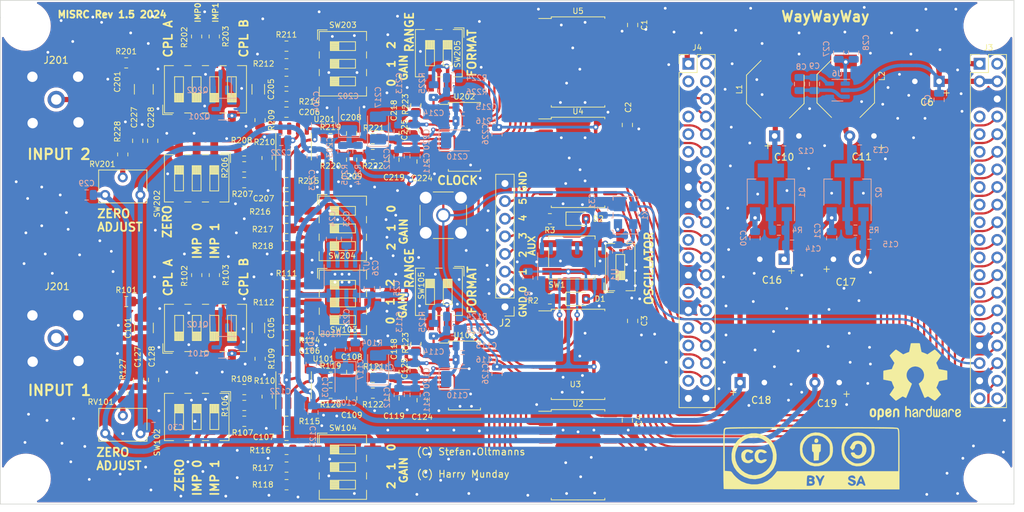
<source format=kicad_pcb>
(kicad_pcb (version 20240108) (generator "pcbnew") (generator_version "8.0")
  (title_block (title "MISRC") (date "2023-11-22") (rev "0.3"))
  (layers (0 "F.Cu" signal) (31 "B.Cu" signal) (34 "B.Paste" user) (35 "F.Paste" user) (36 "B.SilkS" user "B.Silkscreen") (37 "F.SilkS" user "F.Silkscreen") (38 "B.Mask" user) (39 "F.Mask" user) (44 "Edge.Cuts" user))
  (net 0 "")
  (net 1 "VDD")
  (net 2 "GND")
  (net 3 "+5V")
  (net 4 "+5VA")
  (net 5 "-5VA")
  (net 6 "VDDA")
  (net 7 "/Input_ADC_CH1/CLK")
  (net 8 "Net-(R212-Pad2)")
  (net 9 "Net-(R213-Pad2)")
  (net 10 "Net-(R217-Pad2)")
  (net 11 "Net-(R218-Pad2)")
  (net 12 "/DA0")
  (net 13 "/DA1")
  (net 14 "/DA2")
  (net 15 "/DA3")
  (net 16 "/DA4")
  (net 17 "/DA5")
  (net 18 "/DA6")
  (net 19 "/DA7")
  (net 20 "/DA8")
  (net 21 "/DA9")
  (net 22 "/DA10")
  (net 23 "/DA11")
  (net 24 "/DB3")
  (net 25 "/DB2")
  (net 26 "/DB1")
  (net 27 "/DB0")
  (net 28 "/DB4")
  (net 29 "/DB5")
  (net 30 "/DB6")
  (net 31 "/DB7")
  (net 32 "/DB8")
  (net 33 "/DB9")
  (net 34 "/DB10")
  (net 35 "/DB11")
  (net 36 "/OTRA")
  (net 37 "/OTRB")
  (net 38 "Net-(Q201-B)")
  (net 39 "Net-(Q201-C)")
  (net 40 "Net-(U6-CP+)")
  (net 41 "Net-(U6-CP-)")
  (net 42 "Net-(Q1-C)")
  (net 43 "Net-(Q2-C)")
  (net 44 "Net-(Q1-B)")
  (net 45 "Net-(Q2-B)")
  (net 46 "Net-(U7-BYP)")
  (net 47 "Net-(U7-VREG)")
  (net 48 "Net-(U7-REF)")
  (net 49 "Net-(U6-VOUT)")
  (net 50 "Net-(J101-Signal)")
  (net 51 "Net-(C101-Pad2)")
  (net 52 "Net-(U101-VCM)")
  (net 53 "Net-(Q101-E)")
  (net 54 "Net-(U101-+)")
  (net 55 "Net-(C106-Pad2)")
  (net 56 "Net-(U101--)")
  (net 57 "Net-(C107-Pad2)")
  (net 58 "Net-(C108-Pad2)")
  (net 59 "Net-(C109-Pad1)")
  (net 60 "Net-(U102-VREF)")
  (net 61 "Net-(U102-REFT)")
  (net 62 "Net-(U102-REFB)")
  (net 63 "Net-(U102-IN)")
  (net 64 "Net-(U102-~{IN})")
  (net 65 "Net-(C127-Pad1)")
  (net 66 "Net-(J201-Signal)")
  (net 67 "Net-(C201-Pad2)")
  (net 68 "Net-(U201-VCM)")
  (net 69 "Net-(Q201-E)")
  (net 70 "Net-(U201-+)")
  (net 71 "Net-(C206-Pad2)")
  (net 72 "Net-(U201--)")
  (net 73 "Net-(C207-Pad2)")
  (net 74 "Net-(C208-Pad2)")
  (net 75 "Net-(C209-Pad1)")
  (net 76 "Net-(U202-VREF)")
  (net 77 "Net-(U202-REFT)")
  (net 78 "Net-(U202-REFB)")
  (net 79 "Net-(U202-IN)")
  (net 80 "Net-(U202-~{IN})")
  (net 81 "Net-(C227-Pad1)")
  (net 82 "Net-(D1-K)")
  (net 83 "Net-(D1-A)")
  (net 84 "Net-(D2-K)")
  (net 85 "Net-(D2-A)")
  (net 86 "Net-(J2-Pin_2)")
  (net 87 "Net-(J2-Pin_3)")
  (net 88 "Net-(J2-Pin_4)")
  (net 89 "Net-(J2-Pin_5)")
  (net 90 "Net-(J2-Pin_6)")
  (net 91 "Net-(J2-Pin_7)")
  (net 94 "Net-(J3-DQ15)")
  (net 96 "Net-(J3-DQ14)")
  (net 98 "Net-(J3-DQ13)")
  (net 100 "Net-(J3-DQ12)")
  (net 102 "Net-(J3-DQ11)")
  (net 104 "Net-(J3-DQ10)")
  (net 106 "Net-(J3-DQ9)")
  (net 108 "Net-(J3-DQ8)")
  (net 110 "Net-(J3-DQ7)")
  (net 112 "Net-(J3-DQ6)")
  (net 114 "Net-(J3-DQ5)")
  (net 116 "Net-(J3-DQ4)")
  (net 118 "Net-(J3-DQ3)")
  (net 119 "Net-(J3-DQ2)")
  (net 120 "Net-(J3-DQ1)")
  (net 121 "Net-(J3-DQ0)")
  (net 127 "Net-(J4-DQ31)")
  (net 129 "Net-(J4-DQ30)")
  (net 131 "Net-(J4-DQ29)")
  (net 133 "Net-(J4-DQ28)")
  (net 135 "Net-(J4-DQ27)")
  (net 136 "Net-(J4-DQ26)")
  (net 138 "Net-(J4-DQ25)")
  (net 140 "Net-(J4-DQ24)")
  (net 142 "Net-(J4-DQ23)")
  (net 143 "Net-(J4-DQ22)")
  (net 145 "Net-(J4-DQ21)")
  (net 146 "Net-(J4-DQ20)")
  (net 148 "Net-(J4-DQ19)")
  (net 150 "Net-(J4-DQ18)")
  (net 152 "Net-(J4-DQ17)")
  (net 154 "Net-(J4-DQ16)")
  (net 155 "Net-(Q101-B)")
  (net 156 "Net-(Q101-C)")
  (net 157 "Net-(U1A-R)")
  (net 158 "Net-(R102-Pad1)")
  (net 159 "Net-(R103-Pad1)")
  (net 160 "Net-(R106-Pad1)")
  (net 161 "Net-(R106-Pad2)")
  (net 162 "Net-(R107-Pad2)")
  (net 163 "Net-(R111-Pad2)")
  (net 164 "Net-(R112-Pad2)")
  (net 165 "Net-(R113-Pad2)")
  (net 166 "Net-(R116-Pad2)")
  (net 167 "Net-(R117-Pad2)")
  (net 168 "Net-(R118-Pad2)")
  (net 169 "Net-(U102-SENSE)")
  (net 170 "Net-(U102-MODE)")
  (net 171 "Net-(R125-Pad1)")
  (net 172 "Net-(R127-Pad2)")
  (net 173 "Net-(R202-Pad1)")
  (net 174 "Net-(R203-Pad1)")
  (net 175 "Net-(R206-Pad1)")
  (net 176 "Net-(R206-Pad2)")
  (net 177 "Net-(R207-Pad2)")
  (net 178 "Net-(R211-Pad2)")
  (net 179 "Net-(R216-Pad2)")
  (net 180 "Net-(U202-SENSE)")
  (net 181 "Net-(U202-MODE)")
  (net 182 "Net-(R225-Pad1)")
  (net 183 "Net-(R228-Pad2)")
  (net 184 "Net-(X1-EN)")
  (footprint "Button_Switch_SMD:SW_DIP_SPSTx03_Slide_6.7x9.18mm_W8.61mm_P2.54mm_LowProfile" (layer "F.Cu") (at 109.969 96.139)
    (property "Reference" "SW204")
    (property "Value" "SW_DIP_x03")
  )
  (footprint "CP_radial_flat:CP_Radial_FlatB_D8.0mm_P3.50mm" (layer "F.Cu") (at 181.554 118.364 180)
    (property "Reference" "C19")
    (property "Value" "470µ")
  )
  (footprint "Capacitor_SMD:C_0805_2012Metric" (layer "F.Cu") (at 117.348 120.65 -90)
    (property "Reference" "C119")
    (property "Value" "15p")
  )
  (footprint "Resistor_SMD:R_0805_2012Metric" (layer "F.Cu") (at 108.204 119.888)
    (property "Reference" "R120")
    (property "Value" "40")
  )
  (footprint "Capacitor_SMD:C_0805_2012Metric" (layer "F.Cu") (at 111.252 116.84 -90)
    (property "Reference" "C108")
    (property "Value" "82p")
  )
  (footprint "Resistor_SMD:R_0805_2012Metric" (layer "F.Cu") (at 101.841 69.85)
    (property "Reference" "R211")
    (property "Value" "1k")
  )
  (footprint "Connector_PinHeader_2.54mm:PinHeader_1x08_P2.54mm_Vertical" (layer "F.Cu") (at 133.35 107.442 180)
    (property "Reference" "J2")
    (property "Value" "Conn_01x08_Socket")
  )
  (footprint "Resistor_SMD:R_0805_2012Metric" (layer "F.Cu") (at 101.841 74.93)
    (property "Reference" "R213" (hide yes))
    (property "Value" "4k99")
  )
  (footprint "MountingHole:MountingHole_3.2mm_M3" (layer "F.Cu") (at 203.073 132.207)
    (property "Reference" "H3" (hide yes))
    (property "Value" "MountingHole")
  )
  (footprint "Resistor_SMD:R_0805_2012Metric" (layer "F.Cu") (at 78.74 106.68)
    (property "Reference" "R101")
    (property "Value" "75")
  )
  (footprint "Button_Switch_SMD:SW_DIP_SPSTx03_Slide_6.7x9.18mm_W8.61mm_P2.54mm_LowProfile" (layer "F.Cu") (at 109.982 106.807)
    (property "Reference" "SW103")
    (property "Value" "SW_DIP_x03")
  )
  (footprint "LED_SMD:LED_0805_2012Metric_Pad1.15x1.40mm_HandSolder" (layer "F.Cu") (at 144.009 94.742)
    (property "Reference" "D2")
    (property "Value" "LED")
  )
  (footprint "Resistor_SMD:R_0805_2012Metric" (layer "F.Cu") (at 101.854 128.016)
    (property "Reference" "R116")
    (property "Value" "4k99")
  )
  (footprint "Connector_PinHeader_2.54mm:PinHeader_2x20_P2.54mm_Vertical" (layer "F.Cu") (at 201.803 72.39)
    (property "Reference" "J3")
    (property "Value" "GPIFII_J6")
  )
  (footprint "Capacitor_SMD:C_1210_3225Metric" (layer "F.Cu") (at 81.28 110.49 90)
    (property "Reference" "C101")
    (property "Value" "100µ")
  )
  (footprint "Resistor_SMD:R_0805_2012Metric" (layer "F.Cu") (at 98.031 80.518 -90)
    (property "Reference" "R209")
    (property "Value" "499")
  )
  (footprint "Resistor_SMD:R_0805_2012Metric" (layer "F.Cu") (at 91.427 68.453 90)
    (property "Reference" "R203")
    (property "Value" "150")
  )
  (footprint "Resistor_SMD:R_0805_2012Metric" (layer "F.Cu") (at 95.745 84.963 180)
    (property "Reference" "R208")
    (property "Value" "39")
  )
  (footprint "Resistor_SMD:R_0805_2012Metric" (layer "F.Cu") (at 95.745 87.249 180)
    (property "Reference" "R206")
    (property "Value" "39")
  )
  (footprint "Resistor_SMD:R_0805_2012Metric" (layer "F.Cu") (at 99.06 120.396 -90)
    (property "Reference" "R110")
    (property "Value" "499")
  )
  (footprint "Package_SO:TSSOP-28_4.4x9.7mm_P0.65mm" (layer "F.Cu") (at 127.508 117.348)
    (property "Reference" "U102")
    (property "Value" "AD9235")
  )
  (footprint "Resistor_SMD:R_0805_2012Metric" (layer "F.Cu") (at 99.047 85.979 -90)
    (property "Reference" "R210")
    (property "Value" "499")
  )
  (footprint "Capacitor_SMD:C_0805_2012Metric" (layer "F.Cu") (at 101.854 113.792)
    (property "Reference" "C106")
    (property "Value" "1p")
  )
  (footprint "Package_SO:SOIC-20W_7.5x12.8mm_P1.27mm" (layer "F.Cu") (at 143.891 72.136)
    (property "Reference" "U5")
    (property "Value" "74VHC541")
  )
  (footprint "Capacitor_SMD:C_0805_2012Metric" (layer "F.Cu") (at 120.129 81.915 -90)
    (property "Reference" "C225")
    (property "Value" "100n")
  )
  (footprint "Capacitor_SMD:C_0805_2012Metric" (layer "F.Cu") (at 101.841 79.375)
    (property "Reference" "C206")
    (property "Value" "1p")
  )
  (footprint "Resistor_SMD:R_0805_2012Metric" (layer "F.Cu") (at 101.841 89.535)
    (property "Reference" "R215")
    (property "Value" "6k49")
  )
  (footprint "Package_SO:SOIC-20W_7.5x12.8mm_P1.27mm" (layer "F.Cu") (at 143.891 86.614)
    (property "Reference" "U4")
    (property "Value" "74VHC541")
  )
  (footprint "Connector_Coaxial:SMA_Amphenol_901-144_Vertical" (layer "F.Cu") (at 124.46 94.234)
    (property "Reference" "J1" (hide yes))
    (property "Value" "Conn_01x01_Shielded")
  )
  (footprint "Button_Switch_SMD:SW_DIP_SPSTx03_Slide_6.7x9.18mm_W8.61mm_P2.54mm_LowProfile" (layer "F.Cu") (at 109.982 72.39)
    (property "Reference" "SW203")
    (property "Value" "SW_DIP_x03")
  )
  (footprint "Potentiometer_THT:Potentiometer_Bourns_3266W_Vertical" (layer "F.Cu") (at 75.692 91.313 180)
    (property "Reference" "RV201")
    (property "Value" "10k")
  )
  (footprint "CP_radial_flat:CP_Radial_Flat_D8.0mm_P3.50mm" (layer "F.Cu") (at 180.721 100.584)
    (property "Reference" "C17")
    (property "Value" "470µ")
  )
  (footprint "Resistor_SMD:R_0805_2012Metric" (layer "F.Cu") (at 114.3 119.888)
    (property "Reference" "R122")
    (property "Value" "22")
  )
  (footprint "Inductor_SMD:L_Bourns-SRU8043" (layer "F.Cu") (at 172.339 76.073 -90)
    (property "Reference" "L1")
    (property "Value" "100µ")
  )
  (footprint "CP_radial_flat:CP_Radial_FlatB_D8.0mm_P3.50mm" (layer "F.Cu") (at 186.564651 82.804 180)
    (property "Reference" "C11")
    (property "Value" "470µ")
  )
  (footprint "Resistor_SMD:R_0805_2012Metric" (layer "F.Cu") (at 95.758 119.38 180)
    (property "Reference" "R108")
    (property "Value" "39")
  )
  (footprint "Resistor_SMD:R_0805_2012Metric" (layer "F.Cu") (at 139.827 106.299 180)
    (property "Reference" "R2")
    (property "Value" "100")
  )
  (footprint "Resistor_SMD:R_0805_2012Metric" (layer "F.Cu") (at 95.758 121.666 180)
    (property "Reference" "R106")
    (property "Value" "39")
  )
  (footprint "Capacitor_SMD:C_0805_2012Metric" (layer "F.Cu") (at 111.239 82.423 -90)
    (property "Reference" "C208")
    (property "Value" "82p")
  )
  (footprint "Package_SO:SOIC-20W_7.5x12.8mm_P1.27mm" (layer "F.Cu") (at 143.891 128.778)
    (property "Reference" "U2")
    (property "Value" "74VHC541")
  )
  (footprint "Resistor_SMD:R_0805_2012Metric" (layer "F.Cu") (at 101.841 93.599)
    (property "Reference" "R216")
    (property "Value" "4k99")
  )
  (footprint "Button_Switch_SMD:SW_DIP_SPSTx04_Slide_6.7x11.72mm_W8.61mm_P2.54mm_LowProfile" (layer "F.Cu") (at 90.157 76.073 90)
    (property "Reference" "SW201" (hide yes))
    (property "Value" "SW_DIP_x04")
  )
  (footprint "Resistor_SMD:R_0805_2012Metric" (layer "F.Cu") (at 120.51 78.359 90)
    (property "Reference" "R223")
    (property "Value" "10k")
  )
  (footprint "MountingHole:MountingHole_3.2mm_M3" (layer "F.Cu") (at 64.262 132.207)
    (property "Reference" "H2" (hide yes))
    (property "Value" "MountingHole")
  )
  (footprint "LED_SMD:LED_0805_2012Metric_Pad1.15x1.40mm_HandSolder" (layer "F.Cu") (at 144.009 106.299)
    (property "Reference" "D1")
    (property "Value" "LED")
  )
  (footprint "Inductor_SMD:L_Bourns-SRU8043" (layer "F.Cu") (at 182.499 75.983 -90)
    (property "Reference" "L2")
    (property "Value" "100µ")
  )
  (footprint "Resistor_SMD:R_0805_2012Metric" (layer "F.Cu") (at 88.9 102.87 90)
    (property "Reference" "R102")
    (property "Value" "75")
  )
  (footprint "Connector_Coaxial:BNC_Right_Angle-DOSIN-801-0050" (layer "F.Cu") (at 68.64 77.55)
    (property "Reference" "J201")
    (property "Value" "DOSIN-801-0050")
  )
  (footprint "Capacitor_SMD:C_1210_3225Metric" (layer "F.Cu") (at 81.267 76.073 90)
    (property "Reference" "C201")
    (property "Value" "100µ")
  )
  (footprint "Logo:CC Licence" (layer "F.Cu") (at 177.546 129.286)
    (property "Reference" "G***" (hide yes))
    (property "Value" "LOGO" (hide yes))
  )
  (footprint "Resistor_SMD:R_0805_2012Metric" (layer "F.Cu") (at 101.854 123.952)
    (property "Reference" "R115")
    (property "Value" "6k49")
  )
  (footprint "Resistor_SMD:R_0805_2012Metric" (layer "F.Cu") (at 101.854 104.267)
    (property "Reference" "R111")
    (property "Value" "1k")
  )
  (footprint "Button_Switch_SMD:SW_DIP_SPSTx02_Slide_6.7x6.64mm_W8.61mm_P2.54mm_LowProfile" (layer "F.Cu") (at 123.825 105.283 -90)
    (property "Reference" "SW105")
    (property "Value" "SW_DIP_x02")
  )
  (footprint "Capacitor_SMD:C_0805_2012Metric" (layer "F.Cu") (at 121.399 86.487 90)
    (property "Reference" "C224")
    (property "Value" "100n")
  )
  (footprint "Resistor_SMD:R_0805_2012Metric" (layer "F.Cu") (at 108.191 85.471)
    (property "Reference" "R220")
    (property "Value" "40")
  )
  (footprint "Capacitor_SMD:C_0805_2012Metric" (layer "F.Cu") (at 111.252 120.65 -90)
    (property "Reference" "C109")
    (property "Value" "82p")
  )
  (footprint "Capacitor_SMD:C_0805_2012Metric" (layer "F.Cu") (at 120.142 116.332 -90)
    (property "Reference" "C125")
    (property "Value" "100n")
  )
  (footprint "Capacitor_SMD:C_0805_2012Metric" (layer "F.Cu") (at 111.239 86.233 -90)
    (property "Reference" "C209")
    (property "Value" "82p")
  )
  (footprint "Resistor_SMD:R_0805_2012Metric" (layer "F.Cu") (at 101.841 72.39)
    (property "Reference" "R212")
    (property "Value" "2k49")
  )
  (footprint "Resistor_SMD:R_0805_2012Metric" (layer "F.Cu") (at 101.854 109.347)
    (property "Reference" "R113" (hide yes))
    (property "Value" "4k99")
  )
  (footprint "Resistor_SMD:R_0805_2012Metric" (layer "F.Cu") (at 95.745 89.535 180)
    (property "Reference" "R207")
    (property "Value" "75")
  )
  (footprint "Resistor_SMD:R_0805_2012Metric" (layer "F.Cu") (at 114.287 85.471)
    (property "Reference" "R222")
    (property "Value" "22")
  )
  (footprint "CP_radial_flat:CP_Radial_Flat_D8.0mm_P3.50mm" (layer "F.Cu") (at 172.24 82.801)
    (property "Reference" "C10")
    (property "Value" "470µ")
  )
  (footprint "Package_SO:SOIC-20W_7.5x12.8mm_P1.27mm" (layer "F.Cu") (at 143.891 114.3)
    (property "Reference" "U3")
    (property "Value" "74VHC541")
  )
  (footprint "Capacitor_SMD:C_0805_2012Metric" (layer "F.Cu") (at 82.677 117.983 90)
    (property "Reference" "C128")
    (property "Value" "1n" (hide yes))
  )
  (footprint "Capacitor_SMD:C_0805_2012Metric" (layer "F.Cu") (at 101.854 125.984)
    (property "Reference" "C107")
    (property "Value" "1p")
  )
  (footprint "Resistor_SMD:R_0805_2012Metric" (layer "F.Cu") (at 95.758 123.952 180)
    (property "Reference" "R107")
    (property "Value" "75")
  )
  (footprint "Resistor_SMD:R_0805_2012Metric" (layer "F.Cu") (at 101.841 98.679)
    (property "Reference" "R218")
    (property "Value" "1k")
  )
  (footprint "Resistor_SMD:R_0805_2012Metric" (layer "F.Cu") (at 108.204 117.602)
    (property "Reference" "R119")
    (property "Value" "40")
  )
  (footprint "CP_radial_flat:CP_Radial_FlatB_D8.0mm_P3.50mm" (layer "F.Cu") (at 195.962651 74.93 180)
    (property "Reference" "C6")
    (property "Value" "470µ")
  )
  (footprint "CP_radial_flat:CP_Radial_Flat_D8.0mm_P3.50mm" (layer "F.Cu") (at 167.259 118.364)
    (property "Reference" "C18")
    (property "Value" "470µ")
  )
  (footprint "Resistor_SMD:R_0805_2012Metric" (layer "F.Cu") (at 108.191 83.185)
    (property "Reference" "R219")
    (property "Value" "40")
  )
  (footprint "Button_Switch_SMD:SW_DIP_SPSTx01_Slide_6.7x4.1mm_W8.61mm_P2.54mm_LowProfile" (layer "F.Cu") (at 149.987 101.714 90)
    (property "Reference" "SW2" (hide yes))
    (property "Value" "SW_DIP_x01")
  )
  (footprint "Button_Switch_SMD:SW_SPST_EVQP0" (layer "F.Cu") (at 143.002 100.33 180)
    (property "Reference" "SW1")
    (property "Value" "SW_Push")
  )
  (footprint "MountingHole:MountingHole_3.2mm_M3" (layer "F.Cu") (at 64.262 66.929)
    (property "Reference" "H1" (hide yes))
    (property "Value" "MountingHole")
  )
  (footprint "Capacitor_SMD:C_0805_2012Metric" (layer "F.Cu") (at 151.003 81.219 -90)
    (property "Reference" "C2")
    (property "Value" "1µ")
  )
  (footprint "Capacitor_SMD:C_1206_3216Metric" (layer "F.Cu") (at 97.79 110.49 -90)
    (property "Reference" "C105")
    (property "Value" "470n")
  )
  (footprint "Capacitor_SMD:C_0805_2012Metric" (layer "F.Cu") (at 82.55 83.5 90)
    (property "Reference" "C228")
    (property "Value" "1n" (hide yes))
  )
  (footprint "Resistor_SMD:R_0805_2012Metric" (layer "F.Cu") (at 78.727 72.263)
    (property "Reference" "R201")
    (property "Value" "75")
  )
  (footprint "Connector_Coaxial:BNC_Right_Angle-DOSIN-801-0050" (layer "F.Cu") (at 68.645 111.96)
    (property "Reference" "J201")
    (property "Value" "DOSIN-801-0050")
  )
  (footprint "Resistor_SMD:R_0805_2012Metric" (layer "F.Cu") (at 101.841 96.139)
    (property "Reference" "R217")
    (property "Value" "2k49")
  )
  (footprint "Capacitor_SMD:C_0805_2012Metric" (layer "F.Cu") (at 117.348 116.84 -90)
    (property "Reference" "C118")
    (property "Value" "15p")
  )
  (footprint "Capacitor_SMD:C_0805_2012Metric" (layer "F.Cu") (at 151.003 123.825 -90)
    (property "Reference" "C4")
    (property "Value" "1µ")
  )
  (footprint "Resistor_SMD:R_0805_2012Metric" (layer "F.Cu") (at 101.854 133.096)
    (property "Reference" "R118")
    (property "Value" "1k")
  )
  (footprint "Resistor_SMD:R_0805_2012Metric" (layer "F.Cu") (at 114.287 83.185)
    (property "Reference" "R221")
    (property "Value" "22")
  )
  (footprint "CP_radial_flat:CP_Radial_FlatB_D8.0mm_P3.50mm" (layer "F.Cu") (at 173.609 100.584 180)
    (property "Reference" "C16")
    (property "Value" "470µ")
  )
  (footprint "Resistor_SMD:R_0805_2012Metric" (layer "F.Cu") (at 78.232 85.471 -90)
    (property "Reference" "R228")
    (property "Value" "3k3" (hide yes))
  )
  (footprint "Button_Switch_SMD:SW_DIP_SPSTx04_Slide_6.7x11.72mm_W8.61mm_P2.54mm_LowProfile" (layer "F.Cu") (at 90.17 110.49 90)
    (property "Reference" "SW101" (hide yes))
    (property "Value" "SW_DIP_x04")
  )
  (footprint "Resistor_SMD:R_0805_2012Metric" (layer "F.Cu") (at 98.044 114.935 -90)
    (property "Reference" "R109")
    (property "Value" "499")
  )
  (footprint "Capacitor_SMD:C_0805_2012Metric" (layer "F.Cu") (at 80.391 83.5 90)
    (property "Reference" "C227")
    (property "Value" "10µ" (hide yes))
  )
  (footprint "Button_Switch_SMD:SW_DIP_SPSTx03_Slide_6.7x9.18mm_W8.61mm_P2.54mm_LowProfile" (layer "F.Cu") (at 88.887 88.913 -90)
    (property "Reference" "SW202")
    (property "Value" "SW_DIP_x03")
  )
  (footprint "Resistor_SMD:R_0805_2012Metric" (layer "F.Cu") (at 101.854 106.807)
    (property "Reference" "R112")
    (property "Value" "2k49")
  )
  (footprint "Resistor_SMD:R_0805_2012Metric" (layer "F.Cu") (at 91.44 102.87 90)
    (property "Reference" "R103")
    (property "Value" "150")
  )
  (footprint "Package_SO:SO-8_3.9x4.9mm_P1.27mm" (layer "F.Cu") (at 102.87 84.328 90)
    (property "Reference" "U201")
    (property "Value" "AD8138ARZ")
  )
  (footprint "Capacitor_SMD:C_0805_2012Metric" (layer "F.Cu") (at 117.335 86.233 -90)
    (property "Reference" "C219")
    (property "Value" "15p")
  )
  (footprint "Symbol:OSHW-Logo2_14.6x12mm_SilkScreen" (layer "F.Cu") (at 192.532 118.237)
    (property "Reference" "REF**" (hide yes))
    (property "Value" "OSHW-Logo2_14.6x12mm_SilkScreen" (hide yes))
  )
  (footprint "MountingHole:MountingHole_3.2mm_M3" (layer "F.Cu") (at 203.073 66.929)
    (property "Reference" "H4" (hide yes))
    (property "Value" "MountingHole")
  )
  (footprint "Package_SO:TSSOP-28_4.4x9.7mm_P0.65mm" (layer "F.Cu") (at 127.495 82.931)
    (property "Reference" "U202")
    (property "Value" "AD9235")
  )
  (footprint "Resistor_SMD:R_0805_2012Metric" (layer "F.Cu") (at 88.887 68.453 90)
    (property "Reference" "R202")
    (property "Value" "75")
  )
  (footprint "Resistor_SMD:R_0805_2012Metric" (layer "F.Cu") (at 114.3 117.602)
    (property "Reference" "R121")
    (property "Value" "22")
  )
  (footprint "Resistor_SMD:R_0805_2012Metric" (layer "F.Cu") (at 101.841 77.089)
    (property "Reference" "R214")
    (property "Value" "6k49")
  )
  (footprint "Button_Switch_SMD:SW_DIP_SPSTx02_Slide_6.7x6.64mm_W8.61mm_P2.54mm_LowProfile" (layer "F.Cu") (at 123.812 70.866 -90)
    (property "Reference" "SW205")
    (property "Value" "SW_DIP_x02")
  )
  (footprint "Capacitor_SMD:C_0805_2012Metric" (layer "F.Cu") (at 151.765 109.474 -90)
    (property "Reference" "C3")
    (property "Value" "1µ")
  )
  (footprint "Package_SO:SO-8_3.9x4.9mm_P1.27mm" (layer "F.Cu") (at 102.87 118.745 90)
    (property "Reference" "U101")
    (property "Value" "AD8138ARZ")
  )
  (footprint "Potentiometer_THT:Potentiometer_Bourns_3266W_Vertical" (layer "F.Cu") (at 75.707 125.685 180)
    (property "Reference" "RV101")
    (property "Value" "10k")
  )
  (footprint "Button_Switch_SMD:SW_DIP_SPSTx03_Slide_6.7x9.18mm_W8.61mm_P2.54mm_LowProfile" (layer "F.Cu") (at 88.9 123.33 -90)
    (property "Reference" "SW102")
    (property "Value" "SW_DIP_x03")
  )
  (footprint "Resistor_SMD:R_0805_2012Metric" (layer "F.Cu") (at 139.827 94.742 180)
    (property "Reference" "R3")
    (property "Value" "100")
  )
  (footprint "Resistor_SMD:R_0805_2012Metric" (layer "F.Cu") (at 78.232 119.9115 -90)
    (property "Reference" "R127")
    (property "Value" "3k3" (hide yes))
  )
  (footprint "Resistor_SMD:R_0805_2012Metric" (layer "F.Cu") (at 101.854 130.556)
    (property "Reference" "R117")
    (property "Value" "2k49")
  )
  (footprint "Resistor_SMD:R_0805_2012Metric" (layer "F.Cu") (at 120.523 112.776 90)
    (property "Reference" "R123")
    (property "Value" "10k")
  )
  (footprint "Capacitor_SMD:C_0805_2012Metric" (layer "F.Cu") (at 121.412 120.904 90)
    (property "Reference" "C124")
    (property "Value" "100n")
  )
  (footprint "Connector_PinHeader_2.54mm:PinHeader_2x20_P2.54mm_Vertical" (layer "F.Cu") (at 159.8 72.39)
    (property "Reference" "J4")
    (property "Value" "GPIFII_J7")
  )
  (footprint "Capacitor_SMD:C_0805_2012Metric" (layer "F.Cu") (at 80.518 117.983 90)
    (property "Reference" "C127")
    (property "Value" "10µ" (hide yes))
  )
  (footprint "Button_Switch_SMD:SW_DIP_SPSTx03_Slide_6.7x9.18mm_W8.61mm_P2.54mm_LowProfile" (layer "F.Cu") (at 109.982 130.556)
    (property "Reference" "SW104")
    (property "Value" "SW_DIP_x03")
  )
  (footprint "Capacitor_SMD:C_0805_2012Metric" (layer "F.Cu") (at 151.765 66.802 -90)
    (property "Reference" "C1")
    (property "Value" "1µ")
  )
  (footprint "Capacitor_SMD:C_0805_2012Metric" (layer "F.Cu") (at 101.841 91.567)
    (property "Reference" "C207")
    (property "Value" "1p")
  )
  (footprint "Capacitor_SMD:C_1206_3216Metric" (layer "F.Cu") (at 97.777 76.073 -90)
    (property "Reference" "C205")
    (property "Value" "470n")
  )
  (footprint "Capacitor_SMD:C_0805_2012Metric" (layer "F.Cu") (at 117.335 82.423 -90)
    (property "Reference" "C218")
    (property "Value" "15p")
  )
  (footprint "Resistor_SMD:R_0805_2012Metric" (layer "F.Cu") (at 101.854 111.506)
    (property "Reference" "R114")
    (property "Value" "6k49")
  )
  (footprint "Capacitor_SMD:C_0805_2012Metric" (layer "B.Cu") (at 100.965 117.856)
    (property "Reference" "C122")
    (property "Value" "100n")
  )
  (footprint "Capacitor_Tantalum_SMD:CP_EIA-3528-21_Kemet-B_Pad1.50x2.35mm_HandSolder" (layer "B.Cu") (at 110.363 117.983 -90)
    (property "Reference" "C102")
    (property "Value" "10µ")
  )
  (footprint "Capacitor_SMD:C_0805_2012Metric" (layer "B.Cu") (at 132.207 82.55 -90)
    (property "Reference" "C226")
    (property "Value" "100n")
  )
  (footprint "Capacitor_SMD:C_0805_2012Metric" (layer "B.Cu") (at 118.097 82.169 90)
    (property "Reference" "C221" (hide yes))
    (property "Value" "1n")
  )
  (footprint "Capacitor_SMD:C_0805_2012Metric" (layer "B.Cu") (at 169.418 97.536 -90)
    (property "Reference" "C20")
    (property "Value" "1µ")
  )
  (footprint "Capacitor_SMD:C_0805_2012Metric" (layer "B.Cu") (at 175.8315 75.311 -90)
    (property "Reference" "C8")
    (property "Value" "10µ")
  )
  (footprint "Oscillator:Oscillator_SMD_EuroQuartz_XO53-4Pin_5.0x3.2mm" (layer "B.Cu") (at 150.749 94.234 90)
    (property "Reference" "X1")
    (property "Value" "40M")
  )
  (footprint "Package_TO_SOT_SMD:SOT-23-3" (layer "B.Cu") (at 92.329 75.057 90)
    (property "Reference" "Q202")
    (property "Value" "CMPT5179" (hide yes))
  )
  (footprint "Resistor_SMD:R_0805_2012Metric" (layer "B.Cu") (at 112.141 85.0665 -90)
    (property "Reference" "R204")
    (property "Value" "1k")
  )
  (footprint "Capacitor_SMD:C_0805_2012Metric" (layer "B.Cu") (at 108.839 108.839 90)
    (property "Reference" "C22")
    (property "Value" "1µ")
  )
  (footprint "Capacitor_SMD:C_0805_2012Metric" (layer "B.Cu") (at 180.467 97.536 -90)
    (property "Reference" "C21")
    (property "Value" "1µ")
  )
  (footprint "Resistor_SMD:R_0805_2012Metric" (layer "B.Cu") (at 183.896 96.393)
    (property "Reference" "R5")
    (property "Value" "1k")
  )
  (footprint "Resistor_SMD:R_0805_2012Metric" (layer "B.Cu") (at 125.857 110.871 180)
    (property "Reference" "R126")
    (property "Value" "10k")
  )
  (footprint "Capacitor_SMD:C_0805_2012Metric" (layer "B.Cu") (at 120.396 113.03 -90)
    (property "Reference" "C114")
    (property "Value" "1n")
  )
  (footprint "Capacitor_SMD:C_0805_2012Metric" (layer "B.Cu") (at 127.241 80.645)
    (property "Reference" "C216")
    (property "Value" "1n")
  )
  (footprint "Resistor_SMD:R_0805_2012Metric" (layer "B.Cu") (at 125.844 76.454 180)
    (property "Reference" "R226")
    (property "Value" "10k")
  )
  (footprint "Capacitor_SMD:C_0805_2012Metric" (layer "B.Cu") (at 118.097 78.613 -90)
    (property "Reference" "C213")
    (property "Value" "100n")
  )
  (footprint "Capacitor_SMD:C_0805_2012Metric" (layer "B.Cu") (at 195.961 77.597 -90)
    (property "Reference" "C7")
    (property "Value" "1µ")
  )
  (footprint "Package_TO_SOT_SMD:SOT-223-3_TabPin2" (layer "B.Cu") (at 182.753 90.932 90)
    (property "Reference" "Q2")
    (property "Value" "FZT790A")
  )
  (footprint "Capacitor_SMD:C_0805_2012Metric" (layer "B.Cu") (at 185.928 98.425)
    (property "Reference" "C15")
    (property "Value" "100n")
  )
  (footprint "Capacitor_SMD:C_0805_2012Metric" (layer "B.Cu") (at 118.11 120.142 90)
    (property "Reference" "C112")
    (property "Value" "100n")
  )
  (footprint "Capacitor_SMD:C_0805_2012Metric" (layer "B.Cu") (at 147.447 93.284 90)
    (property "Reference" "C31")
    (property "Value" "1µ")
  )
  (footprint "Package_TO_SOT_SMD:SOT-23-3" (layer "B.Cu") (at 92.329 109.3525 90)
    (property "Reference" "Q102")
    (property "Value" "CMPT5179" (hide yes))
  )
  (footprint "Capacitor_SMD:C_0805_2012Metric" (layer "B.Cu") (at 105.537 85.725 -90)
    (property "Reference" "C223")
    (property "Value" "100n")
  )
  (footprint "Capacitor_SMD:C_0805_2012Metric" (layer "B.Cu") (at 120.383 78.613 -90)
    (property "Reference" "C214")
    (property "Value" "1n")
  )
  (footprint "Package_SO:SOIC-8-1EP_3.9x4.9mm_P1.27mm_EP2.29x3mm" (layer "B.Cu") (at 109.843 103.313 90)
    (property "Reference" "U7")
    (property "Value" "ADP7156ARDZ")
  )
  (footprint "Capacitor_Tantalum_SMD:CP_EIA-3528-21_Kemet-B_Pad1.50x2.35mm_HandSolder" (layer "B.Cu") (at 115.049 81.661 90)
    (property "Reference" "C217")
    (property "Value" "10µ")
  )
  (footprint "Capacitor_SMD:C_0805_2012Metric" (layer "B.Cu") (at 174.752 98.552)
    (property "Reference" "C14")
    (property "Value" "100n")
  )
  (footprint "Resistor_SMD:R_0805_2012Metric" (layer "B.Cu") (at 123.063 110.744 -90)
    (property "Reference" "R125")
    (property "Value" "3k3")
  )
  (footprint "Capacitor_SMD:C_0805_2012Metric" (layer "B.Cu") (at 127.254 113.03)
    (property "Reference" "C115")
    (property "Value" "100n")
  )
  (footprint "Capacitor_SMD:C_0805_2012Metric" (layer "B.Cu") (at 120.396 120.142 90)
    (property "Reference" "C111")
    (property "Value" "1n")
  )
  (footprint "Resistor_SMD:R_0805_2012Metric" (layer "B.Cu") (at 125.844 74.422 180)
    (property "Reference" "R224")
    (property "Value" "4k99")
  )
  (footprint "Capacitor_SMD:C_0805_2012Metric" (layer "B.Cu") (at 73.025 91.313 180)
    (property "Reference" "C29")
    (property "Value" "1µ")
  )
  (footprint "Capacitor_SMD:C_0805_2012Metric" (layer "B.Cu") (at 106.172 81.153 90)
    (property "Reference" "C204")
    (property "Value" "1n")
  )
  (footprint "Package_TO_SOT_SMD:SOT-223-3_TabPin2" (layer "B.Cu") (at 171.704 90.932 90)
    (property "Reference" "Q1")
    (property "Value" "FZT690B")
  )
  (footprint "Capacitor_SMD:C_0805_2012Metric" (layer "B.Cu") (at 127.254 115.062)
    (property "Reference" "C116")
    (property "Value" "1n")
  )
  (footprint "Capacitor_SMD:C_0805_2012Metric" (layer "B.Cu") (at 120.383 85.725 90)
    (property "Reference" "C211")
    (property "Value" "1n")
  )
  (footprint "Capacitor_SMD:C_0805_2012Metric" (layer "B.Cu") (at 118.11 113.03 -90)
    (property "Reference" "C113")
    (property "Value" "100n")
  )
  (footprint "Resistor_SMD:R_0805_2012Metric" (layer "B.Cu") (at 123.05 76.327 -90)
    (property "Reference" "R225")
    (property "Value" "3k3")
  )
  (footprint "Resistor_SMD:R_0805_2012Metric" (layer "B.Cu") (at 125.857 108.839 180)
    (property "Reference" "R124")
    (property "Value" "4k99")
  )
  (footprint "Capacitor_SMD:C_0805_2012Metric" (layer "B.Cu") (at 173.609 84.963)
    (property "Reference" "C12")
    (property "Value" "1µ")
  )
  (footprint "Capacitor_SMD:C_0805_2012Metric" (layer "B.Cu") (at 132.207 117.094 -90)
    (property "Reference" "C126")
    (property "Value" "100n")
  )
  (footprint "Resistor_SMD:R_0805_2012Metric" (layer "B.Cu") (at 111.76 113.538 90)
    (property "Reference" "R104")
    (property "Value" "1k")
  )
  (footprint "Capacitor_SMD:C_0805_2012Metric" (layer "B.Cu") (at 120.383 82.169 90)
    (property "Reference" "C220")
    (property "Value" "100n")
  )
  (footprint "Capacitor_SMD:C_0805_2012Metric" (layer "B.Cu") (at 110.49 97.663 -90)
    (property "Reference" "C23")
    (property "Value" "1µ")
  )
  (footprint "Capacitor_Tantalum_SMD:CP_EIA-3528-21_Kemet-B_Pad1.50x2.35mm_HandSolder" (layer "B.Cu") (at 115.062 116.078 90)
    (property "Reference" "C117")
    (property "Value" "10µ")
  )
  (footprint "Capacitor_Tantalum_SMD:CP_EIA-3528-21_Kemet-B_Pad1.50x2.35mm_HandSolder" (layer "B.Cu") (at 126.492 117.856)
    (property "Reference" "C110")
    (property "Value" "10µ")
  )
  (footprint "Package_TO_SOT_SMD:SOT-23-5" (layer "B.Cu") (at 181.2925 76.2 180)
    (property "Reference" "U6")
    (property "Value" "TPS60401")
  )
  (footprint "Capacitor_SMD:C_0805_2012Metric" (layer "B.Cu") (at 181.483 70.8 -90)
    (property "Reference" "C27")
    (property "Value" "1n" (hide yes))
  )
  (footprint "Resistor_SMD:R_0805_2012Metric" (layer "B.Cu") (at 172.847 96.393)
    (property "Reference" "R4")
    (property "Value" "1k")
  )
  (footprint "Capacitor_Tantalum_SMD:CP_EIA-3528-21_Kemet-B_Pad1.50x2.35mm_HandSolder" (layer "B.Cu") (at 110.871 80.365 90)
    (property "Reference" "C202")
    (property "Value" "10µ")
  )
  (footprint "Package_TO_SOT_SMD:SOT-23-3" (layer "B.Cu") (at 92.837 113.284 180)
    (property "Reference" "Q101")
    (property "Value" "CMPT5179" (hide yes))
  )
  (footprint "Package_SO:SO-16_3.9x9.9mm_P1.27mm" (layer "B.Cu") (at 143.129 101.6 90)
    (property "Reference" "U1")
    (property "Value" "4043")
  )
  (footprint "Capacitor_SMD:C_0805_2012Metric" (layer "B.Cu") (at 105.41 115.697 90)
    (property "Reference" "C104")
    (property "Value" "1n")
  )
  (footprint "Resistor_SMD:R_0805_2012Metric" (layer "B.Cu") (at 136.652 103.251 90)
    (property "Reference" "R1")
    (property "Value" "10k")
  )
  (footprint "Resistor_SMD:R_0805_2012Metric" (layer "B.Cu") (at 109.982 85.09 90)
    (property "Reference" "R205")
    (property "Value" "1k")
  )
  (footprint "Capacitor_SMD:C_0805_2012Metric" (layer "B.Cu") (at 183.642 70.8 -90)
    (property "Reference" "C28")
    (property "Value" "10µ" (hide yes))
  )
  (footprint "Package_TO_SOT_SMD:SOT-23-3" (layer "B.Cu") (at 92.8425 78.928 180)
    (property "Reference" "Q201")
    (property "Value" "CMPT5179" (hide yes))
  )
  (footprint "Capacitor_SMD:C_0805_2012Metric" (layer "B.Cu") (at 118.097 85.725 90)
    (property "Reference" "C212")
    (property "Value" "100n")
  )
  (footprint "Capacitor_SMD:C_0805_2012Metric" (layer "B.Cu") (at 149.606 99.441 -90)
    (property "Reference" "C5")
    (property "Value" "1µ")
  )
  (footprint "Capacitor_SMD:C_0805_2012Metric" (layer "B.Cu") (at 120.396 116.586 90)
    (property "Reference" "C120")
    (property "Value" "100n")
  )
  (footprint "Capacitor_SMD:C_0805_2012Metric" (layer "B.Cu") (at 108.204 81.153 90)
    (property "Reference" "C203")
    (property "Value" "100n")
  )
  (footprint "Capacitor_SMD:C_0805_2012Metric" (layer "B.Cu") (at 184.531 84.836)
    (property "Reference" "C13")
    (property "Value" "1µ")
  )
  (footprint "Capacitor_SMD:C_0805_2012Metric" (layer "B.Cu") (at 107.442 115.697 90)
    (property "Reference" "C103")
    (property "Value" "100n")
  )
  (footprint "Capacitor_SMD:C_0805_2012Metric" (layer "B.Cu") (at 127.241 78.613)
    (property "Reference" "C215")
    (property "Value" "100n")
  )
  (footprint "Capacitor_SMD:C_0805_2012Metric" (layer "B.Cu") (at 105.664 122.682 -90)
    (property "Reference" "C123")
    (property "Value" "100n")
  )
  (footprint "Capacitor_SMD:C_0805_2012Metric" (layer "B.Cu") (at 101.092 83.439)
    (property "Reference" "C222")
    (property "Value" "100n")
  )
  (footprint "Capacitor_SMD:C_0805_2012Metric" (layer "B.Cu") (at 118.11 116.586 90)
    (property "Reference" "C121")
    (property "Value" "1n")
  )
  (footprint "Capacitor_Tantalum_SMD:CP_EIA-3528-21_Kemet-B_Pad1.50x2.35mm_HandSolder" (layer "B.Cu") (at 126.479 83.439)
    (property "Reference" "C210")
    (property "Value" "10µ")
  )
  (footprint "Capacitor_SMD:C_0805_2012Metric" (layer "B.Cu") (at 116.078 104.775 90)
    (property "Reference" "C25")
    (property "Value" "10µ")
  )
  (footprint "Capacitor_SMD:C_0805_2012Metric" (layer "B.Cu") (at 82.677 124.841)
    (property "Reference" "C30")
    (property "Value" "1µ")
  )
  (footprint "Resistor_SMD:R_0805_2012Metric" (layer "B.Cu") (at 109.601 113.538 -90)
    (property "Reference" "R105")
    (property "Value" "1k")
  )
  (footprint "Capacitor_SMD:C_0805_2012Metric" (layer "B.Cu") (at 177.9905 75.311 -90)
    (property "Reference" "C9")
    (property "Value" "100n")
  )
  (footprint "Capacitor_SMD:C_0805_2012Metric" (layer "B.Cu") (at 113.792 104.775 90)
    (property "Reference" "C26")
    (property "Value" "100n")
  )
  (footprint "Capacitor_SMD:C_0805_2012Metric" (layer "B.Cu") (at 108.331 97.663 90)
    (property "Reference" "C24")
    (property "Value" "1µ")
  )
  (gr_line (start 206.756 135.89) (end 206.756 63.246) (stroke (width 0.1)) (layer "Edge.Cuts"))
  (gr_line (start 60.579 135.89) (end 206.756 135.89) (stroke (width 0.1)) (layer "Edge.Cuts"))
  (gr_line (start 206.756 63.246) (end 60.579 63.246) (stroke (width 0.1)) (layer "Edge.Cuts"))
  (gr_line (start 60.579 65.659) (end 60.579 65.786) (stroke (width 0.1)) (layer "Edge.Cuts"))
  (gr_line (start 60.579 63.246) (end 60.579 135.89) (stroke (width 0.1)) (layer "Edge.Cuts"))
  (gr_text "IMP 1" (at 92.202 134.874 90) (layer "F.SilkS") (effects (font (size 1.2 1.2) (thickness 0.25) (bold yes)) (justify left bottom)))
  (gr_text "2  1  0\n GAIN" (at 119.38 133.858 90) (layer "F.SilkS") (effects (font (size 1.1 1.1) (thickness 0.25) (bold yes)) (justify left bottom)))
  (gr_text "AUX" (at 137.795 100.203 90) (layer "F.SilkS") (effects (font (size 1 1) (thickness 0.2) (bold yes)) (justify left bottom)))
  (gr_text "CPL A" (at 85.471 71.628 90) (layer "F.SilkS") (effects (font (size 1.2 1.2) (thickness 0.25) (bold yes)) (justify left bottom)))
  (gr_text "INPUT 2" (at 64.3 86.33 0) (layer "F.SilkS") (effects (font (size 1.5 1.5) (thickness 0.3) (bold yes)) (justify left bottom)))
  (gr_text "4" (at 136.525 95.25 90) (layer "F.SilkS") (effects (font (size 1 1) (thickness 0.2) (bold yes)) (justify left bottom)))
  (gr_text "ZERO" (at 87.122 134.239 90) (layer "F.SilkS") (effects (font (size 1.2 1.2) (thickness 0.25) (bold yes)) (justify left bottom)))
  (gr_text "INPUT 1" (at 64.38 120.37 0) (layer "F.SilkS") (effects (font (size 1.5 1.5) (thickness 0.3) (bold yes)) (justify left bottom)))
  (gr_text "IMP 1" (at 92.202 100.711 90) (layer "F.SilkS") (effects (font (size 1.2 1.2) (thickness 0.25) (bold yes)) (justify left bottom)))
  (gr_text "0" (at 136.525 105.537 90) (layer "F.SilkS") (effects (font (size 1 1) (thickness 0.2) (bold yes)) (justify left bottom)))
  (gr_text "IMP0" (at 89.535 66.548 90) (layer "F.SilkS") (effects (font (size 0.8 0.8) (thickness 0.16) (bold yes)) (justify left bottom)))
  (gr_text "0  1  2\n GAIN" (at 119.253 110.109 90) (layer "F.SilkS") (effects (font (size 1.1 1.1) (thickness 0.25) (bold yes)) (justify left bottom)))
  (gr_text "GND" (at 136.525 109.093 90) (layer "F.SilkS") (effects (font (size 1 1) (thickness 0.2) (bold yes)) (justify left bottom)))
  (gr_text "(C) Stefan Oltmanns\n\n(C) Harry Munday\n\n" (at 120.55 130.76 0) (layer "F.SilkS") (effects (font (size 1 1)) (justify left)))
  (gr_text "CPL B" (at 96.393 106.045 90) (layer "F.SilkS") (effects (font (size 1.2 1.2) (thickness 0.25) (bold yes)) (justify left bottom)))
  (gr_text "IMP 0" (at 89.662 134.874 90) (layer "F.SilkS") (effects (font (size 1.2 1.2) (thickness 0.25) (bold yes)) (justify left bottom)))
  (gr_text "0  1  2\n GAIN" (at 119.38 75.819 90) (layer "F.SilkS") (effects (font (size 1.1 1.1) (thickness 0.25) (bold yes)) (justify left bottom)))
  (gr_text "CLOCK" (at 123.444 89.916 0) (layer "F.SilkS") (effects (font (size 1.2 1.2) (thickness 0.25) (bold yes)) (justify left bottom)))
  (gr_text "ZERO\nADJUST" (at 74.295 131.064 0) (layer "F.SilkS") (effects (font (size 1.2 1.2) (thickness 0.25) (bold yes)) (justify left bottom)))
  (gr_text "MISRC Rev 1.5 2024" (at 68.71 65.87 0) (layer "F.SilkS") (effects (font (size 1 1) (thickness 0.25) (bold yes)) (justify left bottom)))
  (gr_text "GND" (at 136.525 91.059 90) (layer "F.SilkS") (effects (font (size 1 1) (thickness 0.2) (bold yes)) (justify left bottom)))
  (gr_text "CPL A" (at 85.471 106.045 90) (layer "F.SilkS") (effects (font (size 1.2 1.2) (thickness 0.25) (bold yes)) (justify left bottom)))
  (gr_text "RANGE" (at 120.269 104.902 90) (layer "F.SilkS") (effects (font (size 1.2 1.2) (thickness 0.25) (bold yes)) (justify left bottom)))
  (gr_text "1" (at 136.525 102.997 90) (layer "F.SilkS") (effects (font (size 1 1) (thickness 0.2) (bold yes)) (justify left bottom)))
  (gr_text "FORMAT" (at 129.286 108.585 90) (layer "F.SilkS") (effects (font (size 1.2 1.2) (thickness 0.25) (bold yes)) (justify left bottom)))
  (gr_text "RANGE" (at 120.269 70.866 90) (layer "F.SilkS") (effects (font (size 1.2 1.2) (thickness 0.25) (bold yes)) (justify left bottom)))
  (gr_text "OSCILLATOR" (at 154.813 107.315 90) (layer "F.SilkS") (effects (font (size 1.2 1.2) (thickness 0.25) (bold yes)) (justify left bottom)))
  (gr_text "WayWayWay" (at 173.04 66.46 0) (layer "F.SilkS") (effects (font (size 1.5 1.5) (thickness 0.3) (bold yes)) (justify left bottom)))
  (gr_text "IMP 0" (at 89.662 100.711 90) (layer "F.SilkS") (effects (font (size 1.2 1.2) (thickness 0.25) (bold yes)) (justify left bottom)))
  (gr_text "5" (at 136.525 92.837 90) (layer "F.SilkS") (effects (font (size 1 1) (thickness 0.2) (bold yes)) (justify left bottom)))
  (gr_text "FORMAT" (at 129.286 74.422 90) (layer "F.SilkS") (effects (font (size 1.2 1.2) (thickness 0.25) (bold yes)) (justify left bottom)))
  (gr_text "2  1  0\n GAIN" (at 119.38 99.441 90) (layer "F.SilkS") (effects (font (size 1.1 1.1) (thickness 0.25) (bold yes)) (justify left bottom)))
  (gr_text "IMP1" (at 92.075 66.548 90) (layer "F.SilkS") (effects (font (size 0.8 0.8) (thickness 0.16) (bold yes)) (justify left bottom)))
  (gr_text "ZERO" (at 85.344 97.663 90) (layer "F.SilkS") (effects (font (size 1.2 1.2) (thickness 0.25) (bold yes)) (justify left bottom)))
  (gr_text "ZERO\nADJUST" (at 74.422 96.647 0) (layer "F.SilkS") (effects (font (size 1.2 1.2) (thickness 0.25) (bold yes)) (justify left bottom)))
  (gr_text "3" (at 136.525 97.79 90) (layer "F.SilkS") (effects (font (size 1 1) (thickness 0.2) (bold yes)) (justify left bottom)))
  (gr_text "2" (at 136.525 100.457 90) (layer "F.SilkS") (effects (font (size 1 1) (thickness 0.2) (bold yes)) (justify left bottom)))
  (gr_text "CPL B" (at 96.393 71.628 90) (layer "F.SilkS") (effects (font (size 1.2 1.2) (thickness 0.25) (bold yes)) (justify left bottom)))
  (segment (start 149.449618 80.899) (end 149.4456 80.899) (width 0.5) (layer "F.Cu") (net 1))
  (segment (start 154.585144 65.852) (end 154.53239 65.852) (width 0.75) (layer "F.Cu") (net 1))
  (segment (start 147.560154 80.899) (end 147.535436 80.899) (width 0.5) (layer "F.Cu") (net 1))
  (segment (start 154.364561 65.852) (end 154.291034 65.852) (width 0.75) (layer "F.Cu") (net 1))
  (segment (start 158.399065 65.852) (end 158.391023 65.852) (width 0.75) (layer "F.Cu") (net 1))
  (segment (start 152.733423 65.852) (end 152.760301 65.852) (width 0.75) (layer "F.Cu") (net 1))
  (segment (start 151.272203 65.852) (end 151.27112 65.852) (width 0.75) (layer "F.Cu") (net 1))
  (segment (start 154.832103 65.852) (end 154.685048 65.852) (width 0.75) (layer "F.Cu") (net 1))
  (segment (start 166.967118 65.852) (end 166.310868 65.852) (width 0.75) (layer "F.Cu") (net 1))
  (segment (start 158.210066 65.852) (end 158.172693 65.852) (width 0.75) (layer "F.Cu") (net 1))
  (segment (start 146.577767 98.33) (end 145.904627 98.33) (width 0.5) (layer "F.Cu") (net 1))
  (segment (start 152.709165 65.852) (end 152.694416 65.852) (width 0.75) (layer "F.Cu") (net 1))
  (segment (start 147.963378 80.899) (end 147.961832 80.899) (width 0.5) (layer "F.Cu") (net 1))
  (segment (start 148.374591 108.585) (end 148.34131 108.585) (width 0.5) (layer "F.Cu") (net 1))
  (segment (start 154.291034 65.852) (end 154.049678 65.852) (width 0.75) (layer "F.Cu") (net 1))
  (segment (start 147.714646 80.899) (end 147.683748 80.899) (width 0.5) (layer "F.Cu") (net 1))
  (segment (start 147.808596 108.585) (end 147.775098 108.585) (width 0.5) (layer "F.Cu") (net 1))
  (segment (start 149.029816 108.585) (end 149.017333 108.585) (width 0.5) (layer "F.Cu") (net 1))
  (segment (start 148.582598 108.585) (end 148.540997 108.585) (width 0.5) (layer "F.Cu") (net 1))
  (segment (start 147.735306 108.585) (end 147.622224 108.585) (width 0.5) (layer "F.Cu") (net 1))
  (segment (start 149.453636 80.899) (end 149.454641 80.899) (width 0.5) (layer "F.Cu") (net 1))
  (segment (start 158.31362 65.852) (end 158.284812 65.852) (width 0.75) (layer "F.Cu") (net 1))
  (segment (start 147.176954 108.585) (end 147.125169 108.585) (width 0.5) (layer "F.Cu") (net 1))
  (segment (start 146.431 80.96941) (end 146.431 81.954) (width 0.5) (layer "F.Cu") (net 1))
  (segment (start 151.243496 65.852) (end 151.236997 65.852) (width 0.75) (layer "F.Cu") (net 1))
  (segment (start 147.293656 108.585) (end 147.235305 108.585) (width 0.5) (layer "F.Cu") (net 1))
  (segment (start 148.769048 80.899) (end 148.727618 80.899) (width 0.5) (layer "F.Cu") (net 1))
  (segment (start 156.585558 65.852) (end 156.250753 65.852) (width 0.75) (layer "F.Cu") (net 1))
  (segment (start 158.31546 65.852) (end 158.31362 65.852) (width 0.75) (layer "F.Cu") (net 1))
  (segment (start 148.457795 108.585) (end 148.449474 108.585) (width 0.5) (layer "F.Cu") (net 1))
  (segment (start 160.779622 65.852) (end 160.748372 65.852) (width 0.75) (layer "F.Cu") (net 1))
  (segment (start 156.250753 65.852) (end 155.797173 65.852) (width 0.75) (layer "F.Cu") (net 1))
  (segment (start 151.730336 65.852) (end 151.695672 65.852) (width 0.75) (layer "F.Cu") (net 1))
  (segment (start 149.071419 108.585) (end 149.067258 108.585) (width 0.5) (layer "F.Cu") (net 1))
  (segment (start 148.241467 108.585) (end 148.274748 108.585) (width 0.5) (layer "F.Cu") (net 1))
  (segment (start 149.160318 80.899) (end 149.1563 80.899) (width 0.5) (layer "F.Cu") (net 1))
  (segment (start 158.612191 65.852) (end 158.601467 65.852) (width 0.75) (layer "F.Cu") (net 1))
  (segment (start 152.547861 65.852) (end 152.54614 65.852) (width 0.75) (layer "F.Cu") (net 1))
  (segment (start 158.639001 65.852) (end 158.63766 65.852) (width 0.75) (layer "F.Cu") (net 1))
  (segment (start 151.765 65.852) (end 151.730336 65.852) (width 0.75) (layer "F.Cu") (net 1))
  (segment (start 151.596295 65.852) (end 151.559058 65.852) (width 0.75) (layer "F.Cu") (net 1))
  (segment (start 158.284812 65.852) (end 158.247439 65.852) (width 0.75) (layer "F.Cu") (net 1))
  (segment (start 152.345887 65.852) (end 152.307741 65.852) (width 0.75) (layer "F.Cu") (net 1))
  (segment (start 158.023007 65.852) (end 157.968828 65.852) (width 0.75) (layer "F.Cu") (net 1))
  (segment (start 157.958943 65.852) (end 157.924535 65.852) (width 0.75) (layer "F.Cu") (net 1))
  (segment (start 147.368052 108.585) (end 147.293656 108.585) (width 0.5) (layer "F.Cu") (net 1))
  (segment (start 148.463 107.315) (end 148.463 108.5215) (width 0.5) (layer "F.Cu") (net 1))
  (segment (start 165.310868 65.852) (end 165.654618 65.852) (width 0.75) (layer "F.Cu") (net 1))
  (segment (start 158.31914 65.852) (end 158.354832 65.852) (width 0.75) (layer "F.Cu") (net 1))
  (segment (start 149.17639 80.899) (end 149.164336 80.899) (width 0.5) (layer "F.Cu") (net 1))
  (segment (start 153.566965 65.852) (end 153.60963 65.852) (width 0.75) (layer "F.Cu") (net 1))
  (segment (start 151.255955 65.852) (end 151.252705 65.852) (width 0.75) (layer "F.Cu") (net 1))
  (segment (start 148.769048 80.899) (end 148.785567 80.899) (width 0.5) (layer "F.Cu") (net 1))
  (segment (start 151.0055 122.9385) (end 151.13 122.814) (width 0.5) (layer "F.Cu") (net 1))
  (segment (start 148.407872 108.585) (end 148.374591 108.585) (width 0.5) (layer "F.Cu") (net 1))
  (segment (start 157.261909 65.852) (end 157.255169 65.852) (width 0.75) (layer "F.Cu") (net 1))
  (segment (start 155.672961 65.852) (end 155.631557 65.852) (width 0.75) (layer "F.Cu") (net 1))
  (segment (start 146.431 67.505012) (end 146.431 79.844) (width 0.5) (layer "F.Cu") (net 1))
  (segment (start 152.826186 65.852) (end 152.760301 65.852) (width 0.75) (layer "F.Cu") (net 1))
  (segment (start 148.882131 108.585) (end 148.85717 108.585) (width 0.5) (layer "F.Cu") (net 1))
  (segment (start 151.245662 65.852) (end 151.243496 65.852) (width 0.75) (layer "F.Cu") (net 1))
  (segment (start 153.661639 65.852) (end 153.60963 65.852) (width 0.75) (layer "F.Cu") (net 1))
  (segment (start 158.58136 65.852) (end 158.573315 65.852) (width 0.75) (layer "F.Cu") (net 1))
  (segment (start 151.14167 65.852) (end 151.143837 65.852) (width 0.75) (layer "F.Cu") (net 1))
  (segment (start 147.575194 108.585) (end 147.368052 108.585) (width 0.5) (layer "F.Cu") (net 1))
  (segment (start 149.369255 80.899) (end 149.365238 80.899) (width 0.5) (layer "F.Cu") (net 1))
  (segment (start 151.120007 65.852) (end 151.111341 65.852) (width 0.75) (layer "F.Cu") (net 1))
  (segment (start 147.849054 80.899) (end 147.850598 80.899) (width 0.5) (layer "F.Cu") (net 1))
  (segment (start 149.349166 80.899) (end 149.329076 80.899) (width 0.5) (layer "F.Cu") (net 1))
  (segment (start 158.023007 65.852) (end 158.112336 65.852) (width 0.75) (layer "F.Cu") (net 1))
  (segment (start 151.249996 65.852) (end 151.247829 65.852) (width 0.75) (layer "F.Cu") (net 1))
  (segment (start 155.755769 65.852) (end 155.714365 65.852) (width 0.75) (layer "F.Cu") (net 1))
  (segment (start 147.849054 80.899) (end 147.815066 80.899) (width 0.5) (layer "F.Cu") (net 1))
  (segment (start 152.933697 65.852) (end 152.923291 65.852) (width 0.75) (layer "F.Cu") (net 1))
  (segment (start 148.727618 80.899) (end 148.686188 80.899) (width 0.5) (layer "F.Cu") (net 1))
  (segment (start 148.308029 108.585) (end 148.274748 108.585) (width 0.5) (layer "F.Cu") (net 1))
  (segment (start 147.516898 80.899) (end 147.510718 80.899) (width 0.5) (layer "F.Cu") (net 1))
  (segment (start 147.498357 80.899) (end 147.492178 80.899) (width 0.5) (layer "F.Cu") (net 1))
  (segment (start 148.763566 108.585) (end 148.717804 108.585) (width 0.5) (layer "F.Cu") (net 1))
  (segment (start 158.165032 65.852) (end 158.112336 65.852) (width 0.75) (layer "F.Cu") (net 1))
  (segment (start 148.630441 108.585) (end 148.584679 108.585) (width 0.5) (layer "F.Cu") (net 1))
  (segment (start 149.243691 80.899) (end 149.285881 80.899) (width 0.5) (layer "F.Cu") (net 1))
  (segment (start 148.603328 80.899) (end 148.561898 80.899) (width 0.5) (layer "F.Cu") (net 1))
  (segment (start 152.923291 65.852) (end 152.836593 65.852) (width 0.75) (layer "F.Cu") (net 1))
  (segment (start 150.831343 80.33) (end 151.257 80.33) (width 0.5) (layer "F.Cu") (net 1))
  (segment (start 147.592597 80.899) (end 147.584872 80.899) (width 0.5) (layer "F.Cu") (net 1))
  (segment (start 149.456651 80.899) (end 149.457656 80.899) (width 0.5) (layer "F.Cu") (net 1))
  (segment (start 154.932008 65.852) (end 154.832103 65.852) (width 0.75) (layer "F.Cu") (net 1))
  (segment (start 151.177961 65.852) (end 151.166045 65.852) (width 0.75) (layer "F.Cu") (net 1))
  (segment (start 151.273286 65.852) (end 151.272203 65.852) (width 0.75) (layer "F.Cu") (net 1))
  (segment (start 152.836593 65.852) (end 152.826186 65.852) (width 0.75) (layer "F.Cu") (net 1))
  (segment (start 152.549582 65.852) (end 152.547861 65.852) (width 0.75) (layer "F.Cu") (net 1))
  (segment (start 149.436559 80.899) (end 149.437564 80.899) (width 0.5) (layer "F.Cu") (net 1))
  (segment (start 147.601867 80.899) (end 147.603412 80.899) (width 0.5) (layer "F.Cu") (net 1))
  (segment (start 151.39767 65.852) (end 151.384746 65.852) (width 0.75) (layer "F.Cu") (net 1))
  (segment (start 148.418273 108.585) (end 148.407872 108.585) (width 0.5) (layer "F.Cu") (net 1))
  (segment (start 151.463809 65.852) (end 151.466799 65.852) (width 0.75) (layer "F.Cu") (net 1))
  (segment (start 158.429893 65.852) (end 158.433914 65.852) (width 0.75) (layer "F.Cu") (net 1))
  (segment (start 158.391023 65.852) (end 158.38164 65.852) (width 0.75) (layer "F.Cu") (net 1))
  (segment (start 162.873372 65.852) (end 162.717122 65.852) (width 0.75) (layer "F.Cu") (net 1))
  (segment (start 158.447319 65.852) (end 158.439276 65.852) (width 0.75) (layer "F.Cu") (net 1))
  (segment (start 147.750179 80.899) (end 147.716191 80.899) (width 0.5) (layer "F.Cu") (net 1))
  (segment (start 149.220588 80.899) (end 149.221592 80.899) (width 0.5) (layer "F.Cu") (net 1))
  (segment (start 151.288992 65.852) (end 151.291159 65.852) (width 0.75) (layer "F.Cu") (net 1))
  (segment (start 149.388343 80.899) (end 149.393366 80.899) (width 0.5) (layer "F.Cu") (net 1))
  (segment (start 162.717122 65.852) (end 162.560872 65.852) (width 0.75) (layer "F.Cu") (net 1))
  (segment (start 146.600986 80.998576) (end 147.038576 80.998576) (width 0.5) (layer "F.Cu") (net 1))
  (segment (start 151.410594 65.852) (end 151.39767 65.852) (width 0.75) (layer "F.Cu") (net 1))
  (segment (start 151.135171 65.852) (end 151.133005 65.852) (width 0.75) (layer "F.Cu") (net 1))
  (segment (start 149.152282 80.899) (end 149.148264 80.899) (width 0.5) (layer "F.Cu") (net 1))
  (segment (start 160.951497 65.852) (end 160.826497 65.852) (width 0.75) (layer "F.Cu") (net 1))
  (segment (start 154.637898 65.852) (end 154.585144 65.852) (width 0.75) (layer "F.Cu") (net 1))
  (segment (start 155.278873 65.852) (end 154.932008 65.852) (width 0.75) (layer "F.Cu") (net 1))
  (segment (start 155.278873 65.852) (end 155.631557 65.852) (width 0.75) (layer "F.Cu") (net 1))
  (segment (start 158.474127 65.852) (end 158.488871 65.852) (width 0.75) (layer "F.Cu") (net 1))
  (segment (start 151.133005 65.852) (end 151.130839 65.852) (width 0.75) (layer "F.Cu") (net 1))
  (segment (start 151.091841 65.852) (end 151.089675 65.852) (width 0.75) (layer "F.Cu") (net 1))
  (segment (start 153.713648 65.852) (end 153.661639 65.852) (width 0.75) (layer "F.Cu") (net 1))
  (segment (start 151.695672 65.852) (end 151.661008 65.852) (width 0.75) (layer "F.Cu") (net 1))
  (segment (start 151.559058 65.852) (end 151.551717 65.852) (width 0.75) (layer "F.Cu") (net 1))
  (segment (start 148.84885 108.585) (end 148.807248 108.585) (width 0.5) (layer "F.Cu") (net 1))
  (segment (start 158.531764 65.852) (end 158.488871 65.852) (width 0.75) (layer "F.Cu") (net 1))
  (segment (start 148.686188 80.899) (end 148.644758 80.899) (width 0.5) (layer "F.Cu") (net 1))
  (segment (start 151.212625 65.852) (end 151.200709 65.852) (width 0.75) (layer "F.Cu") (net 1))
  (segment (start 158.573315 65.852) (end 158.559912 65.852) (width 0.75) (layer "F.Cu") (net 1))
  (segment (start 147.615772 80.899) (end 147.609592 80.899) (width 0.5) (layer "F.Cu") (net 1))
  (segment (start 148.463 105.276617) (end 148.463 105.537) (width 0.5) (layer "F.Cu") (net 1))
  (segment (start 147.487544 80.899) (end 147.486 80.899) (width 0.5) (layer "F.Cu") (net 1))
  (segment (start 157.890127 65.852) (end 157.855719 65.852) (width 0.75) (layer "F.Cu") (net 1))
  (segment (start 151.487536 65.852) (end 151.484055 65.852) (width 0.75) (layer "F.Cu") (net 1))
  (segment (start 148.807248 108.585) (end 148.765646 108.585) (width 0.5) (layer "F.Cu") (net 1))
  (segment (start 158.460723 65.852) (end 158.447319 65.852) (width 0.75) (layer "F.Cu") (net 1))
  (segment (start 147.714646 80.899) (end 147.716191 80.899) (width 0.5) (layer "F.Cu") (net 1))
  (segment (start 147.980372 80.899) (end 147.972648 80.899) (width 0.5) (layer "F.Cu") (net 1))
  (segment (start 153.808322 65.852) (end 153.713648 65.852) (width 0.75) (layer "F.Cu") (net 1))
  (segment (start 147.066 97.841767) (end 147.066 94.302012) (width 0.5) (layer "F.Cu") (net 1))
  (segment (start 200.914 72.39) (end 201.803 72.39) (width 0.75) (layer "F.Cu") (net 1))
  (segment (start 151.301992 65.852) (end 151.291159 65.852) (width 0.75) (layer "F.Cu") (net 1))
  (segment (start 156.920363 65.852) (end 156.585558 65.852) (width 0.75) (layer "F.Cu") (net 1))
  (segment (start 148.208186 108.585) (end 148.174905 108.585) (width 0.5) (layer "F.Cu") (net 1))
  (segment (start 161.076497 65.852) (end 160.951497 65.852) (width 0.75) (layer "F.Cu") (net 1))
  (segment (start 151.096175 65.852) (end 151.096717 65.852) (width 0.75) (layer "F.Cu") (net 1))
  (segment (start 148.22983 80.899) (end 148.228318 80.899) (width 0.5) (layer "F.Cu") (net 1))
  (segment (start 162.967122 65.852) (end 162.873372 65.852) (width 0.75) (layer "F.Cu") (net 1))
  (segment (start 149.456651 80.899) (end 149.454641 80.899) (width 0.5) (layer "F.Cu") (net 1))
  (segment (start 160.654623 65.852) (end 160.638999 65.852) (width 0.75) (layer "F.Cu") (net 1))
  (segment (start 153.566965 65.852) (end 153.429626 65.852) (width 0.75) (layer "F.Cu") (net 1))
  (segment (start 151.267329 65.852) (end 151.258663 65.852) (width 0.75) (layer "F.Cu") (net 1))
  (segment (start 147.949474 80.899) (end 147.943295 80.899) (width 0.5) (layer "F.Cu") (net 1))
  (segment (start 157.855719 65.852) (end 157.746898 65.852) (width 0.75) (layer "F.Cu") (net 1))
  (segment (start 148.124984 108.585) (end 148.141624 108.585) (width 0.5) (layer "F.Cu") (net 1))
  (segment (start 158.601467 65.852) (end 158.590744 65.852) (width 0.75) (layer "F.Cu") (net 1))
  (segment (start 151.319325 65.852) (end 151.304159 65.852) (width 0.75) (layer "F.Cu") (net 1))
  (segment (start 147.235305 108.585) (end 147.176954 108.585) (width 0.5) (layer "F.Cu") (net 1))
  (segment (start 148.430753 108.585) (end 148.432832 108.585) (width 0.5) (layer "F.Cu") (net 1))
  (segment (start 147.504538 80.899) (end 147.498357 80.899) (width 0.5) (layer "F.Cu") (net 1))
  (segment (start 149.048538 108.585) (end 149.040218 108.585) (width 0.5) (layer "F.Cu") (net 1))
  (segment (start 148.40258 80.899) (end 148.362325 80.899) (width 0.5) (layer "F.Cu") (net 1))
  (segment (start 152.307741 65.852) (end 152.269595 65.852) (width 0.75) (layer "F.Cu") (net 1))
  (segment (start 158.436595 65.852) (end 158.433914 65.852) (width 0.75) (layer "F.Cu") (net 1))
  (segment (start 158.586724 65.852) (end 158.584042 65.852) (width 0.75) (layer "F.Cu") (net 1))
  (segment (start 163.076496 65.852) (end 163.029622 65.852) (width 0.75) (layer "F.Cu") (net 1))
  (segment (start 149.120138 80.899) (end 149.104066 80.899) (width 0.5) (layer "F.Cu") (net 1))
  (segment (start 161.560871 65.852) (end 161.404619 65.852) (width 0.75) (layer "F.Cu") (net 1))
  (segment (start 152.611162 65.852) (end 152.569535 65.852) (width 0.75) (layer "F.Cu") (net 1))
  (segment (start 154.458862 65.852) (end 154.364561 65.852) (width 0.75) (layer "F.Cu") (net 1))
  (segment (start 151.638453 65.852) (end 151.628008 65.852) (width 0.75) (layer "F.Cu") (net 1))
  (segment (start 155.797173 65.852) (end 155.755769 65.852) (width 0.75) (layer "F.Cu") (net 1))
  (segment (start 149.13621 80.899) (end 149.120138 80.899) (width 0.5) (layer "F.Cu") (net 1))
  (segment (start 147.828 98.298) (end 148.947888 99.417888) (width 0.5) (layer "F.Cu") (net 1))
  (segment (start 151.130839 65.852) (end 151.128673 65.852) (width 0.75) (layer "F.Cu") (net 1))
  (segment (start 147.683748 80.899) (end 147.65285 80.899) (width 0.5) (layer "F.Cu") (net 1))
  (segment (start 161.31087 65.852) (end 161.404619 65.852) (width 0.75) (layer "F.Cu") (net 1))
  (segment (start 151.247829 65.852) (end 151.245662 65.852) (width 0.75) (layer "F.Cu") (net 1))
  (segment (start 148.763566 108.585) (end 148.765646 108.585) (width 0.5) (layer "F.Cu") (net 1))
  (segment (start 151.384746 65.852) (end 151.363697 65.852) (width 0.75) (layer "F.Cu") (net 1))
  (segment (start 158.3173 65.852) (end 158.31546 65.852) (width 0.75) (layer "F.Cu") (net 1))
  (segment (start 149.071419 108.585) (end 149.0735 108.585) (width 0.5) (layer "F.Cu") (net 1))
  (segment (start 147.071196 108.585) (end 147.04421 108.585) (width 0.5) (layer "F.Cu") (net 1))
  (segment (start 147.64667 80.899) (end 147.65285 80.899) (width 0.5) (layer "F.Cu") (net 1))
  (segment (start 148.898772 108.585) (end 148.890452 108.585) (width 0.5) (layer "F.Cu") (net 1))
  (segment (start 148.915412 108.585) (end 148.907092 108.585) (width 0.5) (layer "F.Cu") (net 1))
  (segment (start 148.068433 80.899) (end 148.066888 80.899) (width 0.5) (layer "F.Cu") (net 1))
  (segment (start 147.918576 80.899) (end 147.912396 80.899) (width 0.5) (layer "F.Cu") (net 1))
  (segment (start 165.310868 65.852) (end 165.279619 65.852) (width 0.75) (layer "F.Cu") (net 1))
  (segment (start 154.049678 65.852) (end 153.808322 65.852) (width 0.75) (layer "F.Cu") (net 1))
  (segment (start 149.040218 108.585) (end 149.031898 108.585) (width 0.5) (layer "F.Cu") (net 1))
  (segment (start 151.099967 65.852) (end 151.096717 65.852) (width 0.75) (layer "F.Cu") (net 1))
  (segment (start 149.039776 80.899) (end 149.023704 80.899) (width 0.5) (layer "F.Cu") (net 1))
  (segment (start 158.439276 65.852) (end 158.436595 65.852) (width 0.75) (layer "F.Cu") (net 1))
  (segment (start 149.409438 80.899) (end 149.393366 80.899) (width 0.5) (layer "F.Cu") (net 1))
  (segment (start 158.632298 65.852) (end 158.634979 65.852) (width 0.75) (layer "F.Cu") (net 1))
  (segment (start 147.89207 108.585) (end 147.875592 108.585) (width 0.5) (layer "F.Cu") (net 1))
  (segment (start 151.551717 65.852) (end 151.529163 65.852) (width 0.75) (layer "F.Cu") (net 1))
  (segment (start 151.15467 65.852) (end 151.143837 65.852) (width 0.75) (layer "F.Cu") (net 1))
  (segment (start 149.220588 80.899) (end 149.200498 80.899) (width 0.5) (layer "F.Cu") (net 1))
  (segment (start 154.458862 65.852) (end 154.479636 65.852) (width 0.75) (layer "F.Cu") (net 1))
  (segment (start 157.678546 65.852) (end 157.610194 65.852) (width 0.75) (layer "F.Cu") (net 1))
  (segment (start 148.090062 80.899) (end 148.110146 80.899) (width 0.5) (layer "F.Cu") (net 1))
  (segment (start 148.940372 108.585) (end 148.929972 108.585) (width 0.5) (layer "F.Cu") (net 1))
  (segment (start 151.896844 65.852) (end 151.799664 65.852) (width 0.75) (layer "F.Cu") (net 1))
  (segment (start 149.436559 80.899) (end 149.430532 80.899) (width 0.5) (layer "F.Cu") (net 1))
  (segment (start 151.7345 108.5545) (end 151.765 108.524) (width 0.5) (layer "F.Cu") (net 1))
  (segment (start 165.279619 65.852) (end 165.24837 65.852) (width 0.75) (layer "F.Cu") (net 1))
  (segment (start 148.556158 80.899) (end 148.561898 80.899) (width 0.5) (layer "F.Cu") (net 1))
  (segment (start 151.089675 65.852) (end 151.087509 65.852) (width 0.75) (layer "F.Cu") (net 1))
  (segment (start 152.480256 65.852) (end 152.436907 65.852) (width 0.75) (layer "F.Cu") (net 1))
  (segment (start 149.352 100.3935) (end 149.352 101.5365) (width 0.5) (layer "F.Cu") (net 1))
  (segment (start 149.377293 80.899) (end 149.373274 80.899) (width 0.5) (layer "F.Cu") (net 1))
  (segment (start 147.622224 108.585) (end 147.575194 108.585) (width 0.5) (layer "F.Cu") (net 1))
  (segment (start 164.076495 65.852) (end 164.326495 65.852) (width 0.75) (layer "F.Cu") (net 1))
  (segment (start 147.125169 108.585) (end 147.071196 108.585) (width 0.5) (layer "F.Cu") (net 1))
  (segment (start 151.475427 65.852) (end 151.466799 65.852) (width 0.75) (layer "F.Cu") (net 1))
  (segment (start 151.463809 65.852) (end 151.46116 65.852) (width 0.75) (layer "F.Cu") (net 1))
  (segment (start 149.13621 80.899) (end 149.141232 80.899) (width 0.5) (layer "F.Cu") (net 1))
  (segment (start 147.943295 80.899) (end 147.937115 80.899) (width 0.5) (layer "F.Cu") (net 1))
  (segment (start 158.639001 65.852) (end 160.638999 65.852) (width 0.75) (layer "F.Cu") (net 1))
  (segment (start 158.429893 65.852) (end 158.41917 65.852) (width 0.75) (layer "F.Cu") (net 1))
  (segment (start 149.42551 80.899) (end 149.430532 80.899) (width 0.5) (layer "F.Cu") (net 1))
  (segment (start 151.252163 65.852) (end 151.249996 65.852) (width 0.75) (layer "F.Cu") (net 1))
  (segment (start 158.41917 65.852) (end 158.408447 65.852) (width 0.75) (layer "F.Cu") (net 1))
  (segment (start 151.087509 65.852) (end 151.086967 65.852) (width 0.75) (layer "F.Cu") (net 1))
  (segment (start 166.967118 65.852) (end 167.638992 65.852) (width 0.75) (layer "F.Cu") (net 1))
  (segment (start 160.748372 65.852) (end 160.717122 65.852) (width 0.75) (layer "F.Cu") (net 1))
  (segment (start 148.96745 80.899) (end 148.943342 80.899) (width 0.5) (layer "F.Cu") (net 1))
  (segment (start 151.086967 65.852) (end 151.085884 65.852) (width 0.75) (layer "F.Cu") (net 1))
  (segment (start 145.859372 98.33) (end 145.904627 98.33) (width 0.5) (layer "F.Cu") (net 1))
  (segment (start 149.055848 80.899) (end 149.039776 80.899) (width 0.5) (layer "F.Cu") (net 1))
  (segment (start 161.279621 65.852) (end 161.248372 65.852) (width 0.75) (layer "F.Cu") (net 1))
  (segment (start 149.147259 80.899) (end 149.148264 80.899) (width 0.5) (layer "F.Cu") (net 1))
  (segment (start 152.0355 65.852) (end 152.048925 65.852) (width 0.75) (layer "F.Cu") (net 1))
  (segment (start 163.826495 65.852) (end 163.576495 65.852) (width 0.75) (layer "F.Cu") (net 1))
  (segment (start 149.200498 80.899) (end 149.180408 80.899) (width 0.5) (layer "F.Cu") (net 1))
  (segment (start 151.452873 65.852) (end 151.458511 65.852) (width 0.75) (layer "F.Cu") (net 1))
  (segment (start 151.282493 65.852) (end 151.275994 65.852) (width 0.75) (layer "F.Cu") (net 1))
  (segment (start 149.388343 80.899) (end 149.382316 80.899) (width 0.5) (layer "F.Cu") (net 1))
  (segment (start 161.201497 65.852) (end 161.076497 65.852) (width 0.75) (layer "F.Cu") (net 1))
  (segment (start 151.165503 65.852) (end 151.15467 65.852) (width 0.75) (layer "F.Cu") (net 1))
  (segment (start 152.345887 65.852) (end 152.436907 65.852) (width 0.75) (layer "F.Cu") (net 1))
  (segment (start 158.632298 65.852) (end 158.629617 65.852) (width 0.75) (layer "F.Cu") (net 1))
  (segment (start 163.576495 65.852) (end 163.451494 65.852) (width 0.75) (layer "F.Cu") (net 1))
  (segment (start 147.750179 80.899) (end 147.815066 80.899) (width 0.5) (layer "F.Cu") (net 1))
  (segment (start 148.860035 80.899) (end 148.785567 80.899) (width 0.5) (layer "F.Cu") (net 1))
  (segment (start 151.529163 65.852) (end 151.506609 65.852) (width 0.75) (layer "F.Cu") (net 1))
  (segment (start 147.527711 80.899) (end 147.518442 80.899) (width 0.5) (layer "F.Cu") (net 1))
  (segment (start 148.018996 80.899) (end 148.015906 80.899) (width 0.5) (layer "F.Cu") (net 1))
  (segment (start 148.32207 80.899) (end 148.285636 80.899) (width 0.5) (layer "F.Cu") (net 1))
  (segment (start 157.610194 65.852) (end 157.541842 65.852) (width 0.75) (layer "F.Cu") (net 1))
  (segment (start 160.685872 65.852) (end 160.717122 65.852) (width 0.75) (layer "F.Cu") (net 1))
  (segment (start 155.714365 65.852) (end 155.672961 65.852) (width 0.75) (layer "F.Cu") (net 1))
  (segment (start 164.951495 65.852) (end 164.326495 65.852) (width 0.75) (layer "F.Cu") (net 1))
  (segment (start 147.875592 108.585) (end 147.842094 108.585) (width 0.5) (layer "F.Cu") (net 1))
  (segment (start 151.102675 65.852) (end 151.099967 65.852) (width 0.75) (layer "F.Cu") (net 1))
  (segment (start 148.430753 108.585) (end 148.418273 108.585) (width 0.5) (layer "F.Cu") (net 1))
  (segment (start 147.601867 80.899) (end 147.592597 80.899) (width 0.5) (layer "F.Cu") (net 1))
  (segment (start 147.490633 80.899) (end 147.492178 80.899) (width 0.5) (layer "F.Cu") (net 1))
  (segment (start 158.474127 65.852) (end 158.460723 65.852) (width 0.75) (layer "F.Cu") (net 1))
  (segment (start 157.746898 65.852) (end 157.678546 65.852) (width 0.75) (layer "F.Cu") (net 1))
  (segment (start 148.005091 80.899) (end 147.980372 80.899) (width 0.5) (layer "F.Cu") (net 1))
  (segment (start 148.540997 108.585) (end 148.499396 108.585) (width 0.5) (layer "F.Cu") (net 1))
  (segment (start 151.334491 65.852) (end 151.339171 65.852) (width 0.75) (layer "F.Cu") (net 1))
  (segment (start 151.255955 65.852) (end 151.258663 65.852) (width 0.75) (layer "F.Cu") (net 1))
  (segment (start 151.46116 65.852) (end 151.458511 65.852) (width 0.75) (layer "F.Cu") (net 1))
  (segment (start 147.516898 80.899) (end 147.518442 80.899) (width 0.5) (layer "F.Cu") (net 1))
  (segment (start 148.449474 108.585) (end 148.441153 108.585) (width 0.5) (layer "F.Cu") (net 1))
  (segment (start 151.212625 65.852) (end 151.213167 65.852) (width 0.75) (layer "F.Cu") (net 1))
  (segment (start 151.452873 65.852) (end 151.438947 65.852) (width 0.75) (layer "F.Cu") (net 1))
  (segment (start 149.147259 80.899) (end 149.141232 80.899) (width 0.5) (layer "F.Cu") (net 1))
  (segment (start 158.247439 65.852) (end 158.210066 65.852) (width 0.75) (layer "F.Cu") (net 1))
  (segment (start 146.177 109.45221) (end 146.177 121.978987) (width 0.5) (layer "F.Cu") (net 1))
  (segment (start 166.310868 65.852) (end 165.654618 65.852) (width 0.75) (layer "F.Cu") (net 1))
  (segment (start 148.171943 80.899) (end 148.110146 80.899) (width 0.5) (layer "F.Cu") (net 1))
  (segment (start 163.451494 65.852) (end 163.326494 65.852) (width 0.75) (layer "F.Cu") (net 1))
  (segment (start 152.064553 65.852) (end 152.089699 65.852) (width 0.75) (layer "F.Cu") (net 1))
  (segment (start 151.128673 65.852) (end 151.126507 65.852) (width 0.75) (layer "F.Cu") (net 1))
  (segment (start 153.041208 65.852) (end 152.933697 65.852) (width 0.75) (layer "F.Cu") (net 1))
  (segment (start 163.326494 65.852) (end 163.201495 65.852) (width 0.75) (layer "F.Cu") (net 1))
  (segment (start 145.859372 98.33) (end 140.122 98.33) (width 0.75) (layer "F.Cu") (net 1))
  (segment (start 152.694416 65.852) (end 152.652789 65.852) (width 0.75) (layer "F.Cu") (net 1))
  (segment (start 149.065178 108.585) (end 149.056858 108.585) (width 0.5) (layer "F.Cu") (net 1))
  (segment (start 131.600977 115.723) (end 130.3705 115.723) (width 0.32) (layer "F.Cu") (net 1))
  (segment (start 132.071779 81.306) (end 130.3575 81.306) (width 0.32) (layer "F.Cu") (net 1))
  (segment (start 148.124984 108.585) (end 148.058422 108.585) (width 0.5) (layer "F.Cu") (net 1))
  (segment (start 146.431 92.768987) (end 146.431 81.954) (width 0.5) (layer "F.Cu") (net 1))
  (segment (start 151.085343 65.852) (end 151.085884 65.852) (width 0.5) (layer "F.Cu") (net 1))
  (segment (start 151.596295 65.852) (end 151.628008 65.852) (width 0.75) (layer "F.Cu") (net 1))
  (segment (start 148.860035 80.899) (end 148.862981 80.899) (width 0.5) (layer "F.Cu") (net 1))
  (segment (start 148.34131 108.585) (end 148.308029 108.585) (width 0.5) (layer "F.Cu") (net 1))
  (segment (start 161.717123 65.852) (end 161.560871 65.852) (width 0.75) (layer "F.Cu") (net 1))
  (segment (start 158.172693 65.852) (end 158.165032 65.852) (width 0.75) (layer "F.Cu") (net 1))
  (segment (start 162.998372 65.852) (end 162.967122 65.852) (width 0.75) (layer "F.Cu") (net 1))
  (segment (start 148.058422 108.585) (end 147.958524 108.585) (width 0.5) (layer "F.Cu") (net 1))
  (segment (start 147.584872 80.899) (end 147.560154 80.899) (width 0.5) (layer "F.Cu") (net 1))
  (segment (start 151.234831 65.852) (end 151.236997 65.852) (width 0.75) (layer "F.Cu") (net 1))
  (segment (start 148.241467 108.585) (end 148.208186 108.585) (width 0.5) (layer "F.Cu") (net 1))
  (segment (start 149.349166 80.899) (end 149.353184 80.899) (width 0.5) (layer "F.Cu") (net 1))
  (segment (start 146.431 80.828589) (end 146.431 79.844) (width 0.5) (layer "F.Cu") (net 1))
  (segment (start 146.431 80.96941) (end 146.431 80.828589) (width 0.5) (layer "F.Cu") (net 1))
  (segment (start 151.363697 65.852) (end 151.339171 65.852) (width 0.75) (layer "F.Cu") (net 1))
  (segment (start 149.4456 80.899) (end 149.441582 80.899) (width 0.5) (layer "F.Cu") (net 1))
  (segment (start 149.711656 66.421) (end 148.541 66.421) (width 0.5) (layer "F.Cu") (net 1))
  (segment (start 147.515012 66.421) (end 148.541 66.421) (width 0.5) (layer "F.Cu") (net 1))
  (segment (start 149.381312 80.899) (end 149.377293 80.899) (width 0.5) (layer "F.Cu") (net 1))
  (segment (start 149.055848 80.899) (end 149.071919 80.899) (width 0.5) (layer "F.Cu") (net 1))
  (segment (start 158.629617 65.852) (end 158.626936 65.852) (width 0.75) (layer "F.Cu") (net 1))
  (segment (start 149.307981 80.899) (end 149.308986 80.899) (width 0.5) (layer "F.Cu") (net 1))
  (segment (start 152.569535 65.852) (end 152.549582 65.852) (width 0.75) (layer "F.Cu") (net 1))
  (segment (start 157.005749 65.852) (end 156.920363 65.852) (width 0.75) (layer "F.Cu") (net 1))
  (segment (start 149.365238 80.899) (end 149.353184 80.899) (width 0.5) (layer "F.Cu") (net 1))
  (segment (start 147.621952 80.899) (end 147.615772 80.899) (width 0.5) (layer "F.Cu") (net 1))
  (segment (start 158.408447 65.852) (end 158.407107 65.852) (width 0.75) (layer "F.Cu") (net 1))
  (segment (start 147.609592 80.899) (end 147.603412 80.899) (width 0.5) (layer "F.Cu") (net 1))
  (segment (start 147.958524 108.585) (end 147.89207 108.585) (width 0.5) (layer "F.Cu") (net 1))
  (segment (start 151.094008 65.852) (end 151.091841 65.852) (width 0.75) (layer "F.Cu") (net 1))
  (segment (start 148.362325 80.899) (end 148.32207 80.899) (width 0.5) (layer "F.Cu") (net 1))
  (segment (start 154.53239 65.852) (end 154.479636 65.852) (width 0.75) (layer "F.Cu") (net 1))
  (segment (start 149.373274 80.899) (end 149.369255 80.899) (width 0.5) (layer "F.Cu") (net 1))
  (segment (start 148.022086 80.899) (end 148.018996 80.899) (width 0.5) (layer "F.Cu") (net 1))
  (segment (start 151.660866 108.585) (end 148.541 108.585) (width 0.5) (layer "F.Cu") (net 1))
  (segment (start 152.064553 65.852) (end 152.056739 65.852) (width 0.75) (layer "F.Cu") (net 1))
  (segment (start 132.0295 115.9005) (end 132.207 116.078) (width 0.32) (layer "F.Cu") (net 1))
  (segment (start 149.453636 80.899) (end 149.449618 80.899) (width 0.5) (layer "F.Cu") (net 1))
  (segment (start 151.425021 65.852) (end 151.411095 65.852) (width 0.75) (layer "F.Cu") (net 1))
  (segment (start 151.484055 65.852) (end 151.475427 65.852) (width 0.75) (layer "F.Cu") (net 1))
  (segment (start 149.329076 80.899) (end 149.308986 80.899) (width 0.5) (layer "F.Cu") (net 1))
  (segment (start 151.122715 65.852) (end 151.120007 65.852) (width 0.75) (layer "F.Cu") (net 1))
  (segment (start 151.648898 65.852) (end 151.661008 65.852) (width 0.75) (layer "F.Cu") (net 1))
  (segment (start 165.24837 65.852) (end 164.951495 65.852) (width 0.75) (layer "F.Cu") (net 1))
  (segment (start 164.076495 65.852) (end 163.951495 65.852) (width 0.75) (layer "F.Cu") (net 1))
  (segment (start 147.881497 80.899) (end 147.850598 80.899) (width 0.5) (layer "F.Cu") (net 1))
  (segment (start 149.160318 80.899) (end 149.164336 80.899) (width 0.5) (layer "F.Cu") (net 1))
  (segment (start 191.233036 65.852) (end 169.63899 65.852) (width 0.75) (layer "F.Cu") (net 1))
  (segment (start 151.096175 65.852) (end 151.094008 65.852) (width 0.75) (layer "F.Cu") (net 1))
  (segment (start 147.937115 80.899) (end 147.918576 80.899) (width 0.5) (layer "F.Cu") (net 1))
  (segment (start 151.275994 65.852) (end 151.273286 65.852) (width 0.75) (layer "F.Cu") (net 1))
  (segment (start 158.407107 65.852) (end 158.399065 65.852) (width 0.75) (layer "F.Cu") (net 1))
  (segment (start 158.546509 65.852) (end 158.531764 65.852) (width 0.75) (layer "F.Cu") (net 1))
  (segment (start 152.523605 65.852) (end 152.480256 65.852) (width 0.75) (layer "F.Cu") (net 1))
  (segment (start 149.065178 108.585) (end 149.067258 108.585) (width 0.5) (layer "F.Cu") (net 1))
  (segment (start 150.70493 123.063) (end 148.541 123.063) (width 0.5) (layer "F.Cu") (net 1))
  (segment (start 162.388997 65.852) (end 161.888997 65.852) (width 0.75) (layer "F.Cu") (net 1))
  (segment (start 160.826497 65.852) (end 160.779622 65.852) (width 0.75) (layer "F.Cu") (net 1))
  (segment (start 151.125965 65.852) (end 151.122715 65.852) (width 0.75) (layer "F.Cu") (net 1))
  (segment (start 151.931508 65.852) (end 151.896844 65.852) (width 0.75) (layer "F.Cu") (net 1))
  (segment (start 151.301992 65.852) (end 151.304159 65.852) (width 0.75) (layer "F.Cu") (net 1))
  (segment (start 151.799664 65.852) (end 151.765 65.852) (width 0.75) (layer "F.Cu") (net 1))
  (segment (start 132.347 81.42) (end 132.461 81.534) (width 0.32) (layer "F.Cu") (net 1))
  (segment (start 148.090062 80.899) (end 148.068433 80.899) (width 0.5) (layer "F.Cu") (net 1))
  (segment (start 158.590744 65.852) (end 158.586724 65.852) (width 0.75) (layer "F.Cu") (net 1))
  (segment (start 148.907092 108.585) (end 148.898772 108.585) (width 0.5) (layer "F.Cu") (net 1))
  (segment (start 163.951495 65.852) (end 163.826495 65.852) (width 0.75) (layer "F.Cu") (net 1))
  (segment (start 163.029622 65.852) (end 162.998372 65.852) (width 0.75) (layer "F.Cu") (net 1))
  (segment (start 151.223999 65.852) (end 151.213167 65.852) (width 0.75) (layer "F.Cu") (net 1))
  (segment (start 148.02981 80.899) (end 148.022086 80.899) (width 0.5) (layer "F.Cu") (net 1))
  (segment (start 157.268649 65.852) (end 157.541842 65.852) (width 0.75) (layer "F.Cu") (net 1))
  (segment (start 157.169782 65.852) (end 157.248429 65.852) (width 0.75) (layer "F.Cu") (net 1))
  (segment (start 148.973653 108.585) (end 148.940372 108.585) (width 0.5) (layer "F.Cu") (net 1))
  (segment (start 148.248936 80.899) (end 148.231342 80.899) (width 0.5) (layer "F.Cu") (net 1))
  (segment (start 152.132178 65.852) (end 152.089699 65.852) (width 0.75) (layer "F.Cu") (net 1))
  (segment (start 151.111341 65.852) (end 151.102675 65.852) (width 0.75) (layer "F.Cu") (net 1))
  (segment (start 147.628131 80.899) (end 147.621952 80.899) (width 0.5) (layer "F.Cu") (net 1))
  (segment (start 158.622915 65.852) (end 158.626936 65.852) (width 0.75) (layer "F.Cu") (net 1))
  (segment (start 152.54614 65.852) (end 152.523605 65.852) (width 0.75) (layer "F.Cu") (net 1))
  (segment (start 148.630441 108.585) (end 148.717804 108.585) (width 0.5) (layer "F.Cu") (net 1))
  (segment (start 149.031898 108.585) (end 149.029816 108.585) (width 0.5) (layer "F.Cu") (net 1))
  (segment (start 162.388997 65.852) (end 162.560872 65.852) (width 0.75) (layer "F.Cu") (net 1))
  (segment (start 148.541 123.063) (end 147.261012 123.063) (width 0.5) (layer "F.Cu") (net 1))
  (segment (start 149.243691 80.899) (end 149.221592 80.899) (width 0.5) (layer "F.Cu") (net 1))
  (segment (start 147.490633 80.899) (end 147.487544 80.899) (width 0.5) (layer "F.Cu") (net 1))
  (segment (start 152.0355 65.852) (end 152.000836 65.852) (width 0.75) (layer "F.Cu") (net 1))
  (segment (start 151.410594 65.852) (end 151.411095 65.852) (width 0.75) (layer "F.Cu") (net 1))
  (segment (start 151.966172 65.852) (end 151.931508 65.852) (width 0.75) (layer "F.Cu") (net 1))
  (segment (start 148.285636 80.899) (end 148.248936 80.899) (width 0.5) (layer "F.Cu") (net 1))
  (segment (start 153.429626 65.852) (end 153.292287 65.852) (width 0.75) (layer "F.Cu") (net 1))
  (segment (start 152.174657 65.852) (end 152.269595 65.852) (width 0.75) (layer "F.Cu") (net 1))
  (segment (start 148.644758 80.899) (end 148.603328 80.899) (width 0.5) (layer "F.Cu") (net 1))
  (segment (start 148.499396 108.585) (end 148.491076 108.585) (width 0.5) (layer "F.Cu") (net 1))
  (segment (start 148.048349 80.899) (end 148.02981 80.899) (width 0.5) (layer "F.Cu") (net 1))
  (segment (start 158.559912 65.852) (end 158.546509 65.852) (width 0.75) (layer "F.Cu") (net 1))
  (segment (start 148.999595 80.899) (end 148.96745 80.899) (width 0.5) (layer "F.Cu") (net 1))
  (segment (start 148.457795 108.585) (end 148.466115 108.585) (width 0.5) (layer "F.Cu") (net 1))
  (segment (start 148.463 108.5215) (end 148.463 108.458) (width 0.5) (layer "F.Cu") (net 1))
  (segment (start 157.924535 65.852) (end 157.890127 65.852) (width 0.75) (layer "F.Cu") (net 1))
  (segment (start 147.64667 80.899) (end 147.628131 80.899) (width 0.5) (layer "F.Cu") (net 1))
  (segment (start 149.441582 80.899) (end 149.437564 80.899) (width 0.5) (layer "F.Cu") (net 1))
  (segment (start 149.056858 108.585) (end 149.048538 108.585) (width 0.5) (layer "F.Cu") (net 1))
  (segment (start 149.006934 108.585) (end 149.017333 108.585) (width 0.5) (layer "F.Cu") (net 1))
  (segment (start 148.40258 80.899) (end 148.503248 80.899) (width 0.5) (layer "F.Cu") (net 1))
  (segment (start 148.066888 80.899) (end 148.048349 80.899) (width 0.5) (layer "F.Cu") (net 1))
  (segment (start 158.584042 65.852) (end 158.58136 65.852) (width 0.75) (layer "F.Cu") (net 1))
  (segment (start 158.63766 65.852) (end 158.634979 65.852) (width 0.75) (layer "F.Cu") (net 1))
  (segment (start 151.177961 65.852) (end 151.200709 65.852) (width 0.75) (layer "F.Cu") (net 1))
  (segment (start 148.226806 80.899) (end 148.225294 80.899) (width 0.5) (layer "F.Cu") (net 1))
  (segment (start 148.228318 80.899) (end 148.226806 80.899) (width 0.5) (layer "F.Cu") (net 1))
  (segment (start 151.252705 65.852) (end 151.252163 65.852) (width 0.75) (layer "F.Cu") (net 1))
  (segment (start 152.056739 65.852) (end 152.048925 65.852) (width 0.75) (layer "F.Cu") (net 1))
  (segment (start 151.288992 65.852) (end 151.282493 65.852) (width 0.75) (layer "F.Cu") (net 1))
  (segment (start 161.888997 65.852) (end 161.717123 65.852) (width 0.75) (layer "F.Cu") (net 1))
  (segment (start 149.382316 80.899) (end 149.381312 80.899) (width 0.5) (layer "F.Cu") (net 1))
  (segment (start 147.527711 80.899) (end 147.535436 80.899) (width 0.5) (layer "F.Cu") (net 1))
  (segment (start 148.463 105.537) (end 148.463 107.315) (width 0.5) (layer "F.Cu") (net 1))
  (segment (start 157.169782 65.852) (end 157.005749 65.852) (width 0.75) (layer "F.Cu") (net 1))
  (segment (start 148.584679 108.585) (end 148.582598 108.585) (width 0.5) (layer "F.Cu") (net 1))
  (segment (start 149.42551 80.899) (end 149.409438 80.899) (width 0.5) (layer "F.Cu") (net 1))
  (segment (start 152.721294 65.852) (end 152.709165 65.852) (width 0.75) (layer "F.Cu") (net 1))
  (segment (start 152.174657 65.852) (end 152.132178 65.852) (width 0.75) (layer "F.Cu") (net 1))
  (segment (start 161.31087 65.852) (end 161.279621 65.852) (width 0.75) (layer "F.Cu") (net 1))
  (segment (start 147.972648 80.899) (end 147.963378 80.899) (width 0.5) (layer "F.Cu") (net 1))
  (segment (start 153.148719 65.852) (end 153.041208 65.852) (width 0.75) (layer "F.Cu") (net 1))
  (segment (start 149.023704 80.899) (end 149.007632 80.899) (width 0.5) (layer "F.Cu") (net 1))
  (segment (start 157.268649 65.852) (end 157.261909 65.852) (width 0.75) (layer "F.Cu") (net 1))
  (segment (start 149.307981 80.899) (end 149.285881 80.899) (width 0.5) (layer "F.Cu") (net 1))
  (segment (start 147.955653 80.899) (end 147.949474 80.899) (width 0.5) (layer "F.Cu") (net 1))
  (segment (start 151.125965 65.852) (end 151.126507 65.852) (width 0.75) (layer "F.Cu") (net 1))
  (segment (start 151.503127 65.852) (end 151.487536 65.852) (width 0.75) (layer "F.Cu") (net 1))
  (segment (start 147.735306 108.585) (end 147.775098 108.585) (width 0.5) (layer "F.Cu") (net 1))
  (segment (start 148.491076 108.585) (end 148.466115 108.585) (width 0.5) (layer "F.Cu") (net 1))
  (segment (start 160.685872 65.852) (end 160.654623 65.852) (width 0.75) (layer "F.Cu") (net 1))
  (segment (start 151.234831 65.852) (end 151.223999 65.852) (width 0.75) (layer "F.Cu") (net 1))
  (segment (start 149.180408 80.899) (end 149.17639 80.899) (width 0.5) (layer "F.Cu") (net 1))
  (segment (start 148.929972 108.585) (end 148.917492 108.585) (width 0.5) (layer "F.Cu") (net 1))
  (segment (start 147.842094 108.585) (end 147.808596 108.585) (width 0.5) (layer "F.Cu") (net 1))
  (segment (start 148.174905 108.585) (end 148.141624 108.585) (width 0.5) (layer "F.Cu") (net 1))
  (segment (start 151.27112 65.852) (end 151.267329 65.852) (width 0.75) (layer "F.Cu") (net 1))
  (segment (start 148.999595 80.899) (end 149.007632 80.899) (width 0.5) (layer "F.Cu") (net 1))
  (segment (start 151.334491 65.852) (end 151.319325 65.852) (width 0.75) (layer "F.Cu") (net 1))
  (segment (start 148.441153 108.585) (end 148.432832 108.585) (width 0.5) (layer "F.Cu") (net 1))
  (segment (start 147.961832 80.899) (end 147.955653 80.899) (width 0.5) (layer "F.Cu") (net 1))
  (segment (start 147.912396 80.899) (end 147.881497 80.899) (width 0.5) (layer "F.Cu") (net 1))
  (segment (start 158.38164 65.852) (end 158.354832 65.852) (width 0.75) (layer "F.Cu") (net 1))
  (segment (start 154.685048 65.852) (end 154.637898 65.852) (width 0.75) (layer "F.Cu") (net 1))
  (segment (start 151.14167 65.852) (end 151.135171 65.852) (width 0.75) (layer "F.Cu") (net 1))
  (segment (start 148.84885 108.585) (end 148.85717 108.585) (width 0.5) (layer "F.Cu") (net 1))
  (segment (start 149.1563 80.899) (end 149.152282 80.899) (width 0.5) (layer "F.Cu") (net 1))
  (segment (start 199.396382 71.761382) (end 195.080792 67.445792) (width 0.75) (layer "F.Cu") (net 1))
  (segment (start 147.510718 80.899) (end 147.504538 80.899) (width 0.5) (layer "F.Cu") (net 1))
  (segment (start 149.006934 108.585) (end 148.973653 108.585) (width 0.5) (layer "F.Cu") (net 1))
  (segment (start 153.292287 65.852) (end 153.148719 65.852) (width 0.75) (layer "F.Cu") (net 1))
  (segment (start 152.000836 65.852) (end 151.966172 65.852) (width 0.75) (layer "F.Cu") (net 1))
  (segment (start 149.352 103.130382) (end 149.352 101.5365) (width 0.5) (layer "F.Cu") (net 1))
  (segment (start 149.104066 80.899) (end 149.087994 80.899) (width 0.5) (layer "F.Cu") (net 1))
  (segment (start 151.438947 65.852) (end 151.425021 65.852) (width 0.75) (layer "F.Cu") (net 1))
  (segment (start 152.733423 65.852) (end 152.721294 65.852) (width 0.75) (layer "F.Cu") (net 1))
  (segment (start 169.63899 65.852) (end 167.638992 65.852) (width 0.75) (layer "F.Cu") (net 1))
  (segment (start 148.943342 80.899) (end 148.862981 80.899) (width 0.5) (layer "F.Cu") (net 1))
  (segment (start 158.622915 65.852) (end 158.612191 65.852) (width 0.75) (layer "F.Cu") (net 1))
  (segment (start 159.639 66.851999) (end 159.639 72.39) (width 0.75) (layer "F.Cu") (net 1))
  (segment (start 148.882131 108.585) (end 148.890452 108.585) (width 0.5) (layer "F.Cu") (net 1))
  (segment (start 163.201495 65.852) (end 163.076496 65.852) (width 0.75) (layer "F.Cu") (net 1))
  (segment (start 148.915412 108.585) (end 148.917492 108.585) (width 0.5) (layer "F.Cu") (net 1))
  (segment (start 147.828 98.298) (end 147.955 98.298) (width 0.5) (layer "F.Cu") (net 1))
  (segment (start 157.255169 65.852) (end 157.248429 65.852) (width 0.75) (layer "F.Cu") (net 1))
  (segment (start 161.248372 65.852) (end 161.201497 65.852) (width 0.75) (layer "F.Cu") (net 1))
  (segment (start 152.652789 65.852) (end 152.611162 65.852) (width 0.75) (layer "F.Cu") (net 1))
  (segment (start 148.005091 80.899) (end 148.015906 80.899) (width 0.5) (layer "F.Cu") (net 1))
  (segment (start 158.31914 65.852) (end 158.3173 65.852) (width 0.75) (layer "F.Cu") (net 1))
  (segment (start 157.958943 65.852) (end 157.968828 65.852) (width 0.75) (layer "F.Cu") (net 1))
  (segment (start 148.171943 80.899) (end 148.225294 80.899) (width 0.5) (layer "F.Cu") (net 1))
  (segment (start 151.166045 65.852) (end 151.165503 65.852) (width 0.75) (layer "F.Cu") (net 1))
  (segment (start 148.556158 80.899) (end 148.503248 80.899) (width 0.5) (layer "F.Cu") (net 1))
  (segment (start 148.231342 80.899) (end 148.22983 80.899) (width 0.5) (layer "F.Cu") (net 1))
  (segment (start 151.648898 65.852) (end 151.638453 65.852) (width 0.75) (layer "F.Cu") (net 1))
  (segment (start 147.828 98.298) (end 145.936627 98.298) (width 0.5) (layer "F.Cu") (net 1))
  (segment (start 149.087994 80.899) (end 149.071919 80.899) (width 0.5) (layer "F.Cu") (net 1))
  (segment (start 151.503127 65.852) (end 151.506609 65.852) (width 0.75) (layer "F.Cu") (net 1))
  (via (at 146.431 81.534) (size 0.8) (drill 0.4) (layers "F.Cu" "B.Cu") (net 1))
  (via (at 132.461 81.534) (size 0.8) (drill 0.4) (layers "F.Cu" "B.Cu") (net 1))
  (via (at 132.207 116.078) (size 0.8) (drill 0.4) (layers "F.Cu" "B.Cu") (net 1))
  (via (at 147.828 98.298) (size 0.8) (drill 0.4) (layers "F.Cu" "B.Cu") (net 1))
  (via (at 146.177 116.078) (size 0.8) (drill 0.4) (layers "F.Cu" "B.Cu") (net 1))
  (arc (start 151.7345 108.5545) (mid 151.700716 108.577073) (end 151.660866 108.585) (width 0.5) (layer "F.Cu") (net 1))
  (arc (start 146.431 92.768987) (mid 146.513515 93.18382) (end 146.7485 93.5355) (width 0.5) (layer "F.Cu") (net 1))
  (arc (start 146.431 67.505012) (mid 146.513515 67.090178) (end 146.7485 66.7385) (width 0.5) (layer "F.Cu") (net 1))
  (arc (start 149.352 103.130382) (mid 149.236478 103.711149) (end 148.9075 104.2035) (width 0.5) (layer "F.Cu") (net 1))
  (arc (start 146.431 108.839) (mid 146.712343 108.651012) (end 147.04421 108.585) (width 0.5) (layer "F.Cu") (net 1))
  (arc (start 146.480788 80.948788) (mid 146.449004 80.942465) (end 146.431 80.96941) (width 0.5) (layer "F.Cu") (net 1))
  (arc (start 159.639 66.851999) (mid 159.346107 66.144892) (end 158.639001 65.852) (width 0.75) (layer "F.Cu") (net 1))
  (arc (start 147.066 94.302012) (mid 146.983484 93.887178) (end 146.7485 93.5355) (width 0.5) (layer "F.Cu") (net 1))
  (arc (start 146.577767 98.33) (mid 146.764605 98.292835) (end 146.923 98.187) (width 0.5) (layer "F.Cu") (net 1))
  (arc (start 150.1445 80.6145) (mid 150.459626 80.403939) (end 150.831343 80.33) (width 0.5) (layer "F.Cu") (net 1))
  (arc (start 145.859372 98.33) (mid 145.880277 98.325841) (end 145.898 98.314) (width 0.75) (layer "F.Cu") (net 1))
  (arc (start 148.463 108.5215) (mid 148.463 108.5215) (end 148.463 108.5215) (width 0.5) (layer "F.Cu") (net 1))
  (arc (start 146.4945 122.7455) (mid 146.259515 122.39382) (end 146.177 121.978987) (width 0.5) (layer "F.Cu") (net 1))
  (arc (start 148.9075 104.2035) (mid 148.578521 104.69585) (end 148.463 105.276617) (width 0.5) (layer "F.Cu") (net 1))
  (arc (start 150.3985 66.1365) (mid 150.083373 66.34706) (end 149.711656 66.421) (width 0.5) (layer "F.Cu") (net 1))
  (arc (start 132.0295 115.9005) (mid 131.832891 115.76913) (end 131.600977 115.723) (width 0.32) (layer "F.Cu") (net 1))
  (arc (start 191.233036 65.852) (mid 193.315426 66.266213) (end 195.080792 67.445792) (width 0.75) (layer "F.Cu") (net 1))
  (arc (start 145.898 98.314) (mid 145.895968 98.324214) (end 145.904627 98.33) (width 0.5) (layer "F.Cu") (net 1))
  (arc (start 200.914 72.39) (mid 200.092671 72.226627) (end 199.396382 71.761382) (width 0.75) (layer "F.Cu") (net 1))
  (arc (start 150.1445 80.6145) (mid 149.829373 80.82506) (end 149.457656 80.899) (width 0.5) (layer "F.Cu") (net 1))
  (arc (start 159.639 66.851999) (mid 159.931892 66.144892) (end 160.638999 65.852) (width 0.75) (layer "F.Cu") (net 1))
  (arc (start 150.3985 66.1365) (mid 150.713626 65.925939) (end 151.085343 65.852) (width 0.5) (layer "F.Cu") (net 1))
  (arc (start 146.7485 66.7385) (mid 147.100178 66.503515) (end 147.515012 66.421) (width 0.5) (layer "F.Cu") (net 1))
  (arc (start 146.4945 122.7455) (mid 146.846178 122.980484) (end 147.261012 123.063) (width 0.5) (layer "F.Cu") (net 1))
  (arc (start 147.066 97.841767) (mid 147.028835 98.028605) (end 146.923 98.187) (width 0.5) (layer "F.Cu") (net 1))
  (arc (start 132.071779 81.306) (mid 132.220727 81.335627) (end 132.347 81.42) (width 0.32) (layer "F.Cu") (net 1))
  (arc (start 146.480788 80.948788) (mid 146.535935 80.985636) (end 146.600986 80.998576) (width 0.5) (layer "F.Cu") (net 1))
  (arc (start 148.947888 99.417888) (mid 149.246974 99.865502) (end 149.352 100.3935) (width 0.5) (layer "F.Cu") (net 1))
  (arc (start 146.431 79.844) (mid 146.740002 80.589997) (end 147.486 80.899) (width 0.5) (layer "F.Cu") (net 1))
  (arc (start 151.0055 122.9385) (mid 150.867597 123.030643) (end 150.70493 123.063) (width 0.5) (layer "F.Cu") (net 1))
  (arc (start 146.177 109.45221) (mid 146.243012 109.120343) (end 146.431 108.839) (width 0.5) (layer "F.Cu") (net 1))
  (arc (start 146.431 80.828589) (mid 146.443939 80.89364) (end 146.480788 80.948788) (width 0.5) (layer "F.Cu") (net 1))
  (arc (start 146.431 81.954) (mid 146.740002 81.208002) (end 147.486 80.899) (width 0.5) (layer "F.Cu") (net 1))
  (arc (start 145.898 98.314) (mid 145.915722 98.302158) (end 145.936627 98.298) (width 0.5) (layer "F.Cu") (net 1))
  (segment (start 145.105188 116.078) (end 145.090801 116.078) (width 0.5) (layer "B.Cu") (net 1))
  (segment (start 145.88207 116.078) (end 145.867683 116.078) (width 0.5) (layer "B.Cu") (net 1))
  (segment (start 127.941 109.145) (end 128.097118 109.301118) (width 0.32) (layer "B.Cu") (net 1))
  (segment (start 145.896457 116.078) (end 145.88207 116.078) (width 0.5) (layer "B.Cu") (net 1))
  (segment (start 141.055327 116.078) (end 141.012167 116.078) (width 0.5) (layer "B.Cu") (net 1))
  (segment (start 135.128 116.078) (end 133.2865 116.078) (width 0.5) (layer "B.Cu") (net 1))
  (segment (start 144.220405 116.078) (end 143.990218 116.078) (width 0.5) (layer "B.Cu") (net 1))
  (segment (start 139.803681 116.078) (end 139.961935 116.078) (width 0.5) (layer "B.Cu") (net 1))
  (segment (start 151.214 94.869) (end 151.849 95.504) (width 0.32) (layer "B.Cu") (net 1))
  (segment (start 132.461 81.534) (end 146.431 81.534) (width 0.4) (layer "B.Cu") (net 1))
  (segment (start 145.054834 116.078) (end 144.997287 116.078) (width 0.5) (layer "B.Cu") (net 1))
  (segment (start 145.918037 116.078) (end 145.896457 116.078) (width 0.5) (layer "B.Cu") (net 1))
  (segment (start 140.724431 116.078) (end 140.580564 116.078) (width 0.5) (layer "B.Cu") (net 1))
  (segment (start 138.98364 116.078) (end 138.868546 116.078) (width 0.5) (layer "B.Cu") (net 1))
  (segment (start 141.170421 116.078) (end 141.055327 116.078) (width 0.5) (layer "B.Cu") (net 1))
  (segment (start 147.74123 98.857769) (end 147.840999 98.757999) (width 0.5) (layer "B.Cu") (net 1))
  (segment (start 145.680655 116.078) (end 145.601528 116.078) (width 0.5) (layer "B.Cu") (net 1))
  (segment (start 140.983393 116.078) (end 140.954619 116.078) (width 0.5) (layer "B.Cu") (net 1))
  (segment (start 145.220281 116.078) (end 145.148348 116.078) (width 0.5) (layer "B.Cu") (net 1))
  (segment (start 145.824521 116.078) (end 145.752588 116.078) (width 0.5) (layer "B.Cu") (net 1))
  (segment (start 139.328919 116.078) (end 139.213826 116.078) (width 0.5) (layer "B.Cu") (net 1))
  (segment (start 138.177983 116.078) (end 138.408171 116.078) (width 0.5) (layer "B.Cu") (net 1))
  (segment (start 141.400609 116.078) (end 141.285515 116.078) (width 0.5) (layer "B.Cu") (net 1))
  (segment (start 143.990218 116.078) (end 143.875124 116.078) (width 0.5) (layer "B.Cu") (net 1))
  (segment (start 135.128 116.078) (end 135.746629 116.078) (width 0.5) (layer "B.Cu") (net 1))
  (segment (start 145.975584 116.078) (end 145.918037 116.078) (width 0.5) (layer "B.Cu") (net 1))
  (segment (start 146.169806 116.078) (end 146.155419 116.078) (width 0.5) (layer "B.Cu") (net 1))
  (segment (start 133.2865 116.078) (end 132.207 116.078) (width 0.5) (layer "B.Cu") (net 1))
  (segment (start 145.752588 116.078) (end 145.680655 116.078) (width 0.5) (layer "B.Cu") (net 1))
  (segment (start 146.126645 116.078) (end 146.112258 116.078) (width 0.5) (layer "B.Cu") (net 1))
  (segment (start 144.795873 116.078) (end 144.846227 116.078) (width 0.5) (layer "B.Cu") (net 1))
  (segment (start 141.472542 116.078) (end 141.443769 116.078) (width 0.5) (layer "B.Cu") (net 1))
  (segment (start 143.41475 116.078) (end 141.57325 116.078) (width 0.5) (layer "B.Cu") (net 1))
  (segment (start 143.644936 116.078) (end 143.529842 116.078) (width 0.5) (layer "B.Cu") (net 1))
  (segment (start 143.875124 116.078) (end 143.76003 116.078) (width 0.5) (layer "B.Cu") (net 1))
  (segment (start 136.955113 116.078) (end 137.27162 116.078) (width 0.5) (layer "B.Cu") (net 1))
  (segment (start 143.529842 116.078) (end 143.501069 116.078) (width 0.5) (layer "B.Cu") (net 1))
  (segment (start 142.494 115.15725) (end 142.494 104.175) (width 0.5) (layer "B.Cu") (net 1))
  (segment (start 137.329166 116.078) (end 137.300393 116.078) (width 0.5) (layer "B.Cu") (net 1))
  (segment (start 144.93974 116.078) (end 144.932547 116.078) (width 0.5) (layer "B.Cu") (net 1))
  (segment (start 140.868298 116.078) (end 140.724431 116.078) (width 0.5) (layer "B.Cu") (net 1))
  (segment (start 130.937 75.692) (end 130.696017 75.451017) (width 0.32) (layer "B.Cu") (net 1))
  (segment (start 144.335499 116.078) (end 144.220405 116.078) (width 0.5) (layer "B.Cu") (net 1))
  (segment (start 146.141032 116.078) (end 146.126645 116.078) (width 0.5) (layer "B.Cu") (net 1))
  (segment (start 140.42231 116.078) (end 139.961935 116.078) (width 0.5) (layer "B.Cu") (net 1))
  (segment (start 132.207 81.100394) (end 132.207 78.758051) (width 0.32) (layer "B.Cu") (net 1))
  (segment (start 149.606 98.491) (end 148.485595 98.491) (width 0.5) (layer "B.Cu") (net 1))
  (segment (start 141.443769 116.078) (end 141.400609 116.078) (width 0.5) (layer "B.Cu") (net 1))
  (segment (start 144.932547 116.078) (end 144.889387 116.078) (width 0.5) (layer "B.Cu") (net 1))
  (segment (start 146.090678 116.078) (end 146.112258 116.078) (width 0.5) (layer "B.Cu") (net 1))
  (segment (start 132.428 81.567) (end 132.461 81.534) (width 0.32) (layer "B.Cu") (net 1))
  (segment (start 140.868298 116.078) (end 140.954619 116.078) (width 0.5) (layer "B.Cu") (net 1))
  (segment (start 141.012167 116.078) (end 140.983393 116.078) (width 0.5) (layer "B.Cu") (net 1))
  (segment (start 136.350871 116.078) (end 135.746629 116.078) (width 0.5) (layer "B.Cu") (net 1))
  (segment (start 143.76003 116.078) (end 143.644936 116.078) (width 0.5) (layer "B.Cu") (net 1))
  (segment (start 145.090801 116.078) (end 145.076414 116.078) (width 0.5) (layer "B.Cu") (net 1))
  (segment (start 136.955113 116.078) (end 136.350871 116.078) (width 0.5) (layer "B.Cu") (net 1))
  (segment (start 141.501315 116.078) (end 141.472542 116.078) (width 0.5) (layer "B.Cu") (net 1))
  (segment (start 144.565687 116.078) (end 144.450593 116.078) (width 0.5) (layer "B.Cu") (net 1))
  (segment (start 139.400853 116.078) (end 139.372079 116.078) (width 0.5) (layer "B.Cu") (net 1))
  (segment (start 139.803681 116.078) (end 139.659814 116.078) (width 0.5) (layer "B.Cu") (net 1))
  (segment (start 144.889387 116.078) (end 144.846227 116.078) (width 0.5) (layer "B.Cu") (net 1))
  (segment (start 132.207 115.348201) (end 132.207 116.078) (width 0.32) (layer "B.Cu") (net 1))
  (segment (start 144.997287 116.078) (end 144.93974 116.078) (width 0.5) (layer "B.Cu") (net 1))
  (segment (start 137.329166 116.078) (end 137.602514 116.078) (width 0.5) (layer "B.Cu") (net 1))
  (segment (start 141.558863 116.078) (end 141.530089 116.078) (width 0.5) (layer "B.Cu") (net 1))
  (segment (start 144.450593 116.078) (end 144.335499 116.078) (width 0.5) (layer "B.Cu") (net 1))
  (segment (start 145.292214 116.078) (end 145.371341 116.078) (width 0.5) (layer "B.Cu") (net 1))
  (segment (start 151.849 95.504) (end 151.849 97.367723) (width 0.5) (layer "B.Cu") (net 1))
  (segment (start 139.372079 116.078) (end 139.328919 116.078) (width 0.5) (layer "B.Cu") (net 1))
  (segment (start 132.207 116.078) (end 132.207 116.144) (width 0.32) (layer "B.Cu") (net 1))
  (segment (start 150.725723 98.491) (end 149.606 98.491) (width 0.5) (layer "B.Cu") (net 1))
  (segment (start 145.076414 116.078) (end 145.054834 116.078) (width 0.5) (layer "B.Cu") (net 1))
  (segment (start 139.659814 116.078) (end 139.515947 116.078) (width 0.5) (layer "B.Cu") (net 1))
  (segment (start 147.574 98.731605) (end 147.574 98.7885) (width 0.5) (layer "B.Cu") (net 1))
  (segment (start 147.828 98.298) (end 147.701 98.425) (width 0.5) (layer "B.Cu") (net 1))
  (segment (start 128.21175 74.422) (end 126.7565 74.422) (width 0.32) (layer "B.Cu") (net 1))
  (segment (start 145.292214 116.078) (end 145.220281 116.078) (width 0.5) (layer "B.Cu") (net 1))
  (segment (start 140.42231 116.078) (end 140.580564 116.078) (width 0.5) (layer "B.Cu") (net 1))
  (segment (start 145.867683 116.078) (end 145.824521 116.078) (width 0.5) (layer "B.Cu") (net 1))
  (segment (start 128.950881 111.362283) (end 131.690954 114.102356) (width 0.32) (layer "B.Cu") (net 1))
  (segment (start 139.213826 116.078) (end 139.098733 116.078) (width 0.5) (layer "B.Cu") (net 1))
  (segment (start 144.795873 116.078) (end 144.652006 116.078) (width 0.5) (layer "B.Cu") (net 1))
  (segment (start 144.652006 116.078) (end 144.565687 116.078) (width 0.5) (layer "B.Cu") (net 1))
  (segment (start 146.155419 116.078) (end 146.141032 116.078) (width 0.5) (layer "B.Cu") (net 1))
  (segment (start 145.601528 116.078) (end 145.371341 116.078) (width 0.5) (layer "B.Cu") (net 1))
  (segment (start 146.090678 116.078) (end 146.033131 116.078) (width 0.5) (layer "B.Cu") (net 1))
  (segment (start 141.558863 116.078) (end 141.57325 116.078) (width 0.5) (layer "B.Cu") (net 1))
  (segment (start 139.515947 116.078) (end 139.429627 116.078) (width 0.5) (layer "B.Cu") (net 1))
  (segment (start 141.530089 116.078) (end 141.501315 116.078) (width 0.5) (layer "B.Cu") (net 1))
  (segment (start 149.680974 94.234) (end 147.447 94.234) (width 0.32) (layer "B.Cu") (net 1))
  (segment (start 143.501069 116.078) (end 143.443523 116.078) (width 0.5) (layer "B.Cu") (net 1))
  (segment (start 146.033131 116.078) (end 145.975584 116.078) (width 0.5) (layer "B.Cu") (net 1))
  (segment (start 146.169806 116.078) (end 146.177 116.078) (width 0.5) (layer "B.Cu") (net 1))
  (segment (start 139.429627 116.078) (end 139.400853 116.078) (width 0.5) (layer "B.Cu") (net 1))
  (segment (start 138.523265 116.078) (end 138.408171 116.078) (width 0.5) (layer "B.Cu") (net 1))
  (segment (start 138.868546 116.078) (end 138.638359 116.078) (width 0.5) (layer "B.Cu") (net 1))
  (segment (start 138.177983 116.078) (end 137.602514 116.078) (width 0.5) (layer "B.Cu") (net 1))
  (segment (start 145.105188 116.078) (end 145.148348 116.078) (width 0.5) (layer "B.Cu") (net 1))
  (segment (start 139.098733 116.078) (end 138.98364 116.078) (width 0.5) (layer "B.Cu") (net 1))
  (segment (start 143.41475 116.078) (end 143.443523 116.078) (width 0.5) (layer "B.Cu") (net 1))
  (segment (start 138.638359 116.078) (end 138.523265 116.078) (width 0.5) (layer "B.Cu") (net 1))
  (segment (start 132.34833 81.6) (end 132.207 81.6) (width 0.32) (layer "B.Cu") (net 1))
  (segment (start 137.300393 116.078) (end 137.27162 116.078) (width 0.5) (layer "B.Cu") (net 1))
  (segment (start 141.285515 116.078) (end 141.170421 116.078) (width 0.5) (layer "B.Cu") (net 1))
  (segment (start 132.461 81.534) (end 132.334 81.407) (width 0.32) (layer "B.Cu") (net 1))
  (segment (start 127.20225 108.839) (end 126.7695 108.839) (width 0.32) (layer "B.Cu") (net 1))
  (arc (start 132.207 115.348201) (mid 132.072884 114.673954) (end 131.690954 114.102356) (width 0.32) (layer "B.Cu") (net 1))
  (arc (start 132.34833 81.6) (mid 132.391447 81.591423) (end 132.428 81.567) (width 0.32) (layer "B.Cu") (net 1))
  (arc (start 132.207 81.100394) (mid 132.240006 81.266328) (end 132.334 81.407) (width 0.32) (layer "B.Cu") (net 1))
  (arc (start 128.524 110.331701) (mid 128.413056 109.773953) (end 128.097118 109.301118) (width 0.32) (layer "B.Cu") (net 1))
  (arc (start 127.20225 108.839) (mid 127.602058 108.918526) (end 127.941 109.145) (width 0.32) (layer "B.Cu") (net 1))
  (arc (start 147.74123 98.857769) (mid 147.634472 98.879004) (end 147.574 98.7885) (width 0.5) (layer "B.Cu") (net 1))
  (arc (start 142.494 115.15725) (mid 142.224318 115.808318) (end 141.57325 116.078) (width 0.5) (layer "B.Cu") (net 1))
  (arc (start 143.41475 116.078) (mid 142.763681 115.808318) (end 142.494 115.15725) (width 0.5) (layer "B.Cu") (net 1))
  (arc (start 151.52 98.162) (mid 151.155582 98.405495) (end 150.725723 98.491) (width 0.5) (layer "B.Cu") (net 1))
  (arc (start 147.840999 98.757999) (mid 148.136742 98.56039) (end 148.485595 98.491) (width 0.5) (layer "B.Cu") (net 1))
  (arc (start 151.214 94.869) (mid 150.510641 94.399031) (end 149.680974 94.234) (width 0.32) (layer "B.Cu") (net 1))
  (arc (start 151.849 97.367723) (mid 151.763495 97.797582) (end 151.52 98.162) (width 0.5) (layer "B.Cu") (net 1))
  (arc (start 128.21175 74.422) (mid 129.556225 74.689432) (end 130.696017 75.451017) (width 0.32) (layer "B.Cu") (net 1))
  (arc (start 128.524 110.331701) (mid 128.634942 110.889447) (end 128.950881 111.362283) (width 0.32) (layer "B.Cu") (net 1))
  (arc (start 130.937 75.692) (mid 131.876937 77.098716) (end 132.207 78.758051) (width 0.32) (layer "B.Cu") (net 1))
  (arc (start 147.574 98.731605) (mid 147.607006 98.565671) (end 147.701 98.425) (width 0.5) (layer "B.Cu") (net 1))
  (segment (start 120.3245 83.0605) (end 120.129 82.865) (width 0.32) (layer "F.Cu") (net 2))
  (segment (start 128.184 116.373) (end 128.143 116.332) (width 0.4) (layer "F.Cu") (net 2))
  (segment (start 120.809478 117.673) (end 124.6455 117.673) (width 0.32) (layer "F.Cu") (net 2))
  (segment (start 120.796478 83.256) (end 124.6325 83.256) (width 0.32) (layer "F.Cu") (net 2))
  (segment (start 128.184 81.956) (end 130.3575 81.956) (width 0.4) (layer "F.Cu") (net 2))
  (segment (start 120.3375 117.4775) (end 120.142 117.282) (width 0.32) (layer "F.Cu") (net 2))
  (segment (start 121.977052 119.623) (end 124.6455 119.623) (width 0.32) (layer "F.Cu") (net 2))
  (segment (start 121.5645 85.3715) (end 121.399 85.537) (width 0.32) (layer "F.Cu") (net 2))
  (segment (start 121.5775 119.7885) (end 121.412 119.954) (width 0.32) (layer "F.Cu") (net 2))
  (segment (start 153.132261 67.752) (end 151.765 67.752) (width 0.75) (layer "F.Cu") (net 2))
  (segment (start 121.964052 85.206) (end 124.6325 85.206) (width 0.32) (layer "F.Cu") (net 2))
  (segment (start 128.184 116.373) (end 130.3705 116.373) (width 0.4) (layer "F.Cu") (net 2))
  (segment (start 128.184 81.956) (end 128.143 81.915) (width 0.4) (layer "F.Cu") (net 2))
  (segment (start 153.67 67.437) (end 153.5125 67.5945) (width 0.75) (layer "F.Cu") (net 2))
  (via (at 173.99 107.696) (size 0.8) (drill 0.4) (layers "F.Cu" "B.Cu") (net 2))
  (via (at 99.06 99.822) (size 0.8) (drill 0.4) (layers "F.Cu" "B.Cu") (net 2))
  (via (at 82.931 96.393) (size 0.8) (drill 0.4) (layers "F.Cu" "B.Cu") (net 2))
  (via (at 135.128 100.965) (size 0.8) (drill 0.4) (layers "F.Cu" "B.Cu") (net 2))
  (via (at 124.079 132.461) (size 0.8) (drill 0.4) (layers "F.Cu" "B.Cu") (net 2))
  (via (at 186.055 70.866) (size 0.8) (drill 0.4) (layers "F.Cu" "B.Cu") (net 2))
  (via (at 108.458 68.453) (size 0.8) (drill 0.4) (layers "F.Cu" "B.Cu") (net 2))
  (via (at 125.222 129.413) (size 0.8) (drill 0.4) (layers "F.Cu" "B.Cu") (net 2))
  (via (at 144.907 89.281) (size 0.8) (drill 0.4) (layers "F.Cu" "B.Cu") (net 2))
  (via (at 185.039 91.059) (size 0.8) (drill 0.4) (layers "F.Cu" "B.Cu") (net 2))
  (via (at 70.358 96.266) (size 0.8) (drill 0.4) (layers "F.Cu" "B.Cu") (net 2))
  (via (at 128.143 134.366) (size 0.8) (drill 0.4) (layers "F.Cu" "B.Cu") (net 2))
  (via (at 70.739 129.794) (size 0.8) (drill 0.4) (layers "F.Cu" "B.Cu") (net 2))
  (via (at 114.554 90.17) (size 0.8) (drill 0.4) (layers "F.Cu" "B.Cu") (net 2))
  (via (at 176.149 102.87) (size 0.8) (drill 0.4) (layers "F.Cu" "B.Cu") (net 2))
  (via (at 105.537 102.489) (size 0.8) (drill 0.4) (layers "F.Cu" "B.Cu") (net 2))
  (via (at 144.145 114.554) (size 0.8) (drill 0.4) (layers "F.Cu" "B.Cu") (net 2))
  (via (at 127.762 99.314) (size 0.8) (drill 0.4) (layers "F.Cu" "B.Cu") (net 2))
  (via (at 116.332 108.077) (size 0.8) (drill 0.4) (layers "F.Cu" "B.Cu") (net 2))
  (via (at 205.232 128.397) (size 0.8) (drill 0.4) (layers "F.Cu" "B.Cu") (net 2))
  (via (at 126.492 107.061) (size 0.8) (drill 0.4) (layers "F.Cu" "B.Cu") (net 2))
  (via (at 190.246 73.914) (size 0.8) (drill 0.4) (layers "F.Cu" "B.Cu") (net 2))
  (via (at 128.397 120.015) (size 0.8) (drill 0.4) (layers "F.Cu" "B.Cu") (net 2))
  (via (at 66.548 90.17) (size 0.8) (drill 0.4) (layers "F.Cu" "B.Cu") (net 2))
  (via (at 81.915 69.469) (size 0.8) (drill 0.4) (layers "F.Cu" "B.Cu") (net 2))
  (via (at 90.17 120.777) (size 0.8) (drill 0.4) (layers "F.Cu" "B.Cu") (net 2))
  (via (at 141.732 117.602) (size 0.8) (drill 0.4) (layers "F.Cu" "B.Cu") (net 2))
  (via (at 97.663 70.993) (size 0.8) (drill 0.4) (layers "F.Cu" "B.Cu") (net 2))
  (via (at 194.183 134.493) (size 0.8) (drill 0.4) (layers "F.Cu" "B.Cu") (net 2))
  (via (at 194.056 64.516) (size 0.8) (drill 0.4) (layers "F.Cu" "B.Cu") (net 2))
  (via (at 82.296 133.858) (size 0.8) (drill 0.4) (layers "F.Cu" "B.Cu") (net 2))
  (via (at 108.839 102.743) (size 0.8) (drill 0.4) (layers "F.Cu" "B.Cu") (net 2))
  (via (at 144.907 83.058) (size 0.8) (drill 0.4) (layers "F.Cu" "B.Cu") (net 2))
  (via (at 174.244 120.904) (size 0.8) (drill 0.4) (layers "F.Cu" "B.Cu") (net 2))
  (via (at 83.312 78.867) (size 0.8) (drill 0.4) (layers "F.Cu" "B.Cu") (net 2))
  (via (at 128.397 86.995) (size 0.8) (drill 0.4) (layers "F.Cu" "B.Cu") (net 2))
  (via (at 99.314 134.62) (size 0.8) (drill 0.4) (layers "F.Cu" "B.Cu") (net 2))
  (via (at 144.907 77.978) (size 0.8) (drill 0.4) (layers "F.Cu" "B.Cu") (net 2))
  (via (at 191.583676 76.946174) (size 0.8) (drill 0.4) (layers "F.Cu" "B.Cu") (net 2))
  (via (at 168.656 83.82) (size 0.8) (drill 0.4) (layers "F.Cu" "B.Cu") (net 2))
  (via (at 77.597 110.109) (size 0.8) (drill 0.4) (layers "F.Cu" "B.Cu") (net 2))
  (via (at 109.093 123.19) (size 0.8) (drill 0.4) (layers "F.Cu" "B.Cu") (net 2))
  (via (at 146.939 107.315) (size 0.8) (drill 0.4) (layers "F.Cu" "B.Cu") (net 2))
  (via (at 109.347 89.408) (size 0.8) (drill 0.4) (layers "F.Cu" "B.Cu") (net 2))
  (via (at 117.856 90.678) (size 0.8) (drill 0.4) (layers "F.Cu" "B.Cu") (net 2))
  (via (at 120.65 134.493) (size 0.8) (drill 0.4) (layers "F.Cu" "B.Cu") (net 2))
  (via (at 66.548 95.758) (size 0.8) (drill 0.4) (layers "F.Cu" "B.Cu") (net 2))
  (via (at 164.211 119.253) (size 0.8) (drill 0.4) (layers "F.Cu" "B.Cu") (net 2))
  (via (at 130.937 103.505) (size 0.8) (drill 0.4) (layers "F.Cu" "B.Cu") (net 2))
  (via (at 116.332 76.581) (size 0.8) (drill 0.4) (layers "F.Cu" "B.Cu") (net 2))
  (via (at 200.914 127.508) (size 0.8) (drill 0.4) (layers "F.Cu" "B.Cu") (net 2))
  (via (at 164.973 115.443) (size 0.8) (drill 0.4) (layers "F.Cu" "B.Cu") (net 2))
  (via (at 169.164 106.68) (size 0.8) (drill 0.4) (layers "F.Cu" "B.Cu") (net 2))
  (via (at 141.351 100.838) (size 0.8) (drill 0.4) (layers "F.Cu" "B.Cu") (net 2))
  (via (at 69.215 91.313) (size 0.8) (drill 0.4) (layers "F.Cu" "B.Cu") (net 2))
  (via (at 107.442 112.903) (size 0.8) (drill 0.4) (layers "F.Cu" "B.Cu") (net 2))
  (via (at 183.134 115.443) (size 0.8) (drill 0.4) (layers "F.Cu" "B.Cu") (net 2))
  (via (at 94.488 92.583) (size 0.8) (drill 0.4) (layers "F.Cu" "B.Cu") (net 2))
  (via (at 106.299 90.17) (size 0.8) (drill 0.4) (layers "F.Cu" "B.Cu") (net 2))
  (via (at 156.972 72.517) (size 0.8) (drill 0.4) (layers "F.Cu" "B.Cu") (net 2))
  (via (at 168.783 64.389) (size 0.8) (drill 0.4) (layers "F.Cu" "B.Cu") (net 2))
  (via (at 109.855 103.886) (size 0.8) (drill 0.4) (layers "F.Cu" "B.Cu") (net 2))
  (via (at 86.614 134.747) (size 0.8) (drill 0.4) (layers "F.Cu" "B.Cu") (net 2))
  (via (at 156.591 115.443) (size 0.8) (drill 0.4) (layers "F.Cu" "B.Cu") (net 2))
  (via (at 141.478 83.058) (size 0.8) (drill 0.4) (layers "F.Cu" "B.Cu") (net 2))
  (via (at 186.055 115.697) (size 0.8) (drill 0.4) (layers "F.Cu" "B.Cu") (net 2))
  (via (at 137.16 105.537) (size 0.8) (drill 0.4) (layers "F.Cu" "B.Cu") (net 2))
  (via (at 76.076797 74.612) (size 0.8) (drill 0.4) (layers "F.Cu" "B.Cu") (net 2))
  (via (at 64.516 91.821) (size 0.8) (drill 0.4) (layers "F.Cu" "B.Cu") (net 2))
  (via (at 116.459 111.633) (size 0.8) (drill 0.4) (layers "F.Cu" "B.Cu") (net 2))
  (via (at 117.221 100.076) (size 0.8) (drill 0.4) (layers "F.Cu" "B.Cu") (net 2))
  (via (at 198.628 134.366) (size 0.8) (drill 0.4) (layers "F.Cu" "B.Cu") (net 2))
  (via (at 191.897 70.993) (size 0.8) (drill 0.4) (layers "F.Cu" "B.Cu") (net 2))
  (via (at 147.066 100.838) (size 0.8) (drill 0.4) (layers "F.Cu" "B.Cu") (net 2))
  (via (at 179.959 113.157) (size 0.8) (drill 0.4) (layers "F.Cu" "B.Cu") (net 2))
  (via (at 141.732 92.583) (size 0.8) (drill 0.4) (layers "F.Cu" "B.Cu") (net 2))
  (via (at 177.165 87.503) (size 0.8) (drill 0.4) (layers "F.Cu" "B.Cu") (net 2))
  (via (at 169.799 91.186) (size 0.8) (drill 0.4) (layers "F.Cu" "B.Cu") (net 2))
  (via (at 120.904 100.33) (size 0.8) (drill 0.4) (layers "F.Cu" "B.Cu") (net 2))
  (via (at 90.043 78.486) (size 0.8) (drill 0.4) (layers "F.Cu" "B.Cu") (net 2))
  (via (at 79.375 67.945) (size 0.8) (drill 0.4) (layers "F.Cu" "B.Cu") (net 2))
  (via (at 89.789 131.191) (size 0.8) (drill 0.4) (layers "F.Cu" "B.Cu") (net 2))
  (via (at 64.643 122.936) (size 0.8) (drill 0.4) (layers "F.Cu" "B.Cu") (net 2))
  (via (at 166.116 72.39) (size 0.8) (drill 0.4) (layers "F.Cu" "B.Cu") (net 2))
  (via (at 182.245 104.775) (size 0.8) (drill 0.4) (layers "F.Cu" "B.Cu") (net 2))
  (via (at 116.459 68.199) (size 0.8) (drill 0.4) (layers "F.Cu" "B.Cu") (net 2))
  (via (at 119.253 75.819) (size 0.8) (drill 0.4) (layers "F.Cu" "B.Cu") (net 2))
  (via (at 105.537 100.711) (size 0.8) (drill 0.4) (layers "F.Cu" "B.Cu") (net 2))
  (via (at 180.467 91.059) (size 0.8) (drill 0.4) (layers "F.Cu" "B.Cu") (net 2))
  (via (at 168.529 121.666) (size 0.8) (drill 0.4) (layers "F.Cu" "B.Cu") (net 2))
  (via (at 169.672 74.676) (size 0.8) (drill 0.4) (layers "F.Cu" "B.Cu") (net 2))
  (via (at 121.031 107.315) (size 0.8) (drill 0.4) (layers "F.Cu" "B.Cu") (net 2))
  (via (at 113.03 78.613) (size 0.8) (drill 0.4) (layers "F.Cu" "B.Cu") (net 2))
  (via (at 122.174 125.222) (size 0.8) (drill 0.4) (layers "F.Cu" "B.Cu") (net 2))
  (via (at 153.67 128.016) (size 0.8) (drill 0.4) (layers "F.Cu" "B.Cu") (net 2))
  (via (at 179.451 84.201) (size 0.8) (drill 0.4) (layers "F.Cu" "B.Cu") (net 2))
  (via (at 144.181456 87.670692) (size 0.8) (drill 0.4) (layers "F.Cu" "B.Cu") (net 2))
  (via (at 174.625 118.618) (size 0.8) (drill 0.4) (layers "F.Cu" "B.Cu") (net 2))
  (via (at 137.922 121.539) (size 0.8) (drill 0.4) (layers "F.Cu" "B.Cu") (net 2))
  (via (at 96.012 81.407) (size 0.8) (drill 0.4) (layers "F.Cu" "B.Cu") (net 2))
  (via (at 123.19 88.265) (size 0.8) (drill 0.4) (layers "F.Cu" "B.Cu") (net 2))
  (via (at 165.862 87.122) (size 0.8) (drill 0.4) (layers "F.Cu" "B.Cu") (net 2))
  (via (at 175.641 113.792) (size 0.8) (drill 0.4) (layers "F.Cu" "B.Cu") (net 2))
  (via (at 88.9 116.967) (size 0.8) (drill 0.4) (layers "F.Cu" "B.Cu") (net 2))
  (via (at 185.674 118.491) (size 0.8) (drill 0.4) (layers "F.Cu" "B.Cu") (net 2))
  (via (at 110.871 103.886) (size 0.8) (drill 0.4) (layers "F.Cu" "B.Cu") (net 2))
  (via (at 110.871 102.743) (size 0.8) (drill 0.4) (layers "F.Cu" "B.Cu") (net 2))
  (via (at 77.851 131.572) (size 0.8) (drill 0.4) (layers "F.Cu" "B.Cu") (net 2))
  (via (at 148.209 79.375) (size 0.8) (drill 0.4) (layers "F.Cu" "B.Cu") (net 2))
  (via (at 121.158 70.612) (size 0.8) (drill 0.4) (layers "F.Cu" "B.Cu") (net 2))
  (via (at 192.786 67.564) (size 0.8) (drill 0.4) (layers "F.Cu" "B.Cu") (net 2))
  (via (at 88.138 120.904) (size 0.8) (drill 0.4) (layers "F.Cu" "B.Cu") (net 2))
  (via (at 187.833 78.232) (size 0.8) (drill 0.4) (layers "F.Cu" "B.Cu") (net 2))
  (via (at 165.1 76.073) (size 0.8) (drill 0.4) (layers "F.Cu" "B.Cu") (net 2))
  (via (at 73.914 65.659) (size 0.8) (drill 0.4) (layers "F.Cu" "B.Cu") (net 2))
  (via (at 130.937 93.599) (size 0.8) (drill 0.4) (layers "F.Cu" "B.Cu") (net 2))
  (via (at 95.631 112.522) (size 0.8) (drill 0.4) (layers "F.Cu" "B.Cu") (net 2))
  (via (at 119.253 122.301) (size 0.8) (drill 0.4) (layers "F.Cu" "B.Cu") (net 2))
  (via (at 180.086 107.823) (size 0.8) (drill 0.4) (layers "F.Cu" "B.Cu") (net 2))
  (via (at 144.272 131.953) (size 0.8) (drill 0.4) (layers "F.Cu" "B.Cu") (net 2))
  (via (at 99.187 129.286) (size 0.8) (drill 0.4) (layers "F.Cu" "B.Cu") (net 2))
  (via (at 116.459 125.222) (size 0.8) (drill 0.4) (layers "F.Cu" "B.Cu") (net 2))
  (via (at 116.332 97.409) (size 0.8) (drill 0.4) (layers "F.Cu" "B.Cu") (net 2))
  (via (at 74.93 97.917) (size 0.8) (drill 0.4) (layers "F.Cu" "B.Cu") (net 2))
  (via (at 62.865 89.408) (size 0.8) (drill 0.4) (layers "F.Cu" "B.Cu") (net 2))
  (via (at 143.129 70.104) (size 0.8) (drill 0.4) (layers "F.Cu" "B.Cu") (net 2))
  (via (at 188.595 75.819) (size 0.8) (drill 0.4) (layers "F.Cu" "B.Cu") (net 2))
  (via (at 157.734 67.818) (size 0.8) (drill 0.4) (layers "F.Cu" "B.Cu") (net 2))
  (via (at 189.992 80.264) (size 0.8) (drill 0.4) (layers "F.Cu" "B.Cu") (net 2))
  (via (at 199.136 76.708) (size 0.8) (drill 0.4) (layers "F.Cu" "B.Cu") (net 2))
  (via (at 138.176 64.516) (size 0.8) (drill 0.4) (layers "F.Cu" "B.Cu") (net 2))
  (via (at 109.22 94.869) (size 0.8) (drill 0.4) (layers "F.Cu" "B.Cu") (net 2))
  (via (at 95.885 115.697) (size 0.8) (drill 0.4) (layers "F.Cu" "B.Cu") (net 2))
  (via (at 114.046 100.457) (size 0.8) (drill 0.4) (layers "F.Cu" "B.Cu") (net 2))
  (via (at 205.359 123.825) (size 0.8) (drill 0.4) (layers "F.Cu" "B.Cu") (net 2))
  (via (at 106.553 64.897) (size 0.8) (drill 0.4) (layers "F.Cu" "B.Cu") (net 2))
  (via (at 183.007 111.252) (size 0.8) (drill 0.4) (layers "F.Cu" "B.Cu") (net 2))
  (via (at 142.113 129.921) (size 0.8) (drill 0.4) (layers "F.Cu" "B.Cu") (net 2))
  (via (at 161.671 67.945) (size 0.8) (drill 0.4) (layers "F.Cu" "B.Cu") (net 2))
  (via (at 70.104 93.853) (size 0.8) (drill 0.4) (layers "F.Cu" "B.Cu") (net 2))
  (via (at 95.631 110.617) (size 0.8) (drill 0.4) (layers "F.Cu" "B.Cu") (net 2))
  (via (at 182.626 121.539) (size 0.8) (drill 0.4) (layers "F.Cu" "B.Cu") (net 2))
  (via (at 97.155 103.124) (size 0.8) (drill 0.4) (layers "F.Cu" "B.Cu") (net 2))
  (via (at 198.628 73.279) (size 0.8) (drill 0.4) (layers "F.Cu" "B.Cu") (net 2))
  (via (at 75.184 66.421) (size 0.8) (drill 0.4) (layers "F.Cu" "B.Cu") (net 2))
  (via (at 117.602 94.234) (size 0.8) (drill 0.4) (layers "F.Cu" "B.Cu") (net 2))
  (via (at 92.583 116.84) (size 0.8) (drill 0.4) (layers "F.Cu" "B.Cu") (net 2))
  (via (at 184.785 77.851) (size 0.8) (drill 0.4) (layers "F.Cu" "B.Cu") (net 2))
  (via (at 125.984 125.222) (size 0.8) (drill 0.4) (layers "F.Cu" "B.Cu") (net 2))
  (via (at 144.907 66.421) (size 0.8) (drill 0.4) (layers "F.Cu" "B.Cu") (net 2))
  (via (at 84.582 82.423) (size 0.8) (drill 0.4) (layers "F.Cu" "B.Cu") (net 2))
  (via (at 144.526 92.71) (size 0.8) (drill 0.4) (layers "F.Cu" "B.Cu") (net 2))
  (via (at 95.758 94.742) (size 0.8) (drill 0.4) (layers "F.Cu" "B.Cu") (net 2))
  (via (at 151.638 106.172) (size 0.8) (drill 0.4) (layers "F.Cu" "B.Cu") (net 2))
  (via (at 95.377 75.946) (size 0.8) (drill 0.4) (layers "F.Cu" "B.Cu") (net 2))
  (via (at 99.695 102.743) (size 0.8) (drill 0.4) (layers "F.Cu" "B.Cu") (net 2))
  (via (at 111.125 90.043) (size 0.8) (drill 0.4) (layers "F.Cu" "B.Cu") (net 2))
  (via (at 128.184 81.956) (size 0.8) (drill 0.4) (layers "F.Cu" "B.Cu") (net 2))
  (via (at 64.135 127) (size 0.8) (drill 0.4) (layers "F.Cu" "B.Cu") (net 2))
  (via (at 98.679 82.931) (size 0.8) (drill 0.4) (layers "F.Cu" "B.Cu") (net 2))
  (via (at 152.146 104.394) (size 0.8) (drill 0.4) (layers "F.Cu" "B.Cu") (net 2))
  (via (at 95.758 106.299) (size 0.8) (drill 0.4) (layers "F.Cu" "B.Cu") (net 2))
  (via (at 129.667 125.349) (size 0.8) (drill 0.4) (layers "F.Cu" "B.Cu") (net 2))
  (via (at 128.905 128.651) (size 0.8) (drill 0.4) (layers "F.Cu" "B.Cu") (net 2))
  (via (at 150.241 67.691) (size 0.8) (drill 0.4) (layers "F.Cu" "B.Cu") (net 2))
  (via (at 176.149 119.761) (size 0.8) (drill 0.4) (layers "F.Cu" "B.Cu") (net 2))
  (via (at 67.437 70.739) (size 0.8) (drill 0.4) (layers "F.Cu" "B.Cu") (net 2))
  (via (at 129.921 72.898) (size 0.8) (drill 0.4) (layers "F.Cu" "B.Cu") (net 2))
  (via (at 98.933 124.968) (size 0.8) (drill 0.4) (layers "F.Cu" "B.Cu") (net 2))
  (via (at 144.526 119.761) (size 0.8) (drill 0.4) (layers "F.Cu" "B.Cu") (net 2))
  (via (at 126.873 121.793) (size 0.8) (drill 0.4) (layers "F.Cu" "B.Cu") (net 2))
  (via (at 83.312 73.152) (size 0.8) (drill 0.4) (layers "F.Cu" "B.Cu") (net 2))
  (via (at 169.418 113.665) (size 0.8) (drill 0.4) (layers "F.Cu" "B.Cu") (net 2))
  (via (at 98.679 117.221) (size 0.8) (drill 0.4) (layers "F.Cu" "B.Cu") (net 2))
  (via (at 151.13 125.222) (size 0.8) (drill 0.4) (layers "F.Cu" "B.Cu") (net 2))
  (via (at 131.064 105.537) (size 0.8) (drill 0.4) (layers "F.Cu" "B.Cu") (net 2))
  (via (at 108.077 93.599) (size 0.8) (drill 0.4) (layers "F.Cu" "B.Cu") (net 2))
  (via (at 175.768 70.993) (size 0.8) (drill 0.4) (layers "F.Cu" "B.Cu") (net 2))
  (via (at 152.654 81.788) (size 0.8) (drill 0.4) (layers "F.Cu" "B.Cu") (net 2))
  (via (at 64.262 96.774) (size 0.8) (drill 0.4) (layers "F.Cu" "B.Cu") (net 2))
  (via (at 90.17 73.914) (size 0.8) (drill 0.4) (layers "F.Cu" "B.Cu") (net 2))
  (via (at 93.091 134.747) (size 0.8) (drill 0.4) (layers "F.Cu" "B.Cu") (net 2))
  (via (at 199.263 79.248) (size 0.8) (drill 0.4) (layers "F.Cu" "B.Cu") (net 2))
  (via (at 128.524 121.793) (size 0.8) (drill 0.4) (layers "F.Cu" "B.Cu") (net 2))
  (via (at 188.214 86.106) (size 0.8) (drill 0.4) (layers "F.Cu" "B.Cu") (net 2))
  (via (at 83.566 107.696) (size 0.8) (drill 0.4) (layers "F.Cu" "B.Cu") (net 2))
  (via (at 81.534 130.556) (size 0.8) (drill 0.4) (layers "F.Cu" "B.Cu") (net 2))
  (via (at 175.768 67.945) (size 0.8) (drill 0.4) (layers "F.Cu" "B.Cu") (net 2))
  (via (at 94.742 128.143) (size 0.8) (drill 0.4) (layers "F.Cu" "B.Cu") (net 2))
  (via (at 182.372 67.818) (size 0.8) (drill 0.4) (layers "F.Cu" "B.Cu") (net 2))
  (via (at 108.839 103.886) (size 0.8) (drill 0.4) (layers "F.Cu" "B.Cu") (net 2))
  (via (at 141.351 77.978) (size 0.8) (drill 0.4) (layers "F.Cu" "B.Cu") (net 2))
  (via (at 94.615 96.774) (size 0.8) (drill 0.4) (layers "F.Cu" "B.Cu") (net 2))
  (via (at 193.929 80.264) (size 0.8) (drill 0.4) (layers "F.Cu" "B.Cu") (net 2))
  (via (at 111.125 88.519) (size 0.8) (drill 0.4) (layers "F.Cu" "B.Cu") (net 2))
  (via (at 141.605 119.761) (size 0.8) (drill 0.4) (layers "F.Cu" "B.Cu") (net 2))
  (via (at 152.781 106.299) (size 0.8) (drill 0.4) (layers "F.Cu" "B.Cu") (net 2))
  (via (at 165.481 93.218) (size 0.8) (drill 0.4) (layers "F.Cu" "B.Cu") (net 2))
  (via (at 192.278 83.058) (size 0.8) (drill 0.4) (layers "F.Cu" "B.Cu") (net 2))
  (via (at 69.342 66.167) (size 0.8) (drill 0.4) (layers "F.Cu" "B.Cu") (net 2))
  (via (at 150.876 103.632) (size 0.8) (drill 0.4) (layers "F.Cu" "B.Cu") (net 2))
  (via (at 128.184 116.373) (size 0.8) (drill 0.4) (layers "F.Cu" "B.Cu") (net 2))
  (via (at 94.742 132.08) (size 0.8) (drill 0.4) (layers "F.Cu" "B.Cu") (net 2))
  (via (at 107.188 123.063) (size 0.8) (drill 0.4) (layers "F.Cu" "B.Cu") (net 2))
  (via (at 87.757 112.903) (size 0.8) (drill 0.4) (layers "F.Cu" "B.Cu") (net 2))
  (via (at 72.760485 127.578531) (size 0.8) (drill 0.4) (layers "F.Cu" "B.Cu") (net 2))
  (via (at 170.434 76.835) (size 0.8) (drill 0.4) (layers "F.Cu" "B.Cu") (net 2))
  (via (at 69.469 127.127) (size 0.8) (drill 0.4) (layers "F.Cu" "B.Cu") (net 2))
  (via (at 93.472 100.203) (size 0.8) (drill 0.4) (layers "F.Cu" "B.Cu") (net 2))
  (via (at 93.218 120.396) (size 0.8) (drill 0.4) (layers "F.Cu" "B.Cu") (net 2))
  (via (at 170.434 69.469) (size 0.8) (drill 0.4) (layers "F.Cu" "B.Cu") (net 2))
  (via (at 169.291 102.616) (size 0.8) (drill 0.4) (layers "F.Cu" "B.Cu") (net 2))
  (via (at 106.299 88.011) (size 0.8) (drill 0.4) (layers "F.Cu" "B.Cu") (net 2))
  (via (at 144.907 111.252) (size 0.8) (drill 0.4) (layers "F.Cu" "B.Cu") (net 2))
  (via (at 88.646 123.952) (size 0.8) (drill 0.4) (layers "F.Cu" "B.Cu") (net 2))
  (via (at 130.81 96.393) (size 0.8) (drill 0.4) (layers "F.Cu" "B.Cu") (net 2))
  (via (at 87.122 99.822) (size 0.8) (drill 0.4) (layers "F.Cu" "B.Cu") (net 2))
  (via (at 103.505 134.874) (size 0.8) (drill 0.4) (layers "F.Cu" "B.Cu") (net 2))
  (via (at 87.757 108.331) (size 0.8) (drill 0.4) (layers "F.Cu" "B.Cu") (net 2))
  (via (at 142.113 89.662) (size 0.8) (drill 0.4) (layers "F.Cu" "B.Cu") (net 2))
  (via (at 142.24 134.366) (size 0.8) (drill 0.4) (layers "F.Cu" "B.Cu") (net 2))
  (via (at 196.088 70.358) (size 0.8) (drill 0.4) (layers "F.Cu" "B.Cu") (net 2))
  (via (at 88.519 82.423) (size 0.8) (drill 0.4) (layers "F.Cu" "B.Cu") (net 2))
  (via (at 99.187 90.678) (size 0.8) (drill 0.4) (layers "F.Cu" "B.Cu") (net 2))
  (via (at 145.796 129.159) (size 0.8) (drill 0.4) (layers "F.Cu" "B.Cu") (net 2))
  (via (at 110.49 110.109) (size 0.8) (drill 0.4) (layers "F.Cu" "B.Cu") (net 2))
  (via (at 82.55 65.532) (size 0.8) (drill 0.4) (layers "F.Cu" "B.Cu") (net 2))
  (via (at 117.602 102.743) (size 0.8) (drill 0.4) (layers "F.Cu" "B.Cu") (net 2))
  (via (at 106.172 113.03) (size 0.8) (drill 0.4) (layers "F.Cu" "B.Cu") (net 2))
  (via (at 78.232 125.73) (size 0.8) (drill 0.4) (layers "F.Cu" "B.Cu") (net 2))
  (via (at 153.67 67.437) (size 0.8) (drill 0.4) (layers "F.Cu" "B.Cu") (net 2))
  (via (at 84.582 116.84) (size 0.8) (drill 0.4) (layers "F.Cu" "B.Cu") (net 2))
  (via (at 146.296158 134.304578) (size 0.8) (drill 0.4) (layers "F.Cu" "B.Cu") (net 2))
  (via (at 189.103 67.945) (size 0.8) (drill 0.4) (layers "F.Cu" "B.Cu") (net 2))
  (via (at 81.026 81.153) (size 0.8) (drill 0.4) (layers "F.Cu" "B.Cu") (net 2))
  (via (at 98.425 65.913) (size 0.8) (drill 0.4) (layers "F.Cu" "B.Cu") (net 2))
  (via (at 123.825 122.428) (size 0.8) (drill 0.4) (layers "F.Cu" "B.Cu") (net 2))
  (via (at 107.95 131.826) (size 0.8) (drill 0.4) (layers "F.Cu" "B.Cu") (net 2))
  (via (at 117.856 65.532) (size 0.8) (drill 0.4) (layers "F.Cu" "B.Cu") (net 2))
  (via (at 141.478 66.802) (size 0.8) (drill 0.4) (layers "F.Cu" "B.Cu") (net 2))
  (via (at 109.22 87.249) (size 0.8) (drill 0.4) (layers "F.Cu" "B.Cu") (net 2))
  (via (at 83.439 122.428) (size 0.8) (drill 0.4) (layers "F.Cu" "B.Cu") (net 2))
  (via (at 142.621 85.979) (size 0.8) (drill 0.4) (layers "F.Cu" "B.Cu") (net 2))
  (via (at 144.150003 73.178548) (size 0.8) (drill 0.4) (layers "F.Cu" "B.Cu") (net 2))
  (via (at 82.804 103.124) (size 0.8) (drill 0.4) (layers "F.Cu" "B.Cu") (net 2))
  (via (at 76.835 102.362) (size 0.8) (drill 0.4) (layers "F.Cu" "B.Cu") (net 2))
  (via (at 166.624 67.564) (size 0.8) (drill 0.4) (layers "F.Cu" "B.Cu") (net 2))
  (via (at 156.464 64.389) (size 0.8) (drill 0.4) (layers "F.Cu" "B.Cu") (net 2))
  (via (at 141.732 125.222) (size 0.8) (drill 0.4) (layers "F.Cu" "B.Cu") (net 2))
  (via (at 172.085 110.998) (size 0.8) (drill 0.4) (layers "F.Cu" "B.Cu") (net 2))
  (via (at 165.608 99.187) (size 0.8) (drill 0.4) (layers "F.Cu" "B.Cu") (net 2))
  (via (at 146.177 125.222) (size 0.8) (drill 0.4) (layers "F.Cu" "B.Cu") (net 2))
  (via (at 137.922 100.965) (size 0.8) (drill 0.4) (layers "F.Cu" "B.Cu") (net 2))
  (via (at 116.205 94.869) (size 0.8) (drill 0.4) (layers "F.Cu" "B.Cu") (net 2))
  (via (at 198.374 64.516) (size 0.8) (drill 0.4) (layers "F.Cu" "B.Cu") (net 2))
  (via (at 144.526 117.348) (size 0.8) (drill 0.4) (layers "F.Cu" "B.Cu") (net 2))
  (via (at 84.709 88.265) (size 0.8) (drill 0.4) (layers "F.Cu" "B.Cu") (net 2))
  (via (at 71.12 123.571) (size 0.8) (drill 0.4) (layers "F.Cu" "B.Cu") (net 2))
  (via (at 165.989 81.534) (size 0.8) (drill 0.4) (layers "F.Cu" "B.Cu") (net 2))
  (via (at 197.104 131.445) (size 0.8) (drill 0.4) (layers "F.Cu" "B.Cu") (net 2))
  (via (at 78.613 80.772) (size 0.8) (drill 0.4) (layers "F.Cu" "B.Cu") (net 2))
  (via (at 186.055 102.489) (size 0.8) (drill 0.4) (layers "F.Cu" "B.Cu") (net 2))
  (via (at 130.777513 101.454932) (size 0.8) (drill 0.4) (layers "F.Cu" "B.Cu") (net 2))
  (via (at 165.227 107.315) (size 0.8) (drill 0.4) (layers "F.Cu" "B.Cu") (net 2))
  (via (at 143.891 125.476) (size 0.8) (drill 0.4) (layers "F.Cu" "B.Cu") (net 2))
  (via (at 177.292 78.867) (size 0.8) (drill 0.4) (layers "F.Cu" "B.Cu") (net 2))
  (via (at 199.39 129.286) (size 0.8) (drill 0.4) (layers "F.Cu" "B.Cu") (net 2))
  (via (at 152.146 102.235) (size 0.8) (drill 0.4) (layers "F.Cu" "B.Cu") (net 2))
  (via (at 172.212 116.078) (size 0.8) (drill 0.4) (layers "F.Cu" "B.Cu") (net 2))
  (via (at 107.696 78.74) (size 0.8) (drill 0.4) (layers "F.Cu" "B.Cu") (net 2))
  (via (at 111.633 134.366) (size 0.8) (drill 0.4) (layers "F.Cu" "B.Cu") (net 2))
  (via (at 126.746 103.505) (size 0.8) (drill 0.4) (layers "F.Cu" "B.Cu") (net 2))
  (via (at 122.428 128.651) (size 0.8) (drill 0.4) (layers "F.Cu" "B.Cu") (net 2))
  (via (at 63.998323 101.213414) (size 0.8) (drill 0.4) (layers "F.Cu" "B.Cu") (net 2))
  (via (at 154.94 111.379) (size 0.8) (drill 0.4) (layers "F.Cu" "B.Cu") (net 2))
  (via (at 164.846 103.124) (size 0.8) (drill 0.4) (layers "F.Cu" "B.Cu") (net 2))
  (via (at 106.934 124.587) (size 0.8) (drill 0.4) (layers "F.Cu" "B.Cu") (net 2))
  (via (at 114.681 87.249) (size 0.8) (drill 0.4) (layers "F.Cu" "B.Cu") (net 2))
  (via (at 77.47 114.173) (size 0.8) (drill 0.4) (layers "F.Cu" "B.Cu") (net 2))
  (via (at 112.014 73.66) (size 0.8) (drill 0.4) (layers "F.Cu" "B.Cu") (net 2))
  (via (at 90.043 64.897) (size 0.8) (drill 0.4) (layers "F.Cu" "B.Cu") (net 2))
  (via (at 73.406 132.334) (size 0.8) (drill 0.4) (layers "F.Cu" "B.Cu") (net 2))
  (via (at 150.876 101.346) (size 0.8) (drill 0.4) (layers "F.Cu" "B.Cu") (net 2))
  (via (at 115.062 112.395) (size 0.8) (drill 0.4) (layers "F.Cu" "B.Cu") (net 2))
  (via (at 111.633 68.326) (size 0.8) (drill 0.4) (layers "F.Cu" "B.Cu") (net 2))
  (via (at 83.439 113.284) (size 0.8) (drill 0.4) (layers "F.Cu" "B.Cu") (net 2))
  (via (at 174.018 90.681) (size 0.8) (drill 0.4) (layers "F.Cu" "B.Cu") (net 2))
  (via (at 153.035 111.506) (size 0.8) (drill 0.4) (layers "F.Cu" "B.Cu") (net 2))
  (via (at 107.95 73.66) (size 0.8) (drill 0.4) (layers "F.Cu" "B.Cu") (net 2))
  (via (at 121.92 131.318) (size 0.8) (drill 0.4) (layers "F.Cu" "B.Cu") (net 2))
  (via (at 142.24 75.184) (size 0.8) (drill 0.4) (layers "F.Cu" "B.Cu") (net 2))
  (via (at 72.009 99.949) (size 0.8) (drill 0.4) (layers "F.Cu" "B.Cu") (net 2))
  (via (at 129.286 132.334) (size 0.8) (drill 0.4) (layers "F.Cu" "B.Cu") (net 2))
  (via (at 123.317 102.743) (size 0.8) (drill 0.4) (layers "F.Cu" "B.Cu") (net 2))
  (via (at 93.218 83.185) (size 0.8) (drill 0.4) (layers "F.Cu" "B.Cu") (net 2))
  (via (at 129.794 88.9) (size 0.8) (drill 0.4) (layers "F.Cu" "B.Cu") (net 2))
  (via (at 129.667 66.294) (size 0.8) (drill 0.4) (layers "F.Cu" "B.Cu") (net 2))
  (via (at 87.63 129.794) (size 0.8) (drill 0.4) (layers "F.Cu" "B.Cu") (net 2))
  (via (at 114.554 122.428) (size 0.8) (drill 0.4) (layers "F.Cu" "B.Cu") (net 2))
  (via (at 185.928 113.284) (size 0.8) (drill 0.4) (layers "F.Cu" "B.Cu") (net 2))
  (via (at 109.855 102.743) (size 0.8) (drill 0.4) (layers "F.Cu" "B.Cu") (net 2))
  (via (at 136.652 134.62) (size 0.8) (drill 0.4) (layers "F.Cu" "B.Cu") (net 2))
  (via (at 67.31 123.825) (size 0.8) (drill 0.4) (layers "F.Cu" "B.Cu") (net 2))
  (via (at 76.581 99.441) (size 0.8) (drill 0.4) (layers "F.Cu" "B.Cu") (net 2))
  (via (at 165.227 111.506) (size 0.8) (drill 0.4) (layers "F.Cu" "B.Cu") (net 2))
  (via (at 184.404 106.553) (size 0.8) (drill 0.4) (layers "F.Cu" "B.Cu") (net 2))
  (via (at 108.077 129.413) (size 0.8) (drill 0.4) (layers "F.Cu" "B.Cu") (net 2))
  (via (at 67.056 99.822) (size 0.8) (drill 0.4) (layers "F.Cu" "B.Cu") (net 2))
  (via (at 185.166 64.262) (size 0.8) (drill 0.4) (layers "F.Cu" "B.Cu") (net 2))
  (via (at 71.02 69.18) (size 0.8) (drill 0.4) (layers "F.Cu" "B.Cu") (net 2))
  (via (at 68.072 102.616) (size 0.8) (drill 0.4) (layers "F.Cu" "B.Cu") (net 2))
  (arc (start 153.132261 67.752) (mid 153.338044 67.711067) (end 153.5125 67.5945) (width 0.75) (layer "F.Cu") (net 2))
  (arc (start 121.964052 85.206) (mid 121.747816 85.249012) (end 121.5645 85.3715) (width 0.32) (layer "F.Cu") (net 2))
  (arc (start 120.809478 117.673) (mid 120.554045 117.622191) (end 120.3375 117.4775) (width 0.32) (layer "F.Cu") (net 2))
  (arc (start 121.977052 119.623) (mid 121.760816 119.666012) (end 121.5775 119.7885) (width 0.32) (layer "F.Cu") (net 2))
  (arc (start 120.796478 83.256) (mid 120.541045 83.205191) (end 120.3245 83.0605) (width 0.32) (layer "F.Cu") (net 2))
  (segment (start 128.184 116.373) (end 128.184 117.741623) (width 0.4) (layer "B.Cu") (net 2))
  (segment (start 128.184 116.373) (end 128.184 115.096142) (width 0.4) (layer "B.Cu") (net 2))
  (segment (start 128.1505 117.8225) (end 128.117 117.856) (width 0.4) (layer "B.Cu") (net 2))
  (segment (start 128.204 115.047857) (end 128.204 113.03) (width 0.5) (layer "B.Cu") (net 2))
  (segment (start 128.191 78.613) (end 128.191 80.645) (width 0.5) (layer "B.Cu") (net 2))
  (arc (start 128.1505 117.8225) (mid 128.175293 117.785393) (end 128.184 117.741623) (width 0.4) (layer "B.Cu") (net 2))
  (arc (start 128.194 115.072) (mid 128.186598 115.083076) (end 128.184 115.096142) (width 0.4) (layer "B.Cu") (net 2))
  (arc (start 128.194 115.072) (mid 128.201401 115.060923) (end 128.204 115.047857) (width 0.5) (layer "B.Cu") (net 2))
  (segment (start 195.11011 71.66611) (end 194.374325 70.930325) (width 0.75) (layer "F.Cu") (net 3))
  (segment (start 174.507025 69.342) (end 190.539768 69.342) (width 0.75) (layer "F.Cu") (net 3))
  (segment (start 195.962651 73.724325) (end 195.962651 74.93) (width 0.75) (layer "F.Cu") (net 3))
  (segment (start 172.974 69.977) (end 172.890896 70.060103) (width 0.75) (layer "F.Cu") (net 3))
  (segment (start 172.339 71.3925) (end 172.339 72.173) (width 0.75) (layer "F.Cu") (net 3))
  (segment (start 201.803 74.93) (end 195.834 74.93) (width 0.75) (layer "F.Cu") (net 3))
  (arc (start 172.339 71.3925) (mid 172.482433 70.671411) (end 172.890896 70.060103) (width 0.75) (layer "F.Cu") (net 3))
  (arc (start 194.374325 70.930325) (mid 192.615015 69.754792) (end 190.539768 69.342) (width 0.75) (layer "F.Cu") (net 3))
  (arc (start 195.11011 71.66611) (mid 195.741082 72.610427) (end 195.962651 73.724325) (width 0.75) (layer "F.Cu") (net 3))
  (arc (start 172.974 69.977) (mid 173.677357 69.507031) (end 174.507025 69.342) (width 0.75) (layer "F.Cu") (net 3))
  (segment (start 195.962651 75.333056) (end 195.962651 75.309346) (width 0.5) (layer "B.Cu") (net 3))
  (segment (start 195.962651 76.004324) (end 195.962651 76.131761) (width 0.5) (layer "B.Cu") (net 3))
  (segment (start 195.962651 74.758105) (end 195.962651 74.764032) (width 0.5) (layer "B.Cu") (net 3))
  (segment (start 195.962651 75.178944) (end 195.962651 75.184871) (width 0.5) (layer "B.Cu") (net 3))
  (segment (start 195.962651 74.864797) (end 195.962651 74.870725) (width 0.5) (layer "B.Cu") (net 3))
  (segment (start 195.962651 75.611639) (end 195.962651 75.617566) (width 0.5) (layer "B.Cu") (net 3))
  (segment (start 195.962651 75.155235) (end 195.962651 75.173017) (width 0.5) (layer "B.Cu") (net 3))
  (segment (start 195.962651 74.961115) (end 195.962651 74.959633) (width 0.5) (layer "B.Cu") (net 3))
  (segment (start 195.962651 74.769959) (end 195.962651 74.771441) (width 0.5) (layer "B.Cu") (net 3))
  (segment (start 195.962651 75.530139) (end 195.962651 75.586448) (width 0.5) (layer "B.Cu") (net 3))
  (segment (start 195.962651 75.198208) (end 195.962651 75.2071) (width 0.5) (layer "B.Cu") (net 3))
  (segment (start 195.962651 75.356765) (end 195.962651 75.380474) (width 0.5) (layer "B.Cu") (net 3))
  (segment (start 195.962651 74.746251) (end 195.962651 74.744769) (width 0.5) (layer "B.Cu") (net 3))
  (segment (start 195.962651 74.787741) (end 195.962651 74.780332) (width 0.5) (layer "B.Cu") (net 3))
  (segment (start 195.962651 74.81145) (end 195.962651 74.835159) (width 0.5) (layer "B.Cu") (net 3))
  (segment (start 195.962651 75.753895) (end 195.962651 75.724258) (width 0.5) (layer "B.Cu") (net 3))
  (segment (start 195.962651 75.184871) (end 195.962651 75.190798) (width 0.5) (layer "B.Cu") (net 3))
  (segment (start 190.594963 72.644) (end 192.707794 72.644) (width 0.5) (layer "B.Cu") (net 3))
  (segment (start 195.962651 76.348997) (end 195.962651 76.131761) (width 0.5) (layer "B.Cu") (net 3))
  (segment (start 195.962651 74.764032) (end 195.962651 74.769959) (width 0.5) (layer "B.Cu") (net 3))
  (segment (start 195.962651 76.644181) (end 195.962651 76.545786) (width 0.75) (layer "B.Cu") (net 3))
  (segment (start 195.962651 74.900361) (end 195.962651 74.929997) (width 0.5) (layer "B.Cu") (net 3))
  (segment (start 195.962651 75.238219) (end 195.962651 75.261928) (width 0.5) (layer "B.Cu") (net 3))
  (segment (start 195.962651 74.752178) (end 195.962651 74.758105) (width 0.5) (layer "B.Cu") (net 3))
  (segment (start 195.962651 75.333056) (end 195.962651 75.356765) (width 0.5) (layer "B.Cu") (net 3))
  (segment (start 195.962651 74.876652) (end 195.962651 74.894434) (width 0.5) (layer "B.Cu") (net 3))
  (segment (start 195.962651 75.611639) (end 195.962651 75.586448) (width 0.5) (layer "B.Cu") (net 3))
  (segment (start 195.962651 74.771441) (end 195.962651 74.780332) (width 0.5) (layer "B.Cu") (net 3))
  (segment (start 195.962651 75.214509) (end 195.962651 75.238219) (width 0.5) (layer "B.Cu") (net 3))
  (segment (start 195.962651 74.870725) (end 195.962651 74.876652) (width 0.5) (layer "B.Cu") (net 3))
  (segment (start 195.962651 75.623493) (end 195.962651 75.62942) (width 0.5) (layer "B.Cu") (net 3))
  (segment (start 195.962651 75.11967) (end 195.962651 75.149307) (width 0.5) (layer "B.Cu") (net 3))
  (segment (start 195.962651 74.961115) (end 195.962651 74.993715) (width 0.5) (layer "B.Cu") (net 3))
  (segment (start 195.962651 74.993715) (end 195.962651 75.055952) (width 0.5) (layer "B.Cu") (net 3))
  (segment (start 195.962651 75.753895) (end 195.962651 75.878369) (width 0.5) (layer "B.Cu") (net 3))
  (segment (start 195.962651 76.004324) (end 195.962651 76.002843) (width 0.5) (layer "B.Cu") (net 3))
  (segment (start 195.962651 74.787741) (end 195.962651 74.81145) (width 0.5) (layer "B.Cu") (net 3))
  (segment (start 195.962651 75.2071) (end 195.962651 75.214509) (width 0.5) (layer "B.Cu") (net 3))
  (segment (start 195.962651 75.416038) (end 195.962651 75.463457) (width 0.5) (layer "B.Cu") (net 3))
  (segment (start 195.962651 74.741806) (end 195.962651 74.744769) (width 0.5) (layer "B.Cu") (net 3))
  (segment (start 195.962651 75.62942) (end 195.962651 75.659057) (width 0.5) (layer "B.Cu") (net 3))
  (segment (start 195.962651 74.858869) (end 195.962651 74.864797) (width 0.5) (layer "B.Cu") (net 3))
  (segment (start 183.6075 76.2) (end 182.43 76.2) (width 0.5) (layer "B.Cu") (net 3))
  (segment (start 195.962651 75.090033) (end 195.962651 75.11967) (width 0.5) (layer "B.Cu") (net 3))
  (segment (start 195.962651 74.929997) (end 195.962651 74.959633) (width 0.5) (layer "B.Cu") (net 3))
  (segment (start 195.962651 75.380474) (end 195.962651 75.404183) (width 0.5) (layer "B.Cu") (net 3))
  (segment (start 195.962651 75.198208) (end 195.962651 75.196725) (width 0.5) (layer "B.Cu") (net 3))
  (segment (start 195.962651 74.852941) (end 195.962651 74.858869) (width 0.5) (layer "B.Cu") (net 3))
  (segment (start 204.343 74.93) (end 201.803 74.93) (width 0.75) (layer "B.Cu") (net 3))
  (segment (start 195.962651 75.878369) (end 195.962651 76.002843) (width 0.5) (layer "B.Cu") (net 3))
  (segment (start 195.962651 74.852941) (end 195.962651 74.851459) (width 0.5) (layer "B.Cu") (net 3))
  (segment (start 195.962651 74.740325) (end 195.962651 74.741806) (width 0.5) (layer "B.Cu") (net 3))
  (segment (start 195.962651 75.178944) (end 195.962651 75.173017) (width 0.5) (layer "B.Cu") (net 3))
  (segment (start 195.962651 75.659057) (end 195.962651 75.724258) (width 0.5) (layer "B.Cu") (net 3))
  (segment (start 195.962651 76.348997) (end 195.962651 76.545786) (width 0.5) (layer "B.Cu") (net 3))
  (segment (start 195.962651 74.835159) (end 195.962651 74.842568) (width 0.5) (layer "B.Cu") (net 3))
  (segment (start 195.962651 74.894434) (end 195.962651 74.900361) (width 0.5) (layer "B.Cu") (net 3))
  (segment (start 195.962651 75.149307) (end 195.962651 75.155235) (width 0.5) (layer "B.Cu") (net 3))
  (segment (start 195.962651 75.617566) (end 195.962651 75.623493) (width 0.5) (layer "B.Cu") (net 3))
  (segment (start 185.617618 75.367381) (end 186.747206 74.237792) (width 0.5) (layer "B.Cu") (net 3))
  (segment (start 195.962651 75.190798) (end 195.962651 75.196725) (width 0.5) (layer "B.Cu") (net 3))
  (segment (start 195.962651 75.416038) (end 195.962651 75.404183) (width 0.5) (layer "B.Cu") (net 3))
  (segment (start 195.962651 74.842568) (end 195.962651 74.851459) (width 0.5) (layer "B.Cu") (net 3))
  (segment (start 195.82853 74.41653) (end 195.009325 73.597325) (width 0.5) (layer "B.Cu") (net 3))
  (segment (start 195.684133 76.647) (end 195.959832 76.647) (width 0.5) (layer "B.Cu") (net 3))
  (segment (start 195.962651 74.746251) (end 195.962651 74.752178) (width 0.5) (layer "B.Cu") (net 3))
  (segment (start 195.962651 75.090033) (end 195.962651 75.088552) (width 0.5) (layer "B.Cu") (net 3))
  (segment (start 195.6105 76.6775) (end 195.58 76.708) (width 0.5) (layer "B.Cu") (net 3))
  (segment (start 195.962651 75.463457) (end 195.962651 75.530139) (width 0.5) (layer "B.Cu") (net 3))
  (segment (start 195.962651 75.261928) (end 195.962651 75.285637) (width 0.5) (layer "B.Cu") (net 3))
  (segment (start 195.962651 75.055952) (end 195.962651 75.088552) (width 0.5) (layer "B.Cu") (net 3))
  (segment (start 195.962651 75.285637) (end 195.962651 75.309346) (width 0.5) (layer "B.Cu") (net 3))
  (arc (start 195.82853 74.41653) (mid 195.927794 74.565088) (end 195.962651 74.740325) (width 0.5) (layer "B.Cu") (net 3))
  (arc (start 195.961825 76.646174) (mid 195.962436 76.645259) (end 195.962651 76.644181) (width 0.75) (layer "B.Cu") (net 3))
  (arc (start 195.009325 73.597325) (mid 193.953373 72.891761) (end 192.707794 72.644) (width 0.5) (layer "B.Cu") (net 3))
  (arc (start 195.6105 76.6775) (mid 195.644283 76.654926) (end 195.684133 76.647) (width 0.5) (layer "B.Cu") (net 3))
  (arc (start 195.961825 76.646174) (mid 195.96091 76.646785) (end 195.959832 76.647) (width 0.75) (layer "B.Cu") (net 3))
  (arc (start 183.6075 76.2) (mid 184.695368 75.983609) (end 185.617618 75.367381) (width 0.5) (layer "B.Cu") (net 3))
  (arc (start 190.594963 72.644) (mid 188.512572 73.058213) (end 186.747206 74.237792) (width 0.5) (layer "B.Cu") (net 3))
  (segment (start 103.505 86.314) (end 103.505 86.903) (width 0.4) (layer "F.Cu") (net 4))
  (segment (start 167.259 98.554643) (end 167.259 118.364) (width 0.75) (layer "F.Cu") (net 4))
  (segment (start 105.283 119.634) (end 104.37221 119.634) (width 0.4) (layer "F.Cu") (net 4))
  (segment (start 169.418 94.742) (end 169.418 94.615) (width 0.75) (layer "F.Cu") (net 4))
  (segment (start 103.505 120.50121) (end 103.505 121.32) (width 0.4) (layer "F.Cu") (net 4))
  (segment (start 168.338499 95.948499) (end 169.328197 94.958802) (width 0.75) (layer "F.Cu") (net 4))
  (segment (start 105.283 84.709) (end 104.902 84.709) (width 0.4) (layer "F.Cu") (net 4))
  (segment (start 103.921485 85.308513) (end 104.251592 84.978407) (width 0.4) (layer "F.Cu") (net 4))
  (segment (start 103.492 86.384) (end 103.492 86.903) (width 0.4) (layer "F.Cu") (net 4))
  (via (at 169.418 94.615) (size 1) (drill 0.5) (layers "F.Cu" "B.Cu") (net 4))
  (via (at 105.283 119.634) (size 0.8) (drill 0.4) (layers "F.Cu" "B.Cu") (net 4))
  (via (at 105.283 84.709) (size 0.8) (drill 0.4) (layers "F.Cu" "B.Cu") (net 4))
  (arc (start 169.418 94.742) (mid 169.39466 94.859332) (end 169.328197 94.958802) (width 0.75) (layer "F.Cu") (net 4))
  (arc (start 104.902 84.709) (mid 104.550001 84.779016) (end 104.251592 84.978407) (width 0.4) (layer "F.Cu") (net 4))
  (arc (start 104.37221 119.634) (mid 104.040343 119.700012) (end 103.759 119.888) (width 0.4) (layer "F.Cu") (net 4))
  (arc (start 103.759 119.888) (mid 103.571012 120.169343) (end 103.505 120.50121) (width 0.4) (layer "F.Cu") (net 4))
  (arc (start 103.921485 85.308513) (mid 103.61324 85.769834) (end 103.505 86.314) (width 0.4) (layer "F.Cu") (net 4))
  (arc (start 168.338499 95.948499) (mid 167.539552 97.144208) (end 167.259 98.554643) (width 0.75) (layer "F.Cu") (net 4))
  (segment (start 81.400617 88.906381) (end 84.131207 86.175792) (width 0.75) (layer "B.Cu") (net 4))
  (segment (start 80.772 125.468197) (end 80.772 125.1995) (width 0.75) (layer "B.Cu") (net 4))
  (segment (start 164.534792 122.231207) (end 166.854888 119.911111) (width 0.75) (layer "B.Cu") (net 4))
  (segment (start 80.772 91.313) (end 80.772 124.4825) (width 0.75) (layer "B.Cu") (net 4))
  (segment (start 105.029 84.709) (end 105.283 84.709) (width 0.75) (layer "B.Cu") (net 4))
  (segment (start 105.098792 94.545206) (end 107.516394 92.127605) (width 0.75) (layer "B.Cu") (net 4))
  (segment (start 105.664 120.284407) (end 105.664 121.732) (width 0.75) (layer "B.Cu") (net 4))
  (segment (start 104.267 83.841789) (end 104.267 83.439) (width 0.75) (layer "B.Cu") (net 4))
  (segment (start 115.144974 123.825) (end 160.687036 123.825) (width 0.75) (layer "B.Cu") (net 4))
  (segment (start 104.595394 84.529394) (end 104.521 84.455) (width 0.75) (layer "B.Cu") (net 4))
  (segment (start 100.326261 81.534) (end 102.315776 81.534) (width 0.75) (layer "B.Cu") (net 4))
  (segment (start 169.411 96.579) (end 169.418 96.586) (width 0.75) (layer "B.Cu") (net 4))
  (segment (start 111.748 100.111892) (end 111.748 100.838) (width 0.4) (layer "B.Cu") (net 4))
  (segment (start 169.404 96.5621) (end 169.404 94.082) (width 0.75) (layer "B.Cu") (net 4))
  (segment (start 80.7085 125.6215) (end 80.645 125.685) (width 0.75) (layer "B.Cu") (net 4))
  (segment (start 107.696 85.793012) (end 107.696 91.694) (width 0.75) (layer "B.Cu") (net 4))
  (segment (start 80.772 125.1995) (end 80.772 124.4825) (width 0.75) (layer "B.Cu") (net 4))
  (segment (start 105.283 84.709) (end 106.611987 84.709) (width 0.75) (layer "B.Cu") (net 4))
  (segment (start 105.4735 119.8245) (end 105.283 119.634) (width 0.75) (layer "B.Cu") (net 4))
  (segment (start 167.259 118.9355) (end 167.259 118.364) (width 0.75) (layer "B.Cu") (net 4))
  (segment (start 105.029 119.634) (end 105.283 119.634) (width 0.75) (layer "B.Cu") (net 4))
  (segment (start 81.1305 124.841) (end 81.727 124.841) (width 0.75) (layer "B.Cu") (net 4))
  (segment (start 103.505 105.751681) (end 103.505 105.576318) (width 0.75) (layer "B.Cu") (net 4))
  (segment (start 110.092025 121.732) (end 105.41 121.732) (width 0.75) (layer "B.Cu") (net 4))
  (segment (start 110.883764 94.627764) (end 108.383605 92.127605) (width 0.4) (layer "B.Cu") (net 4))
  (segment (start 103.505 117.465974) (end 103.505 105.751681) (width 0.75) (layer "B.Cu") (net 4))
  (segment (start 103.716681 105.788) (end 107.938 105.788) (width 0.75) (layer "B.Cu") (net 4))
  (segment (start 112.141 97.663) (end 112.141 99.163107) (width 0.4) (layer "B.Cu") (net 4))
  (segment (start 104.14 118.999) (end 104.595394 119.454394) (width 0.75) (layer "B.Cu") (net 4))
  (segment (start 103.728184 82.138184) (end 103.6955 82.1055) (width 0.75) (layer "B.Cu") (net 4))
  (segment (start 92.967738 84.582) (end 87.978963 84.582) (width 0.75) (layer "B.Cu") (net 4))
  (segment (start 103.505 105.576318) (end 103.505 98.392963) (width 0.75) (layer "B.Cu") (net 4))
  (segment (start 80.772 90.424) (end 80.772 91.313) (width 0.75) (layer "B.Cu") (net 4))
  (arc (start 81.400617 88.906381) (mid 80.935372 89.60267) (end 80.772 90.424) (width 0.75) (layer "B.Cu") (net 4))
  (arc (start 104.267 83.841789) (mid 104.333012 84.173656) (end 104.521 84.455) (width 0.75) (layer "B.Cu") (net 4))
  (arc (start 167.259 118.9355) (mid 167.153974 119.463497) (end 166.854888 119.911111) (width 0.75) (layer "B.Cu") (net 4))
  (arc (start 104.595394 84.529394) (mid 104.794334 84.662321) (end 105.029 84.709) (width 0.75) (layer "B.Cu") (net 4))
  (arc (start 164.534792 122.231207) (mid 162.769426 123.410786) (end 160.687036 123.825) (width 0.75) (layer "B.Cu") (net 4))
  (arc (start 103.505 117.465974) (mid 103.670031 118.295641) (end 104.14 118.999) (width 0.75) (layer "B.Cu") (net 4))
  (arc (start 108.383605 92.127605) (mid 108.184665 91.994677) (end 107.95 91.948) (width 0.4) (layer "B.Cu") (net 4))
  (arc (start 107.3785 85.0265) (mid 107.613484 85.378178) (end 107.696 85.793012) (width 0.75) (layer "B.Cu") (net 4))
  (arc (start 103.6955 82.1055) (mid 103.062477 81.682528) (end 102.315776 81.534) (width 0.75) (layer "B.Cu") (net 4))
  (arc (start 96.647 83.058) (mid 94.95894 84.185925) (end 92.967738 84.582) (width 0.75) (layer "B.Cu") (net 4))
  (arc (start 107.3785 85.0265) (mid 107.02682 84.791515) (end 106.611987 84.709) (width 0.75) (layer "B.Cu") (net 4))
  (arc (start 103.728184 82.138184) (mid 104.126966 82.735003) (end 104.267 83.439) (width 0.75) (layer "B.Cu") (net 4))
  (arc (start 110.883764 94.627764) (mid 111.814255 96.020342) (end 112.141 97.663) (width 0.4) (layer "B.Cu") (net 4))
  (arc (start 80.772 124.4825) (mid 80.877002 124.735997) (end 81.1305 124.841) (width 0.75) (layer "B.Cu") (net 4))
  (arc (start 112.6185 122.7785) (mid 113.777656 123.553023) (end 115.144974 123.825) (width 0.75) (layer "B.Cu") (net 4))
  (arc (start 80.772 125.468197) (mid 80.755496 125.551164) (end 80.7085 125.6215) (width 0.75) (layer "B.Cu") (net 4))
  (arc (start 87.978963 84.582) (mid 85.896572 84.996213) (end 84.131207 86.175792) (width 0.75) (layer "B.Cu") (net 4))
  (arc (start 105.098792 94.545206) (mid 103.919213 96.310572) (end 103.505 98.392963) (width 0.75) (layer "B.Cu") (net 4))
  (arc (start 112.6185 122.7785) (mid 111.459343 122.003976) (end 110.092025 121.732) (width 0.75) (layer "B.Cu") (net 4))
  (arc (start 103.567 105.726) (mid 103.52742 105.718126) (end 103.505 105.751681) (width 0.75) (layer "B.Cu") (net 4))
  (arc (start 111.9445 99.6375) (mid 112.089931 99.419846) (end 112.141 99.163107) (width 0.4) (layer "B.Cu") (net 4))
  (arc (start 107.516394 92.127605) (mid 107.649321 91.928665) (end 107.696 91.694) (width 0.75) (layer "B.Cu") (net 4))
  (arc (start 111.9445 99.6375) (mid 111.799068 99.855153) (end 111.748 100.111892) (width 0.4) (layer "B.Cu") (net 4))
  (arc (start 103.505 105.576318) (mid 103.521113 105.657325) (end 103.567 105.726) (width 0.75) (layer "B.Cu") (net 4))
  (arc (start 104.595394 119.454394) (mid 104.794334 119.587321) (end 105.029 119.634) (width 0.75) (layer "B.Cu") (net 4))
  (arc (start 105.4735 119.8245) (mid 105.61449 120.035507) (end 105.664 120.284407) (width 0.75) (layer "B.Cu") (net 4))
  (arc (start 103.567 105.726) (mid 103.635674 105.771886) (end 103.716681 105.788) (width 0.75) (layer "B.Cu") (net 4))
  (arc (start 100.326261 81.534) (mid 98.335059 81.930074) (end 96.647 83.058) (width 0.75) (layer "B.Cu") (net 4))
  (arc (start 169.404 96.5621) (mid 169.405819 96.571246) (end 169.411 96.579) (width 0.75) (layer "B.Cu") (net 4))
  (arc (start 107.696 91.694) (mid 107.770394 91.873605) (end 107.95 91.948) (width 0.75) (layer "B.Cu") (net 4))
  (arc (start 107.95 91.948) (mid 107.715334 91.994677) (end 107.516394 92.127605) (width 0.4) (layer "B.Cu") (net 4))
  (arc (start 81.1305 124.841) (mid 80.877002 124.946002) (end 80.772 125.1995) (width 0.75) (layer "B.Cu") (net 4))
  (segment (start 178.054 98.734248) (end 178.054 117.602) (width 0.75) (layer "F.Cu") (net 5))
  (segment (start 103.505 82.473094) (end 103.505 81.753) (width 0.4) (layer "F.Cu") (net 5))
  (segment (start 103.505 117.512197) (end 103.505 116.17) (width 0.4) (layer "F.Cu") (net 5))
  (segment (start 103.4415 117.6655) (end 101.854 117.983) (width 0.4) (layer "F.Cu") (net 5))
  (segment (start 102.743 83.439) (end 103.124 83.185) (width 0.4) (layer "F.Cu") (net 5))
  (segment (start 180.467 94.615) (end 179.2605 95.8215) (width 0.75) (layer "F.Cu") (net 5))
  (via (at 180.467 94.615) (size 1) (drill 0.5) (layers "F.Cu" "B.Cu") (net 5))
  (via (at 101.854 117.983) (size 0.8) (drill 0.4) (layers "F.Cu" "B.Cu") (net 5))
  (via (at 102.743 83.439) (size 0.8) (drill 0.4) (layers "F.Cu" "B.Cu") (net 5))
  (arc (start 103.505 82.473094) (mid 103.40376 82.876817) (end 103.124 83.185) (width 0.4) (layer "F.Cu") (net 5))
  (arc (start 103.505 117.512197) (mid 103.488496 117.595164) (end 103.4415 117.6655) (width 0.4) (layer "F.Cu") (net 5))
  (arc (start 179.2605 95.8215) (mid 178.367559 97.15788) (end 178.054 98.734248) (width 0.75) (layer "F.Cu") (net 5))
  (segment (start 75.692 91.313) (end 77.527207 93.148207) (width 0.75) (layer "B.Cu") (net 5))
  (segment (start 102.042 117.381) (end 102.042 126.641866) (width 0.8) (layer "B.Cu") (net 5))
  (segment (start 81.218369 128.27) (end 80.21071 128.27) (width 0.75) (layer "B.Cu") (net 5))
  (segment (start 102.024133 126.746) (end 101.937866 126.746) (width 0.75) (layer "B.Cu") (net 5))
  (segment (start 76.933336 120.932662) (end 77.527207 120.338792) (width 0.75) (layer "B.Cu") (net 5))
  (segment (start 101.948 117.889) (end 101.854 117.983) (width 0.8) (layer "B.Cu") (net 5))
  (segment (start 84.89763 126.746) (end 101.937866 126.746) (width 0.75) (layer "B.Cu") (net 5))
  (segment (start 102.042 116.553) (end 102.042 117.381) (width 0.8) (layer "B.Cu") (net 5))
  (segment (start 180.453 96.5621) (end 180.453 94.082) (width 0.75) (layer "B.Cu") (net 5))
  (segment (start 75.6995 123.9295) (end 75.707 125.685) (width 0.75) (layer "B.Cu") (net 5))
  (segment (start 102.042 117.381) (end 102.042 116.553) (width 0.8) (layer "B.Cu") (net 5))
  (segment (start 102.042 117.381) (end 102.042 117.662063) (width 0.8) (layer "B.Cu") (net 5))
  (segment (start 102.024133 126.746) (end 102.5525 126.746) (width 0.75) (layer "B.Cu") (net 5))
  (segment (start 75.692 91.313) (end 73.975 91.313) (width 0.75) (layer "B.Cu") (net 5))
  (segment (start 103.6955 126.746) (end 102.5525 126.746) (width 0.75) (layer "B.Cu") (net 5))
  (segment (start 102.042 83.439) (end 102.042 116.553) (width 0.8) (layer "B.Cu") (net 5))
  (segment (start 79.121 116.491036) (end 79.121 96.995963) (width 0.75) (layer "B.Cu") (net 5))
  (segment (start 102.042 83.439) (end 102.743 83.439) (width 0.8) (layer "B.Cu") (net 5))
  (segment (start 75.707 125.685) (end 77.033 126.9775) (width 0.75) (layer "B.Cu") (net 5))
  (segment (start 180.46 96.579) (end 180.467 96.586) (width 0.75) (layer "B.Cu") (net 5))
  (segment (start 169.196036 126.746) (end 103.6955 126.746) (width 0.75) (layer "B.Cu") (net 5))
  (segment (start 178.054 119.253) (end 178.054 118.364) (width 0.75) (layer "B.Cu") (net 5))
  (segment (start 177.425382 120.770617) (end 173.043792 125.152207) (width 0.75) (layer "B.Cu") (net 5))
  (arc (start 101.937866 126.746) (mid 101.977716 126.738073) (end 102.0115 126.7155) (width 0.75) (layer "B.Cu") (net 5))
  (arc (start 79.121 116.491036) (mid 78.706786 118.573426) (end 77.527207 120.338792) (width 0.75) (layer "B.Cu") (net 5))
  (arc (start 102.042 126.641866) (mid 102.034073 126.681716) (end 102.0115 126.7155) (width 0.8) (layer "B.Cu") (net 5))
  (arc (start 77.527207 93.148207) (mid 78.706786 94.913572) (end 79.121 96.995963) (width 0.75) (layer "B.Cu") (net 5))
  (arc (start 102.042 117.662063) (mid 102.01757 117.78488) (end 101.948 117.889) (width 0.8) (layer "B.Cu") (net 5))
  (arc (start 76.933336 120.932662) (mid 76.0167 122.307683) (end 75.6995 123.9295) (width 0.75) (layer "B.Cu") (net 5))
  (arc (start 77.033 126.9775) (mid 78.495455 127.934513) (end 80.21071 128.27) (width 0.75) (layer "B.Cu") (net 5))
  (arc (start 102.0115 126.7155) (mid 102.007626 126.73497) (end 102.024133 126.746) (width 0.8) (layer "B.Cu") (net 5))
  (arc (start 84.89763 126.746) (mid 83.902029 126.944037) (end 83.058 127.508) (width 0.75) (layer "B.Cu") (net 5))
  (arc (start 173.043792 125.152207) (mid 171.278426 126.331786) (end 169.196036 126.746) (width 0.75) (layer "B.Cu") (net 5))
  (arc (start 83.058 127.508) (mid 82.21397 128.071962) (end 81.218369 128.27) (width 0.75) (layer "B.Cu") (net 5))
  (arc (start 178.054 119.253) (mid 177.890627 120.074328) (end 177.425382 120.770617) (width 0.75) (layer "B.Cu") (net 5))
  (arc (start 102.042 117.381) (mid 102.042 117.381) (end 102.042 117.381) (width 0.8) (layer "B.Cu") (net 5))
  (arc (start 180.46 96.579) (mid 180.454819 96.571246) (end 180.453 96.5621) (width 0.75) (layer "B.Cu") (net 5))
  (segment (start 124.973794 117.023) (end 124.9709 117.023) (width 0.32) (layer "F.Cu") (net 6))
  (segment (start 125.111623 117.023) (end 125.110276 117.023) (width 0.32) (layer "F.Cu") (net 6))
  (segment (start 125.288946 117.023) (end 125.28456 117.023) (width 0.32) (layer "F.Cu") (net 6))
  (segment (start 124.598711 117.023) (end 124.57926 117.023) (width 0.32) (layer "F.Cu") (net 6))
  (segment (start 125.014788 117.023) (end 124.973794 117.023) (width 0.32) (layer "F.Cu") (net 6))
  (segment (start 120.079265 115.382) (end 120.075374 115.382) (width 0.32) (layer "F.Cu") (net 6))
  (segment (start 123.704173 117.023) (end 123.656057 117.023) (width 0.32) (layer "F.Cu") (net 6))
  (segment (start 120.059812 115.382) (end 120.052031 115.382) (width 0.32) (layer "F.Cu") (net 6))
  (segment (start 120.010692 115.382) (end 120.007773 115.382) (width 0.32) (layer "F.Cu") (net 6))
  (segment (start 122.059686 117.023) (end 121.947924 117.023) (width 0.32) (layer "F.Cu") (net 6))
  (segment (start 119.126 103.447856) (end 119.126 108.134144) (width 0.5) (layer "F.Cu") (net 6))
  (segment (start 123.065549 117.023) (end 122.879353 117.023) (width 0.32) (layer "F.Cu") (net 6))
  (segment (start 120.230272 115.382) (end 120.211795 115.382) (width 0.32) (layer "F.Cu") (net 6))
  (segment (start 120.160726 115.382) (end 120.145406 115.382) (width 0.32) (layer "F.Cu") (net 6))
  (segment (start 125.145366 117.023) (end 125.13988 117.023) (width 0.32) (layer "F.Cu") (net 6))
  (segment (start 122.6185 117.023) (end 122.559566 117.023) (width 0.32) (layer "F.Cu") (net 6))
  (segment (start 123.549895 117.023) (end 123.385688 117.023) (width 0.32) (layer "F.Cu") (net 6))
  (segment (start 119.919748 115.382) (end 119.910022 115.382) (width 0.32) (layer "F.Cu") (net 6))
  (segment (start 123.866843 117.023) (end 123.838588 117.023) (width 0.32) (layer "F.Cu") (net 6))
  (segment (start 119.999506 115.382) (end 119.99367 115.382) (width 0.32) (layer "F.Cu") (net 6))
  (segment (start 124.954973 117.023) (end 124.959324 117.023) (width 0.32) (layer "F.Cu") (net 6))
  (segment (start 120.176046 115.382) (end 120.160726 115.382) (width 0.32) (layer "F.Cu") (net 6))
  (segment (start 124.105861 117.023) (end 124.009195 117.023) (width 0.32) (layer "F.Cu") (net 6))
  (segment (start 122.559566 117.023) (end 122.283212 117.023) (width 0.32) (layer "F.Cu") (net 6))
  (segment (start 120.094828 115.382) (end 120.079265 115.382) (width 0.32) (layer "F.Cu") (net 6))
  (segment (start 121.75234 117.023) (end 121.7244 117.023) (width 0.32) (layer "F.Cu") (net 6))
  (segment (start 122.682 121.099458) (end 122.682 120.916579) (width 0.32) (layer "F.Cu") (net 6))
  (segment (start 119.857986 115.382) (end 119.8575 115.382) (width 0.5) (layer "F.Cu") (net 6))
  (segment (start 125.28456 117.023) (end 125.283829 117.023) (width 0.32) (layer "F.Cu") (net 6))
  (segment (start 124.6455 120.273) (end 125.453763 120.273) (width 0.32) (layer "F.Cu") (net 6))
  (segment (start 125.337192 117.023) (end 125.336461 117.023) (width 0.32) (layer "F.Cu") (net 6))
  (segment (start 125.110276 117.023) (end 125.10479 117.023) (width 0.32) (layer "F.Cu") (net 6))
  (segment (start 120.288687 115.382) (end 120.284068 115.382) (width 0.32) (layer "F.Cu") (net 6))
  (segment (start 119.870629 115.382) (end 119.867711 115.382) (width 0.32) (layer "F.Cu") (net 6))
  (segment (start 125.260437 117.023) (end 125.245817 117.023) (width 0.32) (layer "F.Cu") (net 6))
  (segment (start 119.929474 115.382) (end 119.919748 115.382) (width 0.32) (layer "F.Cu") (net 6))
  (segment (start 124.417224 117.023) (end 124.438908 117.023) (width 0.32) (layer "F.Cu") (net 6))
  (segment (start 119.981997 115.382) (end 119.97227 115.382) (width 0.32) (layer "F.Cu") (net 6))
  (segment (start 121.106257 87.729742) (end 120.2625 88.5735) (width 0.5) (layer "F.Cu") (net 6))
  (segment (start 123.782078 117.023) (end 123.777881 117.023) (width 0.32) (layer "F.Cu") (net 6))
  (segment (start 119.3495 115.1585) (end 119.371828 115.180828) (width 0.5) (layer "F.Cu") (net 6))
  (segment (start 124.9709 117.023) (end 124.968006 117.023) (width 0.32) (layer "F.Cu") (net 6))
  (segment (start 120.007286 115.382) (end 120.005341 115.382) (width 0.32) (layer "F.Cu") (net 6))
  (segment (start 123.927091 117.023) (end 123.900166 117.023) (width 0.32) (layer "F.Cu") (net 6))
  (segment (start 125.338655 117.023) (end 125.337192 117.023) (width 0.32) (layer "F.Cu") (net 6))
  (segment (start 124.965112 117.023) (end 124.962218 117.023) (width 0.32) (layer "F.Cu") (net 6))
  (segment (start 125.336461 117.023) (end 125.333537 117.023) (width 0.32) (layer "F.Cu") (net 6))
  (segment (start 124.352172 117.023) (end 124.31222 117.023) (width 0.32) (layer "F.Cu") (net 6))
  (segment (start 124.76903 117.023) (end 124.755887 117.023) (width 0.32) (layer "F.Cu") (net 6))
  (segment (start 119.910022 115.382) (end 119.908077 115.382) (width 0.32) (layer "F.Cu") (net 6))
  (segment (start 126.111 83.160809) (end 126.111 85.198763) (width 0.32) (layer "F.Cu") (net 6))
  (segment (start 125.339387 117.023) (end 125.338655 117.023) (width 0.32) (layer "F.Cu") (net 6))
  (segment (start 119.893972 115.382) (end 119.894458 115.382) (width 0.32) (layer "F.Cu") (net 6))
  (segment (start 124.180899 117.023) (end 124.14338 117.023) (width 0.32) (layer "F.Cu") (net 6))
  (segment (start 119.908077 115.382) (end 119.902241 115.382) (width 0.32) (layer "F.Cu") (net 6))
  (segment (start 122.171449 117.023) (end 122.059686 117.023) (width 0.32) (layer "F.Cu") (net 6))
  (segment (start 123.900166 117.023) (end 123.887369 117.023) (width 0.32) (layer "F.Cu") (net 6))
  (segment (start 120.028687 115.382) (end 120.020906 115.382) (width 0.32) (layer "F.Cu") (net 6))
  (segment (start 123.607941 117.023) (end 123.549895 117.023) (width 0.32) (layer "F.Cu") (net 6))
  (segment (start 123.201265 117.023) (end 123.236021 117.023) (width 0.32) (layer "F.Cu") (net 6))
  (segment (start 123.838588 117.023) (end 123.810333 117.023) (width 0.32) (layer "F.Cu") (net 6))
  (segment (start 124.968006 117.023) (end 124.965112 117.023) (width 0.32) (layer "F.Cu") (net 6))
  (segment (start 122.736368 117.023) (end 122.677434 117.023) (width 0.32) (layer "F.Cu") (net 6))
  (segment (start 125.085538 117.023) (end 125.075238 117.023) (width 0.32) (layer "F.Cu") (net 6))
  (segment (start 119.893972 115.382) (end 119.891054 115.382) (width 0.32) (layer "F.Cu") (net 6))
  (segment (start 124.930334 117.023) (end 124.915845 117.023) (width 0.32) (layer "F.Cu") (net 6))
  (segment (start 121.914458 87.437) (end 121.813 87.437) (width 0.32) (layer "F.Cu") (net 6))
  (segment (start 125.324765 117.023) (end 125.324034 117.023) (width 0.32) (layer "F.Cu") (net 6))
  (segment (start 125.10479 117.023) (end 125.095164 117.023) (width 0.32) (layer "F.Cu") (net 6))
  (segment (start 124.841117 117.023) (end 124.816277 117.023) (width 0.32) (layer "F.Cu") (net 6))
  (segment (start 125.182524 117.023) (end 125.214384 117.023) (width 0.32) (layer "F.Cu") (net 6))
  (segment (start 125.075238 117.023) (end 125.045013 117.023) (width 0.32) (layer "F.Cu") (net 6))
  (segment (start 120.248749 115.382) (end 120.230272 115.382) (width 0.32) (layer "F.Cu") (net 6))
  (segment (start 119.961085 115.382) (end 119.940659 115.382) (width 0.32) (layer "F.Cu") (net 6))
  (segment (start 119.971784 115.382) (end 119.961085 115.382) (width 0.32) (layer "F.Cu") (net 6))
  (segment (start 120.145406 115.382) (end 120.143642 115.382) (width 0.32) (layer "F.Cu") (net 6))
  (segment (start 124.915845 117.023) (end 124.901356 117.023) (width 0.32) (layer "F.Cu") (net 6))
  (segment (start 125.11297 117.023) (end 125.111623 117.023) (width 0.32) (layer "F.Cu") (net 6))
  (segment (start 120.010692 115.382) (end 120.013124 115.382) (width 0.32) (layer "F.Cu") (net 6))
  (segment (start 125.116437 117.023) (end 125.11297 117.023) (width 0.32) (layer "F.Cu") (net 6))
  (segment (start 124.267144 117.023) (end 124.180899 117.023) (width 0.32) (layer "F.Cu") (net 6))
  (segment (start 121.947924 117.023) (end 121.836162 117.023) (width 0.32) (layer "F.Cu") (net 6))
  (segment (start 124.76903 117.023) (end 124.779018 117.023) (width 0.32) (layer "F.Cu") (net 6))
  (segment (start 125.333537 117.023) (end 125.330613 117.023) (width 0.32) (layer "F.Cu") (net 6))
  (segment (start 119.902241 115.382) (end 119.900296 115.382) (width 0.32) (layer "F.Cu") (net 6))
  (segment (start 124.725662 117.023) (end 124.732233 117.023) (width 0.32) (layer "F.Cu") (net 6))
  (segment (start 123.065549 117.023) (end 123.116029 117.023) (width 0.32) (layer "F.Cu") (net 6))
  (segment (start 120.143642 115.382) (end 120.131849 115.382) (width 0.32) (layer "F.Cu") (net 6))
  (segment (start 125.319648 117.023) (end 125.315993 117.023) (width 0.32) (layer "F.Cu") (net 6))
  (segment (start 121.836162 117.023) (end 121.808221 117.023) (width 0.32) (layer "F.Cu") (net 6))
  (segment (start 123.758021 117.023) (end 123.738161 117.023) (width 0.32) (layer "F.Cu") (net 6))
  (segment (start 124.745899 117.023) (end 124.739066 117.023) (width 0.32) (layer "F.Cu") (net 6))
  (segment (start 124.485692 117.023) (end 124.438908 117.023) (width 0.32) (layer "F.Cu") (net 6))
  (segment (start 125.327689 117.023) (end 125.324765 117.023) (width 0.32) (layer "F.Cu") (net 6))
  (segment (start 121.232394 116.152394) (end 120.575137 115.495137) (width 0.32) (layer "F.Cu") (net 6))
  (segment (start 120.266681 115.382) (end 120.249294 115.382) (width 0.32) (layer "F.Cu") (net 6))
  (segment (start 124.532476 117.023) (end 124.485692 117.023) (width 0.32) (layer "F.Cu") (net 6))
  (segment (start 119.929474 115.382) (end 119.92996 115.382) (width 0.32) (layer "F.Cu") (net 6))
  (segment (start 124.310512 117.023) (end 124.267144 117.023) (width 0.32) (layer "F.Cu") (net 6))
  (segment (start 125.045013 117.023) (end 125.014788 117.023) (width 0.32) (layer "F.Cu") (net 6))
  (segment (start 124.6325 82.606) (end 121.7114 82.606) (width 0.32) (layer "F.Cu") (net 6))
  (segment (start 125.13988 117.023) (end 125.134394 117.023) (width 0.32) (layer "F.Cu") (net 6))
  (segment (start 119.880841 115.382) (end 119.87306 115.382) (width 0.32) (layer "F.Cu") (net 6))
  (segment (start 124.413808 117.023) (end 124.410392 117.023) (width 0.32) (layer "F.Cu") (net 6))
  (segment (start 125.280905 117.023) (end 125.277981 117.023) (width 0.32) (layer "F.Cu") (net 6))
  (segment (start 119.900296 115.382) (end 119.89835 115.382) (width 0.32) (layer "F.Cu") (net 6))
  (segment (start 123.704173 117.023) (end 123.738161 117.023) (width 0.32) (layer "F.Cu") (net 6))
  (segment (start 124.692281 117.023) (end 124.645496 117.023) (width 0.32) (layer "F.Cu") (net 6))
  (segment (start 123.866843 117.023) (end 123.874572 117.023) (width 0.32) (layer "F.Cu") (net 6))
  (segment (start 125.095164 117.023) (end 125.085538 117.023) (width 0.32) (layer "F.Cu") (net 6))
  (segment (start 119.865279 115.382) (end 119.863334 115.382) (width 0.32) (layer "F.Cu") (net 6))
  (segment (start 124.962218 117.023) (end 124.959324 117.023) (width 0.32) (layer "F.Cu") (net 6))
  (segment (start 125.275057 117.023) (end 125.272133 117.023) (width 0.32) (layer "F.Cu") (net 6))
  (segment (start 125.263361 117.023) (end 125.260437 117.023) (width 0.32) (layer "F.Cu") (net 6))
  (segment (start 120.297562 115.382) (end 120.288687 115.382) (width 0.32) (layer "F.Cu") (net 6))
  (segment (start 124.725662 117.023) (end 124.705686 117.023) (width 0.32) (layer "F.Cu") (net 6))
  (segment (start 125.453763 85.856) (end 124.6325 85.856) (width 0.32) (layer "F.Cu") (net 6))
  (segment (start 122.669 86.682458) (end 122.669 86.499579) (width 0.32) (layer "F.Cu") (net 6))
  (segment (start 124.943377 117.023) (end 124.930334 117.023) (width 0.32) (layer "F.Cu") (net 6))
  (segment (start 125.283829 117.023) (end 125.280905 117.023) (width 0.32) (layer "F.Cu") (net 6))
  (segment (start 125.132997 117.023) (end 125.134394 117.023) (width 0.32) (layer "F.Cu") (net 6))
  (segment (start 120.067593 115.382) (end 120.059812 115.382) (width 0.32) (layer "F.Cu") (net 6))
  (segment (start 125.124717 117.023) (end 125.116437 117.023) (width 0.32) (layer "F.Cu") (net 6))
  (segment (start 121.412 116.710599) (end 121.412 116.586) (width 0.32) (layer "F.Cu") (net 6))
  (segment (start 124.417224 117.023) (end 124.413808 117.023) (width 0.32) (layer "F.Cu") (net 6))
  (segment (start 123.298913 117.023) (end 123.28319 117.023) (width 0.32) (layer "F.Cu") (net 6))
  (segment (start 121.399 82.169) (end 121.399 82.293599) (width 0.32) (layer "F.Cu") (net 6))
  (segment (start 122.677434 117.023) (end 122.6185 117.023) (width 0.32) (layer "F.Cu") (net 6))
  (segment (start 123.28319 117.023) (end 123.267467 117.023) (width 0.32) (layer "F.Cu") (net 6))
  (segment (start 121.927458 121.854) (end 121.412 121.854) (width 0.32) (layer "F.Cu") (net 6))
  (segment (start 120.302 115.382) (end 120.297562 115.382) (width 0.32) (layer "F.Cu") (net 6))
  (segment (start 119.971784 115.382) (end 119.97227 115.382) (width 0.32) (layer "F.Cu") (net 6))
  (segment (start 119.891054 115.382) (end 119.888622 115.382) (width 0.32) (layer "F.Cu") (net 6))
  (segment (start 120.211795 115.382) (end 120.176046 115.382) (width 0.32) (layer "F.Cu") (net 6))
  (segment (start 124.739066 117.023) (end 124.732233 117.023) (width 0.32) (layer "F.Cu") (net 6))
  (segment (start 124.865957 117.023) (end 124.841117 117.023) (width 0.32) (layer "F.Cu") (net 6))
  (segment (start 120.007773 115.382) (end 120.007286 115.382) (width 0.32) (layer "F.Cu") (net 6))
  (segment (start 125.304297 117.023) (end 125.292601 117.023) (width 0.32) (layer "F.Cu") (net 6))
  (segment (start 119.87306 115.382) (end 119.870629 115.382) (width 0.32) (layer "F.Cu") (net 6))
  (segment (start 124.31222 117.023) (end 124.310512 117.023) (width 0.32) (layer "F.Cu") (net 6))
  (segment (start 125.330613 117.023) (end 125.327689 117.023) (width 0.32) (layer "F.Cu") (net 6))
  (segment (start 123.251744 117.023) (end 123.236021 117.023) (width 0.32) (layer "F.Cu") (net 6))
  (segment (start 119.896404 115.382) (end 119.894458 115.382) (width 0.32) (layer "F.Cu") (net 6))
  (segment (start 123.777881 117.023) (end 123.758021 117.023) (width 0.32) (layer "F.Cu") (net 6))
  (segment (start 119.867224 115.382) (end 119.865279 115.382) (width 0.32) (layer "F.Cu") (net 6))
  (segment (start 120.001451 115.382) (end 119.999506 115.382) (width 0.32) (layer "F.Cu") (net 6))
  (segment (start 125.277981 117.023) (end 125.275057 117.023) (width 0.32) (layer "F.Cu") (net 6))
  (segment (start 119.858958 115.382) (end 119.859444 115.382) (width 0.32) (layer "F.Cu") (net 6))
  (segment (start 123.887369 117.023) (end 123.874572 117.023) (width 0.32) (layer "F.Cu") (net 6))
  (segment (start 125.288946 117.023) (end 125.292601 117.023) (width 0.32) (layer "F.Cu") (net 6))
  (segment (start 124.954973 117.023) (end 124.943377 117.023) (width 0.32) (layer "F.Cu") (net 6))
  (segment (start 125.145366 117.023) (end 125.154992 117.023) (width 0.32) (layer "F.Cu") (net 6))
  (segment (start 125.132997 117.023) (end 125.124717 117.023) (width 0.32) (layer "F.Cu") (net 6))
  (segment (start 123.267467 117.023) (end 123.251744 117.023) (width 0.32) (layer "F.Cu") (net 6))
  (segment (start 120.248749 115.382) (end 120.249294 115.382) (width 0.32) (layer "F.Cu") (net 6))
  (segment (start 120.044249 115.382) (end 120.052031 115.382) (width 0.32) (layer "F.Cu") (net 6))
  (segment (start 125.272133 117.023) (end 125.263361 117.023) (width 0.32) (layer "F.Cu") (net 6))
  (segment (start 124.901356 117.023) (end 124.865957 117.023) (width 0.32) (layer "F.Cu") (net 6))
  (segment (start 124.705686 117.023) (end 124.692281 117.023) (width 0.32) (layer "F.Cu") (net 6))
  (segment (start 124.392124 117.023) (end 124.352172 117.023) (width 0.32) (layer "F.Cu") (net 6))
  (segment (start 121.219394 81.735394) (end 120.562137 81.078137) (width 0.32) (layer "F.Cu") (net 6))
  (segment (start 120.044249 115.382) (end 120.036468 115.382) (width 0.32) (layer "F.Cu") (net 6))
  (segment (start 120.003396 115.382) (end 120.001451 115.382) (width 0.32) (layer "F.Cu") (net 6))
  (segment (start 120.131849 115.382) (end 120.120056 115.382) (width 0.32) (layer "F.Cu") (net 6))
  (segment (start 124.816277 117.023) (end 124.812137 117.023) (width 0.32) (layer "F.Cu") (net 6))
  (segment (start 124.752732 117.023) (end 124.745899 117.023) (width 0.32) (layer "F.Cu") (net 6))
  (segment (start 125.315993 117.023) (end 125.304297 117.023) (width 0.32) (layer "F.Cu") (net 6))
  (segment (start 125.230466 117.023) (end 125.231197 117.023) (width 0.32) (layer "F.Cu") (net 6))
  (segment (start 120.075374 115.382) (end 120.067593 115.382) (width 0.32) (layer "F.Cu") (net 6))
  (segment (start 125.182524 117.023) (end 125.168758 117.023) (width 0.32) (layer "F.Cu") (net 6))
  (segment (start 122.879353 117.023) (end 122.736368 117.023) (width 0.32) (layer "F.Cu") (net 6))
  (segment (start 123.298913 117.023) (end 123.385688 117.023) (width 0.32) (layer "F.Cu") (net 6))
  (segment (start 124.392124 117.023) (end 124.410392 117.023) (width 0.32) (layer "F.Cu") (net 6))
  (segment (start 125.168758 117.023) (end 125.154992 117.023) (width 0.32) (layer "F.Cu") (net 6))
  (segment (start 124.009195 117.023) (end 123.968143 117.023) (width 0.32) (layer "F.Cu") (net 6))
  (segment (start 119.126 108.134144) (end 119.126 114.618923) (width 0.5) (layer "F.Cu") (net 6))
  (segment (start 119.867224 115.382) (end 119.867711 115.382) (width 0.32) (layer "F.Cu") (net 6))
  (segment (start 124.6455 120.273) (end 123.325579 120.273) (width 0.32) (layer "F.Cu") (net 6))
  (segment (start 124.57926 117.023) (end 124.532476 117.023) (width 0.32) (layer "F.Cu") (net 6))
  (segment (start 120.284068 115.382) (end 120.266681 115.382) (width 0.32) (layer "F.Cu") (net 6))
  (segment (start 123.201265 117.023) (end 123.116029 117.023) (width 0.32) (layer "F.Cu") (net 6))
  (segment (start 119.861389 115.382) (end 119.859444 115.382) (width 0.32) (layer "F.Cu") (net 6))
  (segment (start 119.126 103.447856) (end 119.126 91.317253) (width 0.5) (layer "F.Cu") (net 6))
  (segment (start 125.230466 117.023) (end 125.214384 117.023) (width 0.32) (layer "F.Cu") (net 6))
  (segment (start 120.289 80.965) (end 120.129 80.965) (width 0.32) (layer "F.Cu") (net 6))
  (segment (start 124.645496 117.023) (end 124.598711 117.023) (width 0.32) (layer "F.Cu") (net 6))
  (segment (start 123.968143 117.023) (end 123.927091 117.023) (width 0.32) (layer "F.Cu") (net 6))
  (segment (start 121.808221 117.023) (end 121.75234 117.023) (width 0.32) (layer "F.Cu") (net 6))
  (segment (start 125.245817 117.023) (end 125.231197 117.023) (width 0.32) (layer "F.Cu") (net 6))
  (segment (start 123.810333 117.023) (end 123.782078 117.023) (width 0.32) (layer "F.Cu") (net 6))
  (segment (start 125.55619 82.606) (end 124.6325 82.606) (width 0.32) (layer "F.Cu") (net 6))
  (segment (start 120.020906 115.382) (end 120.013124 115.382) (width 0.32) (layer "F.Cu") (net 6))
  (segment (start 122.283212 117.023) (end 122.171449 117.023) (width 0.32) (layer "F.Cu") (net 6))
  (segment (start 119.863334 115.382) (end 119.861389 115.382) (width 0.32) (layer "F.Cu") (net 6))
  (segment (start 120.036468 115.382) (end 120.028687 115.382) (width 0.32) (layer "F.Cu") (net 6))
  (segment (start 124.14338 117.023) (end 124.105861 117.023) (width 0.32) (layer "F.Cu") (net 6))
  (segment (start 123.312579 85.856) (end 124.6325 85.856) (width 0.32) (layer "F.Cu") (net 6))
  (segment (start 120.094828 115.382) (end 120.120056 115.382) (width 0.32) (layer "F.Cu") (net 6))
  (segment (start 124.752732 117.023) (end 124.755887 117.023) (width 0.32) (layer "F.Cu") (net 6))
  (segment (start 124.812137 117.023) (end 124.779018 117.023) (width 0.32) (layer "F.Cu") (net 6))
  (segment (start 119.858958 115.382) (end 119.857986 115.382) (width 0.32) (layer "F.Cu") (net 6))
  (segment (start 120.005341 115.382) (end 120.003396 115.382) (width 0.32) (layer "F.Cu") (net 6))
  (segment (start 119.888622 115.382) (end 119.880841 115.382) (width 0.32) (layer "F.Cu") (net 6))
  (segment (start 125.324034 117.023) (end 125.319648 117.023) (width 0.32) (layer "F.Cu") (net 6))
  (segment (start 119.991724 115.382) (end 119.981997 115.382) (width 0.32) (layer "F.Cu") (net 6))
  (segment (start 119.89835 115.382) (end 119.896404 115.382) (width 0.32) (layer "F.Cu") (net 6))
  (segment (start 126.111 119.615763) (end 126.111 117.794612) (width 0.32) (layer "F.Cu") (net 6))
  (segment (start 119.940659 115.382) (end 119.92996 115.382) (width 0.32) (layer "F.Cu") (net 6))
  (segment (start 123.656057 117.023) (end 123.607941 117.023) (width 0.32) (layer "F.Cu") (net 6))
  (segment (start 119.991724 115.382) (end 119.99367 115.382) (width 0.32) (layer "F.Cu") (net 6))
  (via (at 119.761 89.154) (size 0.8) (drill 0.4) (layers "F.Cu" "B.Cu") (net 6))
  (via (at 119.126 105.725) (size 0.8) (drill 0.4) (layers "F.Cu" "B.Cu") (net 6))
  (arc (start 122.461 121.633) (mid 122.216209 121.796563) (end 121.927458 121.854) (width 0.32) (layer "F.Cu") (net 6))
  (arc (start 125.9185 85.6635) (mid 125.705277 85.80597) (end 125.453763 85.856) (width 0.32) (layer "F.Cu") (net 6))
  (arc (start 120.302 115.382) (mid 120.44982 115.411403) (end 120.575137 115.495137) (width 0.32) (layer "F.Cu") (net 6))
  (arc (start 122.682 120.916579) (mid 122.730989 120.670292) (end 122.8705 120.4615) (width 0.32) (layer "F.Cu") (net 6))
  (arc (start 121.5035 116.9315) (mid 121.604849 116.999219) (end 121.7244 117.023) (width 0.32) (layer "F.Cu") (net 6))
  (arc (start 122.8575 86.0445) (mid 122.717989 86.253292) (end 122.669 86.499579) (width 0.32) (layer "F.Cu") (net 6))
  (arc (start 122.8575 86.0445) (mid 123.066292 85.904989) (end 123.312579 85.856) (width 0.32) (layer "F.Cu") (net 6))
  (arc (start 120.2625 88.5735) (mid 119.421366 89.832344) (end 119.126 91.317253) (width 0.5) (layer "F.Cu") (net 6))
  (arc (start 125.9185 120.0805) (mid 125.705277 120.22297) (end 125.453763 120.273) (width 0.32) (layer "F.Cu") (net 6))
  (arc (start 119.371828 115.180828) (mid 119.594656 115.329717) (end 119.8575 115.382) (width 0.5) (layer "F.Cu") (net 6))
  (arc (start 122.8705 120.4615) (mid 123.079292 120.321989) (end 123.325579 120.273) (width 0.32) (layer "F.Cu") (net 6))
  (arc (start 121.4905 82.5145) (mid 121.591849 82.582219) (end 121.7114 82.606) (width 0.32) (layer "F.Cu") (net 6))
  (arc (start 122.682 121.099458) (mid 122.624563 121.388209) (end 122.461 121.633) (width 0.32) (layer "F.Cu") (net 6))
  (arc (start 125.9185 85.6635) (mid 126.06097 85.450277) (end 126.111 85.198763) (width 0.32) (layer "F.Cu") (net 6))
  (arc (start 125.9185 120.0805) (mid 126.06097 119.867277) (end 126.111 119.615763) (width 0.32) (layer "F.Cu") (net 6))
  (arc (start 125.339387 117.023) (mid 125.63467 117.081735) (end 125.885 117.249) (width 0.32) (layer "F.Cu") (net 6))
  (arc (start 121.5035 116.9315) (mid 121.43578 116.830149) (end 121.412 116.710599) (width 0.32) (layer "F.Cu") (net 6))
  (arc (start 121.219394 81.735394) (mid 121.352321 81.934334) (end 121.399 82.169) (width 0.32) (layer "F.Cu") (net 6))
  (arc (start 121.4905 82.5145) (mid 121.42278 82.413149) (end 121.399 82.293599) (width 0.32) (layer "F.Cu") (net 6))
  (arc (start 125.9485 82.7685) (mid 126.068767 82.948493) (end 126.111 83.160809) (width 0.32) (layer "F.Cu") (net 6))
  (arc (start 126.111 117.794612) (mid 126.052264 117.499328) (end 125.885 117.249) (width 0.32) (layer "F.Cu") (net 6))
  (arc (start 121.106257 87.729742) (mid 121.430513 87.513081) (end 121.813 87.437) (width 0.32) (layer "F.Cu") (net 6))
  (arc (start 120.562137 81.078137) (mid 120.43682 80.994403) (end 120.289 80.965) (width 0.32) (layer "F.Cu") (net 6))
  (arc (start 121.914458 87.437) (mid 122.203209 87.379563) (end 122.448 87.216) (width 0.32) (layer "F.Cu") (net 6))
  (arc (start 119.3495 115.1585) (mid 119.184085 114.91094) (end 119.126 114.618923) (width 0.5) (layer "F.Cu") (net 6))
  (arc (start 125.9485 82.7685) (mid 125.768506 82.648232) (end 125.55619 82.606) (width 0.32) (layer "F.Cu") (net 6))
  (arc (start 121.232394 116.152394) (mid 121.365321 116.351334) (end 121.412 116.586) (width 0.32) (layer "F.Cu") (net 6))
  (arc (start 122.669 86.682458) (mid 122.611563 86.971209) (end 122.448 87.216) (width 0.32) (layer "F.Cu") (net 6))
  (segment (start 110.478 107.025107) (end 110.478 105.788) (width 0.5) (layer "B.Cu") (net 6))
  (segment (start 114.74263 88.646) (end 118.893789 88.646) (width 0.5) (layer "B.Cu") (net 6))
  (segment (start 119.761 89.154) (end 119.507 88.9) (width 0.5) (layer "B.Cu") (net 6))
  (segment (start 112.903 87.884) (end 112.545111 87.526111) (width 0.5) (layer "B.Cu") (net 6))
  (segment (start 111.454446 107.696) (end 111.148892 107.696) (width 0.5) (layer "B.Cu") (net 6))
  (segment (start 113.684452 105.788) (end 111.748 105.788) (width 0.75) (layer "B.Cu") (net 6))
  (segment (start 111.76 108.001554) (end 111.76 112.6255) (width 0.5) (layer "B.Cu") (net 6))
  (segment (start 115.951 105.725) (end 113.836547 105.725) (width 0.75) (layer "B.Cu") (net 6))
  (segment (start 115.951 105.725) (end 119.126 105.725) (width 0.75) (layer "B.Cu") (net 6))
  (segment (start 112.141 86.5505) (end 112.141 85.979) (width 0.5) (layer "B.Cu") (net 6))
  (segment (start 113.792 106.828789) (end 113.792 105.769547) (width 0.5) (layer "B.Cu") (net 6))
  (segment (start 112.065554 107.696) (end 112.924789 107.696) (width 0.5) (layer "B.Cu") (net 6))
  (segment (start 111.454446 107.696) (end 112.065554 107.696) (width 0.5) (layer "B.Cu") (net 6))
  (arc (start 113.792 105.769547) (mid 113.780609 105.752499) (end 113.7605 105.7565) (width 0.4) (layer "B.Cu") (net 6))
  (arc (start 110.6745 107.4995) (mid 110.529068 107.281846) (end 110.478 107.025107) (width 0.5) (layer "B.Cu") (net 6))
  (arc (start 113.792 105.769547) (mid 113.805047 105.738047) (end 113.836547 105.725) (width 0.75) (layer "B.Cu") (net 6))
  (arc (start 112.065554 107.696) (mid 111.849494 107.785494) (end 111.76 108.001554) (width 0.5) (layer "B.Cu") (net 6))
  (arc (start 111.76 108.001554) (mid 111.670505 107.785494) (end 111.454446 107.696) (width 0.5) (layer "B.Cu") (net 6))
  (arc (start 119.507 88.9) (mid 119.225656 88.712012) (end 118.893789 88.646) (width 0.5) (layer "B.Cu") (net 6))
  (arc (start 110.6745 107.4995) (mid 110.892153 107.644931) (end 111.148892 107.696) (width 0.5) (layer "B.Cu") (net 6))
  (arc (start 112.903 87.884) (mid 113.747029 88.447962) (end 114.74263 88.646) (width 0.5) (layer "B.Cu") (net 6))
  (arc (start 113.7605 105.7565) (mid 113.79539 105.733186) (end 113.836547 105.725) (width 0.75) (layer "B.Cu") (net 6))
  (arc (start 113.792 106.828789) (mid 113.725987 107.160656) (end 113.538 107.442) (width 0.5) (layer "B.Cu") (net 6))
  (arc (start 113.7605 105.7565) (mid 113.725608 105.779813) (end 113.684452 105.788) (width 0.75) (layer "B.Cu") (net 6))
  (arc (start 113.538 107.442) (mid 113.256656 107.629987) (end 112.924789 107.696) (width 0.5) (layer "B.Cu") (net 6))
  (arc (start 112.141 86.5505) (mid 112.246025 87.078497) (end 112.545111 87.526111) (width 0.5) (layer "B.Cu") (net 6))
  (segment (start 126.111 87.123972) (end 126.111 87.503) (width 0.32) (layer "F.Cu") (net 7))
  (segment (start 130.791191 111.162617) (end 131.445 111.162617) (width 0.32) (layer "F.Cu") (net 7))
  (segment (start 128.778 113.284) (end 128.778 112.903) (width 0.32) (layer "F.Cu") (net 7))
  (segment (start 126.873 119.589749) (end 126.873 117.425038) (width 0.32) (layer "F.Cu") (net 7))
  (segment (start 125.493027 86.506) (end 124.6325 86.506) (width 0.32) (layer "F.Cu") (net 7))
  (segment (start 125.539749 120.923) (end 124.6455 120.923) (width 0.32) (layer "F.Cu") (net 7))
  (segment (start 128.149382 114.801617) (end 127.825499 115.125499) (width 0.32) (layer "F.Cu") (net 7))
  (segment (start 125.285499 88.963499) (end 125.661987 88.587012) (width 0.32) (layer "F.Cu") (net 7))
  (segment (start 124.46 90.956433) (end 124.46 94.234) (width 0.32) (layer "F.Cu") (net 7))
  (segment (start 129.047407 112.252592) (end 129.67507 111.624929) (width 0.32) (layer "F.Cu") (net 7))
  (via (at 131.445 111.162617) (size 0.8) (drill 0.4) (layers "F.Cu" "B.Cu") (net 7))
  (arc (start 125.493027 86.506) (mid 125.729515 86.55304) (end 125.93 86.687) (width 0.32) (layer "F.Cu") (net 7))
  (arc (start 126.111 87.123972) (mid 126.063959 86.887484) (end 125.93 86.687) (width 0.32) (layer "F.Cu") (net 7))
  (arc (start 126.4825 120.5325) (mid 126.771512 120.099962) (end 126.873 119.589749) (width 0.32) (layer "F.Cu") (net 7))
  (arc (start 129.047407 112.252592) (mid 128.848016 112.551001) (end 128.778 112.903) (width 0.32) (layer "F.Cu") (net 7))
  (arc (start 126.4825 120.5325) (mid 126.049962 120.821512) (end 125.539749 120.923) (width 0.32) (layer "F.Cu") (net 7))
  (arc (start 130.791191 111.162617) (mid 130.18715 111.282767) (end 129.67507 111.624929) (width 0.32) (layer "F.Cu") (net 7))
  (arc (start 128.149382 114.801617) (mid 128.614627 114.105328) (end 128.778 113.284) (width 0.32) (layer "F.Cu") (net 7))
  (arc (start 127.825499 115.125499) (mid 127.120546 116.180536) (end 126.873 117.425038) (width 0.32) (layer "F.Cu") (net 7))
  (arc (start 125.661987 88.587012) (mid 125.994305 88.089663) (end 126.111 87.503) (width 0.32) (layer "F.Cu") (net 7))
  (arc (start 125.285499 88.963499) (mid 124.67454 89.877865) (end 124.46 90.956433) (width 0.32) (layer "F.Cu") (net 7))
  (segment (start 129.978207 92.525792) (end 129.617038 92.886961) (width 0.32) (layer "B.Cu") (net 7))
  (segment (start 154.813 94.264815) (end 154.813 104.883948) (width 0.32) (layer "B.Cu") (net 7))
  (segment (start 124.46 94.234) (end 126.365 94.234) (width 0.32) (layer "B.Cu") (net 7))
  (segment (start 129.726995 108.840813) (end 129.64774 108.69274) (width 0.32) (layer "B.Cu") (net 7))
  (segment (start 151.849 92.964) (end 151.849 92.159409) (width 0.32) (layer "B.Cu") (net 7))
  (segment (start 129.282319 108.200319) (end 126.053792 104.971792) (width 0.32) (layer "B.Cu") (net 7))
  (segment (start 150.62159 90.932) (end 133.825963 90.932) (width 0.32) (layer "B.Cu") (net 7))
  (segment (start 193.998792 110.813792) (end 197.677369 114.492369) (width 0.32) (layer "B.Cu") (net 7))
  (segment (start 131.445 111.162617) (end 130.008641 109.331714) (width 0.32) (layer "B.Cu") (net 7))
  (segment (start 190.151036 109.22) (end 159.149051 109.22) (width 0.32) (layer "B.Cu") (net 7))
  (segment (start 124.46 94.234) (end 124.46 101.124036) (width 0.32) (layer "B.Cu") (net 7))
  (segment (start 153.512184 92.964) (end 151.849 92.964) (width 0.32) (layer "B.Cu") (net 7))
  (segment (start 200.279 115.57) (end 201.803 115.57) (width 0.32) (layer "B.Cu") (net 7))
  (arc (start 197.677369 114.492369) (mid 198.871007 115.289932) (end 200.279 115.57) (width 0.32) (layer "B.Cu") (net 7))
  (arc (start 190.151036 109.22) (mid 192.233426 109.634213) (end 193.998792 110.813792) (width 0.32) (layer "B.Cu") (net 7))
  (arc (start 129.617038 92.886961) (mid 128.12499 93.883915) (end 126.365 94.234) (width 0.32) (layer "B.Cu") (net 7))
  (arc (start 129.282319 108.200319) (mid 129.483155 108.433078) (end 129.64774 108.69274) (width 0.32) (layer "B.Cu") (net 7))
  (arc (start 151.4895 91.2915) (mid 151.091299 91.025431) (end 150.62159 90.932) (width 0.32) (layer "B.Cu") (net 7))
  (arc (start 129.8575 109.093) (mid 129.92705 109.216168) (end 130.008641 109.331714) (width 0.32) (layer "B.Cu") (net 7))
  (arc (start 154.813 104.883948) (mid 155.143062 106.543283) (end 156.083 107.95) (width 0.32) (layer "B.Cu") (net 7))
  (arc (start 126.053792 104.971792) (mid 124.874213 103.206426) (end 124.46 101.124036) (width 0.32) (layer "B.Cu") (net 7))
  (arc (start 151.4895 91.2915) (mid 151.755568 91.6897) (end 151.849 92.159409) (width 0.32) (layer "B.Cu") (net 7))
  (arc (start 154.432 93.345) (mid 154.713981 93.767014) (end 154.813 94.264815) (width 0.32) (layer "B.Cu") (net 7))
  (arc (start 129.978207 92.525792) (mid 131.743572 91.346213) (end 133.825963 90.932) (width 0.32) (layer "B.Cu") (net 7))
  (arc (start 159.149051 109.22) (mid 157.489716 108.889937) (end 156.083 107.95) (width 0.32) (layer "B.Cu") (net 7))
  (arc (start 129.8575 109.093) (mid 129.793123 108.966453) (end 129.726995 108.840813) (width 0.32) (layer "B.Cu") (net 7))
  (arc (start 154.432 93.345) (mid 154.009984 93.063018) (end 153.512184 92.964) (width 0.32) (layer "B.Cu") (net 7))
  (segment (start 102.7535 72.39) (end 105.664 72.39) (width 0.75) (layer "F.Cu") (net 8))
  (segment (start 102.7535 74.93) (end 105.664 74.93) (width 0.75) (layer "F.Cu") (net 9))
  (segment (start 105.664 96.139) (end 102.7535 96.139) (width 0.75) (layer "F.Cu") (net 10))
  (segment (start 105.664 98.679) (end 102.7535 98.679) (width 0.75) (layer "F.Cu") (net 11))
  (segment (start 131.064 128.886948) (end 131.064 121.73176) (width 0.32) (layer "F.Cu") (net 12))
  (segment (start 130.905239 121.573) (end 130.3705 121.573) (width 0.32) (layer "F.Cu") (net 12))
  (segment (start 135.400051 133.223) (end 139.241 133.223) (width 0.32) (layer "F.Cu") (net 12))
  (arc (start 132.334 131.953) (mid 133.740716 132.892937) (end 135.400051 133.223) (width 0.32) (layer "F.Cu") (net 12))
  (arc (start 130.905239 121.573) (mid 130.965994 121.585084) (end 131.0175 121.6195) (width 0.32) (layer "F.Cu") (net 12))
  (arc (start 131.064 121.73176) (mid 131.051915 121.671005) (end 131.0175 121.6195) (width 0.32) (layer "F.Cu") (net 12))
  (arc (start 131.064 128.886948) (mid 131.394062 130.546283) (end 132.334 131.953) (width 0.32) (layer "F.Cu") (net 12))
  (segment (start 131.826 121.757775) (end 131.826 128.917764) (width 0.32) (layer "F.Cu") (net 13))
  (segment (start 130.991224 120.923) (end 130.3705 120.923) (width 0.32) (layer "F.Cu") (net 13))
  (segment (start 134.861235 131.953) (end 139.241 131.953) (width 0.32) (layer "F.Cu") (net 13))
  (arc (start 132.715 131.064) (mid 133.699701 131.721956) (end 134.861235 131.953) (width 0.32) (layer "F.Cu") (net 13))
  (arc (start 131.826 121.757775) (mid 131.762456 121.43832) (end 131.5815 121.1675) (width 0.32) (layer "F.Cu") (net 13))
  (arc (start 130.991224 120.923) (mid 131.310679 120.986543) (end 131.5815 121.1675) (width 0.32) (layer "F.Cu") (net 13))
  (arc (start 132.715 131.064) (mid 132.057043 130.079298) (end 131.826 128.917764) (width 0.32) (layer "F.Cu") (net 13))
  (segment (start 132.588 121.783789) (end 132.588 128.514974) (width 0.32) (layer "F.Cu") (net 14))
  (segment (start 131.07721 120.273) (end 130.3705 120.273) (width 0.32) (layer "F.Cu") (net 14))
  (segment (start 134.756025 130.683) (end 139.241 130.683) (width 0.32) (layer "F.Cu") (net 14))
  (arc (start 133.223 130.048) (mid 133.926357 130.517968) (end 134.756025 130.683) (width 0.32) (layer "F.Cu") (net 14))
  (arc (start 131.07721 120.273) (mid 131.655364 120.388002) (end 132.1455 120.7155) (width 0.32) (layer "F.Cu") (net 14))
  (arc (start 132.588 121.783789) (mid 132.472997 121.205635) (end 132.1455 120.7155) (width 0.32) (layer "F.Cu") (net 14))
  (arc (start 132.588 128.514974) (mid 132.753031 129.344641) (end 133.223 130.048) (width 0.32) (layer "F.Cu") (net 14))
  (segment (start 132.66951 120.22351) (end 132.7095 120.2635) (width 0.32) (layer "F.Cu") (net 15))
  (segment (start 131.21975 119.623) (end 130.3705 119.623) (width 0.32) (layer "F.Cu") (net 15))
  (segment (start 133.35 128.112184) (end 133.35 121.809803) (width 0.32) (layer "F.Cu") (net 15))
  (segment (start 134.650815 129.413) (end 139.241 129.413) (width 0.32) (layer "F.Cu") (net 15))
  (arc (start 133.731 129.032) (mid 133.449018 128.609984) (end 133.35 128.112184) (width 0.32) (layer "F.Cu") (net 15))
  (arc (start 132.7095 120.2635) (mid 133.183539 120.97295) (end 133.35 121.809803) (width 0.32) (layer "F.Cu") (net 15))
  (arc (start 133.731 129.032) (mid 134.153014 129.313981) (end 134.650815 129.413) (width 0.32) (layer "F.Cu") (net 15))
  (arc (start 132.66951 120.22351) (mid 132.004354 119.779067) (end 131.21975 119.623) (width 0.32) (layer "F.Cu") (net 15))
  (segment (start 131.40275 118.973) (end 130.3705 118.973) (width 0.32) (layer "F.Cu") (net 16))
  (segment (start 135.196012 128.143) (end 139.241 128.143) (width 0.32) (layer "F.Cu") (net 16))
  (segment (start 133.2735 119.8115) (end 133.16491 119.70291) (width 0.32) (layer "F.Cu") (net 16))
  (segment (start 134.112 127.058987) (end 134.112 121.835818) (width 0.32) (layer "F.Cu") (net 16))
  (arc (start 133.16491 119.70291) (mid 132.356424 119.162697) (end 131.40275 118.973) (width 0.32) (layer "F.Cu") (net 16))
  (arc (start 134.112 127.058987) (mid 134.194515 127.47382) (end 134.4295 127.8255) (width 0.32) (layer "F.Cu") (net 16))
  (arc (start 135.196012 128.143) (mid 134.781178 128.060484) (end 134.4295 127.8255) (width 0.32) (layer "F.Cu") (net 16))
  (arc (start 133.2735 119.8115) (mid 133.89408 120.740265) (end 134.112 121.835818) (width 0.32) (layer "F.Cu") (net 16))
  (segment (start 133.660311 119.182311) (end 133.8375 119.3595) (width 0.32) (layer "F.Cu") (net 17))
  (segment (start 135.74121 126.873) (end 139.241 126.873) (width 0.32) (layer "F.Cu") (net 17))
  (segment (start 131.58575 118.323) (end 130.3705 118.323) (width 0.32) (layer "F.Cu") (net 17))
  (segment (start 134.874 126.005789) (end 134.874 121.861832) (width 0.32) (layer "F.Cu") (net 17))
  (arc (start 135.128 126.619) (mid 135.409343 126.806987) (end 135.74121 126.873) (width 0.32) (layer "F.Cu") (net 17))
  (arc (start 134.874 126.005789) (mid 134.940012 126.337656) (end 135.128 126.619) (width 0.32) (layer "F.Cu") (net 17))
  (arc (start 133.660311 119.182311) (mid 132.708494 118.546327) (end 131.58575 118.323) (width 0.32) (layer "F.Cu") (net 17))
  (arc (start 133.8375 119.3595) (mid 134.604622 120.507579) (end 134.874 121.861832) (width 0.32) (layer "F.Cu") (net 17))
  (segment (start 136.286407 125.603) (end 139.241 125.603) (width 0.32) (layer "F.Cu") (net 18))
  (segment (start 134.4015 118.9075) (end 134.155712 118.661712) (width 0.32) (layer "F.Cu") (net 18))
  (segment (start 135.636 121.887846) (end 135.636 124.952592) (width 0.32) (layer "F.Cu") (net 18))
  (segment (start 131.76875 117.673) (end 130.3705 117.673) (width 0.32) (layer "F.Cu") (net 18))
  (arc (start 135.8265 125.4125) (mid 136.037507 125.55349) (end 136.286407 125.603) (width 0.32) (layer "F.Cu") (net 18))
  (arc (start 135.636 121.887846) (mid 135.315163 120.274894) (end 134.4015 118.9075) (width 0.32) (layer "F.Cu") (net 18))
  (arc (start 135.636 124.952592) (mid 135.685509 125.201492) (end 135.8265 125.4125) (width 0.32) (layer "F.Cu") (net 18))
  (arc (start 131.76875 117.673) (mid 133.060564 117.929957) (end 134.155712 118.661712) (width 0.32) (layer "F.Cu") (net 18))
  (segment (start 137.048407 124.333) (end 139.241 124.333) (width 0.32) (layer "F.Cu") (net 19))
  (segment (start 131.95175 117.023) (end 130.3705 117.023) (width 0.32) (layer "F.Cu") (net 19))
  (segment (start 136.398 123.682592) (end 136.398 121.91386) (width 0.32) (layer "F.Cu") (net 19))
  (segment (start 134.9655 118.4555) (end 134.651112 118.141112) (width 0.32) (layer "F.Cu") (net 19))
  (arc (start 134.9655 118.4555) (mid 136.025705 120.042209) (end 136.398 121.91386) (width 0.32) (layer "F.Cu") (net 19))
  (arc (start 136.398 123.682592) (mid 136.447509 123.931492) (end 136.5885 124.1425) (width 0.32) (layer "F.Cu") (net 19))
  (arc (start 131.95175 117.023) (mid 133.412634 117.313587) (end 134.651112 118.141112) (width 0.32) (layer "F.Cu") (net 19))
  (arc (start 137.048407 124.333) (mid 136.799507 124.28349) (end 136.5885 124.1425) (width 0.32) (layer "F.Cu") (net 19))
  (segment (start 131.48475 115.073) (end 130.3705 115.073) (width 0.32) (layer "F.Cu") (net 20))
  (segment (start 137.756 118.745) (end 139.241 118.745) (width 0.32) (layer "F.Cu") (net 20))
  (segment (start 135.220946 117.694946) (end 133.386893 115.860893) (width 0.32) (layer "F.Cu") (net 20))
  (arc (start 131.48475 115.073) (mid 132.514182 115.277766) (end 133.386893 115.860893) (width 0.32) (layer "F.Cu") (net 20))
  (arc (start 137.756 118.745) (mid 136.384038 118.472099) (end 135.220946 117.694946) (width 0.32) (layer "F.Cu") (net 20))
  (segment (start 134.877143 116.335143) (end 133.886294 115.344294) (width 0.32) (layer "F.Cu") (net 21))
  (segment (start 130.377328 114.427) (end 131.67175 114.427) (width 0.32) (layer "F.Cu") (net 21))
  (segment (start 130.3725 114.425) (end 130.3705 114.423) (width 0.32) (layer "F.Cu") (net 21))
  (segment (start 137.629 117.475) (end 139.241 117.475) (width 0.32) (layer "F.Cu") (net 21))
  (arc (start 134.877143 116.335143) (mid 136.139705 117.17876) (end 137.629 117.475) (width 0.32) (layer "F.Cu") (net 21))
  (arc (start 130.3725 114.425) (mid 130.374715 114.42648) (end 130.377328 114.427) (width 0.32) (layer "F.Cu") (net 21))
  (arc (start 133.886294 115.344294) (mid 132.870252 114.665396) (end 131.67175 114.427) (width 0.32) (layer "F.Cu") (net 21))
  (segment (start 131.85075 113.773) (end 130.3705 113.773) (width 0.32) (layer "F.Cu") (net 22))
  (segment (start 137.482683 116.205) (end 139.241 116.205) (width 0.32) (layer "F.Cu") (net 22))
  (segment (start 134.547 114.989) (end 134.377694 114.819694) (width 0.32) (layer "F.Cu") (net 22))
  (arc (start 134.547 114.989) (mid 135.893902 115.888971) (end 137.482683 116.205) (width 0.32) (layer "F.Cu") (net 22))
  (arc (start 134.377694 114.819694) (mid 133.218322 114.045026) (end 131.85075 113.773) (width 0.32) (layer "F.Cu") (net 22))
  (segment (start 132.415722 113.123) (end 130.3705 113.123) (width 0.32) (layer "F.Cu") (net 23))
  (segment (start 136.790277 114.935) (end 139.241 114.935) (width 0.32) (layer "F.Cu") (net 23))
  (arc (start 132.415722 113.123) (mid 133.599468 113.358461) (end 134.603 114.029) (width 0.32) (layer "F.Cu") (net 23))
  (arc (start 136.790277 114.935) (mid 135.606531 114.699538) (end 134.603 114.029) (width 0.32) (layer "F.Cu") (net 23))
  (segment (start 137.11186 82.725139) (end 136.14191 83.695089) (width 0.32) (layer "F.Cu") (net 24))
  (segment (start 138.4545 82.169) (end 139.241 82.169) (width 0.32) (layer "F.Cu") (net 24))
  (segment (start 132.49425 85.206) (end 130.3575 85.206) (width 0.32) (layer "F.Cu") (net 24))
  (arc (start 136.14191 83.695089) (mid 134.468349 84.813327) (end 132.49425 85.206) (width 0.32) (layer "F.Cu") (net 24))
  (arc (start 137.11186 82.725139) (mid 137.727868 82.313535) (end 138.4545 82.169) (width 0.32) (layer "F.Cu") (net 24))
  (segment (start 136.205499 84.647499) (end 136.768057 84.084942) (width 0.32) (layer "F.Cu") (net 25))
  (segment (start 138.3275 83.439) (end 139.241 83.439) (width 0.32) (layer "F.Cu") (net 25))
  (segment (start 133.287922 85.856) (end 130.3575 85.856) (width 0.32) (layer "F.Cu") (net 25))
  (arc (start 136.205499 84.647499) (mid 134.866903 85.54192) (end 133.287922 85.856) (width 0.32) (layer "F.Cu") (net 25))
  (arc (start 138.3275 83.439) (mid 137.483535 83.606874) (end 136.768057 84.084942) (width 0.32) (layer "F.Cu") (net 25))
  (segment (start 138.2005 84.709) (end 139.241 84.709) (width 0.32) (layer "F.Cu") (net 26))
  (segment (start 136.424255 85.444744) (end 136.2615 85.6075) (width 0.32) (layer "F.Cu") (net 26))
  (segment (start 134.092329 86.506) (end 130.3575 86.506) (width 0.32) (layer "F.Cu") (net 26))
  (arc (start 136.424255 85.444744) (mid 137.239203 84.900213) (end 138.2005 84.709) (width 0.32) (layer "F.Cu") (net 26))
  (arc (start 134.092329 86.506) (mid 135.266275 86.272487) (end 136.2615 85.6075) (width 0.32) (layer "F.Cu") (net 26))
  (segment (start 134.896735 87.156) (end 130.3575 87.156) (width 0.32) (layer "F.Cu") (net 27))
  (segment (start 137.738264 85.979) (end 139.241 85.979) (width 0.32) (layer "F.Cu") (net 27))
  (arc (start 137.738264 85.979) (mid 136.969352 86.131946) (end 136.3175 86.5675) (width 0.32) (layer "F.Cu") (net 27))
  (arc (start 134.896735 87.156) (mid 135.665647 87.003053) (end 136.3175 86.5675) (width 0.32) (layer "F.Cu") (net 27))
  (segment (start 136.398 77.665012) (end 136.398 80.914741) (width 0.32) (layer "F.Cu") (net 28))
  (segment (start 137.482012 76.581) (end 139.241 76.581) (width 0.32) (layer "F.Cu") (net 28))
  (segment (start 132.756741 84.556) (end 130.3575 84.556) (width 0.32) (layer "F.Cu") (net 28))
  (arc (start 136.398 77.665012) (mid 136.480515 77.250178) (end 136.7155 76.8985) (width 0.32) (layer "F.Cu") (net 28))
  (arc (start 137.482012 76.581) (mid 137.067178 76.663515) (end 136.7155 76.8985) (width 0.32) (layer "F.Cu") (net 28))
  (arc (start 135.3315 83.4895) (mid 134.15019 84.278825) (end 132.756741 84.556) (width 0.32) (layer "F.Cu") (net 28))
  (arc (start 135.3315 83.4895) (mid 136.120825 82.30819) (end 136.398 80.914741) (width 0.32) (layer "F.Cu") (net 28))
  (segment (start 132.670755 83.906) (end 130.3575 83.906) (width 0.32) (layer "F.Cu") (net 29))
  (segment (start 136.50321 75.311) (end 139.241 75.311) (width 0.32) (layer "F.Cu") (net 29))
  (segment (start 135.636 76.17821) (end 135.636 80.940755) (width 0.32) (layer "F.Cu") (net 29))
  (arc (start 134.7675 83.0375) (mid 135.410284 82.075505) (end 135.636 80.940755) (width 0.32) (layer "F.Cu") (net 29))
  (arc (start 135.89 75.565) (mid 136.171343 75.377012) (end 136.50321 75.311) (width 0.32) (layer "F.Cu") (net 29))
  (arc (start 134.7675 83.0375) (mid 133.805505 83.680284) (end 132.670755 83.906) (width 0.32) (layer "F.Cu") (net 29))
  (arc (start 135.89 75.565) (mid 135.702012 75.846343) (end 135.636 76.17821) (width 0.32) (layer "F.Cu") (net 29))
  (segment (start 134.874 80.966769) (end 134.874 74.90821) (width 0.32) (layer "F.Cu") (net 30))
  (segment (start 135.74121 74.041) (end 139.241 74.041) (width 0.32) (layer "F.Cu") (net 30))
  (segment (start 132.584769 83.256) (end 130.3575 83.256) (width 0.32) (layer "F.Cu") (net 30))
  (arc (start 134.2035 82.5855) (mid 133.46082 83.081742) (end 132.584769 83.256) (width 0.32) (layer "F.Cu") (net 30))
  (arc (start 134.874 74.90821) (mid 134.940012 74.576343) (end 135.128 74.295) (width 0.32) (layer "F.Cu") (net 30))
  (arc (start 135.74121 74.041) (mid 135.409343 74.107012) (end 135.128 74.295) (width 0.32) (layer "F.Cu") (net 30))
  (arc (start 134.874 80.966769) (mid 134.699742 81.84282) (end 134.2035 82.5855) (width 0.32) (layer "F.Cu") (net 30))
  (segment (start 134.112 80.992784) (end 134.112 73.63821) (width 0.32) (layer "F.Cu") (net 31))
  (segment (start 134.97921 72.771) (end 139.241 72.771) (width 0.32) (layer "F.Cu") (net 31))
  (segment (start 132.498784 82.606) (end 130.3575 82.606) (width 0.32) (layer "F.Cu") (net 31))
  (arc (start 132.498784 82.606) (mid 133.116135 82.483201) (end 133.6395 82.1335) (width 0.32) (layer "F.Cu") (net 31))
  (arc (start 134.366 73.025) (mid 134.647343 72.837012) (end 134.97921 72.771) (width 0.32) (layer "F.Cu") (net 31))
  (arc (start 134.112 73.63821) (mid 134.178012 73.306343) (end 134.366 73.025) (width 0.32) (layer "F.Cu") (net 31))
  (arc (start 134.112 80.992784) (mid 133.989201 81.610135) (end 133.6395 82.1335) (width 0.32) (layer "F.Cu") (net 31))
  (segment (start 132.674106 80.050893) (end 132.7095 80.0155) (width 0.32) (layer "F.Cu") (net 32))
  (segment (start 131.21325 80.656) (end 130.3575 80.656) (width 0.32) (layer "F.Cu") (net 32))
  (segment (start 133.35 78.469196) (end 133.35 72.36821) (width 0.32) (layer "F.Cu") (net 32))
  (segment (start 134.21721 71.501) (end 139.241 71.501) (width 0.32) (layer "F.Cu") (net 32))
  (arc (start 133.35 78.469196) (mid 133.183539 79.306049) (end 132.7095 80.0155) (width 0.32) (layer "F.Cu") (net 32))
  (arc (start 133.604 71.755) (mid 133.885343 71.567012) (end 134.21721 71.501) (width 0.32) (layer "F.Cu") (net 32))
  (arc (start 133.35 72.36821) (mid 133.416012 72.036343) (end 133.604 71.755) (width 0.32) (layer "F.Cu") (net 32))
  (arc (start 132.674106 80.050893) (mid 132.003859 80.498737) (end 131.21325 80.656) (width 0.32) (layer "F.Cu") (net 32))
  (segment (start 131.07721 80.006) (end 130.3575 80.006) (width 0.32) (layer "F.Cu") (net 33))
  (segment (start 132.588 78.49521) (end 132.588 71.315012) (width 0.32) (layer "F.Cu") (net 33))
  (segment (start 133.672012 70.231) (end 139.241 70.231) (width 0.32) (layer "F.Cu") (net 33))
  (arc (start 132.588 78.49521) (mid 132.472997 79.073364) (end 132.1455 79.5635) (width 0.32) (layer "F.Cu") (net 33))
  (arc (start 131.07721 80.006) (mid 131.655364 79.890997) (end 132.1455 79.5635) (width 0.32) (layer "F.Cu") (net 33))
  (arc (start 132.9055 70.5485) (mid 132.670515 70.900178) (end 132.588 71.315012) (width 0.32) (layer "F.Cu") (net 33))
  (arc (start 132.9055 70.5485) (mid 133.257178 70.313515) (end 133.672012 70.231) (width 0.32) (layer "F.Cu") (net 33))
  (segment (start 130.991224 79.356) (end 130.3575 79.356) (width 0.32) (layer "F.Cu") (net 34))
  (segment (start 131.826 78.521224) (end 131.826 70.69542) (width 0.32) (layer "F.Cu") (net 34))
  (segment (start 133.56042 68.961) (end 139.241 68.961) (width 0.32) (layer "F.Cu") (net 34))
  (arc (start 131.5815 79.1115) (mid 131.310679 79.292456) (end 130.991224 79.356) (width 0.32) (layer "F.Cu") (net 34))
  (arc (start 131.826 70.69542) (mid 131.958024 70.031686) (end 132.334 69.469) (width 0.32) (layer "F.Cu") (net 34))
  (arc (start 131.826 78.521224) (mid 131.762456 78.840679) (end 131.5815 79.1115) (width 0.32) (layer "F.Cu") (net 34))
  (arc (start 132.334 69.469) (mid 132.896686 69.093024) (end 133.56042 68.961) (width 0.32) (layer "F.Cu") (net 34))
  (segment (start 134.316038 67.691) (end 139.241 67.691) (width 0.32) (layer "F.Cu") (net 35))
  (segment (start 130.846118 78.706) (end 130.3575 78.706) (width 0.32) (layer "F.Cu") (net 35))
  (segment (start 130.8651 78.7103) (end 130.9624 78.613) (width 0.32) (layer "F.Cu") (net 35))
  (segment (start 131.064 70.943038) (end 131.064 78.367715) (width 0.32) (layer "F.Cu") (net 35))
  (arc (start 132.0165 68.6435) (mid 133.071537 67.938546) (end 134.316038 67.691) (width 0.32) (layer "F.Cu") (net 35))
  (arc (start 130.9624 78.613) (mid 131.037595 78.500462) (end 131.064 78.367715) (width 0.32) (layer "F.Cu") (net 35))
  (arc (start 131.064 70.943038) (mid 131.311546 69.698537) (end 132.0165 68.6435) (width 0.32) (layer "F.Cu") (net 35))
  (arc (start 130.846118 78.706) (mid 130.851736 78.707117) (end 130.8565 78.7103) (width 0.32) (layer "F.Cu") (net 35))
  (arc (start 130.8651 78.7103) (mid 130.8608 78.712081) (end 130.8565 78.7103) (width 0.32) (layer "F.Cu") (net 35))
  (segment (start 139.355956 113.665) (end 139.317637 113.665) (width 0.32) (layer "F.Cu") (net 36))
  (segment (start 138.474609 113.665) (end 138.461836 113.665) (width 0.32) (layer "F.Cu") (net 36))
  (segment (start 125.503226 113.123) (end 124.6455 113.123) (width 0.32) (layer "F.Cu") (net 36))
  (segment (start 138.627886 113.665) (end 138.576794 113.665) (width 0.32) (layer "F.Cu") (net 36))
  (segment (start 140.766186 113.665) (end 140.801036 113.665) (width 0.32) (layer "F.Cu") (net 36))
  (segment (start 139.525201 113.665) (end 139.518814 113.665) (width 0.32) (layer "F.Cu") (net 36))
  (segment (start 138.490576 113.665) (end 138.487382 113.665) (width 0.32) (layer "F.Cu") (net 36))
  (segment (start 138.509736 113.665) (end 138.490576 113.665) (width 0.32) (layer "F.Cu") (net 36))
  (segment (start 139.672094 113.665) (end 139.71768 113.665) (width 0.32) (layer "F.Cu") (net 36))
  (segment (start 139.394275 113.665) (end 139.381502 113.665) (width 0.32) (layer "F.Cu") (net 36))
  (segment (start 138.691752 113.665) (end 138.678979 113.665) (width 0.32) (layer "F.Cu") (net 36))
  (segment (start 139.429402 113.665) (end 139.410242 113.665) (width 0.32) (layer "F.Cu") (net 36))
  (segment (start 139.368729 113.665) (end 139.355956 113.665) (width 0.32) (layer "F.Cu") (net 36))
  (segment (start 139.381502 113.665) (end 139.368729 113.665) (width 0.32) (layer "F.Cu") (net 36))
  (segment (start 138.768392 113.665) (end 138.755619 113.665) (width 0.32) (layer "F.Cu") (net 36))
  (segment (start 138.43629 113.665) (end 138.433097 113.665) (width 0.32) (layer "F.Cu") (net 36))
  (segment (start 139.531588 113.665) (end 139.525201 113.665) (width 0.32) (layer "F.Cu") (net 36))
  (segment (start 140.766186 113.665) (end 140.659927 113.665) (width 0.32) (layer "F.Cu") (net 36))
  (segment (start 139.86744 113.665) (end 139.837266 113.665) (width 0.32) (layer "F.Cu") (net 36))
  (segment (start 139.627388 113.665) (end 139.624195 113.665) (width 0.32) (layer "F.Cu") (net 36))
  (segment (start 138.969569 113.665) (end 139.103687 113.665) (width 0.32) (layer "F.Cu") (net 36))
  (segment (start 138.433097 113.665) (end 138.426711 113.665) (width 0.32) (layer "F.Cu") (net 36))
  (segment (start 138.487382 113.665) (end 138.474609 113.665) (width 0.32) (layer "F.Cu") (net 36))
  (segment (start 139.496461 113.665) (end 139.445368 113.665) (width 0.32) (layer "F.Cu") (net 36))
  (segment (start 138.704525 113.665) (end 138.717299 113.665) (width 0.32) (layer "F.Cu") (net 36))
  (segment (start 131.020453 109.982) (end 128.263617 109.982) (width 0.32) (layer "F.Cu") (net 36))
  (segment (start 138.896124 113.665) (end 138.832258 113.665) (width 0.32) (layer "F.Cu") (net 36))
  (segment (start 138.678979 113.665) (end 138.666206 113.665) (width 0.32) (layer "F.Cu") (net 36))
  (segment (start 140.596802 113.665) (end 140.576811 113.665) (width 0.32) (layer "F.Cu") (net 36))
  (segment (start 139.926678 113.665) (end 139.86744 113.665) (width 0.32) (layer "F.Cu") (net 36))
  (segment (start 139.585875 113.665) (end 139.547555 113.665) (width 0.32) (layer "F.Cu") (net 36))
  (segment (start 138.423518 113.665) (end 138.426711 113.665) (width 0.32) (layer "F.Cu") (net 36))
  (segment (start 140.930617 113.665) (end 140.90072 113.665) (width 0.32) (layer "F.Cu") (net 36))
  (segment (start 140.616793 113.665) (end 140.659927 113.665) (width 0.32) (layer "F.Cu") (net 36))
  (segment (start 140.367445 113.665) (end 140.221204 113.665) (width 0.32) (layer "F.Cu") (net 36))
  (segment (start 140.616793 113.665) (end 140.596802 113.665) (width 0.32) (layer "F.Cu") (net 36))
  (segment (start 132.178805 110.461805) (end 133.231322 111.514322) (width 0.32) (layer "F.Cu") (net 36))
  (segment (start 139.407048 113.665) (end 139.394275 113.665) (width 0.32) (layer "F.Cu") (net 36))
  (segment (start 138.755619 113.665) (end 138.717299 113.665) (width 0.32) (layer "F.Cu") (net 36))
  (segment (start 139.624195 113.665) (end 139.585875 113.665) (width 0.32) (layer "F.Cu") (net 36))
  (segment (start 138.899317 113.665) (end 138.896124 113.665) (width 0.32) (layer "F.Cu") (net 36))
  (segment (start 138.643853 113.665) (end 138.627886 113.665) (width 0.32) (layer "F.Cu") (net 36))
  (segment (start 140.104392 113.665) (end 140.221204 113.665) (width 0.32) (layer "F.Cu") (net 36))
  (segment (start 138.449063 113.665) (end 138.43629 113.665) (width 0.32) (layer "F.Cu") (net 36))
  (segment (start 139.837266 113.665) (end 139.71768 113.665) (width 0.32) (layer "F.Cu") (net 36))
  (segment (start 139.518814 113.665) (end 139.496461 113.665) (width 0.32) (layer "F.Cu") (net 36))
  (segment (start 140.874156 113.665) (end 140.837596 113.665) (width 0.32) (layer "F.Cu") (net 36))
  (segment (start 138.663013 113.665) (end 138.643853 113.665) (width 0.32) (layer "F.Cu") (net 36))
  (segment (start 139.531588 113.665) (end 139.547555 113.665) (width 0.32) (layer "F.Cu") (net 36))
  (segment (start 138.461836 113.665) (end 138.449063 113.665) (width 0.32) (layer "F.Cu") (net 36))
  (segment (start 138.663013 113.665) (end 138.666206 113.665) (width 0.32) (layer "F.Cu") (net 36))
  (segment (start 140.104392 113.665) (end 140.045154 113.665) (width 0.32) (layer "F.Cu") (net 36))
  (segment (start 139.317637 113.665) (end 139.304864 113.665) (width 0.32) (layer "F.Cu") (net 36))
  (segment (start 126.746 111.880226) (end 126.746 111.499617) (width 0.32) (layer "F.Cu") (net 36))
  (segment (start 139.240998 113.665) (end 139.177132 113.665) (width 0.32) (layer "F.Cu") (net 36))
  (segment (start 139.304864 113.665) (end 139.240998 113.665) (width 0.32) (layer "F.Cu") (net 36))
  (segment (start 138.525702 113.665) (end 138.509736 113.665) (width 0.32) (layer "F.Cu") (net 36))
  (segment (start 140.045154 113.665) (end 139.985916 113.665) (width 0.32) (layer "F.Cu") (net 36))
  (segment (start 139.672094 113.665) (end 139.627388 113.665) (width 0.32) (layer "F.Cu") (net 36))
  (segment (start 139.177132 113.665) (end 139.173939 113.665) (width 0.32) (layer "F.Cu") (net 36))
  (segment (start 139.410242 113.665) (end 139.407048 113.665) (width 0.32) (layer "F.Cu") (net 36))
  (segment (start 143.764 110.846566) (end 143.764 108.585) (width 0.32) (layer "F.Cu") (net 36))
  (segment (start 138.832258 113.665) (end 138.768392 113.665) (width 0.32) (layer "F.Cu") (net 36))
  (segment (start 140.945566 113.665) (end 140.930617 113.665) (width 0.32) (layer "F.Cu") (net 36))
  (segment (start 140.874156 113.665) (end 140.90072 113.665) (width 0.32) (layer "F.Cu") (net 36))
  (segment (start 139.985916 113.665) (end 139.926678 113.665) (width 0.32) (layer "F.Cu") (net 36))
  (segment (start 140.513686 113.665) (end 140.367445 113.665) (width 0.32) (layer "F.Cu") (net 36))
  (segment (start 139.429402 113.665) (end 139.445368 113.665) (width 0.32) (layer "F.Cu") (net 36))
  (segment (start 138.576794 113.665) (end 138.525702 113.665) (width 0.32) (layer "F.Cu") (net 36))
  (segment (start 139.173939 113.665) (end 139.103687 113.665) (width 0.32) (layer "F.Cu") (net 36))
  (segment (start 138.704525 113.665) (end 138.691752 113.665) (width 0.32) (layer "F.Cu") (net 36))
  (segment (start 138.969569 113.665) (end 138.899317 113.665) (width 0.32) (layer "F.Cu") (net 36))
  (segment (start 140.837596 113.665) (end 140.801036 113.665) (width 0.32) (layer "F.Cu") (net 36))
  (segment (start 140.513686 113.665) (end 140.576811 113.665) (width 0.32) (layer "F.Cu") (net 36))
  (via (at 143.764 108.585) (size 0.8) (drill 0.4) (layers "F.Cu" "B.Cu") (net 36))
  (arc (start 127.1905 110.4265) (mid 127.68285 110.097521) (end 128.263617 109.982) (width 0.32) (layer "F.Cu") (net 36))
  (arc (start 127.1905 110.4265) (mid 126.861521 110.91885) (end 126.746 111.499617) (width 0.32) (layer "F.Cu") (net 36))
  (arc (start 138.423518 113.665) (mid 135.613522 113.106057) (end 133.231322 111.514322) (width 0.32) (layer "F.Cu") (net 36))
  (arc (start 126.746 111.880226) (mid 126.651399 112.355815) (end 126.382 112.759) (width 0.32) (layer "F.Cu") (net 36))
  (arc (start 125.503226 113.123) (mid 125.978815 113.028399) (end 126.382 112.759) (width 0.32) (layer "F.Cu") (net 36))
  (arc (start 143.764 110.846566) (mid 143.549459 111.925134) (end 142.9385 112.8395) (width 0.32) (layer "F.Cu") (net 36))
  (arc (start 140.945566 113.665) (mid 142.024134 113.450459) (end 142.9385 112.8395) (width 0.32) (layer "F.Cu") (net 36))
  (arc (start 132.178805 110.461805) (mid 131.647349 110.106697) (end 131.020453 109.982) (width 0.32) (layer "F.Cu") (net 36))
  (segment (start 143.764 108.585) (end 143.764 104.175) (width 0.32) (layer "B.Cu") (net 36))
  (segment (start 139.241 112.395) (end 140.356789 112.395) (width 0.32) (layer "F.Cu") (net 37))
  (segment (start 129.54 91.277124) (end 129.54 104.426036) (width 0.32) (layer "F.Cu") (net 37))
  (segment (start 127.254 80.064856) (end 127.254 86.611356) (width 0.32) (layer "F.Cu") (net 37))
  (segment (start 141.224 108.585) (end 141.224 111.527789) (width 0.32) (layer "F.Cu") (net 37))
  (segment (start 131.133792 108.273792) (end 132.436434 109.576434) (width 0.32) (layer "F.Cu") (net 37))
  (segment (start 128.93675 89.82075) (end 128.3335 89.2175) (width 0.32) (layer "F.Cu") (net 37))
  (segment (start 125.895143 78.706) (end 124.6325 78.706) (width 0.32) (layer "F.Cu") (net 37))
  (via (at 141.224 108.585) (size 0.8) (drill 0.4) (layers "F.Cu" "B.Cu") (net 37))
  (arc (start 140.97 112.141) (mid 140.688656 112.328987) (end 140.356789 112.395) (width 0.32) (layer "F.Cu") (net 37))
  (arc (start 139.241 112.395) (mid 135.55842 111.662479) (end 132.436434 109.576434) (width 0.32) (layer "F.Cu") (net 37))
  (arc (start 127.254 80.064856) (mid 127.150563 79.544844) (end 126.856 79.104) (width 0.32) (layer "F.Cu") (net 37))
  (arc (start 131.133792 108.273792) (mid 129.954213 106.508426) (end 129.54 104.426036) (width 0.32) (layer "F.Cu") (net 37))
  (arc (start 140.97 112.141) (mid 141.157987 111.859656) (end 141.224 111.527789) (width 0.32) (layer "F.Cu") (net 37))
  (arc (start 126.856 79.104) (mid 126.415155 78.809436) (end 125.895143 78.706) (width 0.32) (layer "F.Cu") (net 37))
  (arc (start 127.254 86.611356) (mid 127.534552 88.021791) (end 128.3335 89.2175) (width 0.32) (layer "F.Cu") (net 37))
  (arc (start 129.54 91.277124) (mid 129.38322 90.48894) (end 128.93675 89.82075) (width 0.32) (layer "F.Cu") (net 37))
  (segment (start 141.224 108.585) (end 141.224 104.175) (width 0.32) (layer "B.Cu") (net 37))
  (segment (start 93.392313 76.628313) (end 93.710592 76.946592) (width 0.4) (layer "B.Cu") (net 38))
  (segment (start 93.279 76.35475) (end 93.279 76.1945) (width 0.4) (layer "B.Cu") (net 38))
  (segment (start 93.98 77.597) (end 93.98 77.978) (width 0.4) (layer "B.Cu") (net 38))
  (arc (start 93.279 76.35475) (mid 93.308449 76.502801) (end 93.392313 76.628313) (width 0.4) (layer "B.Cu") (net 38))
  (arc (start 93.710592 76.946592) (mid 93.909983 77.245001) (end 93.98 77.597) (width 0.4) (layer "B.Cu") (net 38))
  (segment (start 91.8595 78.928) (end 91.705 78.928) (width 0.4) (layer "B.Cu") (net 39))
  (segment (start 92.171499 78.770499) (end 92.123247 78.818752) (width 0.4) (layer "B.Cu") (net 39))
  (segment (start 92.329 78.390261) (end 92.329 73.9195) (width 0.4) (layer "B.Cu") (net 39))
  (arc (start 92.123247 78.818752) (mid 92.002239 78.899607) (end 91.8595 78.928) (width 0.4) (layer "B.Cu") (net 39))
  (arc (start 92.329 78.390261) (mid 92.288066 78.596044) (end 92.171499 78.770499) (width 0.4) (layer "B.Cu") (net 39))
  (segment (start 176.093706 74.361) (end 176.073245 74.361) (width 0.5) (layer "B.Cu") (net 40))
  (segment (start 176.239129 74.361) (end 176.22773 74.361) (width 0.5) (layer "B.Cu") (net 40))
  (segment (start 175.884847 74.361) (end 175.865554 74.361) (width 0.5) (layer "B.Cu") (net 40))
  (segment (start 178.124796 74.361) (end 178.08003 74.361) (width 0.5) (layer "B.Cu") (net 40))
  (segment (start 178.408312 74.361) (end 178.39339 74.361) (width 0.5) (layer "B.Cu") (net 40))
  (segment (start 176.47167 74.361) (end 176.376374 74.361) (width 0.5) (layer "B.Cu") (net 40))
  (segment (start 175.842851 74.361) (end 175.8315 74.361) (width 0.5) (layer "B.Cu") (net 40))
  (segment (start 178.456808 74.361) (end 178.453078 74.361) (width 0.5) (layer "B.Cu") (net 40))
  (segment (start 176.114167 74.361) (end 176.093706 74.361) (width 0.5) (layer "B.Cu") (net 40))
  (segment (start 176.22773 74.361) (end 176.216331 74.361) (width 0.5) (layer "B.Cu") (net 40))
  (segment (start 177.91216 74.361) (end 177.83009 74.361) (width 0.5) (layer "B.Cu") (net 40))
  (segment (start 178.124796 74.361) (end 178.139718 74.361) (width 0.5) (layer "B.Cu") (net 40))
  (segment (start 178.210596 74.361) (end 178.188214 74.361) (width 0.5) (layer "B.Cu") (net 40))
  (segment (start 177.91589 74.361) (end 177.91216 74.361) (width 0.5) (layer "B.Cu") (net 40))
  (segment (start 178.08003 74.361) (end 178.065108 74.361) (width 0.5) (layer "B.Cu") (net 40))
  (segment (start 176.68506 74.361) (end 176.660529 74.361) (width 0.5) (layer "B.Cu") (net 40))
  (segment (start 177.238065 74.361) (end 177.193619 74.361) (width 0.5) (layer "B.Cu") (net 40))
  (segment (start 178.453078 74.361) (end 178.438156 74.361) (width 0.5) (layer "B.Cu") (net 40))
  (segment (start 179.99475 75.25) (end 180.155 75.25) (width 0.5) (layer "B.Cu") (net 40))
  (segment (start 177.324393 74.361) (end 177.30787 74.361) (width 0.5) (layer "B.Cu") (net 40))
  (segment (start 177.340916 74.361) (end 177.324393 74.361) (width 0.5) (layer "B.Cu") (net 40))
  (segment (start 177.040623 74.361) (end 176.969217 74.361) (width 0.5) (layer "B.Cu") (net 40))
  (segment (start 177.302171 74.361) (end 177.274249 74.361) (width 0.5) (layer "B.Cu") (net 40))
  (segment (start 177.11038 74.361) (end 177.193619 74.361) (width 0.5) (layer "B.Cu") (net 40))
  (segment (start 177.302171 74.361) (end 177.30787 74.361) (width 0.5) (layer "B.Cu") (net 40))
  (segment (start 177.340916 74.361) (end 177.363139 74.361) (width 0.5) (layer "B.Cu") (net 40))
  (segment (start 176.376374 74.361) (end 176.281078 74.361) (width 0.5) (layer "B.Cu") (net 40))
  (segment (start 177.424108 74.361) (end 177.363139 74.361) (width 0.5) (layer "B.Cu") (net 40))
  (segment (start 178.348622 74.361) (end 178.367273 74.361) (width 0.5) (layer "B.Cu") (net 40))
  (segment (start 178.464269 74.361) (end 178.468 74.361) (width 0.5) (layer "B.Cu") (net 40))
  (segment (start 178.389658 74.361) (end 178.39339 74.361) (width 0.5) (layer "B.Cu") (net 40))
  (segment (start 177.040623 74.361) (end 177.064974 74.361) (width 0.5) (layer "B.Cu") (net 40))
  (segment (start 178.423234 74.361) (end 178.408312 74.361) (width 0.5) (layer "B.Cu") (net 40))
  (segment (start 178.184484 74.361) (end 178.188214 74.361) (width 0.5) (layer "B.Cu") (net 40))
  (segment (start 176.04489 74.361) (end 175.967718 74.361) (width 0.5) (layer "B.Cu") (net 40))
  (segment (start 177.990499 74.361) (end 177.91589 74.361) (width 0.5) (layer "B.Cu") (net 40))
  (segment (start 178.229248 74.361) (end 178.210596 74.361) (width 0.5) (layer "B.Cu") (net 40))
  (segment (start 176.734122 74.361) (end 176.897811 74.361) (width 0.5) (layer "B.Cu") (net 40))
  (segment (start 175.943893 74.361) (end 175.967718 74.361) (width 0.5) (layer "B.Cu") (net 40))
  (segment (start 178.184484 74.361) (end 178.169562 74.361) (width 0.5) (layer "B.Cu") (net 40))
  (segment (start 175.943893 74.361) (end 175.91437 74.361) (width 0.5) (layer "B.Cu") (net 40))
  (segment (start 176.216331 74.361) (end 176.114167 74.361) (width 0.5) (layer "B.Cu") (net 40))
  (segment (start 178.464269 74.361) (end 178.456808 74.361) (width 0.5) (layer "B.Cu") (net 40))
  (segment (start 176.709591 74.361) (end 176.68506 74.361) (width 0.5) (layer "B.Cu") (net 40))
  (segment (start 175.91437 74.361) (end 175.884847 74.361) (width 0.5) (layer "B.Cu") (net 40))
  (segment (start 178.169562 74.361) (end 178.15464 74.361) (width 0.5) (layer "B.Cu") (net 40))
  (segment (start 178.15464 74.361) (end 178.139718 74.361) (width 0.5) (layer "B.Cu") (net 40))
  (segment (start 179.283143 74.698643) (end 179.721186 75.136686) (width 0.5) (layer "B.Cu") (net 40))
  (segment (start 178.065108 74.361) (end 177.990499 74.361) (width 0.5) (layer "B.Cu") (net 40))
  (segment (start 177.475534 74.361) (end 177.461573 74.361) (width 0.5) (layer "B.Cu") (net 40))
  (segment (start 177.66984 74.361) (end 177.59491 74.361) (width 0.5) (layer "B.Cu") (net 40))
  (segment (start 177.461573 74.361) (end 177.447612 74.361) (width 0.5) (layer "B.Cu") (net 40))
  (segment (start 177.274249 74.361) (end 177.246327 74.361) (width 0.5) (layer "B.Cu") (net 40))
  (segment (start 177.66984 74.361) (end 177.83009 74.361) (width 0.5) (layer "B.Cu") (net 40))
  (segment (start 176.47167 74.361) (end 176.660529 74.361) (width 0.5) (layer "B.Cu") (net 40))
  (segment (start 175.865554 74.361) (end 175.842851 74.361) (width 0.5) (layer "B.Cu") (net 40))
  (segment (start 177.087677 74.361) (end 177.064974 74.361) (width 0.5) (layer "B.Cu") (net 40))
  (segment (start 176.239129 74.361) (end 176.281078 74.361) (width 0.5) (layer "B.Cu") (net 40))
  (segment (start 177.59491 74.361) (end 177.51998 74.361) (width 0.5) (layer "B.Cu") (net 40))
  (segment (start 176.073245 74.361) (end 176.04489 74.361) (width 0.5) (layer "B.Cu") (net 40))
  (segment (start 178.438156 74.361) (end 178.423234 74.361) (width 0.5) (layer "B.Cu") (net 40))
  (segment (start 178.288935 74.361) (end 178.229248 74.361) (width 0.5) (layer "B.Cu") (net 40))
  (segment (start 177.475534 74.361) (end 177.51998 74.361) (width 0.5) (layer "B.Cu") (net 40))
  (segment (start 178.348622 74.361) (end 178.288935 74.361) (width 0.5) (layer "B.Cu") (net 40))
  (segment (start 176.734122 74.361) (end 176.709591 74.361) (width 0.5) (layer "B.Cu") (net 40))
  (segment (start 178.389658 74.361) (end 178.367273 74.361) (width 0.5) (layer "B.Cu") (net 40))
  (segment (start 177.238065 74.361) (end 177.246327 74.361) (width 0.5) (layer "B.Cu") (net 40))
  (segment (start 177.447612 74.361) (end 177.424108 74.361) (width 0.5) (layer "B.Cu") (net 40))
  (segment (start 177.11038 74.361) (end 177.087677 74.361) (width 0.5) (layer "B.Cu") (net 40))
  (segment (start 176.969217 74.361) (end 176.897811 74.361) (width 0.5) (layer "B.Cu") (net 40))
  (arc (start 179.99475 75.25) (mid 179.846698 75.22055) (end 179.721186 75.136686) (width 0.5) (layer "B.Cu") (net 40))
  (arc (start 178.468 74.361) (mid 178.909152 74.44875) (end 179.283143 74.698643) (width 0.5) (layer "B.Cu") (net 40))
  (segment (start 178.021 76.2) (end 180.112748 76.2) (width 0.5) (layer "B.Cu") (net 41))
  (segment (start 175.981366 76.261) (end 175.8315 76.261) (width 0.5) (layer "B.Cu") (net 41))
  (segment (start 176.128633 76.2) (end 177.96 76.2) (width 0.5) (layer "B.Cu") (net 41))
  (segment (start 182.08225 77.15) (end 182.43 77.15) (width 0.5) (layer "B.Cu") (net 41))
  (segment (start 177.96 76.2) (end 178.021 76.2) (width 0.5) (layer "B.Cu") (net 41))
  (segment (start 177.9905 76.2305) (end 177.9905 76.261) (width 0.5) (layer "B.Cu") (net 41))
  (segment (start 181.488603 76.904103) (end 181.2595 76.675) (width 0.5) (layer "B.Cu") (net 41))
  (arc (start 175.981366 76.261) (mid 176.021216 76.253073) (end 176.055 76.2305) (width 0.5) (layer "B.Cu") (net 41))
  (arc (start 178.021 76.2) (mid 177.999433 76.208933) (end 177.9905 76.2305) (width 0.5) (layer "B.Cu") (net 41))
  (arc (start 181.2595 76.675) (mid 180.733365 76.323448) (end 180.112748 76.2) (width 0.5) (layer "B.Cu") (net 41))
  (arc (start 176.128633 76.2) (mid 176.088783 76.207926) (end 176.055 76.2305) (width 0.5) (layer "B.Cu") (net 41))
  (arc (start 181.488603 76.904103) (mid 181.76097 77.086093) (end 182.08225 77.15) (width 0.5) (layer "B.Cu") (net 41))
  (arc (start 177.96 76.2) (mid 177.981566 76.208933) (end 177.9905 76.2305) (width 0.5) (layer "B.Cu") (net 41))
  (segment (start 172.339 82.809795) (end 172.339 79.973) (width 0.75) (layer "F.Cu") (net 42))
  (segment (start 172.3035 82.8955) (end 172.268 82.931) (width 0.75) (layer "F.Cu") (net 42))
  (arc (start 172.3035 82.8955) (mid 172.329773 82.856178) (end 172.339 82.809795) (width 0.75) (layer "F.Cu") (net 42))
  (segment (start 171.704 94.082) (end 171.704 88.180808) (width 0.75) (layer "B.Cu") (net 42))
  (segment (start 171.704 94.082) (end 171.704 95.999511) (width 0.75) (layer "B.Cu") (net 42))
  (segment (start 171.81925 96.27775) (end 171.9345 96.393) (width 0.75) (layer "B.Cu") (net 42))
  (segment (start 172.268 84.7675) (end 172.268 82.931) (width 0.75) (layer "B.Cu") (net 42))
  (segment (start 172.268 85.1585) (end 172.268 84.7675) (width 0.75) (layer "B.Cu") (net 42))
  (segment (start 172.268 86.819191) (end 172.268 85.1585) (width 0.75) (layer "B.Cu") (net 42))
  (segment (start 172.4635 84.963) (end 172.659 84.963) (width 0.75) (layer "B.Cu") (net 42))
  (arc (start 172.268 86.819191) (mid 172.19471 87.187642) (end 171.986 87.5) (width 0.75) (layer "B.Cu") (net 42))
  (arc (start 171.986 87.5) (mid 171.777289 87.812357) (end 171.704 88.180808) (width 0.75) (layer "B.Cu") (net 42))
  (arc (start 172.4635 84.963) (mid 172.32526 84.905739) (end 172.268 84.7675) (width 0.75) (layer "B.Cu") (net 42))
  (arc (start 172.4635 84.963) (mid 172.32526 85.02026) (end 172.268 85.1585) (width 0.75) (layer "B.Cu") (net 42))
  (arc (start 171.704 95.999511) (mid 171.733952 96.150093) (end 171.81925 96.27775) (width 0.75) (layer "B.Cu") (net 42))
  (segment (start 182.781825 82.521174) (end 183.064651 82.804) (width 0.75) (layer "F.Cu") (net 43))
  (segment (start 182.499 81.838373) (end 182.499 79.883) (width 0.75) (layer "F.Cu") (net 43))
  (arc (start 182.499 81.838373) (mid 182.572503 82.207902) (end 182.781825 82.521174) (width 0.75) (layer "F.Cu") (net 43))
  (segment (start 183.064651 87.249978) (end 183.064651 85.094174) (width 0.75) (layer "B.Cu") (net 43))
  (segment (start 183.064651 84.577825) (end 183.064651 82.804) (width 0.75) (layer "B.Cu") (net 43))
  (segment (start 182.753 88.00237) (end 182.753 94.082) (width 0.75) (layer "B.Cu") (net 43))
  (segment (start 183.064651 84.577825) (end 183.064651 85.094174) (width 0.75) (layer "B.Cu") (net 43))
  (segment (start 182.753 95.999511) (end 182.753 94.082) (width 0.75) (layer "B.Cu") (net 43))
  (segment (start 182.86825 96.27775) (end 182.9835 96.393) (width 0.75) (layer "B.Cu") (net 43))
  (segment (start 183.322825 84.836) (end 183.581 84.836) (width 0.75) (layer "B.Cu") (net 43))
  (arc (start 183.322825 84.836) (mid 183.140268 84.911617) (end 183.064651 85.094174) (width 0.75) (layer "B.Cu") (net 43))
  (arc (start 182.753 95.999511) (mid 182.782952 96.150093) (end 182.86825 96.27775) (width 0.75) (layer "B.Cu") (net 43))
  (arc (start 182.908825 87.626174) (mid 182.793497 87.798774) (end 182.753 88.00237) (width 0.75) (layer "B.Cu") (net 43))
  (arc (start 183.064651 84.577825) (mid 183.140268 84.760382) (end 183.322825 84.836) (width 0.75) (layer "B.Cu") (net 43))
  (arc (start 182.908825 87.626174) (mid 183.024153 87.453574) (end 183.064651 87.249978) (width 0.75) (layer "B.Cu") (net 43))
  (segment (start 173.903 98.451) (end 173.802 98.552) (width 0.75) (layer "B.Cu") (net 44))
  (segment (start 173.807325 100.387325) (end 173.610651 100.584) (width 0.75) (layer "B.Cu") (net 44))
  (segment (start 173.88175 96.27075) (end 173.7595 96.393) (width 0.75) (layer "B.Cu") (net 44))
  (segment (start 174.004 94.082) (end 174.004 99.912511) (width 0.75) (layer "B.Cu") (net 44))
  (segment (start 174.004 94.082) (end 174.004 95.975612) (width 0.75) (layer "B.Cu") (net 44))
  (segment (start 174.004 94.082) (end 174.004 98.207164) (width 0.75) (layer "B.Cu") (net 44))
  (arc (start 174.004 95.975612) (mid 173.972228 96.135339) (end 173.88175 96.27075) (width 0.75) (layer "B.Cu") (net 44))
  (arc (start 173.903 98.451) (mid 173.97775 98.339127) (end 174.004 98.207164) (width 0.75) (layer "B.Cu") (net 44))
  (arc (start 174.004 99.912511) (mid 173.952885 100.169478) (end 173.807325 100.387325) (width 0.75) (layer "B.Cu") (net 44))
  (segment (start 184.763174 100.294174) (end 184.473349 100.584) (width 0.75) (layer "B.Cu") (net 45))
  (segment (start 185.053 98.296966) (end 185.053 94.082) (width 0.75) (layer "B.Cu") (net 45))
  (segment (start 185.0155 98.3875) (end 184.978 98.425) (width 0.75) (layer "B.Cu") (net 45))
  (segment (start 185.053 94.082) (end 185.053 99.594473) (width 0.75) (layer "B.Cu") (net 45))
  (arc (start 185.053 98.296966) (mid 185.043254 98.345962) (end 185.0155 98.3875) (width 0.75) (layer "B.Cu") (net 45))
  (arc (start 184.763174 100.294174) (mid 184.977676 99.973148) (end 185.053 99.594473) (width 0.75) (layer "B.Cu") (net 45))
  (segment (start 109.0235 107.7045) (end 108.839 107.889) (width 0.4) (layer "B.Cu") (net 46))
  (segment (start 109.208 107.259077) (end 109.208 105.788) (width 0.4) (layer "B.Cu") (net 46))
  (arc (start 109.0235 107.7045) (mid 109.16005 107.500138) (end 109.208 107.259077) (width 0.4) (layer "B.Cu") (net 46))
  (segment (start 110.478 98.633485) (end 110.478 100.838) (width 0.5) (layer "B.Cu") (net 47))
  (segment (start 110.484 98.619) (end 110.49 98.613) (width 0.5) (layer "B.Cu") (net 47))
  (arc (start 110.478 98.633485) (mid 110.479559 98.625645) (end 110.484 98.619) (width 0.5) (layer "B.Cu") (net 47))
  (segment (start 108.7695 99.0515) (end 108.5275 98.8095) (width 0.5) (layer "B.Cu") (net 48))
  (segment (start 107.938 99.283892) (end 107.938 100.838) (width 0.5) (layer "B.Cu") (net 48))
  (segment (start 109.208 100.110132) (end 109.208 100.838) (width 0.5) (layer "B.Cu") (net 48))
  (arc (start 108.1345 98.8095) (mid 107.989068 99.027153) (end 107.938 99.283892) (width 0.5) (layer "B.Cu") (net 48))
  (arc (start 108.7695 99.0515) (mid 109.094037 99.537204) (end 109.208 100.110132) (width 0.5) (layer "B.Cu") (net 48))
  (arc (start 108.1345 98.8095) (mid 108.331 98.728107) (end 108.5275 98.8095) (width 0.5) (layer "B.Cu") (net 48))
  (via (at 182.499 72.136) (size 1) (drill 0.5) (layers "F.Cu" "B.Cu") (net 49))
  (segment (start 182.499 72.136) (end 182.4645 72.1705) (width 0.5) (layer "B.Cu") (net 49))
  (segment (start 182.43 72.25379) (end 182.43 75.25) (width 0.5) (layer "B.Cu") (net 49))
  (arc (start 182.43 72.25379) (mid 182.438966 72.208713) (end 182.4645 72.1705) (width 0.5) (layer "B.Cu") (net 49))
  (segment (start 68.786082 111.95) (end 68.65 111.95) (width 0.75) (layer "F.Cu") (net 50))
  (segment (start 68.65 111.95) (end 68.65 111.83) (width 0.75) (layer "F.Cu") (net 50))
  (segment (start 82.992228 114.795) (end 86.36 114.795) (width 0.75) (layer "F.Cu") (net 50))
  (segment (start 81.28 111.965) (end 81.28 113.082771) (width 0.75) (layer "F.Cu") (net 50))
  (segment (start 68.65 111.83) (end 68.58 111.76) (width 0.75) (layer "F.Cu") (net 50))
  (segment (start 68.794843 111.941239) (end 68.786082 111.95) (width 0.75) (layer "F.Cu") (net 50))
  (segment (start 81.28 111.965) (end 68.929956 111.965) (width 0.75) (layer "F.Cu") (net 50))
  (arc (start 82.992228 114.795) (mid 82.336986 114.664664) (end 81.7815 114.2935) (width 0.75) (layer "F.Cu") (net 50))
  (arc (start 68.929956 111.965) (mid 68.861685 111.95827) (end 68.794843 111.941239) (width 0.75) (layer "F.Cu") (net 50))
  (arc (start 81.7815 114.2935) (mid 81.410335 113.738012) (end 81.28 113.082771) (width 0.75) (layer "F.Cu") (net 50))
  (segment (start 93.98 106.435847) (end 93.98 106.500773) (width 0.75) (layer "F.Cu") (net 51))
  (segment (start 93.98 106.860816) (end 93.98 106.878523) (width 0.75) (layer "F.Cu") (net 51))
  (segment (start 93.98 106.078756) (end 93.98 106.11417) (width 0.75) (layer "F.Cu") (net 51))
  (segment (start 96.231673 109.015) (end 97.79 109.015) (width 0.75) (layer "F.Cu") (net 51))
  (segment (start 93.98 106.881474) (end 93.98 106.893279) (width 0.75) (layer "F.Cu") (net 51))
  (segment (start 93.98 104.426102) (end 93.98 104.674) (width 0.75) (layer "F.Cu") (net 51))
  (segment (start 93.98 106.01088) (end 93.98 106.028586) (width 0.75) (layer "F.Cu") (net 51))
  (segment (start 93.98 106.931645) (end 93.98 106.937548) (width 0.75) (layer "F.Cu") (net 51))
  (segment (start 93.98 106.184997) (end 93.98 106.24402) (width 0.75) (layer "F.Cu") (net 51))
  (segment (start 93.98 106.9405) (end 93.98 106.937548) (width 0.75) (layer "F.Cu") (net 51))
  (segment (start 93.98 105.1816) (end 93.98 105.193405) (width 0.75) (layer "F.Cu") (net 51))
  (segment (start 93.98 106.719159) (end 93.98 106.736866) (width 0.75) (layer "F.Cu") (net 51))
  (segment (start 93.98 106.503724) (end 93.98 106.500773) (width 0.75) (layer "F.Cu") (net 51))
  (segment (start 93.98 106.043341) (end 93.98 106.055146) (width 0.75) (layer "F.Cu") (net 51))
  (segment (start 93.98 104.921898) (end 93.98 104.980921) (width 0.75) (layer "F.Cu") (net 51))
  (segment (start 93.98 106.031536) (end 93.98 106.043341) (width 0.75) (layer "F.Cu") (net 51))
  (segment (start 93.98 106.680796) (end 93.98 106.668991) (width 0.75) (layer "F.Cu") (net 51))
  (segment (start 93.98 104.42315) (end 93.98 104.426102) (width 0.75) (layer "F.Cu") (net 51))
  (segment (start 93.98 106.633577) (end 93.98 106.668991) (width 0.75) (layer "F.Cu") (net 51))
  (segment (start 93.98 106.125974) (end 93.98 106.184997) (width 0.75) (layer "F.Cu") (net 51))
  (segment (start 93.98 105.618374) (end 93.98 105.665593) (width 0.75) (layer "F.Cu") (net 51))
  (segment (start 93.98 106.881474) (end 93.98 106.878523) (width 0.75) (layer "F.Cu") (net 51))
  (segment (start 93.98 106.905084) (end 93.98 106.916889) (width 0.75) (layer "F.Cu") (net 51))
  (segment (start 93.98 106.078756) (end 93.98 106.066951) (width 0.75) (layer "F.Cu") (net 51))
  (segment (start 93.98 106.719159) (end 93.98 106.716208) (width 0.75) (layer "F.Cu") (net 51))
  (segment (start 93.98 106.031536) (end 93.98 106.028586) (width 0.75) (layer "F.Cu") (net 51))
  (segment (start 93.98 105.665593) (end 93.98 105.712812) (width 0.75) (layer "F.Cu") (net 51))
  (segment (start 93.98 106.928694) (end 93.98 106.931645) (width 0.75) (layer "F.Cu") (net 51))
  (segment (start 93.98 105.807249) (end 93.98 105.85447) (width 0.75) (layer "F.Cu") (net 51))
  (segment (start 93.98 106.24402) (end 93.98 106.246972) (width 0.75) (layer "F.Cu") (net 51))
  (segment (start 93.98 105.25538) (end 93.98 105.367525) (width 0.75) (layer "F.Cu") (net 51))
  (segment (start 92.85587 101.9575) (end 91.44 101.9575) (width 0.75) (layer "F.Cu") (net 51))
  (segment (start 93.98 106.893279) (end 93.98 106.905084) (width 0.75) (layer "F.Cu") (net 51))
  (segment (start 93.98 106.6926) (end 93.98 106.704404) (width 0.75) (layer "F.Cu") (net 51))
  (segment (start 93.98 106.704404) (end 93.98 106.716208) (width 0.75) (layer "F.Cu") (net 51))
  (segment (start 93.98 106.503724) (end 93.98 106.562748) (width 0.75) (layer "F.Cu") (net 51))
  (segment (start 93.98 105.85447) (end 93.98 105.901688) (width 0.75) (layer "F.Cu") (net 51))
  (segment (start 93.98 106.562748) (end 93.98 106.621772) (width 0.75) (layer "F.Cu") (net 51))
  (segment (start 93.98 105.807249) (end 93.98 105.760031) (width 0.75) (layer "F.Cu") (net 51))
  (segment (start 93.98 105.20521) (end 93.98 105.25538) (width 0.75) (layer "F.Cu") (net 51))
  (segment (start 93.98 105.948906) (end 93.98 105.996124) (width 0.75) (layer "F.Cu") (net 51))
  (segment (start 93.98 104.674) (end 93.98 104.921898) (width 0.75) (layer "F.Cu") (net 51))
  (segment (start 93.98 104.169349) (end 93.98 104.42315) (width 0.75) (layer "F.Cu") (net 51))
  (segment (start 93.98 103.081629) (end 93.98 103.311189) (width 0.75) (layer "F.Cu") (net 51))
  (segment (start 93.98 103.311189) (end 93.98 103.77031) (width 0.75) (layer "F.Cu") (net 51))
  (segment (start 93.98 106.680796) (end 93.98 106.6926) (width 0.75) (layer "F.Cu") (net 51))
  (segment (start 93.98 106.01088) (end 93.98 105.996124) (width 0.75) (layer "F.Cu") (net 51))
  (segment (start 93.98 106.633577) (end 93.98 106.621772) (width 0.75) (layer "F.Cu") (net 51))
  (segment (start 80.929982 106.68) (end 79.6525 106.68) (width 0.75) (layer "F.Cu") (net 51))
  (segment (start 88.9 101.9575) (end 91.44 101.9575) (width 0.75) (layer "F.Cu") (net 51))
  (segment (start 93.98 105.500328) (end 93.98 105.367525) (width 0.75) (layer "F.Cu") (net 51))
  (segment (start 86.36 106.185) (end 82.125017 106.185) (width 0.75) (layer "F.Cu") (net 51))
  (segment (start 87.484129 101.9575) (end 88.9 101.9575) (width 0.75) (layer "F.Cu") (net 51))
  (segment (start 93.98 106.736866) (end 93.98 106.751622) (width 0.75) (layer "F.Cu") (net 51))
  (segment (start 93.98 105.110772) (end 93.98 105.169795) (width 0.75) (layer "F.Cu") (net 51))
  (segment (start 93.98 106.916889) (end 93.98 106.928694) (width 0.75) (layer "F.Cu") (net 51))
  (segment (start 93.98 105.193405) (end 93.98 105.20521) (width 0.75) (layer "F.Cu") (net 51))
  (segment (start 93.98 106.798841) (end 93.98 106.84606) (width 0.75) (layer "F.Cu") (net 51))
  (segment (start 93.98 104.980921) (end 93.98 105.110772) (width 0.75) (layer "F.Cu") (net 51))
  (segment (start 93.98 106.11417) (end 93.98 106.125974) (width 0.75) (layer "F.Cu") (net 51))
  (segment (start 86.36 106.185) (end 86.36 103.081629) (width 0.75) (layer "F.Cu") (net 51))
  (segment (start 93.98 105.901688) (end 93.98 105.948906) (width 0.75) (layer "F.Cu") (net 51))
  (segment (start 93.98 104.169349) (end 93.98 103.77031) (width 0.75) (layer "F.Cu") (net 51))
  (segment (start 93.98 105.500328) (end 93.98 105.594765) (width 0.75) (layer "F.Cu") (net 51))
  (segment (start 93.98 105.169795) (end 93.98 105.1816) (width 0.75) (layer "F.Cu") (net 51))
  (segment (start 93.98 106.751622) (end 93.98 106.798841) (width 0.75) (layer "F.Cu") (net 51))
  (segment (start 81.28 107.030017) (end 81.28 109.015) (width 0.75) (layer "F.Cu") (net 51))
  (segment (start 93.98 106.246972) (end 93.98 106.311898) (width 0.75) (layer "F.Cu") (net 51))
  (segment (start 93.98 105.594765) (end 93.98 105.618374) (width 0.75) (layer "F.Cu") (net 51))
  (segment (start 93.98 106.055146) (end 93.98 106.066951) (width 0.75) (layer "F.Cu") (net 51))
  (segment (start 94.514219 108.230219) (end 94.6395 108.3555) (width 0.75) (layer "F.Cu") (net 51))
  (segment (start 93.98 106.860816) (end 93.98 106.84606) (width 0.75) (layer "F.Cu") (net 51))
  (segment (start 93.98 106.435847) (end 93.98 106.311898) (width 0.75) (layer "F.Cu") (net 51))
  (segment (start 93.98 105.712812) (end 93.98 105.760031) (width 0.75) (layer "F.Cu") (net 51))
  (arc (start 86.36 103.081629) (mid 86.445569 102.651443) (end 86.68925 102.28675) (width 0.75) (layer "F.Cu") (net 51))
  (arc (start 93.65075 102.28675) (mid 93.89443 102.651443) (end 93.98 103.081629) (width 0.75) (layer "F.Cu") (net 51))
  (arc (start 94.514219 108.230219) (mid 94.118838 107.63849) (end 93.98 106.9405) (width 0.75) (layer "F.Cu") (net 51))
  (arc (start 81.28 107.030017) (mid 81.177482 106.782517) (end 80.929982 106.68) (width 0.75) (layer "F.Cu") (net 51))
  (arc (start 82.125017 106.185) (mid 81.801643 106.249323) (end 81.5275 106.4325) (width 0.75) (layer "F.Cu") (net 51))
  (arc (start 81.28 107.030017) (mid 81.344323 106.706643) (end 81.5275 106.4325) (width 0.75) (layer "F.Cu") (net 51))
  (arc (start 80.929982 106.68) (mid 81.253356 106.615676) (end 81.5275 106.4325) (width 0.75) (layer "F.Cu") (net 51))
  (arc (start 87.484129 101.9575) (mid 87.053943 102.043069) (end 86.68925 102.28675) (width 0.75) (layer "F.Cu") (net 51))
  (arc (start 96.231673 109.015) (mid 95.369995 108.843601) (end 94.6395 108.3555) (width 0.75) (layer "F.Cu") (net 51))
  (arc (start 93.65075 102.28675) (mid 93.286055 102.043069) (end 92.85587 101.9575) (width 0.75) (layer "F.Cu") (net 51))
  (segment (start 105.193197 118.237) (end 104.917407 118.237) (width 0.4) (layer "F.Cu") (net 52))
  (segment (start 102.235 120.6675) (end 102.235 121.32) (width 0.4) (layer "F.Cu") (net 52))
  (segment (start 105.41 118.11) (end 105.3465 118.1735) (width 0.4) (layer "F.Cu") (net 52))
  (segment (start 102.696386 119.553612) (end 103.407493 118.842506) (width 0.4) (layer "F.Cu") (net 52))
  (segment (start 103.997592 118.618) (end 103.9495 118.618) (width 0.4) (layer "F.Cu") (net 52))
  (via (at 105.41 118.11) (size 0.8) (drill 0.4) (layers "F.Cu" "B.Cu") (net 52))
  (arc (start 102.696386 119.553612) (mid 102.35491 120.064668) (end 102.235 120.6675) (width 0.4) (layer "F.Cu") (net 52))
  (arc (start 104.4575 118.4275) (mid 104.246492 118.56849) (end 103.997592 118.618) (width 0.4) (layer "F.Cu") (net 52))
  (arc (start 105.3465 118.1735) (mid 105.276164 118.220496) (end 105.193197 118.237) (width 0.4) (layer "F.Cu") (net 52))
  (arc (start 104.917407 118.237) (mid 104.668507 118.286509) (end 104.4575 118.4275) (width 0.4) (layer "F.Cu") (net 52))
  (arc (start 103.9495 118.618) (mid 103.656168 118.676347) (end 103.407493 118.842506) (width 0.4) (layer "F.Cu") (net 52))
  (segment (start 110.363 116.153646) (end 110.363 114.8315) (width 0.75) (layer "B.Cu") (net 52))
  (segment (start 109.982 114.4505) (end 110.744 114.4505) (width 0.5) (layer "B.Cu") (net 52))
  (segment (start 105.41 116.647) (end 109.869646 116.647) (width 0.75) (layer "B.Cu") (net 52))
  (segment (start 110.744 114.4505) (end 111.76 114.4505) (width 0.75) (layer "B.Cu") (net 52))
  (segment (start 105.41 118.11) (end 105.41 116.647) (width 0.75) (layer "B.Cu") (net 52))
  (segment (start 109.982 114.4505) (end 109.601 114.4505) (width 0.5) (layer "B.Cu") (net 52))
  (arc (start 110.363 116.153646) (mid 110.325445 116.342444) (end 110.2185 116.5025) (width 0.75) (layer "B.Cu") (net 52))
  (arc (start 110.744 114.4505) (mid 110.474592 114.562092) (end 110.363 114.8315) (width 0.75) (layer "B.Cu") (net 52))
  (arc (start 110.363 114.8315) (mid 110.251407 114.562092) (end 109.982 114.4505) (width 0.75) (layer "B.Cu") (net 52))
  (arc (start 110.2185 116.5025) (mid 110.058444 116.609445) (end 109.869646 116.647) (width 0.5) (layer "B.Cu") (net 52))
  (segment (start 94.020117 114.0225) (end 97.864394 114.0225) (width 0.75) (layer "F.Cu") (net 53))
  (segment (start 97.79 113.588894) (end 97.79 111.965) (width 0.75) (layer "F.Cu") (net 53))
  (segment (start 93.98 114.062617) (end 93.98 114.795) (width 0.75) (layer "F.Cu") (net 53))
  (via (at 93.98 114.173) (size 0.8) (drill 0.4) (layers "F.Cu" "B.Cu") (net 53))
  (arc (start 97.864394 114.0225) (mid 97.933126 113.976574) (end 97.917 113.8955) (width 0.75) (layer "F.Cu") (net 53))
  (arc (start 97.79 113.588894) (mid 97.823006 113.754828) (end 97.917 113.8955) (width 0.75) (layer "F.Cu") (net 53))
  (arc (start 93.99175 114.03425) (mid 93.983053 114.047264) (end 93.98 114.062617) (width 0.75) (layer "F.Cu") (net 53))
  (arc (start 94.020117 114.0225) (mid 94.004764 114.025553) (end 93.99175 114.03425) (width 0.75) (layer "F.Cu") (net 53))
  (segment (start 93.98 114.173) (end 93.9745 114.234) (width 0.4) (layer "B.Cu") (net 53))
  (segment (start 100.904 113.748866) (end 100.904 111.570016) (width 0.75) (layer "F.Cu") (net 54))
  (segment (start 100.9415 106.807) (end 100.9415 104.267) (width 0.75) (layer "F.Cu") (net 54))
  (segment (start 100.965 113.896133) (end 100.965 116.17) (width 0.4) (layer "F.Cu") (net 54))
  (segment (start 100.9415 111.479483) (end 100.9415 108.712) (width 0.75) (layer "F.Cu") (net 54))
  (segment (start 98.594541 116.17) (end 100.965 116.17) (width 0.4) (layer "F.Cu") (net 54))
  (segment (start 100.9415 106.807) (end 100.9415 109.347) (width 0.75) (layer "F.Cu") (net 54))
  (segment (start 98.20525 116.00875) (end 98.044 115.8475) (width 0.4) (layer "F.Cu") (net 54))
  (arc (start 100.9345 113.8225) (mid 100.911926 113.788716) (end 100.904 113.748866) (width 0.75) (layer "F.Cu") (net 54))
  (arc (start 100.9345 113.8225) (mid 100.957073 113.856283) (end 100.965 113.896133) (width 0.4) (layer "F.Cu") (net 54))
  (arc (start 100.904 111.570016) (mid 100.908872 111.545518) (end 100.92275 111.52475) (width 0.75) (layer "F.Cu") (net 54))
  (arc (start 98.594541 116.17) (mid 98.383858 116.128092) (end 98.20525 116.00875) (width 0.4) (layer "F.Cu") (net 54))
  (arc (start 100.9415 111.479483) (mid 100.936627 111.503981) (end 100.92275 111.52475) (width 0.75) (layer "F.Cu") (net 54))
  (segment (start 114.287 109.845419) (end 114.287 109.85346) (width 0.75) (layer "F.Cu") (net 55))
  (segment (start 114.287 108.663678) (end 114.287 108.671717) (width 0.75) (layer "F.Cu") (net 55))
  (segment (start 114.287 109.089747) (end 114.287 109.057592) (width 0.75) (layer "F.Cu") (net 55))
  (segment (start 114.287 108.655639) (end 114.287 108.663678) (width 0.75) (layer "F.Cu") (net 55))
  (segment (start 114.287 109.228423) (end 114.287 109.218374) (width 0.75) (layer "F.Cu") (net 55))
  (segment (start 114.287 109.025436) (end 114.287 109.057592) (width 0.75) (layer "F.Cu") (net 55))
  (segment (start 114.287 109.389202) (end 114.287 109.387192) (width 0.75) (layer "F.Cu") (net 55))
  (segment (start 114.287 108.790293) (end 114.287 108.880732) (width 0.75) (layer "F.Cu") (net 55))
  (segment (start 114.287 109.250529) (end 114.287 109.258568) (width 0.75) (layer "F.Cu") (net 55))
  (segment (start 114.287 109.684638) (end 114.287 109.692678) (width 0.75) (layer "F.Cu") (net 55))
  (segment (start 103.924742 114.084742) (end 104.338361 114.498361) (width 0.4) (layer "F.Cu") (net 55))
  (segment (start 114.287 109.710767) (end 114.287 109.722825) (width 0.75) (layer "F.Cu") (net 55))
  (segment (start 114.287 108.713922) (end 114.287 108.790293) (width 0.75) (layer "F.Cu") (net 55))
  (segment (start 114.287 108.48682) (end 114.287 108.527015) (width 0.75) (layer "F.Cu") (net 55))
  (segment (start 114.287 109.83738) (end 114.287 109.845419) (width 0.75) (layer "F.Cu") (net 55))
  (segment (start 114.287 109.708758) (end 114.287 109.710767) (width 0.75) (layer "F.Cu") (net 55))
  (segment (start 114.287 109.154062) (end 114.287 109.186218) (width 0.75) (layer "F.Cu") (net 55))
  (segment (start 114.287 107.97433) (end 114.287 107.8035) (width 0.75) (layer "F.Cu") (net 55))
  (segment (start 114.287 109.722825) (end 114.287 109.732874) (width 0.75) (layer "F.Cu") (net 55))
  (segment (start 114.287 109.644442) (end 114.287 109.652481) (width 0.75) (layer "F.Cu") (net 55))
  (segment (start 114.287 109.564052) (end 114.287 109.604247) (width 0.75) (layer "F.Cu") (net 55))
  (segment (start 114.287 109.517827) (end 114.287 109.562042) (width 0.75) (layer "F.Cu") (net 55))
  (segment (start 114.287 108.655639) (end 114.287 108.615444) (width 0.75) (layer "F.Cu") (net 55))
  (segment (start 114.287 109.186218) (end 114.287 109.218374) (width 0.75) (layer "F.Cu") (net 55))
  (segment (start 114.287 109.821302) (end 114.287 109.829341) (width 0.75) (layer "F.Cu") (net 55))
  (segment (start 114.287 109.700718) (end 114.287 109.708758) (width 0.75) (layer "F.Cu") (net 55))
  (segment (start 102.804 111.570016) (end 102.804 113.378) (width 0.75) (layer "F.Cu") (net 55))
  (segment (start 114.287 109.24249) (end 114.287 109.250529) (width 0.75) (layer "F.Cu") (net 55))
  (segment (start 114.287 109.732874) (end 114.287 109.76503) (width 0.75) (layer "F.Cu") (net 55))
  (segment (start 114.287 109.85547) (end 114.287 109.85949) (width 0.75) (layer "F.Cu") (net 55))
  (segment (start 104.775 115.62775) (end 104.775 115.5525) (width 0.4) (layer "F.Cu") (net 55))
  (segment (start 114.287 109.258568) (end 114.287 109.266607) (width 0.75) (layer "F.Cu") (net 55))
  (segment (start 114.287 108.14918) (end 114.287 108.14717) (width 0.75) (layer "F.Cu") (net 55))
  (segment (start 114.287 109.692678) (end 114.287 109.700718) (width 0.75) (layer "F.Cu") (net 55))
  (segment (start 114.287 107.97433) (end 114.287 108.14717) (width 0.75) (layer "F.Cu") (net 55))
  (segment (start 112.357969 111.506) (end 102.793016 111.506) (width 0.75) (layer "F.Cu") (net 55))
  (segment (start 114.287 109.604247) (end 114.287 109.644442) (width 0.75) (layer "F.Cu") (net 55))
  (segment (start 114.287 109.8615) (end 114.287 109.85949) (width 0.75) (layer "F.Cu") (net 55))
  (segment (start 114.287 109.85346) (end 114.287 109.85547) (width 0.75) (layer "F.Cu") (net 55))
  (segment (start 114.287 109.433417) (end 114.287 109.517827) (width 0.75) (layer "F.Cu") (net 55))
  (segment (start 114.287 108.961124) (end 114.287 108.99328) (width 0.75) (layer "F.Cu") (net 55))
  (segment (start 114.287 108.318) (end 114.287 108.48682) (width 0.75) (layer "F.Cu") (net 55))
  (segment (start 114.287 108.713922) (end 114.287 108.679756) (width 0.75) (layer "F.Cu") (net 55))
  (segment (start 114.287 109.676599) (end 114.287 109.684638) (width 0.75) (layer "F.Cu") (net 55))
  (segment (start 114.287 108.527015) (end 114.287 108.615444) (width 0.75) (layer "F.Cu") (net 55))
  (segment (start 114.287 109.819293) (end 114.287 109.821302) (width 0.75) (layer "F.Cu") (net 55))
  (segment (start 114.287 108.945045) (end 114.287 108.961124) (width 0.75) (layer "F.Cu") (net 55))
  (segment (start 114.287 109.564052) (end 114.287 109.562042) (width 0.75) (layer "F.Cu") (net 55))
  (segment (start 114.287 109.829341) (end 114.287 109.83738) (width 0.75) (layer "F.Cu") (net 55))
  (segment (start 114.287 107.176625) (end 114.287 107.289) (width 0.75) (layer "F.Cu") (net 55))
  (segment (start 114.287 109.76503) (end 114.287 109.797186) (width 0.75) (layer "F.Cu") (net 55))
  (segment (start 114.287 109.306802) (end 114.287 109.346997) (width 0.75) (layer "F.Cu") (net 55))
  (segment (start 114.287 108.99328) (end 114.287 109.025436) (width 0.75) (layer "F.Cu") (net 55))
  (segment (start 114.287 109.274646) (end 114.287 109.298763) (width 0.75) (layer "F.Cu") (net 55))
  (segment (start 114.287 106.437375) (end 114.287 104.267) (width 0.75) (layer "F.Cu") (net 55))
  (segment (start 114.287 108.671717) (end 114.287 108.679756) (width 0.75) (layer "F.Cu") (net 55))
  (segment (start 114.287 109.807235) (end 114.287 109.797186) (width 0.75) (layer "F.Cu") (net 55))
  (segment (start 106.242928 116.553428) (end 107.2915 117.602) (width 0.4) (layer "F.Cu") (net 55))
  (segment (start 114.287 106.437375) (end 114.287 107.176625) (width 0.75) (layer "F.Cu") (net 55))
  (segment (start 114.287 109.089747) (end 114.287 109.121905) (width 0.75) (layer "F.Cu") (net 55))
  (segment (start 114.287 109.389202) (end 114.287 109.433417) (width 0.75) (layer "F.Cu") (net 55))
  (segment (start 114.287 109.346997) (end 114.287 109.387192) (width 0.75) (layer "F.Cu") (net 55))
  (segment (start 114.287 109.121905) (end 114.287 109.154062) (width 0.75) (layer "F.Cu") (net 55))
  (segment (start 114.287 109.240481) (end 114.287 109.24249) (width 0.75) (layer "F.Cu") (net 55))
  (segment (start 114.287 108.880732) (end 114.287 108.945045) (width 0.75) (layer "F.Cu") (net 55))
  (segment (start 114.287 109.228423) (end 114.287 109.240481) (width 0.75) (layer "F.Cu") (net 55))
  (segment (start 114.287 109.807235) (end 114.287 109.819293) (width 0.75) (layer "F.Cu") (net 55))
  (segment (start 114.287 109.298763) (end 114.287 109.306802) (width 0.75) (layer "F.Cu") (net 55))
  (segment (start 114.287 109.652481) (end 114.287 109.676599) (width 0.75) (layer "F.Cu") (net 55))
  (segment (start 114.287 107.289) (end 114.287 107.8035) (width 0.75) (layer "F.Cu") (net 55))
  (segment (start 114.287 108.14918) (end 114.287 108.318) (width 0.75) (layer "F.Cu") (net 55))
  (segment (start 114.287 109.274646) (end 114.287 109.266607) (width 0.75) (layer "F.Cu") (net 55))
  (segment (start 113.923193 110.739806) (end 113.722 110.941) (width 0.75) (layer "F.Cu") (net 55))
  (arc (start 104.775 115.62775) (mid 104.933821 116.011178) (end 105.31725 116.17) (width 0.4) (layer "F.Cu") (net 55))
  (arc (start 102.78525 111.52475) (mid 102.799127 111.545518) (end 102.804 111.570016) (width 0.75) (layer "F.Cu") (net 55))
  (arc (start 106.242928 116.553428) (mid 105.818223 116.269649) (end 105.31725 116.17) (width 0.4) (layer "F.Cu") (net 55))
  (arc (start 103.924742 114.084742) (mid 103.600486 113.868081) (end 103.218 113.792) (width 0.4) (layer "F.Cu") (net 55))
  (arc (start 102.804 113.378) (mid 102.925257 113.670742) (end 103.218 113.792) (width 0.75) (layer "F.Cu") (net 55))
  (arc (start 102.78525 111.52475) (mid 102.782868 111.51278) (end 102.793016 111.506) (width 0.75) (layer "F.Cu") (net 55))
  (arc (start 112.357969 111.506) (mid 113.096177 111.359161) (end 113.722 110.941) (width 0.75) (layer "F.Cu") (net 55))
  (arc (start 104.338361 114.498361) (mid 104.661521 114.982004) (end 104.775 115.5525) (width 0.4) (layer "F.Cu") (net 55))
  (arc (start 114.287 109.8615) (mid 114.192449 110.336835) (end 113.923193 110.739806) (width 0.75) (layer "F.Cu") (net 55))
  (segment (start 100.9415 125.830483) (end 100.9415 125.883516) (width 0.75) (layer "F.Cu") (net 56))
  (segment (start 100.904 125.921016) (end 100.904 125.984) (width 0.5) (layer "F.Cu") (net 56))
  (segment (start 100.965 123.911882) (end 100.965 121.32) (width 0.4) (layer "F.Cu") (net 56))
  (segment (start 99.079631 121.32) (end 100.965 121.32) (width 0.4) (layer "F.Cu") (net 56))
  (segment (start 100.9415 123.968617) (end 100.9415 125.830483) (width 0.75) (layer "F.Cu") (net 56))
  (segment (start 100.9415 128.016) (end 100.9415 130.556) (width 0.75) (layer "F.Cu") (net 56))
  (segment (start 100.9415 128.016) (end 100.9415 125.883516) (width 0.75) (layer "F.Cu") (net 56))
  (segment (start 100.9415 130.556) (end 100.9415 133.096) (width 0.75) (layer "F.Cu") (net 56))
  (segment (start 99.06575 121.31425) (end 99.06 121.3085) (width 0.4) (layer "F.Cu") (net 56))
  (arc (start 100.904 125.921016) (mid 100.908872 125.896518) (end 100.92275 125.87575) (width 0.5) (layer "F.Cu") (net 56))
  (arc (start 100.92275 125.87575) (mid 100.934719 125.873368) (end 100.9415 125.883516) (width 0.75) (layer "F.Cu") (net 56))
  (arc (start 100.9415 123.968617) (mid 100.944553 123.953264) (end 100.95325 123.94025) (width 0.4) (layer "F.Cu") (net 56))
  (arc (start 100.965 123.911882) (mid 100.961946 123.927234) (end 100.95325 123.94025) (width 0.4) (layer "F.Cu") (net 56))
  (arc (start 100.92275 125.87575) (mid 100.936627 125.854981) (end 100.9415 125.830483) (width 0.5) (layer "F.Cu") (net 56))
  (arc (start 99.06575 121.31425) (mid 99.072118 121.318505) (end 99.079631 121.32) (width 0.4) (layer "F.Cu") (net 56))
  (segment (start 114.287 127.262622) (end 114.287 128.016) (width 0.75) (layer "F.Cu") (net 57))
  (segment (start 106.242928 120.936571) (end 107.2915 119.888) (width 0.4) (layer "F.Cu") (net 57))
  (segment (start 114.287 130.556) (end 114.287 128.016) (width 0.75) (layer "F.Cu") (net 57))
  (segment (start 104.775 122.257696) (end 104.775 121.32) (width 0.4) (layer "F.Cu") (net 57))
  (segment (start 104.14171 123.592789) (end 104.278749 123.455749) (width 0.4) (layer "F.Cu") (net 57))
  (segment (start 113.008377 125.984) (end 102.804 125.984) (width 0.75) (layer "F.Cu") (net 57))
  (segment (start 105.31725 121.32) (end 104.775 121.32) (width 0.4) (layer "F.Cu") (net 57))
  (segment (start 102.793016 123.952) (end 103.2745 123.952) (width 0.4) (layer "F.Cu") (net 57))
  (segment (start 114.287 130.556) (end 114.287 133.096) (width 0.75) (layer "F.Cu") (net 57))
  (segment (start 102.804 124.016016) (end 102.804 125.984) (width 0.75) (layer "F.Cu") (net 57))
  (arc (start 104.14171 123.592789) (mid 103.74383 123.858644) (end 103.2745 123.952) (width 0.4) (layer "F.Cu") (net 57))
  (arc (start 105.31725 121.32) (mid 105.818223 121.22035) (end 106.242928 120.936571) (width 0.4) (layer "F.Cu") (net 57))
  (arc (start 113.9125 126.3585) (mid 113.497684 126.081329) (end 113.008377 125.984) (width 0.75) (layer "F.Cu") (net 57))
  (arc (start 104.775 122.257696) (mid 104.646028 122.906077) (end 104.278749 123.455749) (width 0.4) (layer "F.Cu") (net 57))
  (arc (start 113.9125 126.3585) (mid 114.18967 126.773314) (end 114.287 127.262622) (width 0.75) (layer "F.Cu") (net 57))
  (arc (start 102.804 124.016016) (mid 102.799127 123.991518) (end 102.78525 123.97075) (width 0.75) (layer "F.Cu") (net 57))
  (arc (start 102.793016 123.952) (mid 102.782868 123.95878) (end 102.78525 123.97075) (width 0.4) (layer "F.Cu") (net 57))
  (segment (start 111.346 117.602) (end 113.3875 117.602) (width 0.75) (layer "F.Cu") (net 58))
  (segment (start 111.252 117.696) (end 111.252 117.79) (width 0.75) (layer "F.Cu") (net 58))
  (segment (start 111.158 117.602) (end 109.1165 117.602) (width 0.75) (layer "F.Cu") (net 58))
  (segment (start 111.158 117.602) (end 111.346 117.602) (width 0.75) (layer "F.Cu") (net 58))
  (arc (start 111.158 117.602) (mid 111.224468 117.629531) (end 111.252 117.696) (width 0.75) (layer "F.Cu") (net 58))
  (arc (start 111.252 117.696) (mid 111.279531 117.629531) (end 111.346 117.602) (width 0.75) (layer "F.Cu") (net 58))
  (segment (start 111.158 119.888) (end 109.1165 119.888) (width 0.75) (layer "F.Cu") (net 59))
  (segment (start 111.158 119.888) (end 111.346 119.888) (width 0.75) (layer "F.Cu") (net 59))
  (segment (start 111.346 119.888) (end 113.3875 119.888) (width 0.75) (layer "F.Cu") (net 59))
  (segment (start 111.252 119.794) (end 111.252 119.7) (width 0.75) (layer "F.Cu") (net 59))
  (arc (start 111.158 119.888) (mid 111.224468 119.860468) (end 111.252 119.794) (width 0.75) (layer "F.Cu") (net 59))
  (arc (start 111.252 119.794) (mid 111.279531 119.860468) (end 111.346 119.888) (width 0.75) (layer "F.Cu") (net 59))
  (segment (start 126.238 115.062) (end 126.2325 115.0675) (width 0.32) (layer "F.Cu") (net 60))
  (segment (start 126.219221 115.073) (end 124.6455 115.073) (width 0.32) (layer "F.Cu") (net 60))
  (segment (start 121.192882 114.358382) (end 120.523 113.6885) (width 0.32) (layer "F.Cu") (net 60))
  (segment (start 123.796736 115.05) (end 123.057922 115.05) (width 0.32) (layer "F.Cu") (net 60))
  (segment (start 122.167077 114.681) (end 121.97175 114.681) (width 0.32) (layer "F.Cu") (net 60))
  (segment (start 123.852263 115.073) (end 124.6455 115.073) (width 0.32) (layer "F.Cu") (net 60))
  (via (at 126.238 115.062) (size 0.8) (drill 0.4) (layers "F.Cu" "B.Cu") (net 60))
  (arc (start 121.192882 114.358382) (mid 121.550229 114.597154) (end 121.97175 114.681) (width 0.32) (layer "F.Cu") (net 60))
  (arc (start 122.6125 114.8655) (mid 122.816861 115.00205) (end 123.057922 115.05) (width 0.32) (layer "F.Cu") (net 60))
  (arc (start 122.6125 114.8655) (mid 122.408138 114.728949) (end 122.167077 114.681) (width 0.32) (layer "F.Cu") (net 60))
  (arc (start 123.796736 115.05) (mid 123.811761 115.052988) (end 123.8245 115.0615) (width 0.32) (layer "F.Cu") (net 60))
  (arc (start 123.852263 115.073) (mid 123.837237 115.070011) (end 123.8245 115.0615) (width 0.32) (layer "F.Cu") (net 60))
  (arc (start 126.219221 115.073) (mid 126.226407 115.07157) (end 126.2325 115.0675) (width 0.32) (layer "F.Cu") (net 60))
  (segment (start 126.304 115.68484) (end 126.304 115.68749) (width 0.5) (layer "B.Cu") (net 60))
  (segment (start 126.304 115.507264) (end 126.304 115.517866) (width 0.5) (layer "B.Cu") (net 60))
  (segment (start 126.304 115.061998) (end 126.304 115.115006) (width 0.5) (layer "B.Cu") (net 60))
  (segment (start 126.304 114.924178) (end 126.304 114.934779) (width 0.5) (layer "B.Cu") (net 60))
  (segment (start 126.304 115.464857) (end 126.304 115.496662) (width 0.5) (layer "B.Cu") (net 60))
  (segment (start 126.304 115.68749) (end 126.304 115.698092) (width 0.5) (layer "B.Cu") (net 60))
  (segment (start 126.304 114.905626) (end 126.304 114.892374) (width 0.5) (layer "B.Cu") (net 60))
  (segment (start 126.304 113.072187) (end 126.304 113.03) (width 0.5) (layer "B.Cu") (net 60))
  (segment (start 126.304 115.732548) (end 126.304 115.729898) (width 0.5) (layer "B.Cu") (net 60))
  (segment (start 126.304 115.34824) (end 126.304 115.345589) (width 0.5) (layer "B.Cu") (net 60))
  (segment (start 126.304 114.59553) (end 126.304 114.637936) (width 0.5) (layer "B.Cu") (net 60))
  (segment (start 126.304 115.117656) (end 126.304 115.175964) (width 0.5) (layer "B.Cu") (net 60))
  (segment (start 126.304 114.159992) (end 126.304 114.171468) (width 0.5) (layer "B.Cu") (net 60))
  (segment (start 126.304 113.240937) (end 126.304 113.325312) (width 0.5) (layer "B.Cu") (net 60))
  (segment (start 126.304 115.708694) (end 126.304 115.719296) (width 0.5) (layer "B.Cu") (net 60))
  (segment (start 126.304 114.966583) (end 126.304 114.998388) (width 0.5) (layer "B.Cu") (net 60))
  (segment (start 126.304 114.148516) (end 126.304 114.098377) (width 0.5) (layer "B.Cu") (net 60))
  (segment (start 126.304 113.072187) (end 126.304 113.156562) (width 0.5) (layer "B.Cu") (net 60))
  (segment (start 126.304 114.934779) (end 126.304 114.94538) (width 0.5) (layer "B.Cu") (net 60))
  (segment (start 126.304 115.54172) (end 126.304 115.557622) (width 0.5) (layer "B.Cu") (net 60))
  (segment (start 126.304 113.325312) (end 126.304 113.409687) (width 0.5) (layer "B.Cu") (net 60))
  (segment (start 126.304 115.528468) (end 126.304 115.53907) (width 0.5) (layer "B.Cu") (net 60))
  (segment (start 126.304 115.61328) (end 126.304 115.655686) (width 0.5) (layer "B.Cu") (net 60))
  (segment (start 126.304 115.507264) (end 126.304 115.496662) (width 0.5) (layer "B.Cu") (net 60))
  (segment (start 126.304 115.517866) (end 126.304 115.528468) (width 0.5) (layer "B.Cu") (net 60))
  (segment (start 126.304 114.921528) (end 126.304 114.924178) (width 0.5) (layer "B.Cu") (net 60))
  (segment (start 126.304 113.409687) (end 126.304 113.653742) (width 0.5) (layer "B.Cu") (net 60))
  (segment (start 126.304 115.668938) (end 126.304 115.68484) (width 0.5) (layer "B.Cu") (net 60))
  (segment (start 126.304 114.182944) (end 126.304 114.227344) (width 0.5) (layer "B.Cu") (net 60))
  (segment (start 126.304 114.553124) (end 126.304 114.53192) (width 0.5) (layer "B.Cu") (net 60))
  (segment (start 126.304 114.447107) (end 126.304 114.53192) (width 0.5) (layer "B.Cu") (net 60))
  (segment (start 126.304 115.54172) (end 126.304 115.53907) (width 0.5) (layer "B.Cu") (net 60))
  (segment (start 126.304 113.756258) (end 126.304 113.858774) (width 0.5) (layer "B.Cu") (net 60))
  (segment (start 126.304 115.115006) (end 126.304 115.117656) (width 0.5) (layer "B.Cu") (net 60))
  (segment (start 126.304 114.637936) (end 126.304 114.680342) (width 0.5) (layer "B.Cu") (net 60))
  (segment (start 126.304 115.00899) (end 126.304 114.998388) (width 0.5) (layer "B.Cu") (net 60))
  (segment (start 126.304 114.553124) (end 126.304 114.59553) (width 0.5) (layer "B.Cu") (net 60))
  (segment (start 126.304 115.668938) (end 126.304 115.655686) (width 0.5) (layer "B.Cu") (net 60))
  (segment (start 126.304 114.171468) (end 126.304 114.182944) (width 0.5) (layer "B.Cu") (net 60))
  (segment (start 126.304 114.680342) (end 126.304 114.722747) (width 0.5) (layer "B.Cu") (net 60))
  (segment (start 126.304 113.986623) (end 126.304 114.098377) (width 0.5) (layer "B.Cu") (net 60))
  (segment (start 126.304 114.966583) (end 126.304 114.955981) (width 0.5) (layer "B.Cu") (net 60))
  (segment (start 126.304 115.732548) (end 126.304 115.737849) (width 0.5) (layer "B.Cu") (net 60))
  (segment (start 125.824228 116.898771) (end 124.867 117.856) (width 0.5) (layer "B.Cu") (net 60))
  (segment (start 126.304 114.765155) (end 126.304 114.807562) (width 0.5) (layer "B.Cu") (net 60))
  (segment (start 126.304 114.849968) (end 126.304 114.892374) (width 0.5) (layer "B.Cu") (net 60))
  (segment (start 126.304 115.737849) (end 126.304 115.7405) (width 0.5) (layer "B.Cu") (net 60))
  (segment (start 126.304 115.557622) (end 126.304 115.570874) (width 0.5) (layer "B.Cu") (net 60))
  (segment (start 126.304 115.570874) (end 126.304 115.61328) (width 0.5) (layer "B.Cu") (net 60))
  (segment (start 126.304 114.722747) (end 126.304 114.765155) (width 0.5) (layer "B.Cu") (net 60))
  (segment (start 126.304 114.905626) (end 126.304 114.921528) (width 0.5) (layer "B.Cu") (net 60))
  (segment (start 126.304 113.653742) (end 126.304 113.756258) (width 0.5) (layer "B.Cu") (net 60))
  (segment (start 126.304 115.175964) (end 126.304 115.28728) (width 0.5) (layer "B.Cu") (net 60))
  (segment (start 126.304 114.807562) (end 126.304 114.849968) (width 0.5) (layer "B.Cu") (net 60))
  (segment (start 126.304 113.240937) (end 126.304 113.156562) (width 0.5) (layer "B.Cu") (net 60))
  (segment (start 126.304 113.858774) (end 126.304 113.986623) (width 0.5) (layer "B.Cu") (net 60))
  (segment (start 126.304 115.34824) (end 126.304 115.401248) (width 0.5) (layer "B.Cu") (net 60))
  (segment (start 126.304 114.447107) (end 126.304 114.327621) (width 0.5) (layer "B.Cu") (net 60))
  (segment (start 126.304 114.227344) (end 126.304 114.327621) (width 0.5) (layer "B.Cu") (net 60))
  (segment (start 126.304 115.28728) (end 126.304 115.345589) (width 0.5) (layer "B.Cu") (net 60))
  (segment (start 126.304 114.94538) (end 126.304 114.955981) (width 0.5) (layer "B.Cu") (net 60))
  (segment (start 126.304 115.698092) (end 126.304 115.708694) (width 0.5) (layer "B.Cu") (net 60))
  (segment (start 126.304 115.00899) (end 126.304 115.061998) (width 0.5) (layer "B.Cu") (net 60))
  (segment (start 126.304 115.454256) (end 126.304 115.464857) (width 0.5) (layer "B.Cu") (net 60))
  (segment (start 126.304 115.401248) (end 126.304 115.454256) (width 0.5) (layer "B.Cu") (net 60))
  (segment (start 126.304 115.719296) (end 126.304 115.729898) (width 0.5) (layer "B.Cu") (net 60))
  (segment (start 126.304 114.148516) (end 126.304 114.159992) (width 0.5) (layer "B.Cu") (net 60))
  (arc (start 125.824228 116.898771) (mid 126.179311 116.367352) (end 126.304 115.7405) (width 0.5) (layer "B.Cu") (net 60))
  (segment (start 123.526763 116.373) (end 124.6455 116.373) (width 0.32) (layer "F.Cu") (net 61))
  (segment (start 123.384173 116.313937) (end 123.018011 116.313937) (width 0.32) (layer "F.Cu") (net 61))
  (via (at 123.018011 116.313937) (size 0.6) (drill 0.3) (layers "F.Cu" "B.Cu") (net 61))
  (arc (start 123.526763 116.373) (mid 123.488178 116.365324) (end 123.455468 116.343468) (width 0.32) (layer "F.Cu") (net 61))
  (arc (start 123.384173 116.313937) (mid 123.422757 116.321611) (end 123.455468 116.343468) (width 0.32) (layer "F.Cu") (net 61))
  (segment (start 122.861014 116.914985) (end 122.24 117.536) (width 0.4) (layer "B.Cu") (net 61))
  (segment (start 120.396 117.536) (end 122.1715 117.536) (width 0.4) (layer "B.Cu") (net 61))
  (segment (start 123.018011 116.313937) (end 123.018011 116.535963) (width 0.4) (layer "B.Cu") (net 61))
  (segment (start 115.1455 117.6195) (end 115.062 117.703) (width 0.75) (layer "B.Cu") (net 61))
  (segment (start 120.396 119.192) (end 118.11 119.192) (width 0.75) (layer "B.Cu") (net 61))
  (segment (start 120.396 117.536) (end 120.396 119.192) (width 0.75) (layer "B.Cu") (net 61))
  (segment (start 118.11 117.536) (end 118.11 119.192) (width 0.75) (layer "B.Cu") (net 61))
  (segment (start 115.347086 117.536) (end 118.11 117.536) (width 0.75) (layer "B.Cu") (net 61))
  (segment (start 120.396 117.536) (end 118.11 117.536) (width 0.75) (layer "B.Cu") (net 61))
  (arc (start 115.347086 117.536) (mid 115.237988 117.5577) (end 115.1455 117.6195) (width 0.75) (layer "B.Cu") (net 61))
  (arc (start 122.861014 116.914985) (mid 122.977208 116.741088) (end 123.018011 116.535963) (width 0.4) (layer "B.Cu") (net 61))
  (segment (start 123.705187 115.723) (end 124.6455 115.723) (width 0.32) (layer "F.Cu") (net 62))
  (segment (start 122.047 115.57) (end 123.335812 115.57) (width 0.32) (layer "F.Cu") (net 62))
  (via (at 122.047 115.57) (size 0.6) (drill 0.3) (layers "F.Cu" "B.Cu") (net 62))
  (arc (start 123.5205 115.6465) (mid 123.605235 115.703118) (end 123.705187 115.723) (width 0.32) (layer "F.Cu") (net 62))
  (arc (start 123.5205 115.6465) (mid 123.435764 115.589881) (end 123.335812 115.57) (width 0.32) (layer "F.Cu") (net 62))
  (segment (start 120.34933 115.636) (end 118.11 115.636) (width 0.75) (layer "B.Cu") (net 62))
  (segment (start 118.11 115.636) (end 118.11 113.98) (width 0.75) (layer "B.Cu") (net 62))
  (segment (start 120.396 115.58933) (end 120.396 113.98) (width 0.75) (layer "B.Cu") (net 62))
  (segment (start 120.396 113.98) (end 115.869461 113.98) (width 0.75) (layer "B.Cu") (net 62))
  (segment (start 120.508669 115.57) (end 122.047 115.57) (width 0.5) (layer "B.Cu") (net 62))
  (segment (start 115.2985 114.2165) (end 115.062 114.453) (width 0.75) (layer "B.Cu") (net 62))
  (arc (start 120.396 115.58933) (mid 120.38233 115.62233) (end 120.34933 115.636) (width 0.75) (layer "B.Cu") (net 62))
  (arc (start 120.34933 115.636) (mid 120.392447 115.627423) (end 120.429 115.603) (width 0.5) (layer "B.Cu") (net 62))
  (arc (start 120.396 115.58933) (mid 120.407933 115.60719) (end 120.429 115.603) (width 0.75) (layer "B.Cu") (net 62))
  (arc (start 115.2985 114.2165) (mid 115.560459 114.041464) (end 115.869461 113.98) (width 0.75) (layer "B.Cu") (net 62))
  (arc (start 120.508669 115.57) (mid 120.465552 115.578576) (end 120.429 115.603) (width 0.5) (layer "B.Cu") (net 62))
  (segment (start 117.59869 118.04069) (end 117.599417 118.041417) (width 0.75) (layer "F.Cu") (net 63))
  (segment (start 117.55426 117.99626) (end 117.55417 117.99617) (width 0.75) (layer "F.Cu") (net 63))
  (segment (start 117.283362 117.725362) (end 117.285405 117.727405) (width 0.75) (layer "F.Cu") (net 63))
  (segment (start 117.254794 117.696794) (end 117.256383 117.698383) (width 0.75) (layer "F.Cu") (net 63))
  (segment (start 117.257609 117.699609) (end 117.256383 117.698383) (width 0.75) (layer "F.Cu") (net 63))
  (segment (start 117.027063 117.602) (end 115.2125 117.602) (width 0.75) (layer "F.Cu") (net 63))
  (segment (start 117.612478 118.054478) (end 117.613826 118.055826) (width 0.75) (layer "F.Cu") (net 63))
  (segment (start 117.488509 117.930509) (end 117.494731 117.936731) (width 0.75) (layer "F.Cu") (net 63))
  (segment (start 117.269807 117.711807) (end 117.271986 117.713986) (width 0.75) (layer "F.Cu") (net 63))
  (segment (start 117.376969 117.818969) (end 117.379631 117.821631) (width 0.75) (layer "F.Cu") (net 63))
  (segment (start 117.317231 117.759231) (end 117.319141 117.761141) (width 0.75) (layer "F.Cu") (net 63))
  (segment (start 117.319141 117.761141) (end 117.320774 117.762774) (width 0.75) (layer "F.Cu") (net 63))
  (segment (start 117.375071 117.817071) (end 117.37602 117.81802) (width 0.75) (layer "F.Cu") (net 63))
  (segment (start 117.406623 117.848623) (end 117.427342 117.869342) (width 0.75) (layer "F.Cu") (net 63))
  (segment (start 117.263538 117.705538) (end 117.268444 117.710444) (width 0.75) (layer "F.Cu") (net 63))
  (segment (start 117.55426 117.99626) (end 117.556986 117.998986) (width 0.75) (layer "F.Cu") (net 63))
  (segment (start 117.525826 117.967826) (end 117.537092 117.979092) (width 0.75) (layer "F.Cu") (net 63))
  (segment (start 117.497568 117.939568) (end 117.498115 117.940115) (width 0.75) (layer "F.Cu") (net 63))
  (segment (start 117.433889 117.875889) (end 117.441514 117.883514) (width 0.75) (layer "F.Cu") (net 63))
  (segment (start 117.285405 117.727405) (end 117.286974 117.728974) (width 0.75) (layer "F.Cu") (net 63))
  (segment (start 117.355116 117.797116) (end 117.363288 117.805288) (width 0.75) (layer "F.Cu") (net 63))
  (segment (start 117.608071 118.050071) (end 117.609661 118.051661) (width 0.75) (layer "F.Cu") (net 63))
  (segment (start 117.385904 117.827904) (end 117.392177 117.834177) (width 0.75) (layer "F.Cu") (net 63))
  (segment (start 117.498115 117.940115) (end 117.498662 117.940662) (width 0.75) (layer "F.Cu") (net 63))
  (segment (start 117.595147 118.037147) (end 117.597963 118.039963) (width 0.75) (layer "F.Cu") (net 63))
  (segment (start 117.499209 117.941209) (end 117.499756 117.941756) (width 0.75) (layer "F.Cu") (net 63))
  (segment (start 117.488509 117.930509) (end 117.482013 117.924013) (width 0.75) (layer "F.Cu") (net 63))
  (segment (start 117.57552 118.01752) (end 117.570887 118.012887) (width 0.75) (layer "F.Cu") (net 63))
  (segment (start 117.502457 117.944457) (end 117.508406 117.950406) (width 0.75) (layer "F.Cu") (net 63))
  (segment (start 117.502457 117.944457) (end 117.499756 117.941756) (width 0.75) (layer "F.Cu") (net 63))
  (segment (start 117.292154 117.734154) (end 117.297334 117.739334) (width 0.75) (layer "F.Cu") (net 63))
  (segment (start 117.606413 118.048413) (end 117.608071 118.050071) (width 0.75) (layer "F.Cu") (net 63))
  (segment (start 117.427342 117.869342) (end 117.433889 117.875889) (width 0.75) (layer "F.Cu") (net 63))
  (segment (start 117.537092 117.979092) (end 117.540635 117.982635) (width 0.75) (layer "F.Cu") (net 63))
  (segment (start 117.599417 118.041417) (end 117.601507 118.043507) (width 0.75) (layer "F.Cu") (net 63))
  (segment (start 117.262243 117.704243) (end 117.263538 117.705538) (width 0.75) (layer "F.Cu") (net 63))
  (segment (start 117.37602 117.81802) (end 117.376969 117.818969) (width 0.75) (layer "F.Cu") (net 63))
  (segment (start 117.392652 117.834652) (end 117.392177 117.834177) (width 0.75) (layer "F.Cu") (net 63))
  (segment (start 117.441514 117.883514) (end 117.449139 117.891139) (width 0.75) (layer "F.Cu") (net 63))
  (segment (start 117.609661 118.051661) (end 117.611251 118.053251) (width 0.75) (layer "F.Cu") (net 63))
  (segment (start 118.257887 118.323) (end 124.6455 118.323) (width 0.32) (layer "F.Cu") (net 63))
  (segment (start 117.468473 117.910473) (end 117.475243 117.917243) (width 0.75) (layer "F.Cu") (net 63))
  (segment (start 117.498662 117.940662) (end 117.499209 117.941209) (width 0.75) (layer "F.Cu") (net 63))
  (segment (start 117.322407 117.764407) (end 117.32595 117.76795) (width 0.75) (layer "F.Cu") (net 63))
  (segment (start 117.343388 117.785388) (end 117.355116 117.797116) (width 0.75) (layer "F.Cu") (net 63))
  (segment (start 117.585675 118.027675) (end 117.588787 118.030787) (width 0.75) (layer "F.Cu") (net 63))
  (segment (start 117.494731 117.936731) (end 117.497568 117.939568) (width 0.75) (layer "F.Cu") (net 63))
  (segment (start 117.588787 118.030787) (end 117.595147 118.037147) (width 0.75) (layer "F.Cu") (net 63))
  (segment (start 117.6145 118.0565) (end 117.613826 118.055826) (width 0.32) (layer "F.Cu") (net 63))
  (segment (start 117.259926 117.701926) (end 117.262243 117.704243) (width 0.75) (layer "F.Cu") (net 63))
  (segment (start 117.601507 118.043507) (end 117.606413 118.048413) (width 0.75) (layer "F.Cu") (net 63))
  (segment (start 117.399875 117.841875) (end 117.406623 117.848623) (width 0.75) (layer "F.Cu") (net 63))
  (segment (start 117.551264 117.993264) (end 117.55417 117.99617) (width 0.75) (layer "F.Cu") (net 63))
  (segment (start 117.597963 118.039963) (end 117.59869 118.04069) (width 0.75) (layer "F.Cu") (net 63))
  (segment (start 117.585538 118.027538) (end 117.585675 118.027675) (width 0.75) (layer "F.Cu") (net 63))
  (segment (start 117.585401 118.027401) (end 117.585538 118.027538) (width 0.75) (layer "F.Cu") (net 63))
  (segment (start 117.271986 117.713986) (end 117.274165 117.716165) (width 0.75) (layer "F.Cu") (net 63))
  (segment (start 117.562528 118.004528) (end 117.559712 118.001712) (width 0.75) (layer "F.Cu") (net 63))
  (segment (start 117.254794 117.696794) (end 117.254 117.696) (width 0.75) (layer "F.Cu") (net 63))
  (segment (start 117.545452 117.987452) (end 117.548358 117.990358) (width 0.75) (layer "F.Cu") (net 63))
  (segment (start 117.297334 117.739334) (end 117.306325 117.748325) (width 0.75) (layer "F.Cu") (net 63))
  (segment (start 117.320774 117.762774) (end 117.322407 117.764407) (width 0.75) (layer "F.Cu") (net 63))
  (segment (start 117.582153 118.024153) (end 117.585401 118.027401) (width 0.75) (layer "F.Cu") (net 63))
  (segment (start 117.511654 117.953654) (end 117.508406 117.950406) (width 0.75) (layer "F.Cu") (net 63))
  (segment (start 117.525826 117.967826) (end 117.524099 117.966099) (width 0.75) (layer "F.Cu") (net 63))
  (segment (start 117.556986 117.998986) (end 117.559712 118.001712) (width 0.75) (layer "F.Cu") (net 63))
  (segment (start 117.306325 117.748325) (end 117.311778 117.753778) (width 0.75) (layer "F.Cu") (net 63))
  (segment (start 117.375071 117.817071) (end 117.37146 117.81346) (width 0.75) (layer "F.Cu") (net 63))
  (segment (start 117.257609 117.699609) (end 117.259926 117.701926) (width 0.75) (layer "F.Cu") (net 63))
  (segment (start 117.334669 117.776669) (end 117.343388 117.785388) (width 0.75) (layer "F.Cu") (net 63))
  (segment (start 117.475243 117.917243) (end 117.482013 117.924013) (width 0.75) (layer "F.Cu") (net 63))
  (segment (start 117.363288 117.805288) (end 117.37146 117.81346) (width 0.75) (layer "F.Cu") (net 63))
  (segment (start 117.281319 117.723319) (end 117.274165 117.716165) (width 0.75) (layer "F.Cu") (net 63))
  (segment (start 117.286974 117.728974) (end 117.292154 117.734154) (width 0.75) (layer "F.Cu") (net 63))
  (segment (start 117.392652 117.834652) (end 117.399875 117.841875) (width 0.75) (layer "F.Cu") (net 63))
  (segment (start 117.379631 117.821631) (end 117.385904 117.827904) (width 0.75) (layer "F.Cu") (net 63))
  (segment (start 117.32595 117.76795) (end 117.334669 117.776669) (width 0.75) (layer "F.Cu") (net 63))
  (segment (start 117.511654 117.953654) (end 117.524099 117.966099) (width 0.75) (layer "F.Cu") (net 63))
  (segment (start 117.548358 117.990358) (end 117.551264 117.993264) (width 0.75) (layer "F.Cu") (net 63))
  (segment (start 117.268444 117.710444) (end 117.269807 117.711807) (width 0.75) (layer "F.Cu") (net 63))
  (segment (start 117.281319 117.723319) (end 117.283362 117.725362) (width 0.75) (layer "F.Cu") (net 63))
  (segment (start 117.611251 118.053251) (end 117.612478 118.054478) (width 0.75) (layer "F.Cu") (net 63))
  (segment (start 117.311778 117.753778) (end 117.317231 117.759231) (width 0.75) (layer "F.Cu") (net 63))
  (segment (start 117.562528 118.004528) (end 117.570887 118.012887) (width 0.75) (layer "F.Cu") (net 63))
  (segment (start 117.57552 118.01752) (end 117.582153 118.024153) (width 0.75) (layer "F.Cu") (net 63))
  (segment (start 117.468473 117.910473) (end 117.449139 117.891139) (width 0.75) (layer "F.Cu") (net 63))
  (segment (start 117.545452 117.987452) (end 117.544815 117.986815) (width 0.75) (layer "F.Cu") (net 63))
  (segment (start 117.540635 117.982635) (end 117.544815 117.986815) (width 0.75) (layer "F.Cu") (net 63))
  (arc (start 117.6145 118.0565) (mid 117.909688 118.253738) (end 118.257887 118.323) (width 0.32) (layer "F.Cu") (net 63))
  (arc (start 117.027063 117.602) (mid 117.14988 117.626429) (end 117.254 117.696) (width 0.75) (layer "F.Cu") (net 63))
  (segment (start 117.381205 119.66679) (end 117.377478 119.670516) (width 0.32) (layer "F.Cu") (net 64))
  (segment (start 117.314887 119.733107) (end 117.312298 119.735697) (width 0.32) (layer "F.Cu") (net 64))
  (segment (start 117.682704 119.365291) (end 117.674477 119.373517) (width 0.32) (layer "F.Cu") (net 64))
  (segment (start 117.496014 119.551984) (end 117.502295 119.545702) (width 0.32) (layer "F.Cu") (net 64))
  (segment (start 117.555639 119.492355) (end 117.554045 119.49395) (width 0.32) (layer "F.Cu") (net 64))
  (segment (start 117.328072 119.719924) (end 117.335279 119.712717) (width 0.32) (layer "F.Cu") (net 64))
  (segment (start 117.262519 119.785479) (end 117.259776 119.788222) (width 0.32) (layer "F.Cu") (net 64))
  (segment (start 117.418001 119.629994) (end 117.410759 119.637236) (width 0.32) (layer "F.Cu") (net 64))
  (segment (start 117.593187 119.45481) (end 117.588499 119.459498) (width 0.32) (layer "F.Cu") (net 64))
  (segment (start 117.289248 119.758748) (end 117.288075 119.759921) (width 0.32) (layer "F.Cu") (net 64))
  (segment (start 117.315872 119.732123) (end 117.314887 119.733107) (width 0.32) (layer "F.Cu") (net 64))
  (segment (start 117.70053 119.347467) (end 117.695046 119.352951) (width 0.32) (layer "F.Cu") (net 64))
  (segment (start 117.371407 119.676587) (end 117.365336 119.682657) (width 0.32) (layer "F.Cu") (net 64))
  (segment (start 117.28504 119.762956) (end 117.280143 119.767853) (width 0.32) (layer "F.Cu") (net 64))
  (segment (start 117.645685 119.402311) (end 117.623748 119.424248) (width 0.32) (layer "F.Cu") (net 64))
  (segment (start 117.269467 119.77853) (end 117.269714 119.778284) (width 0.32) (layer "F.Cu") (net 64))
  (segment (start 117.262519 119.785479) (end 117.262812 119.785187) (width 0.32) (layer "F.Cu") (net 64))
  (segment (start 117.290421 119.757575) (end 117.289248 119.758748) (width 0.32) (layer "F.Cu") (net 64))
  (segment (start 117.524233 119.523764) (end 117.513264 119.534733) (width 0.32) (layer "F.Cu") (net 64))
  (segment (start 117.256201 119.791796) (end 117.257033 119.790964) (width 0.32) (layer "F.Cu") (net 64))
  (segment (start 117.394997 119.652998) (end 117.39031 119.657685) (width 0.32) (layer "F.Cu") (net 64))
  (segment (start 117.306135 119.74186) (end 117.298939 119.749056) (width 0.32) (layer "F.Cu") (net 64))
  (segment (start 117.383971 119.664024) (end 117.385623 119.662372) (width 0.32) (layer "F.Cu") (net 64))
  (segment (start 117.706014 119.341983) (end 117.707385 119.340612) (width 0.32) (layer "F.Cu") (net 64))
  (segment (start 117.344279 119.703717) (end 117.335279 119.712717) (width 0.32) (layer "F.Cu") (net 64))
  (segment (start 117.027063 119.888) (end 115.2125 119.888) (width 0.75) (layer "F.Cu") (net 64))
  (segment (start 117.623748 119.424248) (end 117.601811 119.446185) (width 0.32) (layer "F.Cu") (net 64))
  (segment (start 117.695046 119.352951) (end 117.68956 119.358436) (width 0.32) (layer "F.Cu") (net 64))
  (segment (start 117.256201 119.791796) (end 117.254734 119.793265) (width 0.32) (layer "F.Cu") (net 64))
  (segment (start 117.710128 119.337871) (end 117.707385 119.340612) (width 0.32) (layer "F.Cu") (net 64))
  (segment (start 117.588499 119.459498) (end 117.58381 119.464185) (width 0.32) (layer "F.Cu") (net 64))
  (segment (start 117.40075 119.647244) (end 117.399684 119.648311) (width 0.32) (layer "F.Cu") (net 64))
  (segment (start 117.286902 119.761093) (end 117.28504 119.762956) (width 0.32) (layer "F.Cu") (net 64))
  (segment (start 117.383971 119.664024) (end 117.382588 119.665407) (width 0.32) (layer "F.Cu") (net 64))
  (segment (start 117.382588 119.665407) (end 117.381205 119.66679) (width 0.32) (layer "F.Cu") (net 64))
  (segment (start 117.26614 119.781859) (end 117.262812 119.785187) (width 0.32) (layer "F.Cu") (net 64))
  (segment (start 117.425243 119.622752) (end 117.436107 119.611888) (width 0.32) (layer "F.Cu") (net 64))
  (segment (start 117.403305 119.644689) (end 117.40075 119.647244) (width 0.32) (layer "F.Cu") (net 64))
  (segment (start 117.425243 119.622752) (end 117.418001 119.629994) (width 0.32) (layer "F.Cu") (net 64))
  (segment (start 117.254734 119.793265) (end 117.254 119.794) (width 0.32) (layer "F.Cu") (net 64))
  (segment (start 117.710128 119.337871) (end 117.7115 119.3365) (width 0.32) (layer "F.Cu") (net 64))
  (segment (start 117.40586 119.642134) (end 117.403305 119.644689) (width 0.32) (layer "F.Cu") (net 64))
  (segment (start 117.316857 119.731138) (end 117.315872 119.732123) (width 0.32) (layer "F.Cu") (net 64))
  (segment (start 118.589066 118.973) (end 124.6455 118.973) (width 0.32) (layer "F.Cu") (net 64))
  (segment (start 117.317842 119.730153) (end 117.316857 119.731138) (width 0.32) (layer "F.Cu") (net 64))
  (segment (start 117.273534 119.774463) (end 117.269714 119.778284) (width 0.32) (layer "F.Cu") (net 64))
  (segment (start 117.601811 119.446185) (end 117.593187 119.45481) (width 0.32) (layer "F.Cu") (net 64))
  (segment (start 117.280143 119.767853) (end 117.273534 119.774463) (width 0.32) (layer "F.Cu") (net 64))
  (segment (start 117.399684 119.648311) (end 117.394997 119.652998) (width 0.32) (layer "F.Cu") (net 64))
  (segment (start 117.494421 119.553577) (end 117.492827 119.55517) (width 0.32) (layer "F.Cu") (net 64))
  (segment (start 117.470186 119.577811) (end 117.460811 119.587186) (width 0.32) (layer "F.Cu") (net 64))
  (segment (start 117.460811 119.587186) (end 117.455702 119.592295) (width 0.32) (layer "F.Cu") (net 64))
  (segment (start 117.496014 119.551984) (end 117.494421 119.553577) (width 0.32) (layer "F.Cu") (net 64))
  (segment (start 117.320923 119.727071) (end 117.317842 119.730153) (width 0.32) (layer "F.Cu") (net 64))
  (segment (start 117.328072 119.719924) (end 117.320923 119.727071) (width 0.32) (layer "F.Cu") (net 64))
  (segment (start 117.353278 119.694716) (end 117.344279 119.703717) (width 0.32) (layer "F.Cu") (net 64))
  (segment (start 117.353278 119.694716) (end 117.365336 119.682657) (width 0.32) (layer "F.Cu") (net 64))
  (segment (start 117.455702 119.592295) (end 117.436107 119.611888) (width 0.32) (layer "F.Cu") (net 64))
  (segment (start 117.513264 119.534733) (end 117.502295 119.545702) (width 0.32) (layer "F.Cu") (net 64))
  (segment (start 117.554045 119.49395) (end 117.55245 119.495545) (width 0.32) (layer "F.Cu") (net 64))
  (segment (start 117.479561 119.568436) (end 117.470186 119.577811) (width 0.32) (layer "F.Cu") (net 64))
  (segment (start 117.667621 119.380373) (end 117.645685 119.402311) (width 0.32) (layer "F.Cu") (net 64))
  (segment (start 117.488936 119.559061) (end 117.479561 119.568436) (width 0.32) (layer "F.Cu") (net 64))
  (segment (start 117.39031 119.657685) (end 117.385623 119.662372) (width 0.32) (layer "F.Cu") (net 64))
  (segment (start 117.68956 119.358436) (end 117.684075 119.363919) (width 0.32) (layer "F.Cu") (net 64))
  (segment (start 117.298939 119.749056) (end 117.29287 119.755127) (width 0.32) (layer "F.Cu") (net 64))
  (segment (start 117.288075 119.759921) (end 117.286902 119.761093) (width 0.32) (layer "F.Cu") (net 64))
  (segment (start 117.269467 119.77853) (end 117.26614 119.781859) (width 0.32) (layer "F.Cu") (net 64))
  (segment (start 117.706014 119.341983) (end 117.70053 119.347467) (width 0.32) (layer "F.Cu") (net 64))
  (segment (start 117.312298 119.735697) (end 117.306135 119.74186) (width 0.32) (layer "F.Cu") (net 64))
  (segment (start 117.377478 119.670516) (end 117.371407 119.676587) (width 0.32) (layer "F.Cu") (net 64))
  (segment (start 117.40586 119.642134) (end 117.410759 119.637236) (width 0.32) (layer "F.Cu") (net 64))
  (segment (start 117.524233 119.523764) (end 117.55245 119.495545) (width 0.32) (layer "F.Cu") (net 64))
  (segment (start 117.58381 119.464185) (end 117.555639 119.492355) (width 0.32) (layer "F.Cu") (net 64))
  (segment (start 117.667621 119.380373) (end 117.674477 119.373517) (width 0.32) (layer "F.Cu") (net 64))
  (segment (start 117.290421 119.757575) (end 117.29287 119.755127) (width 0.32) (layer "F.Cu") (net 64))
  (segment (start 117.259776 119.788222) (end 117.257033 119.790964) (width 0.32) (layer "F.Cu") (net 64))
  (segment (start 117.492827 119.55517) (end 117.488936 119.559061) (width 0.32) (layer "F.Cu") (net 64))
  (segment (start 117.684075 119.363919) (end 117.682704 119.365291) (width 0.32) (layer "F.Cu") (net 64))
  (arc (start 117.254 119.794) (mid 117.14988 119.86357) (end 117.027063 119.888) (width 0.75) (layer "F.Cu") (net 64))
  (arc (start 118.589066 118.973) (mid 118.11413 119.06747) (end 117.7115 119.3365) (width 0.32) (layer "F.Cu") (net 64))
  (segment (start 78.149384 119.025) (end 86.36 119.025) (width 0.75) (layer "F.Cu") (net 65))
  (segment (start 78.118 119.012) (end 78.105 118.999) (width 0.75) (layer "F.Cu") (net 65))
  (segment (start 94.239477 119.025) (end 91.44 119.025) (width 0.75) (layer "F.Cu") (net 65))
  (segment (start 94.668 119.2025) (end 94.8455 119.38) (width 0.75) (layer "F.Cu") (net 65))
  (segment (start 86.36 119.025) (end 91.44 119.025) (width 0.75) (layer "F.Cu") (net 65))
  (arc (start 78.118 119.012) (mid 78.132399 119.021621) (end 78.149384 119.025) (width 0.75) (layer "F.Cu") (net 65))
  (arc (start 94.668 119.2025) (mid 94.471391 119.07113) (end 94.239477 119.025) (width 0.75) (layer "F.Cu") (net 65))
  (segment (start 68.6695 77.4455) (end 68.567 77.343) (width 0.25) (layer "F.Cu") (net 66))
  (segment (start 81.267 77.548) (end 81.267 78.665771) (width 0.75) (layer "F.Cu") (net 66))
  (segment (start 81.267 77.548) (end 68.916956 77.548) (width 0.75) (layer "F.Cu") (net 66))
  (segment (start 82.979228 80.378) (end 86.347 80.378) (width 0.75) (layer "F.Cu") (net 66))
  (arc (start 81.267 78.665771) (mid 81.397335 79.321012) (end 81.7685 79.8765) (width 0.75) (layer "F.Cu") (net 66))
  (arc (start 68.916956 77.548) (mid 68.783033 77.521361) (end 68.6695 77.4455) (width 0.25) (layer "F.Cu") (net 66))
  (arc (start 82.979228 80.378) (mid 82.323986 80.247664) (end 81.7685 79.8765) (width 0.75) (layer "F.Cu") (net 66))
  (segment (start 93.967 72.381841) (end 93.967 72.42906) (width 0.75) (layer "F.Cu") (net 67))
  (segment (start 80.916982 72.263) (end 79.6395 72.263) (width 0.75) (layer "F.Cu") (net 67))
  (segment (start 93.967 70.563921) (end 93.967 70.504898) (width 0.75) (layer "F.Cu") (net 67))
  (segment (start 93.967 72.145748) (end 93.967 72.204772) (width 0.75) (layer "F.Cu") (net 67))
  (segment (start 93.967 72.204772) (end 93.967 72.216577) (width 0.75) (layer "F.Cu") (net 67))
  (segment (start 93.967 71.437469) (end 93.967 71.484688) (width 0.75) (layer "F.Cu") (net 67))
  (segment (start 93.967 71.59388) (end 93.967 71.579124) (width 0.75) (layer "F.Cu") (net 67))
  (segment (start 93.967 71.201374) (end 93.967 71.248593) (width 0.75) (layer "F.Cu") (net 67))
  (segment (start 82.112017 71.768) (end 86.347 71.768) (width 0.75) (layer "F.Cu") (net 67))
  (segment (start 93.967 71.767997) (end 93.967 71.82702) (width 0.75) (layer "F.Cu") (net 67))
  (segment (start 93.967 71.82702) (end 93.967 71.829972) (width 0.75) (layer "F.Cu") (net 67))
  (segment (start 93.967 70.83838) (end 93.967 70.950525) (width 0.75) (layer "F.Cu") (net 67))
  (segment (start 93.967 72.334622) (end 93.967 72.381841) (width 0.75) (layer "F.Cu") (net 67))
  (segment (start 93.967 71.59388) (end 93.967 71.611586) (width 0.75) (layer "F.Cu") (net 67))
  (segment (start 93.967 72.018847) (end 93.967 71.894898) (width 0.75) (layer "F.Cu") (net 67))
  (segment (start 93.967 71.295812) (end 93.967 71.343031) (width 0.75) (layer "F.Cu") (net 67))
  (segment (start 93.967 71.661756) (end 93.967 71.69717) (width 0.75) (layer "F.Cu") (net 67))
  (segment (start 93.967 71.829972) (end 93.967 71.894898) (width 0.75) (layer "F.Cu") (net 67))
  (segment (start 93.967 72.5235) (end 93.967 72.520548) (width 0.75) (layer "F.Cu") (net 67))
  (segment (start 93.967 71.083328) (end 93.967 71.177765) (width 0.75) (layer "F.Cu") (net 67))
  (segment (start 93.967 71.69717) (end 93.967 71.708974) (width 0.75) (layer "F.Cu") (net 67))
  (segment (start 93.967 72.499889) (end 93.967 72.511694) (width 0.75) (layer "F.Cu") (net 67))
  (segment (start 94.6265 73.9385) (end 94.501219 73.813219) (width 0.75) (layer "F.Cu") (net 67))
  (segment (start 96.218673 74.598) (end 97.777 74.598) (width 0.75) (layer "F.Cu") (net 67))
  (segment (start 93.967 71.531906) (end 93.967 71.579124) (width 0.75) (layer "F.Cu") (net 67))
  (segment (start 93.967 71.661756) (end 93.967 71.649951) (width 0.75) (layer "F.Cu") (net 67))
  (segment (start 91.427 67.5405) (end 88.887 67.5405) (width 0.75) (layer "F.Cu") (net 67))
  (segment (start 93.967 72.514645) (end 93.967 72.520548) (width 0.75) (layer "F.Cu") (net 67))
  (segment (start 93.967 68.894189) (end 93.967 69.35331) (width 0.75) (layer "F.Cu") (net 67))
  (segment (start 93.967 70.563921) (end 93.967 70.693772) (width 0.75) (layer "F.Cu") (net 67))
  (segment (start 93.967 69.752349) (end 93.967 70.00615) (width 0.75) (layer "F.Cu") (net 67))
  (segment (start 93.967 72.086724) (end 93.967 72.145748) (width 0.75) (layer "F.Cu") (net 67))
  (segment (start 93.967 70.693772) (end 93.967 70.752795) (width 0.75) (layer "F.Cu") (net 67))
  (segment (start 93.967 70.752795) (end 93.967 70.7646) (width 0.75) (layer "F.Cu") (net 67))
  (segment (start 93.967 71.611586) (end 93.967 71.614536) (width 0.75) (layer "F.Cu") (net 67))
  (segment (start 93.967 70.78821) (end 93.967 70.83838) (width 0.75) (layer "F.Cu") (net 67))
  (segment (start 93.967 72.302159) (end 93.967 72.299208) (width 0.75) (layer "F.Cu") (net 67))
  (segment (start 93.967 70.776405) (end 93.967 70.78821) (width 0.75) (layer "F.Cu") (net 67))
  (segment (start 93.967 72.263796) (end 93.967 72.251991) (width 0.75) (layer "F.Cu") (net 67))
  (segment (start 86.347 71.768) (end 86.347 68.664629) (width 0.75) (layer "F.Cu") (net 67))
  (segment (start 93.967 72.42906) (end 93.967 72.443816) (width 0.75) (layer "F.Cu") (net 67))
  (segment (start 93.967 72.302159) (end 93.967 72.319866) (width 0.75) (layer "F.Cu") (net 67))
  (segment (start 93.967 71.638146) (end 93.967 71.649951) (width 0.75) (layer "F.Cu") (net 67))
  (segment (start 93.967 70.950525) (end 93.967 71.083328) (width 0.75) (layer "F.Cu") (net 67))
  (segment (start 93.967 72.2756) (end 93.967 72.287404) (width 0.75) (layer "F.Cu") (net 67))
  (segment (start 93.967 70.009102) (end 93.967 70.257) (width 0.75) (layer "F.Cu") (net 67))
  (segment (start 93.967 71.626341) (end 93.967 71.638146) (width 0.75) (layer "F.Cu") (net 67))
  (segment (start 93.967 70.00615) (end 93.967 70.009102) (width 0.75) (layer "F.Cu") (net 67))
  (segment (start 93.967 70.7646) (end 93.967 70.776405) (width 0.75) (layer "F.Cu") (net 67))
  (segment (start 92.84287 67.5405) (end 91.427 67.5405) (width 0.75) (layer "F.Cu") (net 67))
  (segment (start 93.967 72.263796) (end 93.967 72.2756) (width 0.75) (layer "F.Cu") (net 67))
  (segment (start 93.967 72.511694) (end 93.967 72.514645) (width 0.75) (layer "F.Cu") (net 67))
  (segment (start 93.967 72.464474) (end 93.967 72.476279) (width 0.75) (layer "F.Cu") (net 67))
  (segment (start 93.967 71.708974) (end 93.967 71.767997) (width 0.75) (layer "F.Cu") (net 67))
  (segment (start 93.967 71.248593) (end 93.967 71.295812) (width 0.75) (layer "F.Cu") (net 67))
  (segment (start 93.967 72.216577) (end 93.967 72.251991) (width 0.75) (layer "F.Cu") (net 67))
  (segment (start 93.967 71.614536) (end 93.967 71.626341) (width 0.75) (layer "F.Cu") (net 67))
  (segment (start 81.267 72.613017) (end 81.267 74.598) (width 0.75) (layer "F.Cu") (net 67))
  (segment (start 93.967 71.484688) (end 93.967 71.531906) (width 0.75) (layer "F.Cu") (net 67))
  (segment (start 93.967 72.287404) (end 93.967 72.299208) (width 0.75) (layer "F.Cu") (net 67))
  (segment (start 93.967 71.177765) (end 93.967 71.201374) (width 0.75) (layer "F.Cu") (net 67))
  (segment (start 93.967 68.664629) (end 93.967 68.894189) (width 0.75) (layer "F.Cu") (net 67))
  (segment (start 93.967 72.083773) (end 93.967 72.086724) (width 0.75) (layer "F.Cu") (net 67))
  (segment (start 93.967 72.464474) (end 93.967 72.461523) (width 0.75) (layer "F.Cu") (net 67))
  (segment (start 87.471129 67.5405) (end 88.887 67.5405) (width 0.75) (layer "F.Cu") (net 67))
  (segment (start 93.967 72.476279) (end 93.967 72.488084) (width 0.75) (layer "F.Cu") (net 67))
  (segment (start 93.967 72.018847) (end 93.967 72.083773) (width 0.75) (layer "F.Cu") (net 67))
  (segment (start 93.967 72.443816) (end 93.967 72.461523) (width 0.75) (layer "F.Cu") (net 67))
  (segment (start 93.967 72.319866) (end 93.967 72.334622) (width 0.75) (layer "F.Cu") (net 67))
  (segment (start 93.967 71.343031) (end 93.967 71.390249) (width 0.75) (layer "F.Cu") (net 67))
  (segment (start 93.967 70.257) (end 93.967 70.504898) (width 0.75) (layer "F.Cu") (net 67))
  (segment (start 93.967 72.488084) (end 93.967 72.499889) (width 0.75) (layer "F.Cu") (net 67))
  (segment (start 93.967 71.390249) (end 93.967 71.437469) (width 0.75) (layer "F.Cu") (net 67))
  (segment (start 93.967 69.35331) (end 93.967 69.752349) (width 0.75) (layer "F.Cu") (net 67))
  (arc (start 81.267 72.613017) (mid 81.164482 72.365517) (end 80.916982 72.263) (width 0.75) (layer "F.Cu") (net 67))
  (arc (start 92.84287 67.5405) (mid 93.273055 67.626069) (end 93.63775 67.86975) (width 0.75) (layer "F.Cu") (net 67))
  (arc (start 93.967 68.664629) (mid 93.88143 68.234443) (end 93.63775 67.86975) (width 0.75) (layer "F.Cu") (net 67))
  (arc (start 80.916982 72.263) (mid 81.240356 72.198676) (end 81.5145 72.0155) (width 0.75) (layer "F.Cu") (net 67))
  (arc (start 93.967 72.5235) (mid 94.105838 73.22149) (end 94.501219 73.813219) (width 0.75) (layer "F.Cu") (net 67))
  (arc (start 81.267 72.613017) (mid 81.331323 72.289643) (end 81.5145 72.0155) (width 0.75) (layer "F.Cu") (net 67))
  (arc (start 94.6265 73.9385) (mid 95.356995 74.426601) (end 96.218673 74.598) (width 0.75) (layer "F.Cu") (net 67))
  (arc (start 86.67625 67.86975) (mid 86.432569 68.234443) (end 86.347 68.664629) (width 0.75) (layer "F.Cu") (net 67))
  (arc (start 82.112017 71.768) (mid 81.788643 71.832323) (end 81.5145 72.0155) (width 0.75) (layer "F.Cu") (net 67))
  (arc (start 86.67625 67.86975) (mid 87.040943 67.626069) (end 87.471129 67.5405) (width 0.75) (layer "F.Cu") (net 67))
  (segment (start 102.651485 85.308513) (end 104.025049 83.93495) (width 0.4) (layer "F.Cu") (net 68))
  (segment (start 102.235 86.314) (end 102.235 86.903) (width 0.4) (layer "F.Cu") (net 68))
  (segment (start 105.918 83.312) (end 105.2195 83.3755) (width 0.4) (layer "F.Cu") (net 68))
  (via (at 105.918 83.312) (size 0.8) (drill 0.4) (layers "F.Cu" "B.Cu") (net 68))
  (arc (start 102.651485 85.308513) (mid 102.34324 85.769834) (end 102.235 86.314) (width 0.4) (layer "F.Cu") (net 68))
  (arc (start 105.2195 83.3755) (mid 104.573196 83.55044) (end 104.025049 83.93495) (width 0.4) (layer "F.Cu") (net 68))
  (segment (start 110.945394 84.1775) (end 109.982 84.1775) (width 0.75) (layer "B.Cu") (net 68))
  (segment (start 109.601 81.99) (end 109.601 82.089) (width 0.5) (layer "B.Cu") (net 68))
  (segment (start 112.100882 84.1775) (end 111.304605 84.1775) (width 0.75) (layer "B.Cu") (net 68))
  (segment (start 107.689 82.089) (end 110.871 82.089) (width 0.8) (layer "B.Cu") (net 68))
  (segment (start 107.689 82.089) (end 106.687 82.089) (width 0.8) (layer "B.Cu") (net 68))
  (segment (start 105.918 83.312) (end 105.918 82.169) (width 0.8) (layer "B.Cu") (net 68))
  (segment (start 111.304605 84.1775) (end 110.945394 84.1775) (width 0.75) (layer "B.Cu") (net 68))
  (segment (start 106.687 82.089) (end 106.186 82.089) (width 0.8) (layer "B.Cu") (net 68))
  (segment (start 110.871 83.743894) (end 110.871 81.99) (width 0.75) (layer "B.Cu") (net 68))
  (segment (start 112.12925 84.16575) (end 112.141 84.154) (width 0.75) (layer "B.Cu") (net 68))
  (arc (start 112.12925 84.16575) (mid 112.116234 84.174446) (end 112.100882 84.1775) (width 0.75) (layer "B.Cu") (net 68))
  (arc (start 110.871 83.743894) (mid 110.904006 83.909828) (end 110.998 84.0505) (width 0.75) (layer "B.Cu") (net 68))
  (arc (start 110.945394 84.1775) (mid 111.014126 84.131574) (end 110.998 84.0505) (width 0.75) (layer "B.Cu") (net 68))
  (arc (start 110.998 84.0505) (mid 111.138671 84.144493) (end 111.304605 84.1775) (width 0.75) (layer "B.Cu") (net 68))
  (segment (start 94.007117 79.6055) (end 97.851394 79.6055) (width 0.75) (layer "F.Cu") (net 69))
  (segment (start 97.777 79.171894) (end 97.777 77.548) (width 0.75) (layer "F.Cu") (net 69))
  (segment (start 93.967 79.645617) (end 93.98 79.878) (width 0.75) (layer "F.Cu") (net 69))
  (segment (start 93.98 79.878) (end 93.967 80.378) (width 0.75) (layer "F.Cu") (net 69))
  (via (at 93.98 79.878) (size 0.8) (drill 0.4) (layers "F.Cu" "B.Cu") (net 69))
  (arc (start 97.851394 79.6055) (mid 97.920126 79.559574) (end 97.904 79.4785) (width 0.75) (layer "F.Cu") (net 69))
  (arc (start 93.967 79.645617) (mid 93.970053 79.630264) (end 93.97875 79.61725) (width 0.75) (layer "F.Cu") (net 69))
  (arc (start 97.777 79.171894) (mid 97.810006 79.337828) (end 97.904 79.4785) (width 0.75) (layer "F.Cu") (net 69))
  (arc (start 94.007117 79.6055) (mid 93.991764 79.608553) (end 93.97875 79.61725) (width 0.75) (layer "F.Cu") (net 69))
  (segment (start 93.98 79.878) (end 93.98 79.756) (width 0.4) (layer "B.Cu") (net 69))
  (segment (start 100.891 77.153016) (end 100.891 79.331866) (width 0.75) (layer "F.Cu") (net 70))
  (segment (start 98.19225 81.59175) (end 98.031 81.4305) (width 0.4) (layer "F.Cu") (net 70))
  (segment (start 100.952 79.479133) (end 100.952 81.753) (width 0.4) (layer "F.Cu") (net 70))
  (segment (start 100.9285 72.39) (end 100.9285 69.85) (width 0.75) (layer "F.Cu") (net 70))
  (segment (start 100.9285 72.39) (end 100.9285 74.93) (width 0.75) (layer "F.Cu") (net 70))
  (segment (start 98.581541 81.753) (end 100.952 81.753) (width 0.4) (layer "F.Cu") (net 70))
  (segment (start 100.9285 77.062483) (end 100.9285 74.295) (width 0.75) (layer "F.Cu") (net 70))
  (arc (start 100.9285 77.062483) (mid 100.923627 77.086981) (end 100.90975 77.10775) (width 0.75) (layer "F.Cu") (net 70))
  (arc (start 100.891 79.331866) (mid 100.898926 79.371716) (end 100.9215 79.4055) (width 0.75) (layer "F.Cu") (net 70))
  (arc (start 98.19225 81.59175) (mid 98.370858 81.711092) (end 98.581541 81.753) (width 0.4) (layer "F.Cu") (net 70))
  (arc (start 100.891 77.153016) (mid 100.895872 77.128518) (end 100.90975 77.10775) (width 0.75) (layer "F.Cu") (net 70))
  (arc (start 100.952 79.479133) (mid 100.944073 79.439283) (end 100.9215 79.4055) (width 0.4) (layer "F.Cu") (net 70))
  (segment (start 114.274 75.026468) (end 114.274 75.01039) (width 0.75) (layer "F.Cu") (net 71))
  (segment (start 114.274 73.649326) (end 114.274 73.790483) (width 0.75) (layer "F.Cu") (net 71))
  (segment (start 114.274 74.314968) (end 114.274 74.333078) (width 0.75) (layer "F.Cu") (net 71))
  (segment (start 114.274 74.043034) (end 114.274 74.056152) (width 0.75) (layer "F.Cu") (net 71))
  (segment (start 114.274 75.360088) (end 114.274 75.364108) (width 0.75) (layer "F.Cu") (net 71))
  (segment (start 114.274 74.085812) (end 114.274 74.056152) (width 0.75) (layer "F.Cu") (net 71))
  (segment (start 114.274 74.500418) (end 114.274 74.587832) (width 0.75) (layer "F.Cu") (net 71))
  (segment (start 114.274 75.074702) (end 114.274 75.090779) (width 0.75) (layer "F.Cu") (net 71))
  (segment (start 114.274 73.211671) (end 114.274 73.111139) (width 0.75) (layer "F.Cu") (net 71))
  (segment (start 114.274 75.335971) (end 114.274 75.360088) (width 0.75) (layer "F.Cu") (net 71))
  (segment (start 114.274 73.96717) (end 114.274 74.013373) (width 0.75) (layer "F.Cu") (net 71))
  (segment (start 113.709 76.524) (end 113.910193 76.322806) (width 0.75) (layer "F.Cu") (net 71))
  (segment (start 114.274 75.026468) (end 114.274 75.074702) (width 0.75) (layer "F.Cu") (net 71))
  (segment (start 114.274 74.4155) (end 114.274 74.497922) (width 0.75) (layer "F.Cu") (net 71))
  (segment (start 114.274 74.75716) (end 114.274 74.84559) (width 0.75) (layer "F.Cu") (net 71))
  (segment (start 114.274 74.93) (end 114.274 75.01039) (width 0.75) (layer "F.Cu") (net 71))
  (segment (start 114.274 73.920967) (end 114.274 73.914409) (width 0.75) (layer "F.Cu") (net 71))
  (segment (start 114.274 73.530686) (end 114.274 73.62681) (width 0.75) (layer "F.Cu") (net 71))
  (segment (start 114.274 75.251562) (end 114.274 75.315874) (width 0.75) (layer "F.Cu") (net 71))
  (segment (start 114.274 73.649326) (end 114.274 73.62681) (width 0.75) (layer "F.Cu") (net 71))
  (segment (start 114.274 74.240672) (end 114.274 74.250656) (width 0.75) (layer "F.Cu") (net 71))
  (segment (start 114.274 75.43244) (end 114.274 75.44048) (width 0.75) (layer "F.Cu") (net 71))
  (segment (start 114.274 74.75716) (end 114.274 74.587832) (width 0.75) (layer "F.Cu") (net 71))
  (segment (start 114.274 75.335971) (end 114.274 75.315874) (width 0.75) (layer "F.Cu") (net 71))
  (segment (start 114.274 75.143035) (end 114.274 75.167152) (width 0.75) (layer "F.Cu") (net 71))
  (segment (start 114.274 75.090779) (end 114.274 75.106858) (width 0.75) (layer "F.Cu") (net 71))
  (segment (start 114.274 75.412342) (end 114.274 75.42842) (width 0.75) (layer "F.Cu") (net 71))
  (segment (start 114.274 75.364108) (end 114.274 75.380186) (width 0.75) (layer "F.Cu") (net 71))
  (segment (start 114.274 72.813953) (end 114.274 72.639125) (width 0.75) (layer "F.Cu") (net 71))
  (segment (start 114.274 74.497922) (end 114.274 74.500418) (width 0.75) (layer "F.Cu") (net 71))
  (segment (start 114.274 73.920967) (end 114.274 73.96717) (width 0.75) (layer "F.Cu") (net 71))
  (segment (start 114.274 71.642625) (end 114.274 72.140875) (width 0.75) (layer "F.Cu") (net 71))
  (segment (start 114.274 74.15825) (end 114.274 74.178855) (width 0.75) (layer "F.Cu") (net 71))
  (segment (start 114.274 75.106858) (end 114.274 75.122937) (width 0.75) (layer "F.Cu") (net 71))
  (segment (start 114.274 74.029916) (end 114.274 74.043034) (width 0.75) (layer "F.Cu") (net 71))
  (segment (start 114.274 75.143035) (end 114.274 75.139016) (width 0.75) (layer "F.Cu") (net 71))
  (segment (start 114.274 73.855089) (end 114.274 73.914409) (width 0.75) (layer "F.Cu") (net 71))
  (segment (start 114.274 75.396264) (end 114.274 75.412342) (width 0.75) (layer "F.Cu") (net 71))
  (segment (start 114.274 75.18725) (end 114.274 75.167152) (width 0.75) (layer "F.Cu") (net 71))
  (segment (start 114.274 74.84559) (end 114.274 74.84961) (width 0.75) (layer "F.Cu") (net 71))
  (segment (start 114.274 72.962546) (end 114.274 73.111139) (width 0.75) (layer "F.Cu") (net 71))
  (segment (start 104.762 81.1355) (end 104.762 81.21075) (width 0.4) (layer "F.Cu") (net 71))
  (segment (start 114.274 75.122937) (end 114.274 75.139016) (width 0.75) (layer "F.Cu") (net 71))
  (segment (start 114.274 71.144375) (end 114.274 69.85) (width 0.75) (layer "F.Cu") (net 71))
  (segment (start 102.998 79.375) (end 103.205 79.375) (width 0.4) (layer "F.Cu") (net 71))
  (segment (start 114.274 74.085812) (end 114.274 74.15825) (width 0.75) (layer "F.Cu") (net 71))
  (segment (start 114.274 73.434562) (end 114.274 73.530686) (width 0.75) (layer "F.Cu") (net 71))
  (segment (start 114.274 73.338438) (end 114.274 73.434562) (width 0.75) (layer "F.Cu") (net 71))
  (segment (start 114.274 75.44048) (end 114.274 75.4445) (width 0.75) (layer "F.Cu") (net 71))
  (segment (start 114.274 74.013373) (end 114.274 74.029916) (width 0.75) (layer "F.Cu") (net 71))
  (segment (start 114.274 74.250656) (end 114.274 74.268765) (width 0.75) (layer "F.Cu") (net 71))
  (segment (start 106.229928 82.136428) (end 107.2785 83.185) (width 0.4) (layer "F.Cu") (net 71))
  (segment (start 114.274 73.211671) (end 114.274 73.264141) (width 0.75) (layer "F.Cu") (net 71))
  (segment (start 114.274 72.813953) (end 114.274 72.962546) (width 0.75) (layer "F.Cu") (net 71))
  (segment (start 114.274 71.144375) (end 114.274 71.642625) (width 0.75) (layer "F.Cu") (net 71))
  (segment (start 114.274 74.333078) (end 114.274 74.4155) (width 0.75) (layer "F.Cu") (net 71))
  (segment (start 114.274 74.84961) (end 114.274 74.93) (width 0.75) (layer "F.Cu") (net 71))
  (segment (start 114.274 74.230688) (end 114.274 74.240672) (width 0.75) (layer "F.Cu") (net 71))
  (segment (start 114.274 73.338438) (end 114.274 73.316611) (width 0.75) (layer "F.Cu") (net 71))
  (segment (start 102.791 77.153016) (end 102.791 79.168) (width 0.75) (layer "F.Cu") (net 71))
  (segment (start 114.274 74.220704) (end 114.274 74.230688) (width 0.75) (layer "F.Cu") (net 71))
  (segment (start 114.274 73.790483) (end 114.274 73.855089) (width 0.75) (layer "F.Cu") (net 71))
  (segment (start 114.274 75.380186) (end 114.274 75.396264) (width 0.75) (layer "F.Cu") (net 71))
  (segment (start 102.780016 77.089) (end 112.344969 77.089) (width 0.75) (layer "F.Cu") (net 71))
  (segment (start 114.274 74.178855) (end 114.274 74.210082) (width 0.75) (layer "F.Cu") (net 71))
  (segment (start 114.274 75.42842) (end 114.274 75.43244) (width 0.75) (layer "F.Cu") (net 71))
  (segment (start 114.274 75.18725) (end 114.274 75.251562) (width 0.75) (layer "F.Cu") (net 71))
  (segment (start 114.274 74.220704) (end 114.274 74.210082) (width 0.75) (layer "F.Cu") (net 71))
  (segment (start 114.274 74.268765) (end 114.274 74.314968) (width 0.75) (layer "F.Cu") (net 71))
  (segment (start 114.274 72.140875) (end 114.274 72.639125) (width 0.75) (layer "F.Cu") (net 71))
  (segment (start 104.325361 80.081361) (end 103.911742 79.667742) (width 0.4) (layer "F.Cu") (net 71))
  (segment (start 114.274 73.264141) (end 114.274 73.316611) (width 0.75) (layer "F.Cu") (net 71))
  (arc (start 102.998 79.375) (mid 102.851628 79.314371) (end 102.791 79.168) (width 0.75) (layer "F.Cu") (net 71))
  (arc (start 104.325361 80.081361) (mid 104.648521 80.565004) (end 104.762 81.1355) (width 0.4) (layer "F.Cu") (net 71))
  (arc (start 105.30425 81.753) (mid 105.805223 81.852649) (end 106.229928 82.136428) (width 0.4) (layer "F.Cu") (net 71))
  (arc (start 102.780016 77.089) (mid 102.769868 77.09578) (end 102.77225 77.10775) (width 0.75) (layer "F.Cu") (net 71))
  (arc (start 113.709 76.524) (mid 113.083177 76.942161) (end 112.344969 77.089) (width 0.75) (layer "F.Cu") (net 71))
  (arc (start 113.910193 76.322806) (mid 114.179449 75.919835) (end 114.274 75.4445) (width 0.75) (layer "F.Cu") (net 71))
  (arc (start 103.205 79.375) (mid 103.587486 79.451081) (end 103.911742 79.667742) (width 0.4) (layer "F.Cu") (net 71))
  (arc (start 102.791 77.153016) (mid 102.786127 77.128518) (end 102.77225 77.10775) (width 0.75) (layer "F.Cu") (net 71))
  (arc (start 105.30425 81.753) (mid 104.920821 81.594178) (end 104.762 81.21075) (width 0.4) (layer "F.Cu") (net 71))
  (segment (start 100.9285 93.599) (end 100.9285 91.466516) (width 0.75) (layer "F.Cu") (net 72))
  (segment (start 99.066631 86.903) (end 100.952 86.903) (width 0.4) (layer "F.Cu") (net 72))
  (segment (start 100.9285 96.139) (end 100.9285 93.599) (width 0.75) (layer "F.Cu") (net 72))
  (segment (start 100.952 89.494882) (end 100.952 86.903) (width 0.4) (layer "F.Cu") (net 72))
  (segment (start 100.9285 91.413483) (end 100.9285 89.551617) (width 0.75) (layer "F.Cu") (net 72))
  (segment (start 100.9285 91.413483) (end 100.9285 91.466516) (width 0.75) (layer "F.Cu") (net 72))
  (segment (start 100.9285 96.139) (end 100.9285 98.679) (width 0.75) (layer "F.Cu") (net 72))
  (segment (start 100.891 91.504016) (end 100.891 91.567) (width 0.5) (layer "F.Cu") (net 72))
  (segment (start 99.05275 86.89725) (end 99.047 86.8915) (width 0.4) (layer "F.Cu") (net 72))
  (arc (start 100.94025 89.52325) (mid 100.931553 89.536264) (end 100.9285 89.551617) (width 0.4) (layer "F.Cu") (net 72))
  (arc (start 100.90975 91.45875) (mid 100.895872 91.479518) (end 100.891 91.504016) (width 0.5) (layer "F.Cu") (net 72))
  (arc (start 99.066631 86.903) (mid 99.059118 86.901505) (end 99.05275 86.89725) (width 0.4) (layer "F.Cu") (net 72))
  (arc (start 100.90975 91.45875) (mid 100.921719 91.456368) (end 100.9285 91.466516) (width 0.75) (layer "F.Cu") (net 72))
  (arc (start 100.94025 89.52325) (mid 100.948946 89.510234) (end 100.952 89.494882) (width 0.4) (layer "F.Cu") (net 72))
  (arc (start 100.9285 91.413483) (mid 100.923627 91.437981) (end 100.90975 91.45875) (width 0.5) (layer "F.Cu") (net 72))
  (segment (start 103.2615 89.535) (end 102.780016 89.535) (width 0.4) (layer "F.Cu") (net 73))
  (segment (start 102.791 91.567) (end 112.995377 91.567) (width 0.75) (layer "F.Cu") (net 73))
  (segment (start 104.12871 89.175789) (end 104.26575 89.03875) (width 0.4) (layer "F.Cu") (net 73))
  (segment (start 104.762 87.840696) (end 104.762 86.903) (width 0.4) (layer "F.Cu") (net 73))
  (segment (start 102.791 91.567) (end 102.791 89.599016) (width 0.75) (layer "F.Cu") (net 73))
  (segment (start 114.274 96.139) (end 114.274 98.679) (width 0.75) (layer "F.Cu") (net 73))
  (segment (start 105.30425 86.903) (end 104.762 86.903) (width 0.4) (layer "F.Cu") (net 73))
  (segment (start 106.229928 86.519571) (end 107.2785 85.471) (width 0.4) (layer "F.Cu") (net 73))
  (segment (start 114.274 96.139) (end 114.274 93.599) (width 0.75) (layer "F.Cu") (net 73))
  (segment (start 114.274 92.845622) (end 114.274 93.599) (width 0.75) (layer "F.Cu") (net 73))
  (arc (start 114.274 92.845622) (mid 114.17667 92.356314) (end 113.8995 91.9415) (width 0.75) (layer "F.Cu") (net 73))
  (arc (start 103.2615 89.535) (mid 103.73083 89.441644) (end 104.12871 89.175789) (width 0.4) (layer "F.Cu") (net 73))
  (arc (start 104.762 87.840696) (mid 104.633028 88.489078) (end 104.26575 89.03875) (width 0.4) (layer "F.Cu") (net 73))
  (arc (start 113.8995 91.9415) (mid 113.484684 91.664329) (end 112.995377 91.567) (width 0.75) (layer "F.Cu") (net 73))
  (arc (start 102.77225 89.55375) (mid 102.786127 89.574518) (end 102.791 89.599016) (width 0.75) (layer "F.Cu") (net 73))
  (arc (start 102.77225 89.55375) (mid 102.769868 89.54178) (end 102.780016 89.535) (width 0.4) (layer "F.Cu") (net 73))
  (arc (start 106.229928 86.519571) (mid 105.805223 86.80335) (end 105.30425 86.903) (width 0.4) (layer "F.Cu") (net 73))
  (segment (start 111.239 83.279) (end 111.239 83.373) (width 0.75) (layer "F.Cu") (net 74))
  (segment (start 111.145 83.185) (end 109.1035 83.185) (width 0.75) (layer "F.Cu") (net 74))
  (segment (start 111.333 83.185) (end 111.145 83.185) (width 0.75) (layer "F.Cu") (net 74))
  (segment (start 111.333 83.185) (end 113.3745 83.185) (width 0.75) (layer "F.Cu") (net 74))
  (arc (start 111.239 83.279) (mid 111.211468 83.212531) (end 111.145 83.185) (width 0.75) (layer "F.Cu") (net 74))
  (arc (start 111.239 83.279) (mid 111.266531 83.212531) (end 111.333 83.185) (width 0.75) (layer "F.Cu") (net 74))
  (segment (start 111.333 85.471) (end 113.3745 85.471) (width 0.75) (layer "F.Cu") (net 75))
  (segment (start 111.145 85.471) (end 109.1035 85.471) (width 0.75) (layer "F.Cu") (net 75))
  (segment (start 111.145 85.471) (end 111.333 85.471) (width 0.75) (layer "F.Cu") (net 75))
  (segment (start 111.239 85.377) (end 111.239 85.283) (width 0.75) (layer "F.Cu") (net 75))
  (arc (start 111.145 85.471) (mid 111.211468 85.443468) (end 111.239 85.377) (width 0.75) (layer "F.Cu") (net 75))
  (arc (start 111.333 85.471) (mid 111.266531 85.443468) (end 111.239 85.377) (width 0.75) (layer "F.Cu") (net 75))
  (segment (start 124.6325 80.656) (end 126.206221 80.656) (width 0.32) (layer "F.Cu") (net 76))
  (segment (start 123.783736 80.633) (end 123.044922 80.633) (width 0.32) (layer "F.Cu") (net 76))
  (segment (start 124.6325 80.656) (end 123.839263 80.656) (width 0.32) (layer "F.Cu") (net 76))
  (segment (start 122.154077 80.264) (end 121.95875 80.264) (width 0.32) (layer "F.Cu") (net 76))
  (segment (start 121.179882 79.941382) (end 120.51 79.2715) (width 0.32) (layer "F.Cu") (net 76))
  (segment (start 126.2195 80.6505) (end 126.225 80.645) (width 0.32) (layer "F.Cu") (net 76))
  (via (at 126.225 80.645) (size 0.8) (drill 0.4) (layers "F.Cu" "B.Cu") (net 76))
  (arc (start 122.5995 80.4485) (mid 122.803861 80.58505) (end 123.044922 80.633) (width 0.32) (layer "F.Cu") (net 76))
  (arc (start 121.179882 79.941382) (mid 121.537229 80.180154) (end 121.95875 80.264) (width 0.32) (layer "F.Cu") (net 76))
  (arc (start 123.783736 80.633) (mid 123.798761 80.635988) (end 123.8115 80.6445) (width 0.32) (layer "F.Cu") (net 76))
  (arc (start 123.839263 80.656) (mid 123.824237 80.653011) (end 123.8115 80.6445) (width 0.32) (layer "F.Cu") (net 76))
  (arc (start 122.5995 80.4485) (mid 122.395138 80.311949) (end 122.154077 80.264) (width 0.32) (layer "F.Cu") (net 76))
  (arc (start 126.2195 80.6505) (mid 126.213407 80.65457) (end 126.206221 80.656) (width 0.32) (layer "F.Cu") (net 76))
  (segment (start 126.291 78.618287) (end 126.291 78.613) (width 0.5) (layer "B.Cu") (net 76))
  (segment (start 126.291 79.184251) (end 126.291 79.205591) (width 0.5) (layer "B.Cu") (net 76))
  (segment (start 126.291 78.819771) (end 126.291 78.803663) (width 0.5) (layer "B.Cu") (net 76))
  (segment (start 126.291 79.440084) (end 126.291 79.481287) (width 0.5) (layer "B.Cu") (net 76))
  (segment (start 126.291 79.402063) (end 126.291 79.375655) (width 0.5) (layer "B.Cu") (net 76))
  (segment (start 126.291 81.259726) (end 126.291 81.275423) (width 0.5) (layer "B.Cu") (net 76))
  (segment (start 126.291 81.19669) (end 126.291 81.217538) (width 0.5) (layer "B.Cu") (net 76))
  (segment (start 126.291 80.899654) (end 126.291 80.878314) (width 0.5) (layer "B.Cu") (net 76))
  (segment (start 126.291 78.819771) (end 126.291 78.830071) (width 0.5) (layer "B.Cu") (net 76))
  (segment (start 126.291 79.413676) (end 126.291 79.425289) (width 0.5) (layer "B.Cu") (net 76))
  (segment (start 126.291 81.094894) (end 126.291 81.104703) (width 0.5) (layer "B.Cu") (net 76))
  (segment (start 126.291 80.810356) (end 126.291 80.790493) (width 0.5) (layer "B.Cu") (net 76))
  (segment (start 126.291 79.733756) (end 126.291 79.737922) (width 0.5) (layer "B.Cu") (net 76))
  (segment (start 126.291 80.500298) (end 126.291 80.514044) (width 0.5) (layer "B.Cu") (net 76))
  (segment (start 126.291 80.55428) (end 126.291 80.621006) (width 0.5) (layer "B.Cu") (net 76))
  (segment (start 126.291 81.005615) (end 126.291 81.068404) (width 0.5) (layer "B.Cu") (net 76))
  (segment (start 126.291 78.628861) (end 126.291 78.639408) (width 0.5) (layer "B.Cu") (net 76))
  (segment (start 126.291 80.810356) (end 126.291 80.812325) (width 0.5) (layer "B.Cu") (net 76))
  (segment (start 126.291 78.676443) (end 126.291 78.71863) (width 0.5) (layer "B.Cu") (net 76))
  (segment (start 126.291 80.339423) (end 126.291 80.372787) (width 0.5) (layer "B.Cu") (net 76))
  (segment (start 126.291 81.217538) (end 126.291 81.259726) (width 0.5) (layer "B.Cu") (net 76))
  (segment (start 126.291 81.131194) (end 126.291 81.174366) (width 0.5) (layer "B.Cu") (net 76))
  (segment (start 126.291 79.118921) (end 126.291 79.098401) (width 0.5) (layer "B.Cu") (net 76))
  (segment (start 126.291 79.119577) (end 126.291 79.120233) (width 0.5) (layer "B.Cu") (net 76))
  (segment (start 126.291 79.628123) (end 126.291 79.733756) (width 0.5) (layer "B.Cu") (net 76))
  (segment (start 126.291 80.372787) (end 126.291 80.406151) (width 0.5) (layer "B.Cu") (net 76))
  (segment (start 126.291 81.174366) (end 126.291 81.195706) (width 0.5) (layer "B.Cu") (net 76))
  (segment (start 126.291 79.402063) (end 126.291 79.413676) (width 0.5) (layer "B.Cu") (net 76))
  (segment (start 126.291 78.739641) (end 126.291 78.71863) (width 0.5) (layer "B.Cu") (net 76))
  (segment (start 126.291 79.440084) (end 126.291 79.425289) (width 0.5) (layer "B.Cu") (net 76))
  (segment (start 126.291 78.639408) (end 126.291 78.650036) (width 0.5) (layer "B.Cu") (net 76))
  (segment (start 126.291 80.339423) (end 126.291 80.303124) (width 0.5) (layer "B.Cu") (net 76))
  (segment (start 126.291 80.621006) (end 126.291 80.641607) (width 0.5) (layer "B.Cu") (net 76))
  (segment (start 126.291 79.851887) (end 126.291 79.880593) (width 0.5) (layer "B.Cu") (net 76))
  (segment (start 126.291 78.739641) (end 126.291 78.739806) (width 0.5) (layer "B.Cu") (net 76))
  (segment (start 126.291 78.676443) (end 126.291 78.660664) (width 0.5) (layer "B.Cu") (net 76))
  (segment (start 126.291 78.951482) (end 126.291 78.929896) (width 0.5) (layer "B.Cu") (net 76))
  (segment (start 126.291 79.591414) (end 126.291 79.628123) (width 0.5) (layer "B.Cu") (net 76))
  (segment (start 126.291 80.409086) (end 126.291 80.406151) (width 0.5) (layer "B.Cu") (net 76))
  (segment (start 126.291 79.120233) (end 126.291 79.120889) (width 0.5) (layer "B.Cu") (net 76))
  (segment (start 126.291 78.830071) (end 126.291 78.840371) (width 0.5) (layer "B.Cu") (net 76))
  (segment (start 126.291 80.514044) (end 126.291 80.52779) (width 0.5) (layer "B.Cu") (net 76))
  (segment (start 126.291 78.951482) (end 126.291 79.035529) (width 0.5) (layer "B.Cu") (net 76))
  (segment (start 126.291 80.44832) (end 126.291 80.487554) (width 0.5) (layer "B.Cu") (net 76))
  (segment (start 126.291 81.131194) (end 126.291 81.114512) (width 0.5) (layer "B.Cu") (net 76))
  (segment (start 126.291 81.307556) (end 126.291 81.318185) (width 0.5) (layer "B.Cu") (net 76))
  (segment (start 126.291 79.056705) (end 126.291 79.098401) (width 0.5) (layer "B.Cu") (net 76))
  (segment (start 126.291 79.526984) (end 126.291 79.559199) (width 0.5) (layer "B.Cu") (net 76))
  (segment (start 126.291 80.899654) (end 126.291 80.983045) (width 0.5) (layer "B.Cu") (net 76))
  (segment (start 126.291 79.142228) (end 126.291 79.184251) (width 0.5) (layer "B.Cu") (net 76))
  (segment (start 126.291 79.52249) (end 126.291 79.526984) (width 0.5) (layer "B.Cu") (net 76))
  (segment (start 126.291 78.840371) (end 126.291 78.866779) (width 0.5) (layer "B.Cu") (net 76))
  (segment (start 126.291 78.866779) (end 126.291 78.929896) (width 0.5) (layer "B.Cu") (net 76))
  (segment (start 126.291 80.487554) (end 126.291 80.500298) (width 0.5) (layer "B.Cu") (net 76))
  (segment (start 126.291 80.1939) (end 126.291 80.197163) (width 0.5) (layer "B.Cu") (net 76))
  (segment (start 126.291 79.142228) (end 126.291 79.121545) (width 0.5) (layer "B.Cu") (net 76))
  (segment (start 126.291 80.197163) (end 126.291 80.303124) (width 0.5) (layer "B.Cu") (net 76))
  (segment (start 126.291 81.104703) (end 126.291 81.114512) (width 0.5) (layer "B.Cu") (net 76))
  (segment (start 126.291 81.3235) (end 126.291 81.318185) (width 0.5) (layer "B.Cu") (net 76))
  (segment (start 126.291 80.081413) (end 126.291 80.1939) (width 0.5) (layer "B.Cu") (net 76))
  (segment (start 126.291 81.094894) (end 126.291 81.068404) (width 0.5) (layer "B.Cu") (net 76))
  (segment (start 126.291 80.812325) (end 126.291 80.814294) (width 0.5) (layer "B.Cu") (net 76))
  (segment (start 126.291 80.818232) (end 126.291 80.837603) (width 0.5) (layer "B.Cu") (net 76))
  (segment (start 126.291 78.739806) (end 126.291 78.739971) (width 0.5) (layer "B.Cu") (net 76))
  (segment (start 126.291 79.311225) (end 126.291 79.290294) (width 0.5) (layer "B.Cu") (net 76))
  (segment (start 126.291 80.52779) (end 126.291 80.55428) (width 0.5) (layer "B.Cu") (net 76))
  (segment (start 126.291 80.051969) (end 126.291 80.081413) (width 0.5) (layer "B.Cu") (net 76))
  (segment (start 126.291 80.409086) (end 126.291 80.44832) (width 0.5) (layer "B.Cu") (net 76))
  (segment (start 126.291 80.641607) (end 126.291 80.726966) (width 0.5) (layer "B.Cu") (net 76))
  (segment (start 126.291 81.286216) (end 126.291 81.297009) (width 0.5) (layer "B.Cu") (net 76))
  (segment (start 126.291 79.880593) (end 126.291 80.051969) (width 0.5) (layer "B.Cu") (net 76))
  (segment (start 126.291 79.120889) (end 126.291 79.121545) (width 0.5) (layer "B.Cu") (net 76))
  (segment (start 126.291 79.481287) (end 126.291 79.52249) (width 0.5) (layer "B.Cu") (net 76))
  (segment (start 126.291 78.618287) (end 126.291 78.628861) (width 0.5) (layer "B.Cu") (net 76))
  (segment (start 126.291 80.814294) (end 126.291 80.816263) (width 0.5) (layer "B.Cu") (net 76))
  (segment (start 126.291 79.205591) (end 126.291 79.290294) (width 0.5) (layer "B.Cu") (net 76))
  (segment (start 126.291 78.761147) (end 126.291 78.803663) (width 0.5) (layer "B.Cu") (net 76))
  (segment (start 126.291 79.737922) (end 126.291 79.851887) (width 0.5) (layer "B.Cu") (net 76))
  (segment (start 126.291 79.559199) (end 126.291 79.591414) (width 0.5) (layer "B.Cu") (net 76))
  (segment (start 126.291 79.311225) (end 126.291 79.375655) (width 0.5) (layer "B.Cu") (net 76))
  (segment (start 126.291 80.837603) (end 126.291 80.878314) (width 0.5) (layer "B.Cu") (net 76))
  (segment (start 126.291 81.195706) (end 126.291 81.196198) (width 0.5) (layer "B.Cu") (net 76))
  (segment (start 126.291 79.035529) (end 126.291 79.056705) (width 0.5) (layer "B.Cu") (net 76))
  (segment (start 125.811228 82.481771) (end 124.854 83.439) (width 0.5) (layer "B.Cu") (net 76))
  (segment (start 126.291 78.761147) (end 126.291 78.739971) (width 0.5) (layer "B.Cu") (net 76))
  (segment (start 126.291 80.983045) (end 126.291 81.005615) (width 0.5) (layer "B.Cu") (net 76))
  (segment (start 126.291 80.748798) (end 126.291 80.790493) (width 0.5) (layer "B.Cu") (net 76))
  (segment (start 126.291 79.118921) (end 126.291 79.119577) (width 0.5) (layer "B.Cu") (net 76))
  (segment (start 126.291 80.816263) (end 126.291 80.818232) (width 0.5) (layer "B.Cu") (net 76))
  (segment (start 126.291 81.307556) (end 126.291 81.297009) (width 0.5) (layer "B.Cu") (net 76))
  (segment (start 126.291 78.650036) (end 126.291 78.660664) (width 0.5) (layer "B.Cu") (net 76))
  (segment (start 126.291 81.275423) (end 126.291 81.286216) (width 0.5) (layer "B.Cu") (net 76))
  (segment (start 126.291 80.748798) (end 126.291 80.726966) (width 0.5) (layer "B.Cu") (net 76))
  (segment (start 126.291 81.196198) (end 126.291 81.19669) (width 0.5) (layer "B.Cu") (net 76))
  (arc (start 126.291 81.3235) (mid 126.166311 81.950352) (end 125.811228 82.481771) (width 0.5) (layer "B.Cu") (net 76))
  (segment (start 123.005011 81.896937) (end 123.371173 81.896937) (width 0.32) (layer "F.Cu") (net 77))
  (segment (start 123.513763 81.956) (end 124.6325 81.956) (width 0.32) (layer "F.Cu") (net 77))
  (via (at 123.005011 81.896937) (size 0.6) (drill 0.3) (layers "F.Cu" "B.Cu") (net 77))
  (arc (start 123.513763 81.956) (mid 123.475178 81.948324) (end 123.442468 81.926468) (width 0.32) (layer "F.Cu") (net 77))
  (arc (start 123.442468 81.926468) (mid 123.409757 81.904611) (end 123.371173 81.896937) (width 0.32) (layer "F.Cu") (net 77))
  (segment (start 123.005011 82.118963) (end 123.005011 81.896937) (width 0.4) (layer "B.Cu") (net 77))
  (segment (start 118.097 83.119) (end 118.097 84.775) (width 0.75) (layer "B.Cu") (net 77))
  (segment (start 122.848014 82.497984) (end 122.616005 82.729994) (width 0.4) (layer "B.Cu") (net 77))
  (segment (start 115.1325 83.2025) (end 115.049 83.286) (width 0.75) (layer "B.Cu") (net 77))
  (segment (start 121.676863 83.119) (end 120.383 83.119) (width 0.4) (layer "B.Cu") (net 77))
  (segment (start 120.383 84.775) (end 120.383 83.119) (width 0.75) (layer "B.Cu") (net 77))
  (segment (start 118.097 83.119) (end 120.383 83.119) (width 0.75) (layer "B.Cu") (net 77))
  (segment (start 120.383 84.775) (end 118.097 84.775) (width 0.75) (layer "B.Cu") (net 77))
  (segment (start 115.334086 83.119) (end 118.097 83.119) (width 0.75) (layer "B.Cu") (net 77))
  (arc (start 115.334086 83.119) (mid 115.224988 83.1407) (end 115.1325 83.2025) (width 0.75) (layer "B.Cu") (net 77))
  (arc (start 122.848014 82.497984) (mid 122.964208 82.324087) (end 123.005011 82.118963) (width 0.4) (layer "B.Cu") (net 77))
  (arc (start 121.676863 83.119) (mid 122.185123 83.0179) (end 122.616005 82.729994) (width 0.4) (layer "B.Cu") (net 77))
  (segment (start 123.692187 81.306) (end 124.6325 81.306) (width 0.32) (layer "F.Cu") (net 78))
  (segment (start 122.034 81.153) (end 123.322812 81.153) (width 0.32) (layer "F.Cu") (net 78))
  (via (at 122.034 81.153) (size 0.6) (drill 0.3) (layers "F.Cu" "B.Cu") (net 78))
  (arc (start 123.5075 81.2295) (mid 123.592235 81.286118) (end 123.692187 81.306) (width 0.32) (layer "F.Cu") (net 78))
  (arc (start 123.322812 81.153) (mid 123.422764 81.172881) (end 123.5075 81.2295) (width 0.32) (layer "F.Cu") (net 78))
  (segment (start 120.495669 81.153) (end 122.034 81.153) (width 0.5) (layer "B.Cu") (net 78))
  (segment (start 120.383 81.17233) (end 120.383 79.563) (width 0.75) (layer "B.Cu") (net 78))
  (segment (start 115.856461 79.563) (end 120.383 79.563) (width 0.75) (layer "B.Cu") (net 78))
  (segment (start 118.097 81.219) (end 120.33633 81.219) (width 0.75) (layer "B.Cu") (net 78))
  (segment (start 118.097 81.219) (end 118.097 79.563) (width 0.75) (layer "B.Cu") (net 78))
  (segment (start 115.2855 79.7995) (end 115.049 80.036) (width 0.75) (layer "B.Cu") (net 78))
  (arc (start 120.416 81.186) (mid 120.394933 81.19019) (end 120.383 81.17233) (width 0.75) (layer "B.Cu") (net 78))
  (arc (start 120.416 81.186) (mid 120.379447 81.210423) (end 120.33633 81.219) (width 0.5) (layer "B.Cu") (net 78))
  (arc (start 120.416 81.186) (mid 120.452552 81.161576) (end 120.495669 81.153) (width 0.5) (layer "B.Cu") (net 78))
  (arc (start 120.383 81.17233) (mid 120.36933 81.20533) (end 120.33633 81.219) (width 0.75) (layer "B.Cu") (net 78))
  (arc (start 115.856461 79.563) (mid 115.547459 79.624464) (end 115.2855 79.7995) (width 0.75) (layer "B.Cu") (net 78))
  (segment (start 117.595071 83.633071) (end 117.596661 83.634661) (width 0.75) (layer "F.Cu") (net 79))
  (segment (start 117.362071 83.400071) (end 117.35846 83.39646) (width 0.75) (layer "F.Cu") (net 79))
  (segment (start 117.549528 83.587528) (end 117.557887 83.595887) (width 0.75) (layer "F.Cu") (net 79))
  (segment (start 117.485115 83.523115) (end 117.485662 83.523662) (width 0.75) (layer "F.Cu") (net 79))
  (segment (start 117.588507 83.626507) (end 117.593413 83.631413) (width 0.75) (layer "F.Cu") (net 79))
  (segment (start 117.549528 83.587528) (end 117.546712 83.584712) (width 0.75) (layer "F.Cu") (net 79))
  (segment (start 117.455473 83.493473) (end 117.436139 83.474139) (width 0.75) (layer "F.Cu") (net 79))
  (segment (start 117.372904 83.410904) (end 117.379177 83.417177) (width 0.75) (layer "F.Cu") (net 79))
  (segment (start 117.512826 83.550826) (end 117.511099 83.549099) (width 0.75) (layer "F.Cu") (net 79))
  (segment (start 117.481731 83.519731) (end 117.484568 83.522568) (width 0.75) (layer "F.Cu") (net 79))
  (segment (start 118.244887 83.906) (end 124.6325 83.906) (width 0.32) (layer "F.Cu") (net 79))
  (segment (start 117.379177 83.417177) (end 117.379652 83.417652) (width 0.75) (layer "F.Cu") (net 79))
  (segment (start 117.31295 83.35095) (end 117.309407 83.347407) (width 0.75) (layer "F.Cu") (net 79))
  (segment (start 117.495406 83.533406) (end 117.498654 83.536654) (width 0.75) (layer "F.Cu") (net 79))
  (segment (start 117.330388 83.368388) (end 117.342116 83.380116) (width 0.75) (layer "F.Cu") (net 79))
  (segment (start 117.56252 83.60052) (end 117.569153 83.607153) (width 0.75) (layer "F.Cu") (net 79))
  (segment (start 117.420889 83.458889) (end 117.428514 83.466514) (width 0.75) (layer "F.Cu") (net 79))
  (segment (start 117.379652 83.417652) (end 117.386875 83.424875) (width 0.75) (layer "F.Cu") (net 79))
  (segment (start 117.366631 83.404631) (end 117.372904 83.410904) (width 0.75) (layer "F.Cu") (net 79))
  (segment (start 117.489457 83.527457) (end 117.495406 83.533406) (width 0.75) (layer "F.Cu") (net 79))
  (segment (start 117.54126 83.57926) (end 117.543986 83.581986) (width 0.75) (layer "F.Cu") (net 79))
  (segment (start 117.575787 83.613787) (end 117.582147 83.620147) (width 0.75) (layer "F.Cu") (net 79))
  (segment (start 117.244609 83.282609) (end 117.246926 83.284926) (width 0.75) (layer "F.Cu") (net 79))
  (segment (start 117.486209 83.524209) (end 117.486756 83.524756) (width 0.75) (layer "F.Cu") (net 79))
  (segment (start 117.279154 83.317154) (end 117.284334 83.322334) (width 0.75) (layer "F.Cu") (net 79))
  (segment (start 117.393623 83.431623) (end 117.386875 83.424875) (width 0.75) (layer "F.Cu") (net 79))
  (segment (start 117.572675 83.610675) (end 117.575787 83.613787) (width 0.75) (layer "F.Cu") (net 79))
  (segment (start 117.531815 83.569815) (end 117.532452 83.570452) (width 0.75) (layer "F.Cu") (net 79))
  (segment (start 117.572401 83.610401) (end 117.572538 83.610538) (width 0.75) (layer "F.Cu") (net 79))
  (segment (start 117.414342 83.452342) (end 117.420889 83.458889) (width 0.75) (layer "F.Cu") (net 79))
  (segment (start 117.241794 83.279794) (end 117.243383 83.281383) (width 0.75) (layer "F.Cu") (net 79))
  (segment (start 117.298778 83.336778) (end 117.304231 83.342231) (width 0.75) (layer "F.Cu") (net 79))
  (segment (start 117.584963 83.622963) (end 117.582147 83.620147) (width 0.75) (layer "F.Cu") (net 79))
  (segment (start 117.31295 83.35095) (end 117.321669 83.359669) (width 0.75) (layer "F.Cu") (net 79))
  (segment (start 117.588507 83.626507) (end 117.586417 83.624417) (width 0.75) (layer "F.Cu") (net 79))
  (segment (start 117.243383 83.281383) (end 117.244609 83.282609) (width 0.75) (layer "F.Cu") (net 79))
  (segment (start 117.557887 83.595887) (end 117.56252 83.60052) (width 0.75) (layer "F.Cu") (net 79))
  (segment (start 117.350288 83.388288) (end 117.35846 83.39646) (width 0.75) (layer "F.Cu") (net 79))
  (segment (start 117.014063 83.185) (end 115.1995 83.185) (width 0.75) (layer "F.Cu") (net 79))
  (segment (start 117.599478 83.637478) (end 117.600826 83.638826) (width 0.75) (layer "F.Cu") (net 79))
  (segment (start 117.363969 83.401969) (end 117.366631 83.404631) (width 0.75) (layer "F.Cu") (net 79))
  (segment (start 117.600826 83.638826) (end 117.6015 83.6395) (width 0.32) (layer "F.Cu") (net 79))
  (segment (start 117.512826 83.550826) (end 117.524092 83.562092) (width 0.75) (layer "F.Cu") (net 79))
  (segment (start 117.304231 83.342231) (end 117.306141 83.344141) (width 0.75) (layer "F.Cu") (net 79))
  (segment (start 117.484568 83.522568) (end 117.485115 83.523115) (width 0.75) (layer "F.Cu") (net 79))
  (segment (start 117.527635 83.565635) (end 117.524092 83.562092) (width 0.75) (layer "F.Cu") (net 79))
  (segment (start 117.572401 83.610401) (end 117.569153 83.607153) (width 0.75) (layer "F.Cu") (net 79))
  (segment (start 117.572538 83.610538) (end 117.572675 83.610675) (width 0.75) (layer "F.Cu") (net 79))
  (segment (start 117.342116 83.380116) (end 117.350288 83.388288) (width 0.75) (layer "F.Cu") (net 79))
  (segment (start 117.532452 83.570452) (end 117.535358 83.573358) (width 0.75) (layer "F.Cu") (net 79))
  (segment (start 117.261165 83.299165) (end 117.268319 83.306319) (width 0.75) (layer "F.Cu") (net 79))
  (segment (start 117.246926 83.284926) (end 117.249243 83.287243) (width 0.75) (layer "F.Cu") (net 79))
  (segment (start 117.54126 83.57926) (end 117.54117 83.57917) (width 0.75) (layer "F.Cu") (net 79))
  (segment (start 117.475509 83.513509) (end 117.481731 83.519731) (width 0.75) (layer "F.Cu") (net 79))
  (segment (start 117.599478 83.637478) (end 117.598251 83.636251) (width 0.75) (layer "F.Cu") (net 79))
  (segment (start 117.256807 83.294807) (end 117.255444 83.293444) (width 0.75) (layer "F.Cu") (net 79))
  (segment (start 117.462243 83.500243) (end 117.469013 83.507013) (width 0.75) (layer "F.Cu") (net 79))
  (segment (start 117.535358 83.573358) (end 117.538264 83.576264) (width 0.75) (layer "F.Cu") (net 79))
  (segment (start 117.250538 83.288538) (end 117.255444 83.293444) (width 0.75) (layer "F.Cu") (net 79))
  (segment (start 117.268319 83.306319) (end 117.270362 83.308362) (width 0.75) (layer "F.Cu") (net 79))
  (segment (start 117.258986 83.296986) (end 117.261165 83.299165) (width 0.75) (layer "F.Cu") (net 79))
  (segment (start 117.593413 83.631413) (end 117.595071 83.633071) (width 0.75) (layer "F.Cu") (net 79))
  (segment (start 117.241794 83.279794) (end 117.241 83.279) (width 0.75) (layer "F.Cu") (net 79))
  (segment (start 117.527635 83.565635) (end 117.531815 83.569815) (width 0.75) (layer "F.Cu") (net 79))
  (segment (start 117.293325 83.331325) (end 117.298778 83.336778) (width 0.75) (layer "F.Cu") (net 79))
  (segment (start 117.469013 83.507013) (end 117.475509 83.513509) (width 0.75) (layer "F.Cu") (net 79))
  (segment (start 117.293325 83.331325) (end 117.284334 83.322334) (width 0.75) (layer "F.Cu") (net 79))
  (segment (start 117.58569 83.62369) (end 117.586417 83.624417) (width 0.75) (layer "F.Cu") (net 79))
  (segment (start 117.596661 83.634661) (end 117.598251 83.636251) (width 0.75) (layer "F.Cu") (net 79))
  (segment (start 117.321669 83.359669) (end 117.330388 83.368388) (width 0.75) (layer "F.Cu") (net 79))
  (segment (start 117.256807 83.294807) (end 117.258986 83.296986) (width 0.75) (layer "F.Cu") (net 79))
  (segment (start 117.393623 83.431623) (end 117.414342 83.452342) (width 0.75) (layer "F.Cu") (net 79))
  (segment (start 117.270362 83.308362) (end 117.272405 83.310405) (width 0.75) (layer "F.Cu") (net 79))
  (segment (start 117.584963 83.622963) (end 117.58569 83.62369) (width 0.75) (layer "F.Cu") (net 79))
  (segment (start 117.273974 83.311974) (end 117.272405 83.310405) (width 0.75) (layer "F.Cu") (net 79))
  (segment (start 117.428514 83.466514) (end 117.436139 83.474139) (width 0.75) (layer "F.Cu") (net 79))
  (segment (start 117.538264 83.576264) (end 117.54117 83.57917) (width 0.75) (layer "F.Cu") (net 79))
  (segment (start 117.307774 83.345774) (end 117.309407 83.347407) (width 0.75) (layer "F.Cu") (net 79))
  (segment (start 117.489457 83.527457) (end 117.486756 83.524756) (width 0.75) (layer "F.Cu") (net 79))
  (segment (start 117.250538 83.288538) (end 117.249243 83.287243) (width 0.75) (layer "F.Cu") (net 79))
  (segment (start 117.498654 83.536654) (end 117.511099 83.549099) (width 0.75) (layer "F.Cu") (net 79))
  (segment (start 117.36302 83.40102) (end 117.363969 83.401969) (width 0.75) (layer "F.Cu") (net 79))
  (segment (start 117.485662 83.523662) (end 117.486209 83.524209) (width 0.75) (layer "F.Cu") (net 79))
  (segment (start 117.362071 83.400071) (end 117.36302 83.40102) (width 0.75) (layer "F.Cu") (net 79))
  (segment (start 117.455473 83.493473) (end 117.462243 83.500243) (width 0.75) (layer "F.Cu") (net 79))
  (segment (start 117.543986 83.581986) (end 117.546712 83.584712) (width 0.75) (layer "F.Cu") (net 79))
  (segment (start 117.306141 83.344141) (end 117.307774 83.345774) (width 0.75) (layer "F.Cu") (net 79))
  (segment (start 117.273974 83.311974) (end 117.279154 83.317154) (width 0.75) (layer "F.Cu") (net 79))
  (arc (start 118.244887 83.906) (mid 117.896688 83.836738) (end 117.6015 83.6395) (width 0.32) (layer "F.Cu") (net 79))
  (arc (start 117.241 83.279) (mid 117.13688 83.209429) (end 117.014063 83.185) (width 0.75) (layer "F.Cu") (net 79))
  (segment (start 117.273903 85.344093) (end 117.272041 85.345956) (width 0.32) (layer "F.Cu") (net 80))
  (segment (start 117.37097 85.247024) (end 117.372624 85.245372) (width 0.32) (layer "F.Cu") (net 80))
  (segment (start 117.256468 85.361528) (end 117.25314 85.364857) (width 0.32) (layer "F.Cu") (net 80))
  (segment (start 117.68753 84.930467) (end 117.682046 84.93595) (width 0.32) (layer "F.Cu") (net 80))
  (segment (start 117.500264 85.117733) (end 117.489295 85.128702) (width 0.32) (layer "F.Cu") (net 80))
  (segment (start 117.6985 84.9195) (end 117.697128 84.920871) (width 0.32) (layer "F.Cu") (net 80))
  (segment (start 117.272041 85.345956) (end 117.267144 85.350853) (width 0.32) (layer "F.Cu") (net 80))
  (segment (start 117.277421 85.340574) (end 117.276249 85.341747) (width 0.32) (layer "F.Cu") (net 80))
  (segment (start 117.249517 85.368479) (end 117.249811 85.368186) (width 0.32) (layer "F.Cu") (net 80))
  (segment (start 117.457186 85.160811) (end 117.447811 85.170186) (width 0.32) (layer "F.Cu") (net 80))
  (segment (start 117.377311 85.240685) (end 117.372624 85.245372) (width 0.32) (layer "F.Cu") (net 80))
  (segment (start 117.412244 85.205753) (end 117.405002 85.212995) (width 0.32) (layer "F.Cu") (net 80))
  (segment (start 117.256713 85.361282) (end 117.256468 85.361528) (width 0.32) (layer "F.Cu") (net 80))
  (segment (start 117.275076 85.34292) (end 117.273903 85.344093) (width 0.32) (layer "F.Cu") (net 80))
  (segment (start 117.285939 85.332055) (end 117.293135 85.32486) (width 0.32) (layer "F.Cu") (net 80))
  (segment (start 117.340278 85.277716) (end 117.331279 85.286717) (width 0.32) (layer "F.Cu") (net 80))
  (segment (start 117.37097 85.247024) (end 117.369588 85.248407) (width 0.32) (layer "F.Cu") (net 80))
  (segment (start 117.392861 85.225135) (end 117.390306 85.22769) (width 0.32) (layer "F.Cu") (net 80))
  (segment (start 117.654621 84.963373) (end 117.632685 84.985311) (width 0.32) (layer "F.Cu") (net 80))
  (segment (start 117.315072 85.302923) (end 117.322279 85.295717) (width 0.32) (layer "F.Cu") (net 80))
  (segment (start 117.479827 85.13817) (end 117.475936 85.142061) (width 0.32) (layer "F.Cu") (net 80))
  (segment (start 117.48142 85.136577) (end 117.479827 85.13817) (width 0.32) (layer "F.Cu") (net 80))
  (segment (start 117.475936 85.142061) (end 117.466561 85.151436) (width 0.32) (layer "F.Cu") (net 80))
  (segment (start 117.697128 84.920871) (end 117.694385 84.923613) (width 0.32) (layer "F.Cu") (net 80))
  (segment (start 117.386685 85.231311) (end 117.387751 85.230245) (width 0.32) (layer "F.Cu") (net 80))
  (segment (start 117.542638 85.075358) (end 117.570811 85.047186) (width 0.32) (layer "F.Cu") (net 80))
  (segment (start 117.315072 85.302923) (end 117.307923 85.310072) (width 0.32) (layer "F.Cu") (net 80))
  (segment (start 117.654621 84.963373) (end 117.661477 84.956518) (width 0.32) (layer "F.Cu") (net 80))
  (segment (start 117.682046 84.93595) (end 117.67656 84.941436) (width 0.32) (layer "F.Cu") (net 80))
  (segment (start 117.302874 85.315123) (end 117.30189 85.316107) (width 0.32) (layer "F.Cu") (net 80))
  (segment (start 117.610748 85.007248) (end 117.588811 85.029185) (width 0.32) (layer "F.Cu") (net 80))
  (segment (start 117.246776 85.371222) (end 117.244034 85.373964) (width 0.32) (layer "F.Cu") (net 80))
  (segment (start 117.364478 85.253516) (end 117.368205 85.24979) (width 0.32) (layer "F.Cu") (net 80))
  (segment (start 117.285939 85.332055) (end 117.279869 85.338125) (width 0.32) (layer "F.Cu") (net 80))
  (segment (start 117.241 85.377) (end 117.241734 85.376265) (width 0.32) (layer "F.Cu") (net 80))
  (segment (start 117.483013 85.134983) (end 117.48142 85.136577) (width 0.32) (layer "F.Cu") (net 80))
  (segment (start 117.2993 85.318697) (end 117.30189 85.316107) (width 0.32) (layer "F.Cu") (net 80))
  (segment (start 117.243202 85.374796) (end 117.241734 85.376265) (width 0.32) (layer "F.Cu") (net 80))
  (segment (start 117.260533 85.357464) (end 117.256713 85.361282) (width 0.32) (layer "F.Cu") (net 80))
  (segment (start 117.423107 85.194889) (end 117.412244 85.205753) (width 0.32) (layer "F.Cu") (net 80))
  (segment (start 117.67656 84.941436) (end 117.671075 84.94692) (width 0.32) (layer "F.Cu") (net 80))
  (segment (start 117.575499 85.042498) (end 117.570811 85.047186) (width 0.32) (layer "F.Cu") (net 80))
  (segment (start 117.390306 85.22769) (end 117.387751 85.230245) (width 0.32) (layer "F.Cu") (net 80))
  (segment (start 117.632685 84.985311) (end 117.610748 85.007248) (width 0.32) (layer "F.Cu") (net 80))
  (segment (start 117.249517 85.368479) (end 117.246776 85.371222) (width 0.32) (layer "F.Cu") (net 80))
  (segment (start 117.542638 85.075358) (end 117.541045 85.076951) (width 0.32) (layer "F.Cu") (net 80))
  (segment (start 117.442701 85.175295) (end 117.447811 85.170186) (width 0.32) (layer "F.Cu") (net 80))
  (segment (start 117.260533 85.357464) (end 117.267144 85.350853) (width 0.32) (layer "F.Cu") (net 80))
  (segment (start 117.25314 85.364857) (end 117.249811 85.368186) (width 0.32) (layer "F.Cu") (net 80))
  (segment (start 117.489295 85.128702) (end 117.483013 85.134983) (width 0.32) (layer "F.Cu") (net 80))
  (segment (start 117.364478 85.253516) (end 117.358408 85.259587) (width 0.32) (layer "F.Cu") (net 80))
  (segment (start 117.369588 85.248407) (end 117.368205 85.24979) (width 0.32) (layer "F.Cu") (net 80))
  (segment (start 117.693013 84.924984) (end 117.694385 84.923613) (width 0.32) (layer "F.Cu") (net 80))
  (segment (start 117.693013 84.924984) (end 117.68753 84.930467) (width 0.32) (layer "F.Cu") (net 80))
  (segment (start 117.405002 85.212995) (end 117.39776 85.220237) (width 0.32) (layer "F.Cu") (net 80))
  (segment (start 117.014063 85.471) (end 115.1995 85.471) (width 0.75) (layer "F.Cu") (net 80))
  (segment (start 117.381998 85.235998) (end 117.377311 85.240685) (width 0.32) (layer "F.Cu") (net 80))
  (segment (start 117.2993 85.318697) (end 117.293135 85.32486) (width 0.32) (layer "F.Cu") (net 80))
  (segment (start 117.331279 85.286717) (end 117.322279 85.295717) (width 0.32) (layer "F.Cu") (net 80))
  (segment (start 117.466561 85.151436) (end 117.457186 85.160811) (width 0.32) (layer "F.Cu") (net 80))
  (segment (start 117.303857 85.314138) (end 117.302874 85.315123) (width 0.32) (layer "F.Cu") (net 80))
  (segment (start 117.304841 85.313153) (end 117.307923 85.310072) (width 0.32) (layer "F.Cu") (net 80))
  (segment (start 117.276249 85.341747) (end 117.275076 85.34292) (width 0.32) (layer "F.Cu") (net 80))
  (segment (start 117.541045 85.076951) (end 117.539451 85.078544) (width 0.32) (layer "F.Cu") (net 80))
  (segment (start 117.511233 85.106764) (end 117.500264 85.117733) (width 0.32) (layer "F.Cu") (net 80))
  (segment (start 117.386685 85.231311) (end 117.381998 85.235998) (width 0.32) (layer "F.Cu") (net 80))
  (segment (start 118.576066 84.556) (end 124.6325 84.556) (width 0.32) (layer "F.Cu") (net 80))
  (segment (start 117.279869 85.338125) (end 117.277421 85.340574) (width 0.32) (layer "F.Cu") (net 80))
  (segment (start 117.304841 85.313153) (end 117.303857 85.314138) (width 0.32) (layer "F.Cu") (net 80))
  (segment (start 117.580187 85.03781) (end 117.575499 85.042498) (width 0.32) (layer "F.Cu") (net 80))
  (segment (start 117.442701 85.175295) (end 117.423107 85.194889) (width 0.32) (layer "F.Cu") (net 80))
  (segment (start 117.669704 84.948291) (end 117.661477 84.956518) (width 0.32) (layer "F.Cu") (net 80))
  (segment (start 117.539451 85.078544) (end 117.511233 85.106764) (width 0.32) (layer "F.Cu") (net 80))
  (segment (start 117.392861 85.225135) (end 117.39776 85.220237) (width 0.32) (layer "F.Cu") (net 80))
  (segment (start 117.669704 84.948291) (end 117.671075 84.94692) (width 0.32) (layer "F.Cu") (net 80))
  (segment (start 117.340278 85.277716) (end 117.352337 85.265658) (width 0.32) (layer "F.Cu") (net 80))
  (segment (start 117.588811 85.029185) (end 117.580187 85.03781) (width 0.32) (layer "F.Cu") (net 80))
  (segment (start 117.244034 85.373964) (end 117.243202 85.374796) (width 0.32) (layer "F.Cu") (net 80))
  (segment (start 117.358408 85.259587) (end 117.352337 85.265658) (width 0.32) (layer "F.Cu") (net 80))
  (arc (start 117.241 85.377) (mid 117.13688 85.44657) (end 117.014063 85.471) (width 0.75) (layer "F.Cu") (net 80))
  (arc (start 117.6985 84.9195) (mid 118.10113 84.65047) (end 118.576066 84.556) (width 0.32) (layer "F.Cu") (net 80))
  (segment (start 91.427 84.608) (end 86.347 84.608) (width 0.75) (layer "F.Cu") (net 81))
  (segment (start 80.391 84.529) (end 80.391 84.45) (width 0.75) (layer "F.Cu") (net 81))
  (segment (start 82.471 84.608) (end 80.47 84.608) (width 0.75) (layer "F.Cu") (net 81))
  (segment (start 82.55 84.529) (end 82.55 84.45) (width 0.75) (layer "F.Cu") (net 81))
  (segment (start 80.312 84.608) (end 78.316501 84.608) (width 0.75) (layer "F.Cu") (net 81))
  (segment (start 94.655 84.7855) (end 94.8325 84.963) (width 0.75) (layer "F.Cu") (net 81))
  (segment (start 94.226477 84.608) (end 91.427 84.608) (width 0.75) (layer "F.Cu") (net 81))
  (segment (start 82.629 84.608) (end 86.347 84.608) (width 0.75) (layer "F.Cu") (net 81))
  (segment (start 80.47 84.608) (end 80.312 84.608) (width 0.75) (layer "F.Cu") (net 81))
  (segment (start 78.25675 84.58325) (end 78.232 84.5585) (width 0.75) (layer "F.Cu") (net 81))
  (segment (start 82.629 84.608) (end 82.471 84.608) (width 0.75) (layer "F.Cu") (net 81))
  (arc (start 80.312 84.608) (mid 80.367861 84.584861) (end 80.391 84.529) (width 0.75) (layer "F.Cu") (net 81))
  (arc (start 94.655 84.7855) (mid 94.458391 84.65413) (end 94.226477 84.608) (width 0.75) (layer "F.Cu") (net 81))
  (arc (start 78.25675 84.58325) (mid 78.284164 84.601567) (end 78.316501 84.608) (width 0.75) (layer "F.Cu") (net 81))
  (arc (start 82.471 84.608) (mid 82.526861 84.584861) (end 82.55 84.529) (width 0.75) (layer "F.Cu") (net 81))
  (arc (start 80.391 84.529) (mid 80.414138 84.584861) (end 80.47 84.608) (width 0.75) (layer "F.Cu") (net 81))
  (arc (start 82.55 84.529) (mid 82.573138 84.584861) (end 82.629 84.608) (width 0.75) (layer "F.Cu") (net 81))
  (segment (start 140.7395 106.299) (end 142.984 106.299) (width 0.5) (layer "F.Cu") (net 82))
  (via (at 145.034 106.299) (size 0.8) (drill 0.4) (layers "F.Cu" "B.Cu") (net 83))
  (segment (start 145.436789 106.299) (end 145.034 106.299) (width 0.32) (layer "B.Cu") (net 83))
  (segment (start 146.304 105.431789) (end 146.304 104.175) (width 0.32) (layer "B.Cu") (net 83))
  (arc (start 146.05 106.045) (mid 146.237987 105.763656) (end 146.304 105.431789) (width 0.32) (layer "B.Cu") (net 83))
  (arc (start 146.05 106.045) (mid 145.768656 106.232987) (end 145.436789 106.299) (width 0.32) (layer "B.Cu") (net 83))
  (segment (start 140.7395 94.742) (end 142.984 94.742) (width 0.5) (layer "F.Cu") (net 84))
  (via (at 145.034 94.742) (size 0.8) (drill 0.4) (layers "F.Cu" "B.Cu") (net 85))
  (segment (start 139.55121 97.028) (end 143.949987 97.028) (width 0.32) (layer "B.Cu") (net 85))
  (segment (start 145.034 95.943987) (end 145.034 94.742) (width 0.32) (layer "B.Cu") (net 85))
  (segment (start 138.684 97.89521) (end 138.684 99.025) (width 0.32) (layer "B.Cu") (net 85))
  (arc (start 144.7165 96.7105) (mid 144.36482 96.945484) (end 143.949987 97.028) (width 0.32) (layer "B.Cu") (net 85))
  (arc (start 138.684 97.89521) (mid 138.750012 97.563343) (end 138.938 97.282) (width 0.32) (layer "B.Cu") (net 85))
  (arc (start 139.55121 97.028) (mid 139.219343 97.094012) (end 138.938 97.282) (width 0.32) (layer "B.Cu") (net 85))
  (arc (start 145.034 95.943987) (mid 144.951484 96.35882) (end 144.7165 96.7105) (width 0.32) (layer "B.Cu") (net 85))
  (segment (start 138.01 111.125) (end 139.241 111.125) (width 0.32) (layer "F.Cu") (net 86))
  (segment (start 135.001 108.089764) (end 135.001 105.76921) (width 0.32) (layer "F.Cu") (net 86))
  (segment (start 134.133789 104.902) (end 133.35 104.902) (width 0.32) (layer "F.Cu") (net 86))
  (segment (start 135.908551 110.254551) (end 135.89 110.236) (width 0.32) (layer "F.Cu") (net 86))
  (arc (start 135.001 108.089764) (mid 135.232043 109.251298) (end 135.89 110.236) (width 0.32) (layer "F.Cu") (net 86))
  (arc (start 134.747 105.156) (mid 134.934987 105.437343) (end 135.001 105.76921) (width 0.32) (layer "F.Cu") (net 86))
  (arc (start 134.747 105.156) (mid 134.465656 104.968012) (end 134.133789 104.902) (width 0.32) (layer "F.Cu") (net 86))
  (arc (start 138.01 111.125) (mid 136.872704 110.898777) (end 135.908551 110.254551) (width 0.32) (layer "F.Cu") (net 86))
  (segment (start 135.763 104.530025) (end 135.763 108.554184) (width 0.32) (layer "F.Cu") (net 87))
  (segment (start 134.897111 102.766111) (end 135.128 102.997) (width 0.32) (layer "F.Cu") (net 87))
  (segment (start 133.9215 102.362) (end 133.35 102.362) (width 0.32) (layer "F.Cu") (net 87))
  (segment (start 137.063815 109.855) (end 139.241 109.855) (width 0.32) (layer "F.Cu") (net 87))
  (arc (start 135.763 108.554184) (mid 135.862018 109.051984) (end 136.144 109.474) (width 0.32) (layer "F.Cu") (net 87))
  (arc (start 137.063815 109.855) (mid 136.566014 109.755981) (end 136.144 109.474) (width 0.32) (layer "F.Cu") (net 87))
  (arc (start 135.763 104.530025) (mid 135.597968 103.700357) (end 135.128 102.997) (width 0.32) (layer "F.Cu") (net 87))
  (arc (start 134.897111 102.766111) (mid 134.449497 102.467025) (end 133.9215 102.362) (width 0.32) (layer "F.Cu") (net 87))
  (segment (start 137.937407 91.059) (end 139.241 91.059) (width 0.32) (layer "F.Cu") (net 88))
  (segment (start 135.693207 97.986792) (end 134.037605 99.642394) (width 0.32) (layer "F.Cu") (net 88))
  (segment (start 133.604 99.822) (end 133.35 99.822) (width 0.24) (layer "F.Cu") (net 88))
  (segment (start 137.287 91.709407) (end 137.287 94.139036) (width 0.32) (layer "F.Cu") (net 88))
  (arc (start 137.4775 91.2495) (mid 137.688507 91.108509) (end 137.937407 91.059) (width 0.32) (layer "F.Cu") (net 88))
  (arc (start 137.287 91.709407) (mid 137.336509 91.460507) (end 137.4775 91.2495) (width 0.32) (layer "F.Cu") (net 88))
  (arc (start 134.037605 99.642394) (mid 133.838665 99.775321) (end 133.604 99.822) (width 0.32) (layer "F.Cu") (net 88))
  (arc (start 135.693207 97.986792) (mid 136.872786 96.221426) (end 137.287 94.139036) (width 0.32) (layer "F.Cu") (net 88))
  (segment (start 136.525 93.813159) (end 136.525 91.306617) (width 0.32) (layer "F.Cu") (net 89))
  (segment (start 133.9215 97.282) (end 133.35 97.282) (width 0.32) (layer "F.Cu") (net 89))
  (segment (start 138.042617 89.789) (end 139.241 89.789) (width 0.32) (layer "F.Cu") (net 89))
  (segment (start 135.508999 96.265999) (end 134.897111 96.877888) (width 0.32) (layer "F.Cu") (net 89))
  (arc (start 136.9695 90.2335) (mid 137.46185 89.904521) (end 138.042617 89.789) (width 0.32) (layer "F.Cu") (net 89))
  (arc (start 136.9695 90.2335) (mid 136.640521 90.72585) (end 136.525 91.306617) (width 0.32) (layer "F.Cu") (net 89))
  (arc (start 135.508999 96.265999) (mid 136.260949 95.140626) (end 136.525 93.813159) (width 0.32) (layer "F.Cu") (net 89))
  (arc (start 134.897111 96.877888) (mid 134.449497 97.176974) (end 133.9215 97.282) (width 0.32) (layer "F.Cu") (net 89))
  (segment (start 135.763 89.603012) (end 135.763 92.573974) (width 0.32) (layer "F.Cu") (net 90))
  (segment (start 133.9215 94.742) (end 133.35 94.742) (width 0.32) (layer "F.Cu") (net 90))
  (segment (start 134.897111 94.337888) (end 135.128 94.107) (width 0.32) (layer "F.Cu") (net 90))
  (segment (start 136.847012 88.519) (end 139.241 88.519) (width 0.32) (layer "F.Cu") (net 90))
  (arc (start 133.9215 94.742) (mid 134.449497 94.636974) (end 134.897111 94.337888) (width 0.32) (layer "F.Cu") (net 90))
  (arc (start 135.763 89.603012) (mid 135.845515 89.188178) (end 136.0805 88.8365) (width 0.32) (layer "F.Cu") (net 90))
  (arc (start 135.763 92.573974) (mid 135.597968 93.403641) (end 135.128 94.107) (width 0.32) (layer "F.Cu") (net 90))
  (arc (start 136.847012 88.519) (mid 136.432178 88.601515) (end 136.0805 88.8365) (width 0.32) (layer "F.Cu") (net 90))
  (segment (start 135.001 90.067433) (end 135.001 91.334789) (width 0.32) (layer "F.Cu") (net 91))
  (segment (start 134.133789 92.202) (end 133.35 92.202) (width 0.32) (layer "F.Cu") (net 91))
  (segment (start 137.819433 87.249) (end 139.241 87.249) (width 0.32) (layer "F.Cu") (net 91))
  (arc (start 134.133789 92.202) (mid 134.465656 92.135987) (end 134.747 91.948) (width 0.32) (layer "F.Cu") (net 91))
  (arc (start 135.8265 88.0745) (mid 136.740865 87.46354) (end 137.819433 87.249) (width 0.32) (layer "F.Cu") (net 91))
  (arc (start 135.8265 88.0745) (mid 135.21554 88.988865) (end 135.001 90.067433) (width 0.32) (layer "F.Cu") (net 91))
  (arc (start 134.747 91.948) (mid 134.934987 91.666656) (end 135.001 91.334789) (width 0.32) (layer "F.Cu") (net 91))
  (segment (start 181.388036 123.063) (end 158.511407 123.063) (width 0.32) (layer "F.Cu") (net 94))
  (segment (start 202.174974 81.28) (end 201.1045 81.28) (width 0.32) (layer "F.Cu") (net 94))
  (segment (start 203.708 80.645) (end 204.343 80.01) (width 0.32) (layer "F.Cu") (net 94))
  (segment (start 149.4545 111.125) (end 148.541 111.125) (width 0.32) (layer "F.Cu") (net 94))
  (segment (start 157.861 122.412592) (end 157.861 121.926408) (width 0.32) (layer "F.Cu") (net 94))
  (segment (start 185.985207 120.719792) (end 185.235792 121.469206) (width 0.32) (layer "F.Cu") (net 94))
  (segment (start 155.521602 116.278602) (end 151.013942 111.770942) (width 0.32) (layer "F.Cu") (net 94))
  (segment (start 187.579 95.090963) (end 187.579 116.872036) (width 0.32) (layer "F.Cu") (net 94))
  (segment (start 189.172792 91.243207) (end 197.74406 82.671939) (width 0.32) (layer "F.Cu") (net 94))
  (arc (start 151.013942 111.770942) (mid 150.298463 111.292874) (end 149.4545 111.125) (width 0.32) (layer "F.Cu") (net 94))
  (arc (start 155.521602 116.278602) (mid 157.25301 118.869837) (end 157.861 121.926408) (width 0.32) (layer "F.Cu") (net 94))
  (arc (start 201.1045 81.28) (mid 199.285843 81.641753) (end 197.74406 82.671939) (width 0.32) (layer "F.Cu") (net 94))
  (arc (start 202.174974 81.28) (mid 203.004641 81.114968) (end 203.708 80.645) (width 0.32) (layer "F.Cu") (net 94))
  (arc (start 158.0515 122.8725) (mid 157.910509 122.661492) (end 157.861 122.412592) (width 0.32) (layer "F.Cu") (net 94))
  (arc (start 189.172792 91.243207) (mid 187.993213 93.008572) (end 187.579 95.090963) (width 0.32) (layer "F.Cu") (net 94))
  (arc (start 185.985207 120.719792) (mid 187.164786 118.954426) (end 187.579 116.872036) (width 0.32) (layer "F.Cu") (net 94))
  (arc (start 181.388036 123.063) (mid 183.470426 122.648786) (end 185.235792 121.469206) (width 0.32) (layer "F.Cu") (net 94))
  (arc (start 158.0515 122.8725) (mid 158.262507 123.01349) (end 158.511407 123.063) (width 0.32) (layer "F.Cu") (net 94))
  (segment (start 149.518 112.395) (end 148.541 112.395) (width 0.32) (layer "F.Cu") (net 96))
  (segment (start 203.708 83.185) (end 204.343 82.55) (width 0.32) (layer "F.Cu") (net 96))
  (segment (start 201.041 83.82) (end 202.174974 83.82) (width 0.32) (layer "F.Cu") (net 96))
  (segment (start 158.183012 123.825) (end 181.769036 123.825) (width 0.32) (layer "F.Cu") (net 96))
  (segment (start 157.099 122.246335) (end 157.099 122.740987) (width 0.32) (layer "F.Cu") (net 96))
  (segment (start 188.468 96.614963) (end 188.468 117.126036) (width 0.32) (layer "F.Cu") (net 96))
  (segment (start 154.802787 116.702787) (end 151.185843 113.085843) (width 0.32) (layer "F.Cu") (net 96))
  (segment (start 186.874207 120.973792) (end 185.616792 122.231206) (width 0.32) (layer "F.Cu") (net 96))
  (segment (start 197.572159 85.25684) (end 190.061792 92.767207) (width 0.32) (layer "F.Cu") (net 96))
  (arc (start 188.468 96.614963) (mid 188.882213 94.532572) (end 190.061792 92.767207) (width 0.32) (layer "F.Cu") (net 96))
  (arc (start 157.4165 123.5075) (mid 157.181515 123.15582) (end 157.099 122.740987) (width 0.32) (layer "F.Cu") (net 96))
  (arc (start 186.874207 120.973792) (mid 188.053786 119.208426) (end 188.468 117.126036) (width 0.32) (layer "F.Cu") (net 96))
  (arc (start 185.616792 122.231206) (mid 183.851426 123.410786) (end 181.769036 123.825) (width 0.32) (layer "F.Cu") (net 96))
  (arc (start 157.099 122.246335) (mid 156.502234 119.246188) (end 154.802787 116.702787) (width 0.32) (layer "F.Cu") (net 96))
  (arc (start 158.183012 123.825) (mid 157.768178 123.742484) (end 157.4165 123.5075) (width 0.32) (layer "F.Cu") (net 96))
  (arc (start 203.708 83.185) (mid 203.004641 83.654968) (end 202.174974 83.82) (width 0.32) (layer "F.Cu") (net 96))
  (arc (start 201.041 83.82) (mid 199.163676 84.193422) (end 197.572159 85.25684) (width 0.32) (layer "F.Cu") (net 96))
  (arc (start 151.185843 113.085843) (mid 150.42063 112.574544) (end 149.518 112.395) (width 0.32) (layer "F.Cu") (net 96))
  (segment (start 189.357 98.519963) (end 189.357 117.380036) (width 0.32) (layer "F.Cu") (net 98))
  (segment (start 156.337 122.852579) (end 156.337 122.103709) (width 0.32) (layer "F.Cu") (net 98))
  (segment (start 203.708 85.725) (end 204.343 85.09) (width 0.32) (layer "F.Cu") (net 98))
  (segment (start 182.150036 124.587) (end 158.07142 124.587) (width 0.32) (layer "F.Cu") (net 98))
  (segment (start 149.5815 113.665) (end 148.541 113.665) (width 0.32) (layer "F.Cu") (net 98))
  (segment (start 201.168 86.36) (end 202.174974 86.36) (width 0.32) (layer "F.Cu") (net 98))
  (segment (start 187.763206 121.227792) (end 185.997792 122.993207) (width 0.32) (layer "F.Cu") (net 98))
  (segment (start 154.411046 117.454046) (end 151.357744 114.400744) (width 0.32) (layer "F.Cu") (net 98))
  (segment (start 197.915961 87.707038) (end 190.950792 94.672207) (width 0.32) (layer "F.Cu") (net 98))
  (arc (start 187.763206 121.227792) (mid 188.942786 119.462426) (end 189.357 117.380036) (width 0.32) (layer "F.Cu") (net 98))
  (arc (start 202.174974 86.36) (mid 203.004641 86.194968) (end 203.708 85.725) (width 0.32) (layer "F.Cu") (net 98))
  (arc (start 182.150036 124.587) (mid 184.232426 124.172786) (end 185.997792 122.993207) (width 0.32) (layer "F.Cu") (net 98))
  (arc (start 154.411046 117.454046) (mid 155.836461 119.587329) (end 156.337 122.103709) (width 0.32) (layer "F.Cu") (net 98))
  (arc (start 149.5815 113.665) (mid 150.542796 113.856213) (end 151.357744 114.400744) (width 0.32) (layer "F.Cu") (net 98))
  (arc (start 156.845 124.079) (mid 157.407686 124.454975) (end 158.07142 124.587) (width 0.32) (layer "F.Cu") (net 98))
  (arc (start 189.357 98.519963) (mid 189.771213 96.437572) (end 190.950792 94.672207) (width 0.32) (layer "F.Cu") (net 98))
  (arc (start 156.845 124.079) (mid 156.469024 123.516313) (end 156.337 122.852579) (width 0.32) (layer "F.Cu") (net 98))
  (arc (start 197.915961 87.707038) (mid 199.408009 86.710083) (end 201.168 86.36) (width 0.32) (layer "F.Cu") (net 98))
  (segment (start 149.645 114.935) (end 148.541 114.935) (width 0.32) (layer "F.Cu") (net 100))
  (segment (start 151.529645 115.715645) (end 154.093257 118.279257) (width 0.32) (layer "F.Cu") (net 100))
  (segment (start 188.652207 121.608792) (end 186.505792 123.755207) (width 0.32) (layer "F.Cu") (net 100))
  (segment (start 182.658036 125.349) (end 157.959828 125.349) (width 0.32) (layer "F.Cu") (net 100))
  (segment (start 203.708 88.265) (end 204.343 87.63) (width 0.32) (layer "F.Cu") (net 100))
  (segment (start 190.246 100.043963) (end 190.246 117.761036) (width 0.32) (layer "F.Cu") (net 100))
  (segment (start 197.74406 90.291939) (end 191.839792 96.196207) (width 0.32) (layer "F.Cu") (net 100))
  (segment (start 155.575 121.8565) (end 155.575 122.964171) (width 0.32) (layer "F.Cu") (net 100))
  (segment (start 201.1045 88.9) (end 202.174974 88.9) (width 0.32) (layer "F.Cu") (net 100))
  (arc (start 156.2735 124.6505) (mid 155.756534 123.876805) (end 155.575 122.964171) (width 0.32) (layer "F.Cu") (net 100))
  (arc (start 201.1045 88.9) (mid 199.285843 89.261753) (end 197.74406 90.291939) (width 0.32) (layer "F.Cu") (net 100))
  (arc (start 182.658036 125.349) (mid 184.740426 124.934786) (end 186.505792 123.755207) (width 0.32) (layer "F.Cu") (net 100))
  (arc (start 190.246 117.761036) (mid 189.831786 119.843426) (end 188.652207 121.608792) (width 0.32) (layer "F.Cu") (net 100))
  (arc (start 155.575 121.8565) (mid 155.189907 119.92051) (end 154.093257 118.279257) (width 0.32) (layer "F.Cu") (net 100))
  (arc (start 203.708 88.265) (mid 203.004641 88.734968) (end 202.174974 88.9) (width 0.32) (layer "F.Cu") (net 100))
  (arc (start 156.2735 124.6505) (mid 157.047193 125.167465) (end 157.959828 125.349) (width 0.32) (layer "F.Cu") (net 100))
  (arc (start 151.529645 115.715645) (mid 150.664962 115.137883) (end 149.645 114.935) (width 0.32) (layer "F.Cu") (net 100))
  (arc (start 190.246 100.043963) (mid 190.660213 97.961572) (end 191.839792 96.196207) (width 0.32) (layer "F.Cu") (net 100))
  (segment (start 203.708 90.805) (end 204.343 90.17) (width 0.32) (layer "F.Cu") (net 102))
  (segment (start 157.956637 126.111) (end 183.166036 126.111) (width 0.32) (layer "F.Cu") (net 102))
  (segment (start 151.701547 117.030547) (end 153.353708 118.682708) (width 0.32) (layer "F.Cu") (net 102))
  (segment (start 149.7085 116.205) (end 148.541 116.205) (width 0.32) (layer "F.Cu") (net 102))
  (segment (start 187.013792 124.517207) (end 189.541207 121.989792) (width 0.32) (layer "F.Cu") (net 102))
  (segment (start 191.135 101.313963) (end 191.135 118.142036) (width 0.32) (layer "F.Cu") (net 102))
  (segment (start 192.728792 97.466207) (end 197.228356 92.966643) (width 0.32) (layer "F.Cu") (net 102))
  (segment (start 200.914 91.44) (end 202.174974 91.44) (width 0.32) (layer "F.Cu") (net 102))
  (segment (start 154.813 122.967362) (end 154.813 122.20575) (width 0.32) (layer "F.Cu") (net 102))
  (arc (start 191.135 118.142036) (mid 190.720786 120.224426) (end 189.541207 121.989792) (width 0.32) (layer "F.Cu") (net 102))
  (arc (start 151.701547 117.030547) (mid 150.787129 116.419552) (end 149.7085 116.205) (width 0.32) (layer "F.Cu") (net 102))
  (arc (start 153.353708 118.682708) (mid 154.433742 120.299093) (end 154.813 122.20575) (width 0.32) (layer "F.Cu") (net 102))
  (arc (start 157.956637 126.111) (mid 156.753619 125.871704) (end 155.73375 125.19025) (width 0.32) (layer "F.Cu") (net 102))
  (arc (start 202.174974 91.44) (mid 203.004641 91.274968) (end 203.708 90.805) (width 0.32) (layer "F.Cu") (net 102))
  (arc (start 183.166036 126.111) (mid 185.248426 125.696786) (end 187.013792 124.517207) (width 0.32) (layer "F.Cu") (net 102))
  (arc (start 155.73375 125.19025) (mid 155.052295 124.17038) (end 154.813 122.967362) (width 0.32) (layer "F.Cu") (net 102))
  (arc (start 192.728792 97.466207) (mid 191.549213 99.231572) (end 191.135 101.313963) (width 0.32) (layer "F.Cu") (net 102))
  (arc (start 200.914 91.44) (mid 198.919343 91.836761) (end 197.228356 92.966643) (width 0.32) (layer "F.Cu") (net 102))
  (segment (start 154.051 122.555) (end 154.051 122.970553) (width 0.32) (layer "F.Cu") (net 104))
  (segment (start 149.772 117.475) (end 148.541 117.475) (width 0.32) (layer "F.Cu") (net 104))
  (segment (start 192.024 102.964963) (end 192.024 118.523036) (width 0.32) (layer "F.Cu") (net 104))
  (segment (start 203.708 93.345) (end 204.343 92.71) (width 0.32) (layer "F.Cu") (net 104))
  (segment (start 197.228356 95.506643) (end 193.617792 99.117207) (width 0.32) (layer "F.Cu") (net 104))
  (segment (start 152.614159 119.086159) (end 151.873448 118.345448) (width 0.32) (layer "F.Cu") (net 104))
  (segment (start 190.430207 122.370792) (end 187.521792 125.279207) (width 0.32) (layer "F.Cu") (net 104))
  (segment (start 200.914 93.98) (end 202.174974 93.98) (width 0.32) (layer "F.Cu") (net 104))
  (segment (start 183.674036 126.873) (end 157.953446 126.873) (width 0.32) (layer "F.Cu") (net 104))
  (arc (start 192.024 102.964963) (mid 192.438213 100.882572) (end 193.617792 99.117207) (width 0.32) (layer "F.Cu") (net 104))
  (arc (start 190.430207 122.370792) (mid 191.609786 120.605426) (end 192.024 118.523036) (width 0.32) (layer "F.Cu") (net 104))
  (arc (start 200.914 93.98) (mid 198.919343 94.376761) (end 197.228356 95.506643) (width 0.32) (layer "F.Cu") (net 104))
  (arc (start 155.194 125.73) (mid 154.348056 124.463955) (end 154.051 122.970553) (width 0.32) (layer "F.Cu") (net 104))
  (arc (start 202.174974 93.98) (mid 203.004641 93.814968) (end 203.708 93.345) (width 0.32) (layer "F.Cu") (net 104))
  (arc (start 152.614159 119.086159) (mid 153.677577 120.677676) (end 154.051 122.555) (width 0.32) (layer "F.Cu") (net 104))
  (arc (start 183.674036 126.873) (mid 185.756426 126.458786) (end 187.521792 125.279207) (width 0.32) (layer "F.Cu") (net 104))
  (arc (start 151.873448 118.345448) (mid 150.909295 117.701222) (end 149.772 117.475) (width 0.32) (layer "F.Cu") (net 104))
  (arc (start 157.953446 126.873) (mid 156.460044 126.575943) (end 155.194 125.73) (width 0.32) (layer "F.Cu") (net 104))
  (segment (start 153.289 123.082146) (end 153.289 122.430643) (width 0.32) (layer "F.Cu") (net 106))
  (segment (start 149.8355 118.745) (end 148.541 118.745) (width 0.32) (layer "F.Cu") (net 106))
  (segment (start 194.506792 100.768206) (end 197.228356 98.046643) (width 0.32) (layer "F.Cu") (net 106))
  (segment (start 192.913 118.904036) (end 192.913 104.615963) (width 0.32) (layer "F.Cu") (net 106))
  (segment (start 157.841853 127.635) (end 184.182036 127.635) (width 0.32) (layer "F.Cu") (net 106))
  (segment (start 200.914 96.52) (end 202.174974 96.52) (width 0.32) (layer "F.Cu") (net 106))
  (segment (start 203.708 95.885) (end 204.343 95.25) (width 0.32) (layer "F.Cu") (net 106))
  (segment (start 152.045349 119.660349) (end 152.2095 119.8245) (width 0.32) (layer "F.Cu") (net 106))
  (segment (start 188.029792 126.041207) (end 191.319207 122.751792) (width 0.32) (layer "F.Cu") (net 106))
  (arc (start 192.913 118.904036) (mid 192.498786 120.986426) (end 191.319207 122.751792) (width 0.32) (layer "F.Cu") (net 106))
  (arc (start 157.841853 127.635) (mid 156.099551 127.288434) (end 154.6225 126.3015) (width 0.32) (layer "F.Cu") (net 106))
  (arc (start 153.289 123.082146) (mid 153.635565 124.824447) (end 154.6225 126.3015) (width 0.32) (layer "F.Cu") (net 106))
  (arc (start 202.174974 96.52) (mid 203.004641 96.354968) (end 203.708 95.885) (width 0.32) (layer "F.Cu") (net 106))
  (arc (start 194.506792 100.768206) (mid 193.327213 102.533572) (end 192.913 104.615963) (width 0.32) (layer "F.Cu") (net 106))
  (arc (start 184.182036 127.635) (mid 186.264426 127.220786) (end 188.029792 126.041207) (width 0.32) (layer "F.Cu") (net 106))
  (arc (start 152.045349 119.660349) (mid 151.031461 118.982891) (end 149.8355 118.745) (width 0.32) (layer "F.Cu") (net 106))
  (arc (start 153.289 122.430643) (mid 153.008447 121.020208) (end 152.2095 119.8245) (width 0.32) (layer "F.Cu") (net 106))
  (arc (start 200.914 96.52) (mid 198.919343 96.916761) (end 197.228356 98.046643) (width 0.32) (layer "F.Cu") (net 106))
  (segment (start 197.74406 100.451939) (end 195.395792 102.800206) (width 0.32) (layer "F.Cu") (net 108))
  (segment (start 154.051 126.873) (end 153.96384 126.78584) (width 0.32) (layer "F.Cu") (net 108))
  (segment (start 152.527 123.317) (end 152.527 122.183025) (width 0.32) (layer "F.Cu") (net 108))
  (segment (start 188.537792 126.803207) (end 192.208207 123.132792) (width 0.32) (layer "F.Cu") (net 108))
  (segment (start 202.174974 99.06) (end 201.1045 99.06) (width 0.32) (layer "F.Cu") (net 108))
  (segment (start 157.730261 128.397) (end 184.690036 128.397) (width 0.32) (layer "F.Cu") (net 108))
  (segment (start 150.358974 120.015) (end 148.541 120.015) (width 0.32) (layer "F.Cu") (net 108))
  (segment (start 193.802 106.647963) (end 193.802 119.285036) (width 0.32) (layer "F.Cu") (net 108))
  (segment (start 203.708 98.425) (end 204.343 97.79) (width 0.32) (layer "F.Cu") (net 108))
  (arc (start 192.208207 123.132792) (mid 193.387786 121.367426) (end 193.802 119.285036) (width 0.32) (layer "F.Cu") (net 108))
  (arc (start 151.892 120.65) (mid 152.361968 121.353357) (end 152.527 122.183025) (width 0.32) (layer "F.Cu") (net 108))
  (arc (start 152.527 123.317) (mid 152.900422 125.194322) (end 153.96384 126.78584) (width 0.32) (layer "F.Cu") (net 108))
  (arc (start 188.537792 126.803207) (mid 186.772426 127.982786) (end 184.690036 128.397) (width 0.32) (layer "F.Cu") (net 108))
  (arc (start 151.892 120.65) (mid 151.188641 120.180031) (end 150.358974 120.015) (width 0.32) (layer "F.Cu") (net 108))
  (arc (start 193.802 106.647963) (mid 194.216213 104.565572) (end 195.395792 102.800206) (width 0.32) (layer "F.Cu") (net 108))
  (arc (start 203.708 98.425) (mid 203.004641 98.894968) (end 202.174974 99.06) (width 0.32) (layer "F.Cu") (net 108))
  (arc (start 157.730261 128.397) (mid 155.739059 128.000925) (end 154.051 126.873) (width 0.32) (layer "F.Cu") (net 108))
  (arc (start 197.74406 100.451939) (mid 199.285843 99.421753) (end 201.1045 99.06) (width 0.32) (layer "F.Cu") (net 108))
  (segment (start 150.154435 126.024435) (end 152.730428 128.600428) (width 0.32) (layer "F.Cu") (net 110))
  (segment (start 193.097207 123.513792) (end 189.045792 127.565207) (width 0.32) (layer "F.Cu") (net 110))
  (segment (start 194.691 108.298963) (end 194.691 119.666036) (width 0.32) (layer "F.Cu") (net 110))
  (segment (start 197.74406 102.991939) (end 196.284792 104.451207) (width 0.32) (layer "F.Cu") (net 110))
  (segment (start 185.198036 129.159) (end 154.07894 129.159) (width 0.32) (layer "F.Cu") (net 110))
  (segment (start 203.708 100.965) (end 204.343 100.33) (width 0.32) (layer "F.Cu") (net 110))
  (segment (start 202.174974 101.6) (end 201.1045 101.6) (width 0.32) (layer "F.Cu") (net 110))
  (segment (start 149.137 125.603) (end 148.541 125.603) (width 0.32) (layer "F.Cu") (net 110))
  (arc (start 197.74406 102.991939) (mid 199.285843 101.961753) (end 201.1045 101.6) (width 0.32) (layer "F.Cu") (net 110))
  (arc (start 196.284792 104.451207) (mid 195.105213 106.216572) (end 194.691 108.298963) (width 0.32) (layer "F.Cu") (net 110))
  (arc (start 193.097207 123.513792) (mid 194.276786 121.748426) (end 194.691 119.666036) (width 0.32) (layer "F.Cu") (net 110))
  (arc (start 203.708 100.965) (mid 203.004641 101.434968) (end 202.174974 101.6) (width 0.32) (layer "F.Cu") (net 110))
  (arc (start 150.154435 126.024435) (mid 149.687632 125.712527) (end 149.137 125.603) (width 0.32) (layer "F.Cu") (net 110))
  (arc (start 154.07894 129.159) (mid 153.349131 129.013832) (end 152.730428 128.600428) (width 0.32) (layer "F.Cu") (net 110))
  (arc (start 185.198036 129.159) (mid 187.280426 128.744786) (end 189.045792 127.565207) (width 0.32) (layer "F.Cu") (net 110))
  (segment (start 195.58 120.047036) (end 195.58 109.949963) (width 0.32) (layer "F.Cu") (net 112))
  (segment (start 197.173792 106.102206) (end 197.74406 105.531939) (width 0.32) (layer "F.Cu") (net 112))
  (segment (start 149.137 126.873) (end 148.541 126.873) (width 0.32) (layer "F.Cu") (net 112))
  (segment (start 193.986207 123.894792) (end 189.553792 128.327207) (width 0.32) (layer "F.Cu") (net 112))
  (segment (start 153.6231 129.921) (end 185.706036 129.921) (width 0.32) (layer "F.Cu") (net 112))
  (segment (start 202.174974 104.14) (end 201.1045 104.14) (width 0.32) (layer "F.Cu") (net 112))
  (segment (start 150.154435 127.294435) (end 152.185546 129.325546) (width 0.32) (layer "F.Cu") (net 112))
  (segment (start 203.708 103.505) (end 204.343 102.87) (width 0.32) (layer "F.Cu") (net 112))
  (arc (start 193.986207 123.894792) (mid 195.165786 122.129426) (end 195.58 120.047036) (width 0.32) (layer "F.Cu") (net 112))
  (arc (start 202.174974 104.14) (mid 203.004641 103.974968) (end 203.708 103.505) (width 0.32) (layer "F.Cu") (net 112))
  (arc (start 153.6231 129.921) (mid 152.845101 129.766247) (end 152.185546 129.325546) (width 0.32) (layer "F.Cu") (net 112))
  (arc (start 150.154435 127.294435) (mid 149.687632 126.982527) (end 149.137 126.873) (width 0.32) (layer "F.Cu") (net 112))
  (arc (start 197.173792 106.102206) (mid 195.994213 107.867572) (end 195.58 109.949963) (width 0.32) (layer "F.Cu") (net 112))
  (arc (start 201.1045 104.14) (mid 199.285843 104.501753) (end 197.74406 105.531939) (width 0.32) (layer "F.Cu") (net 112))
  (arc (start 189.553792 128.327207) (mid 187.788426 129.506786) (end 185.706036 129.921) (width 0.32) (layer "F.Cu") (net 112))
  (segment (start 202.174974 106.68) (end 201.168 106.68) (width 0.32) (layer "F.Cu") (net 114))
  (segment (start 150.154435 128.564435) (end 151.414953 129.824953) (width 0.32) (layer "F.Cu") (net 114))
  (segment (start 194.875207 124.275792) (end 190.061792 129.089207) (width 0.32) (layer "F.Cu") (net 114))
  (segment (start 153.486462 130.683) (end 186.214036 130.683) (width 0.32) (layer "F.Cu") (net 114))
  (segment (start 149.137 128.143) (end 148.541 128.143) (width 0.32) (layer "F.Cu") (net 114))
  (segment (start 196.469 111.449656) (end 196.469 120.428036) (width 0.32) (layer "F.Cu") (net 114))
  (segment (start 197.915961 108.027038) (end 197.865999 108.076999) (width 0.32) (layer "F.Cu") (net 114))
  (segment (start 203.708 106.045) (end 204.343 105.41) (width 0.32) (layer "F.Cu") (net 114))
  (arc (start 151.414953 129.824953) (mid 152.365369 130.460001) (end 153.486462 130.683) (width 0.32) (layer "F.Cu") (net 114))
  (arc (start 197.915961 108.027038) (mid 199.408009 107.030083) (end 201.168 106.68) (width 0.32) (layer "F.Cu") (net 114))
  (arc (start 203.708 106.045) (mid 203.004641 106.514968) (end 202.174974 106.68) (width 0.32) (layer "F.Cu") (net 114))
  (arc (start 196.469 111.449656) (mid 196.832068 109.624387) (end 197.865999 108.076999) (width 0.32) (layer "F.Cu") (net 114))
  (arc (start 190.061792 129.089207) (mid 188.296426 130.268786) (end 186.214036 130.683) (width 0.32) (layer "F.Cu") (net 114))
  (arc (start 196.469 120.428036) (mid 196.054786 122.510426) (end 194.875207 124.275792) (width 0.32) (layer "F.Cu") (net 114))
  (arc (start 150.154435 128.564435) (mid 149.687632 128.252527) (end 149.137 128.143) (width 0.32) (layer "F.Cu") (net 114))
  (segment (start 153.20184 131.445) (end 186.849036 131.445) (width 0.32) (layer "F.Cu") (net 116))
  (segment (start 190.696792 129.851207) (end 195.764207 124.783792) (width 0.32) (layer "F.Cu") (net 116))
  (segment (start 202.174974 109.22) (end 200.82684 109.22) (width 0.32) (layer "F.Cu") (net 116))
  (segment (start 203.708 108.585) (end 204.343 107.95) (width 0.32) (layer "F.Cu") (net 116))
  (segment (start 197.358 120.936036) (end 197.358 112.68884) (width 0.32) (layer "F.Cu") (net 116))
  (segment (start 150.154435 129.834435) (end 150.749 130.429) (width 0.32) (layer "F.Cu") (net 116))
  (segment (start 149.137 129.413) (end 148.541 129.413) (width 0.32) (layer "F.Cu") (net 116))
  (arc (start 150.154435 129.834435) (mid 149.687632 129.522527) (end 149.137 129.413) (width 0.32) (layer "F.Cu") (net 116))
  (arc (start 197.358 112.68884) (mid 197.622049 111.361372) (end 198.374 110.236) (width 0.32) (layer "F.Cu") (net 116))
  (arc (start 190.696792 129.851207) (mid 188.931426 131.030786) (end 186.849036 131.445) (width 0.32) (layer "F.Cu") (net 116))
  (arc (start 203.708 108.585) (mid 203.004641 109.054968) (end 202.174974 109.22) (width 0.32) (layer "F.Cu") (net 116))
  (arc (start 153.20184 131.445) (mid 151.874372 131.18095) (end 150.749 130.429) (width 0.32) (layer "F.Cu") (net 116))
  (arc (start 197.358 120.936036) (mid 196.943786 123.018426) (end 195.764207 124.783792) (width 0.32) (layer "F.Cu") (net 116))
  (arc (start 198.374 110.236) (mid 199.499372 109.484049) (end 200.82684 109.22) (width 0.32) (layer "F.Cu") (net 116))
  (segment (start 149.137 130.683) (end 148.541 130.683) (width 0.32) (layer "F.Cu") (net 118))
  (segment (start 150.495 131.445) (end 150.154435 131.104435) (width 0.32) (layer "F.Cu") (net 118))
  (segment (start 203.708 111.125) (end 204.343 110.49) (width 0.32) (layer "F.Cu") (net 118))
  (segment (start 196.653207 125.164792) (end 191.204792 130.613207) (width 0.32) (layer "F.Cu") (net 118))
  (segment (start 187.357036 132.207) (end 152.33463 132.207) (width 0.32) (layer "F.Cu") (net 118))
  (segment (start 198.247 114.144828) (end 198.247 121.317036) (width 0.32) (layer "F.Cu") (net 118))
  (segment (start 202.174974 111.76) (end 200.631828 111.76) (width 0.32) (layer "F.Cu") (net 118))
  (arc (start 150.154435 131.104435) (mid 149.687632 130.792527) (end 149.137 130.683) (width 0.32) (layer "F.Cu") (net 118))
  (arc (start 202.174974 111.76) (mid 203.004641 111.594968) (end 203.708 111.125) (width 0.32) (layer "F.Cu") (net 118))
  (arc (start 150.495 131.445) (mid 151.339029 132.008962) (end 152.33463 132.207) (width 0.32) (layer "F.Cu") (net 118))
  (arc (start 198.247 114.144828) (mid 198.428534 113.232193) (end 198.9455 112.4585) (width 0.32) (layer "F.Cu") (net 118))
  (arc (start 200.631828 111.76) (mid 199.719193 111.941534) (end 198.9455 112.4585) (width 0.32) (layer "F.Cu") (net 118))
  (arc (start 196.653207 125.164792) (mid 197.832786 123.399426) (end 198.247 121.317036) (width 0.32) (layer "F.Cu") (net 118))
  (arc (start 191.204792 130.613207) (mid 189.439426 131.792786) (end 187.357036 132.207) (width 0.32) (layer "F.Cu") (net 118))
  (segment (start 200.653617 114.3) (end 202.174974 114.3) (width 0.32) (layer "F.Cu") (net 119))
  (segment (start 203.708 113.665) (end 204.343 113.03) (width 0.32) (layer "F.Cu") (net 119))
  (segment (start 187.865036 132.969) (end 151.46742 132.969) (width 0.32) (layer "F.Cu") (net 119))
  (segment (start 191.712792 131.375207) (end 197.542207 125.545792) (width 0.32) (layer "F.Cu") (net 119))
  (segment (start 150.241 132.461) (end 150.154435 132.374435) (width 0.32) (layer "F.Cu") (net 119))
  (segment (start 149.137 131.953) (end 148.541 131.953) (width 0.32) (layer "F.Cu") (net 119))
  (segment (start 199.136 121.698036) (end 199.136 115.817617) (width 0.32) (layer "F.Cu") (net 119))
  (arc (start 199.136 121.698036) (mid 198.721786 123.780426) (end 197.542207 125.545792) (width 0.32) (layer "F.Cu") (net 119))
  (arc (start 150.154435 132.374435) (mid 149.687632 132.062527) (end 149.137 131.953) (width 0.32) (layer "F.Cu") (net 119))
  (arc (start 150.241 132.461) (mid 150.803686 132.836975) (end 151.46742 132.969) (width 0.32) (layer "F.Cu") (net 119))
  (arc (start 200.653617 114.3) (mid 200.07285 114.415521) (end 199.5805 114.7445) (width 0.32) (layer "F.Cu") (net 119))
  (arc (start 187.865036 132.969) (mid 189.947426 132.554786) (end 191.712792 131.375207) (width 0.32) (layer "F.Cu") (net 119))
  (arc (start 203.708 113.665) (mid 203.004641 114.134968) (end 202.174974 114.3) (width 0.32) (layer "F.Cu") (net 119))
  (arc (start 199.136 115.817617) (mid 199.251521 115.23685) (end 199.5805 114.7445) (width 0.32) (layer "F.Cu") (net 119))
  (segment (start 192.220792 132.137207) (end 198.431207 125.926792) (width 0.32) (layer "F.Cu") (net 120))
  (segment (start 203.708 116.205) (end 204.343 115.57) (width 0.32) (layer "F.Cu") (net 120))
  (segment (start 149.373789 133.223) (end 148.541 133.223) (width 0.32) (layer "F.Cu") (net 120))
  (segment (start 150.60021 133.731) (end 188.373036 133.731) (width 0.32) (layer "F.Cu") (net 120))
  (segment (start 200.025 117.924012) (end 200.025 122.079036) (width 0.32) (layer "F.Cu") (net 120))
  (segment (start 202.174974 116.84) (end 201.109012 116.84) (width 0.32) (layer "F.Cu") (net 120))
  (arc (start 200.3425 117.1575) (mid 200.107515 117.509178) (end 200.025 117.924012) (width 0.32) (layer "F.Cu") (net 120))
  (arc (start 149.987 133.477) (mid 149.705656 133.289012) (end 149.373789 133.223) (width 0.32) (layer "F.Cu") (net 120))
  (arc (start 150.60021 133.731) (mid 150.268343 133.664987) (end 149.987 133.477) (width 0.32) (layer "F.Cu") (net 120))
  (arc (start 203.708 116.205) (mid 203.004641 116.674968) (end 202.174974 116.84) (width 0.32) (layer "F.Cu") (net 120))
  (arc (start 188.373036 133.731) (mid 190.455426 133.316786) (end 192.220792 132.137207) (width 0.32) (layer "F.Cu") (net 120))
  (arc (start 200.3425 117.1575) (mid 200.694178 116.922515) (end 201.109012 116.84) (width 0.32) (layer "F.Cu") (net 120))
  (arc (start 200.025 122.079036) (mid 199.610786 124.161426) (end 198.431207 125.926792) (width 0.32) (layer "F.Cu") (net 120))
  (segment (start 203.073 120.278025) (end 203.073 120.9675) (width 0.32) (layer "F.Cu") (net 121))
  (segment (start 201.950467 123.677532) (end 192.728792 132.899207) (width 0.32) (layer "F.Cu") (net 121))
  (segment (start 188.881036 134.493) (end 148.541 134.493) (width 0.32) (layer "F.Cu") (net 121))
  (segment (start 203.708 118.745) (end 204.343 118.11) (width 0.32) (layer "F.Cu") (net 121))
  (arc (start 201.950467 123.677532) (mid 202.781263 122.434158) (end 203.073 120.9675) (width 0.32) (layer "F.Cu") (net 121))
  (arc (start 203.708 118.745) (mid 203.238031 119.448357) (end 203.073 120.278025) (width 0.32) (layer "F.Cu") (net 121))
  (arc (start 188.881036 134.493) (mid 190.963426 134.078786) (end 192.728792 132.899207) (width 0.32) (layer "F.Cu") (net 121))
  (segment (start 159.455616 76.712379) (end 159.4485 76.707999) (width 0.32) (layer "F.Cu") (net 127))
  (segment (start 161.2265 77.343) (end 162.179 77.47) (width 0.32) (layer "F.Cu") (net 127))
  (segment (start 149.9625 68.961) (end 148.541 68.961) (width 0.32) (layer "F.Cu") (net 127))
  (segment (start 152.389152 69.966152) (end 157.937611 75.514611) (width 0.32) (layer "F.Cu") (net 127))
  (arc (start 159.455616 76.712379) (mid 160.307899 77.120803) (end 161.2265 77.343) (width 0.32) (layer "F.Cu") (net 127))
  (arc (start 157.937611 75.514611) (mid 158.658147 76.1555) (end 159.4485 76.707999) (width 0.32) (layer "F.Cu") (net 127))
  (arc (start 152.389152 69.966152) (mid 151.275794 69.22223) (end 149.9625 68.961) (width 0.32) (layer "F.Cu") (net 127))
  (segment (start 161.332597 79.163597) (end 162.179 80.01) (width 0.32) (layer "F.Cu") (net 129))
  (segment (start 152.732954 71.325954) (end 157.510692 76.103692) (width 0.32) (layer "F.Cu") (net 129))
  (segment (start 158.4325 77.089) (end 158.502994 77.169565) (width 0.32) (layer "F.Cu") (net 129))
  (segment (start 160.37463 78.406018) (end 160.401 78.4225) (width 0.32) (layer "F.Cu") (net 129))
  (segment (start 150.0895 70.231) (end 148.541 70.231) (width 0.32) (layer "F.Cu") (net 129))
  (arc (start 158.502994 77.169565) (mid 158.910816 77.55323) (end 159.385 77.851) (width 0.32) (layer "F.Cu") (net 129))
  (arc (start 158.4325 77.089) (mid 157.979795 76.588675) (end 157.510692 76.103692) (width 0.32) (layer "F.Cu") (net 129))
  (arc (start 152.732954 71.325954) (mid 151.520127 70.515569) (end 150.0895 70.231) (width 0.32) (layer "F.Cu") (net 129))
  (arc (start 161.332597 79.163597) (mid 160.887831 78.766609) (end 160.401 78.4225) (width 0.32) (layer "F.Cu") (net 129))
  (arc (start 160.37463 78.406018) (mid 159.886403 78.116761) (end 159.385 77.851) (width 0.32) (layer "F.Cu") (net 129))
  (segment (start 161.544 81.915) (end 162.179 82.55) (width 0.32) (layer "F.Cu") (net 131))
  (segment (start 150.2165 71.501) (end 148.541 71.501) (width 0.32) (layer "F.Cu") (net 131))
  (segment (start 160.010974 81.28) (end 159.072012 81.28) (width 0.32) (layer "F.Cu") (net 131))
  (segment (start 156.714046 76.323046) (end 153.076757 72.685757) (width 0.32) (layer "F.Cu") (net 131))
  (segment (start 157.988 79.790544) (end 157.988 80.195987) (width 0.32) (layer "F.Cu") (net 131))
  (segment (start 157.4165 77.533499) (end 157.464247 77.708572) (width 0.32) (layer "F.Cu") (net 131))
  (arc (start 160.010974 81.28) (mid 160.840641 81.445031) (end 161.544 81.915) (width 0.32) (layer "F.Cu") (net 131))
  (arc (start 157.7975 78.74) (mid 157.939989 79.256705) (end 157.988 79.790544) (width 0.32) (layer "F.Cu") (net 131))
  (arc (start 156.714046 76.323046) (mid 157.144267 76.88243) (end 157.4165 77.533499) (width 0.32) (layer "F.Cu") (net 131))
  (arc (start 150.2165 71.501) (mid 151.76446 71.808908) (end 153.076757 72.685757) (width 0.32) (layer "F.Cu") (net 131))
  (arc (start 159.072012 81.28) (mid 158.657178 81.197484) (end 158.3055 80.9625) (width 0.32) (layer "F.Cu") (net 131))
  (arc (start 158.3055 80.9625) (mid 158.070515 80.61082) (end 157.988 80.195987) (width 0.32) (layer "F.Cu") (net 131))
  (arc (start 157.7975 78.74) (mid 157.618943 78.22814) (end 157.464247 77.708572) (width 0.32) (layer "F.Cu") (net 131))
  (segment (start 157.226 79.964286) (end 157.226 80.415398) (width 0.32) (layer "F.Cu") (net 133))
  (segment (start 150.3435 72.771) (end 148.541 72.771) (width 0.32) (layer "F.Cu") (net 133))
  (segment (start 159.072012 83.82) (end 160.010974 83.82) (width 0.32) (layer "F.Cu") (net 133))
  (segment (start 155.896038 76.521038) (end 153.420559 74.045559) (width 0.32) (layer "F.Cu") (net 133))
  (segment (start 156.825812 78.174436) (end 156.718 77.851) (width 0.32) (layer "F.Cu") (net 133))
  (segment (start 157.734243 82.254561) (end 157.869856 82.751808) (width 0.32) (layer "F.Cu") (net 133))
  (segment (start 161.544 84.455) (end 162.179 85.09) (width 0.32) (layer "F.Cu") (net 133))
  (arc (start 157.226 80.415398) (mid 157.274116 80.889123) (end 157.4165 81.3435) (width 0.32) (layer "F.Cu") (net 133))
  (arc (start 159.072012 83.82) (mid 158.657178 83.737484) (end 158.3055 83.5025) (width 0.32) (layer "F.Cu") (net 133))
  (arc (start 158.3055 83.5025) (mid 158.038688 83.155584) (end 157.869856 82.751808) (width 0.32) (layer "F.Cu") (net 133))
  (arc (start 157.226 79.964286) (mid 157.194095 79.506468) (end 157.099 79.0575) (width 0.32) (layer "F.Cu") (net 133))
  (arc (start 155.896038 76.521038) (mid 156.384445 77.138167) (end 156.718 77.851) (width 0.32) (layer "F.Cu") (net 133))
  (arc (start 150.3435 72.771) (mid 152.008792 73.102247) (end 153.420559 74.045559) (width 0.32) (layer "F.Cu") (net 133))
  (arc (start 161.544 84.455) (mid 160.840641 83.985031) (end 160.010974 83.82) (width 0.32) (layer "F.Cu") (net 133))
  (arc (start 157.4165 81.3435) (mid 157.591166 81.793521) (end 157.734243 82.254561) (width 0.32) (layer "F.Cu") (net 133))
  (arc (start 156.825812 78.174436) (mid 156.967202 78.614484) (end 157.099 79.0575) (width 0.32) (layer "F.Cu") (net 133))
  (segment (start 150.407 74.041) (end 148.541 74.041) (width 0.32) (layer "F.Cu") (net 135))
  (segment (start 161.544 89.535) (end 162.179 90.17) (width 0.32) (layer "F.Cu") (net 135))
  (segment (start 156.972243 82.508561) (end 157.084227 82.91917) (width 0.32) (layer "F.Cu") (net 135))
  (segment (start 159.072012 88.9) (end 160.010974 88.9) (width 0.32) (layer "F.Cu") (net 135))
  (segment (start 157.988 87.815987) (end 157.988 84.739815) (width 0.32) (layer "F.Cu") (net 135))
  (segment (start 156.464 80.669398) (end 156.464 80.279634) (width 0.32) (layer "F.Cu") (net 135))
  (segment (start 155.218398 76.986398) (end 153.592461 75.360461) (width 0.32) (layer "F.Cu") (net 135))
  (segment (start 156.015527 78.253817) (end 155.956 78.105) (width 0.32) (layer "F.Cu") (net 135))
  (arc (start 161.544 89.535) (mid 160.840641 89.065031) (end 160.010974 88.9) (width 0.32) (layer "F.Cu") (net 135))
  (arc (start 158.3055 88.5825) (mid 158.070515 88.23082) (end 157.988 87.815987) (width 0.32) (layer "F.Cu") (net 135))
  (arc (start 150.407 74.041) (mid 152.130959 74.383916) (end 153.592461 75.360461) (width 0.32) (layer "F.Cu") (net 135))
  (arc (start 159.072012 88.9) (mid 158.657178 88.817484) (end 158.3055 88.5825) (width 0.32) (layer "F.Cu") (net 135))
  (arc (start 156.972243 82.508561) (mid 156.829166 82.047521) (end 156.6545 81.5975) (width 0.32) (layer "F.Cu") (net 135))
  (arc (start 156.337 79.248) (mid 156.193112 78.74546) (end 156.015527 78.253817) (width 0.32) (layer "F.Cu") (net 135))
  (arc (start 155.218398 76.986398) (mid 155.644007 77.508239) (end 155.956 78.105) (width 0.32) (layer "F.Cu") (net 135))
  (arc (start 157.084227 82.91917) (mid 157.286825 83.403701) (end 157.607 83.82) (width 0.32) (layer "F.Cu") (net 135))
  (arc (start 157.607 83.82) (mid 157.888981 84.242014) (end 157.988 84.739815) (width 0.32) (layer "F.Cu") (net 135))
  (arc (start 156.337 79.248) (mid 156.43213 79.759923) (end 156.464 80.279634) (width 0.32) (layer "F.Cu") (net 135))
  (arc (start 156.464 80.669398) (mid 156.512116 81.143123) (end 156.6545 81.5975) (width 0.32) (layer "F.Cu") (net 135))
  (segment (start 159.810901 91.44) (end 160.010974 91.44) (width 0.32) (layer "F.Cu") (net 136))
  (segment (start 155.702 80.923398) (end 155.702 80.660634) (width 0.32) (layer "F.Cu") (net 136))
  (segment (start 157.569141 89.287761) (end 157.817348 90.303154) (width 0.32) (layer "F.Cu") (net 136))
  (segment (start 155.269051 78.628891) (end 155.194 78.4225) (width 0.32) (layer "F.Cu") (net 136))
  (segment (start 159.412388 91.414487) (end 159.070568 91.370541) (width 0.32) (layer "F.Cu") (net 136))
  (segment (start 157.226 84.993855) (end 157.226 86.438907) (width 0.32) (layer "F.Cu") (net 136))
  (segment (start 153.7335 76.5175) (end 154.414443 77.198443) (width 0.32) (layer "F.Cu") (net 136))
  (segment (start 156.210243 82.762561) (end 156.322228 83.17317) (width 0.32) (layer "F.Cu") (net 136))
  (segment (start 150.820751 75.311) (end 148.541 75.311) (width 0.32) (layer "F.Cu") (net 136))
  (segment (start 161.544 92.075) (end 162.179 92.71) (width 0.32) (layer "F.Cu") (net 136))
  (arc (start 155.8925 81.8515) (mid 155.750116 81.397123) (end 155.702 80.923398) (width 0.32) (layer "F.Cu") (net 136))
  (arc (start 157.569141 89.287761) (mid 157.312094 87.873629) (end 157.226 86.438907) (width 0.32) (layer "F.Cu") (net 136))
  (arc (start 156.322228 83.17317) (mid 156.524825 83.657701) (end 156.845 84.074) (width 0.32) (layer "F.Cu") (net 136))
  (arc (start 156.210243 82.762561) (mid 156.067166 82.301521) (end 155.8925 81.8515) (width 0.32) (layer "F.Cu") (net 136))
  (arc (start 157.226 84.993855) (mid 157.126974 84.496017) (end 156.845 84.074) (width 0.32) (layer "F.Cu") (net 136))
  (arc (start 159.810901 91.44) (mid 159.611236 91.433615) (end 159.412388 91.414487) (width 0.32) (layer "F.Cu") (net 136))
  (arc (start 159.070568 91.370541) (mid 158.648063 91.254823) (end 158.27375 91.02725) (width 0.32) (layer "F.Cu") (net 136))
  (arc (start 160.010974 91.44) (mid 160.840641 91.605031) (end 161.544 92.075) (width 0.32) (layer "F.Cu") (net 136))
  (arc (start 155.575 79.629) (mid 155.435004 79.124975) (end 155.269051 78.628891) (width 0.32) (layer "F.Cu") (net 136))
  (arc (start 153.7335 76.5175) (mid 152.397119 75.624559) (end 150.820751 75.311) (width 0.32) (layer "F.Cu") (net 136))
  (arc (start 155.575 79.629) (mid 155.67013 80.140923) (end 155.702 80.660634) (width 0.32) (layer "F.Cu") (net 136))
  (arc (start 155.194 78.4225) (mid 154.871295 77.767755) (end 154.414443 77.198443) (width 0.32) (layer "F.Cu") (net 136))
  (arc (start 157.817348 90.303154) (mid 157.986627 90.70234) (end 158.27375 91.02725) (width 0.32) (layer "F.Cu") (net 136))
  (segment (start 154.94 81.177398) (end 154.94 80.914634) (width 0.32) (layer "F.Cu") (net 138))
  (segment (start 156.464 85.37485) (end 156.464 87.339956) (width 0.32) (layer "F.Cu") (net 138))
  (segment (start 157.228987 91.115229) (end 158.049856 93.024979) (width 0.32) (layer "F.Cu") (net 138))
  (segment (start 155.571419 83.551682) (end 155.43829 83.019162) (width 0.32) (layer "F.Cu") (net 138))
  (segment (start 154.431999 78.6765) (end 154.507051 78.882891) (width 0.32) (layer "F.Cu") (net 138))
  (segment (start 158.657006 93.725999) (end 158.671577 93.734918) (width 0.32) (layer "F.Cu") (net 138))
  (segment (start 151.793171 76.581) (end 148.541 76.581) (width 0.32) (layer "F.Cu") (net 138))
  (segment (start 153.4795 77.2795) (end 153.652443 77.452443) (width 0.32) (layer "F.Cu") (net 138))
  (segment (start 161.544 94.615) (end 162.179 95.25) (width 0.32) (layer "F.Cu") (net 138))
  (segment (start 160.010974 93.98) (end 159.541493 93.98) (width 0.32) (layer "F.Cu") (net 138))
  (arc (start 154.431999 78.6765) (mid 154.109295 78.021755) (end 153.652443 77.452443) (width 0.32) (layer "F.Cu") (net 138))
  (arc (start 159.541493 93.98) (mid 159.089603 93.917559) (end 158.671577 93.734918) (width 0.32) (layer "F.Cu") (net 138))
  (arc (start 155.1305 82.1055) (mid 154.988116 81.651123) (end 154.94 81.177398) (width 0.32) (layer "F.Cu") (net 138))
  (arc (start 158.657006 93.725999) (mid 158.299056 93.422583) (end 158.049856 93.024979) (width 0.32) (layer "F.Cu") (net 138))
  (arc (start 154.813 79.883) (mid 154.673004 79.378975) (end 154.507051 78.882891) (width 0.32) (layer "F.Cu") (net 138))
  (arc (start 151.793171 76.581) (mid 152.705805 76.762534) (end 153.4795 77.2795) (width 0.32) (layer "F.Cu") (net 138))
  (arc (start 156.464 85.37485) (mid 156.364974 84.877017) (end 156.083 84.455) (width 0.32) (layer "F.Cu") (net 138))
  (arc (start 160.010974 93.98) (mid 160.840641 94.145031) (end 161.544 94.615) (width 0.32) (layer "F.Cu") (net 138))
  (arc (start 155.571419 83.551682) (mid 155.765683 84.037939) (end 156.083 84.455) (width 0.32) (layer "F.Cu") (net 138))
  (arc (start 154.813 79.883) (mid 154.90813 80.394923) (end 154.94 80.914634) (width 0.32) (layer "F.Cu") (net 138))
  (arc (start 155.43829 83.019162) (mid 155.302668 82.556175) (end 155.1305 82.1055) (width 0.32) (layer "F.Cu") (net 138))
  (arc (start 156.464 87.339956) (mid 156.65717 89.265955) (end 157.228987 91.115229) (width 0.32) (layer "F.Cu") (net 138))
  (segment (start 153.777812 79.317436) (end 153.501107 78.487322) (width 0.32) (layer "F.Cu") (net 140))
  (segment (start 154.769598 83.816796) (end 154.578187 83.242563) (width 0.32) (layer "F.Cu") (net 140))
  (segment (start 161.544 97.155) (end 162.179 97.79) (width 0.32) (layer "F.Cu") (net 140))
  (segment (start 155.702 85.628801) (end 155.702 87.569168) (width 0.32) (layer "F.Cu") (net 140))
  (segment (start 160.010974 96.52) (end 159.072012 96.52) (width 0.32) (layer "F.Cu") (net 140))
  (segment (start 157.869856 95.451808) (end 156.367005 91.33236) (width 0.32) (layer "F.Cu") (net 140))
  (segment (start 154.178 81.452713) (end 154.178 81.107286) (width 0.32) (layer "F.Cu") (net 140))
  (segment (start 152.765592 77.851) (end 148.541 77.851) (width 0.32) (layer "F.Cu") (net 140))
  (arc (start 154.051 80.2005) (mid 154.146095 80.649468) (end 154.178 81.107286) (width 0.32) (layer "F.Cu") (net 140))
  (arc (start 153.2255 78.0415) (mid 153.389269 78.248353) (end 153.501107 78.487322) (width 0.32) (layer "F.Cu") (net 140))
  (arc (start 155.321 84.709) (mid 155.602971 85.130982) (end 155.702 85.628801) (width 0.32) (layer "F.Cu") (net 140))
  (arc (start 157.869856 95.451808) (mid 158.038688 95.855584) (end 158.3055 96.2025) (width 0.32) (layer "F.Cu") (net 140))
  (arc (start 155.321 84.709) (mid 154.993371 84.295016) (end 154.769598 83.816796) (width 0.32) (layer "F.Cu") (net 140))
  (arc (start 154.305 82.3595) (mid 154.209904 81.910531) (end 154.178 81.452713) (width 0.32) (layer "F.Cu") (net 140))
  (arc (start 153.2255 78.0415) (mid 153.014492 77.900509) (end 152.765592 77.851) (width 0.32) (layer "F.Cu") (net 140))
  (arc (start 158.3055 96.2025) (mid 158.657178 96.437484) (end 159.072012 96.52) (width 0.32) (layer "F.Cu") (net 140))
  (arc (start 154.305 82.3595) (mid 154.436797 82.802515) (end 154.578187 83.242563) (width 0.32) (layer "F.Cu") (net 140))
  (arc (start 160.010974 96.52) (mid 160.840641 96.685031) (end 161.544 97.155) (width 0.32) (layer "F.Cu") (net 140))
  (arc (start 156.367005 91.33236) (mid 155.869529 89.479917) (end 155.702 87.569168) (width 0.32) (layer "F.Cu") (net 140))
  (arc (start 153.777812 79.317436) (mid 153.919202 79.757484) (end 154.051 80.2005) (width 0.32) (layer "F.Cu") (net 140))
  (segment (start 160.010974 99.06) (end 159.519908 99.06) (width 0.32) (layer "F.Cu") (net 142))
  (segment (start 154.94 88.22728) (end 154.94 86.691038) (width 0.32) (layer "F.Cu") (net 142))
  (segment (start 161.544 99.695) (end 162.179 100.33) (width 0.32) (layer "F.Cu") (net 142))
  (segment (start 151.687961 83.439) (end 148.541 83.439) (width 0.32) (layer "F.Cu") (net 142))
  (segment (start 155.466948 91.206562) (end 158.072964 98.343098) (width 0.32) (layer "F.Cu") (net 142))
  (arc (start 159.519908 99.06) (mid 159.078354 99.022713) (end 158.649305 98.911911) (width 0.32) (layer "F.Cu") (net 142))
  (arc (start 161.544 99.695) (mid 160.840641 99.225031) (end 160.010974 99.06) (width 0.32) (layer "F.Cu") (net 142))
  (arc (start 153.9875 84.3915) (mid 152.932462 83.686546) (end 151.687961 83.439) (width 0.32) (layer "F.Cu") (net 142))
  (arc (start 153.9875 84.3915) (mid 154.692453 85.446537) (end 154.94 86.691038) (width 0.32) (layer "F.Cu") (net 142))
  (arc (start 158.649305 98.911911) (mid 158.297259 98.692225) (end 158.072964 98.343098) (width 0.32) (layer "F.Cu") (net 142))
  (arc (start 154.94 88.22728) (mid 155.072751 89.740042) (end 155.466948 91.206562) (width 0.32) (layer "F.Cu") (net 142))
  (segment (start 152.009974 84.709) (end 148.541 84.709) (width 0.32) (layer "F.Cu") (net 143))
  (segment (start 161.544 102.235) (end 162.179 102.87) (width 0.32) (layer "F.Cu") (net 143))
  (segment (start 158.3055 101.2825) (end 158.27375 101.25075) (width 0.32) (layer "F.Cu") (net 143))
  (segment (start 160.010974 101.6) (end 159.072012 101.6) (width 0.32) (layer "F.Cu") (net 143))
  (segment (start 154.178 86.877025) (end 154.178 88.460012) (width 0.32) (layer "F.Cu") (net 143))
  (segment (start 154.718974 91.530681) (end 158.226655 101.176802) (width 0.32) (layer "F.Cu") (net 143))
  (arc (start 152.009974 84.709) (mid 152.839641 84.874031) (end 153.543 85.344) (width 0.32) (layer "F.Cu") (net 143))
  (arc (start 154.718974 91.530681) (mid 154.314276 90.018991) (end 154.178 88.460012) (width 0.32) (layer "F.Cu") (net 143))
  (arc (start 160.010974 101.6) (mid 160.840641 101.765031) (end 161.544 102.235) (width 0.32) (layer "F.Cu") (net 143))
  (arc (start 158.3055 101.2825) (mid 158.657178 101.517484) (end 159.072012 101.6) (width 0.32) (layer "F.Cu") (net 143))
  (arc (start 158.27375 101.25075) (mid 158.24615 101.216356) (end 158.226655 101.176802) (width 0.32) (layer "F.Cu") (net 143))
  (arc (start 154.178 86.877025) (mid 154.012968 86.047357) (end 153.543 85.344) (width 0.32) (layer "F.Cu") (net 143))
  (segment (start 151.898382 85.979) (end 148.541 85.979) (width 0.32) (layer "F.Cu") (net 145))
  (segment (start 153.416 87.496617) (end 153.416 88.896808) (width 0.32) (layer "F.Cu") (net 145))
  (segment (start 159.486845 104.14) (end 160.010974 104.14) (width 0.32) (layer "F.Cu") (net 145))
  (segment (start 161.544 104.775) (end 162.179 105.41) (width 0.32) (layer "F.Cu") (net 145))
  (segment (start 153.892023 91.61379) (end 158.164469 103.432375) (width 0.32) (layer "F.Cu") (net 145))
  (arc (start 153.892023 91.61379) (mid 153.535905 90.275991) (end 153.416 88.896808) (width 0.32) (layer "F.Cu") (net 145))
  (arc (start 158.164469 103.432375) (mid 158.368748 103.762084) (end 158.688756 103.98125) (width 0.32) (layer "F.Cu") (net 145))
  (arc (start 161.544 104.775) (mid 160.840641 104.305031) (end 160.010974 104.14) (width 0.32) (layer "F.Cu") (net 145))
  (arc (start 151.898382 85.979) (mid 152.479149 86.094521) (end 152.9715 86.4235) (width 0.32) (layer "F.Cu") (net 145))
  (arc (start 159.486845 104.14) (mid 159.079982 104.099927) (end 158.688756 103.98125) (width 0.32) (layer "F.Cu") (net 145))
  (arc (start 153.416 87.496617) (mid 153.300478 86.91585) (end 152.9715 86.4235) (width 0.32) (layer "F.Cu") (net 145))
  (segment (start 152.654 89.2701) (end 152.654 88.1162) (width 0.32) (layer "F.Cu") (net 146))
  (segment (start 161.544 107.315) (end 162.179 107.95) (width 0.32) (layer "F.Cu") (net 146))
  (segment (start 151.786789 87.249) (end 148.541 87.249) (width 0.32) (layer "F.Cu") (net 146))
  (segment (start 153.042098 91.510675) (end 158.257381 106.113467) (width 0.32) (layer "F.Cu") (net 146))
  (segment (start 159.314076 106.68) (end 160.010974 106.68) (width 0.32) (layer "F.Cu") (net 146))
  (arc (start 152.4 87.503) (mid 152.118656 87.315012) (end 151.786789 87.249) (width 0.32) (layer "F.Cu") (net 146))
  (arc (start 152.4 87.503) (mid 152.587987 87.784343) (end 152.654 88.11621) (width 0.32) (layer "F.Cu") (net 146))
  (arc (start 159.314076 106.68) (mid 158.988586 106.647942) (end 158.675605 106.553) (width 0.32) (layer "F.Cu") (net 146))
  (arc (start 153.042098 91.510675) (mid 152.751741 90.407069) (end 152.654 89.2701) (width 0.32) (layer "F.Cu") (net 146))
  (arc (start 161.544 107.315) (mid 160.840641 106.845031) (end 160.010974 106.68) (width 0.32) (layer "F.Cu") (net 146))
  (arc (start 158.257381 106.113467) (mid 158.419934 106.377534) (end 158.675605 106.553) (width 0.32) (layer "F.Cu") (net 146))
  (segment (start 151.892 89.38621) (end 151.892 89.968605) (width 0.32) (layer "F.Cu") (net 148))
  (segment (start 158.244991 108.613427) (end 152.085238 91.100402) (width 0.32) (layer "F.Cu") (net 148))
  (segment (start 151.024789 88.519) (end 148.541 88.519) (width 0.32) (layer "F.Cu") (net 148))
  (segment (start 161.544 109.855) (end 162.179 110.49) (width 0.32) (layer "F.Cu") (net 148))
  (segment (start 160.010974 109.22) (end 159.445757 109.22) (width 0.32) (layer "F.Cu") (net 148))
  (arc (start 151.892 89.968605) (mid 151.940656 90.542692) (end 152.085238 91.100402) (width 0.32) (layer "F.Cu") (net 148))
  (arc (start 158.720506 109.093) (mid 158.428757 108.906747) (end 158.244991 108.613427) (width 0.32) (layer "F.Cu") (net 148))
  (arc (start 151.892 89.38621) (mid 151.825987 89.054343) (end 151.638 88.773) (width 0.32) (layer "F.Cu") (net 148))
  (arc (start 151.024789 88.519) (mid 151.356656 88.585012) (end 151.638 88.773) (width 0.32) (layer "F.Cu") (net 148))
  (arc (start 158.720506 109.093) (mid 159.077613 109.18801) (end 159.445757 109.22) (width 0.32) (layer "F.Cu") (net 148))
  (arc (start 161.544 109.855) (mid 160.840641 109.385031) (end 160.010974 109.22) (width 0.32) (layer "F.Cu") (net 148))
  (segment (start 151.815783 92.908805) (end 158.168404 111.050975) (width 0.32) (layer "F.Cu") (net 150))
  (segment (start 150.084019 89.789) (end 148.541 89.789) (width 0.32) (layer "F.Cu") (net 150))
  (segment (start 161.544 112.395) (end 162.179 113.03) (width 0.32) (layer "F.Cu") (net 150))
  (segment (start 160.010974 111.76) (end 159.486845 111.76) (width 0.32) (layer "F.Cu") (net 150))
  (segment (start 151.179754 91.001438) (end 150.961795 90.31371) (width 0.32) (layer "F.Cu") (net 150))
  (arc (start 151.179754 91.001438) (mid 151.490639 91.957499) (end 151.815783 92.908805) (width 0.32) (layer "F.Cu") (net 150))
  (arc (start 150.084019 89.789) (mid 150.360403 89.82118) (end 150.622 89.916) (width 0.32) (layer "F.Cu") (net 150))
  (arc (start 158.168404 111.050975) (mid 158.369844 111.381654) (end 158.688756 111.60125) (width 0.32) (layer "F.Cu") (net 150))
  (arc (start 150.961795 90.31371) (mid 150.832219 90.080404) (end 150.622 89.916) (width 0.32) (layer "F.Cu") (net 150))
  (arc (start 160.010974 111.76) (mid 160.840641 111.925031) (end 161.544 112.395) (width 0.32) (layer "F.Cu") (net 150))
  (arc (start 158.688756 111.60125) (mid 159.079982 111.719927) (end 159.486845 111.76) (width 0.32) (layer "F.Cu") (net 150))
  (segment (start 149.683132 91.059) (end 148.541 91.059) (width 0.32) (layer "F.Cu") (net 152))
  (segment (start 161.544 114.935) (end 162.179 115.57) (width 0.32) (layer "F.Cu") (net 152))
  (segment (start 150.702255 92.181621) (end 153.42931 100.268748) (width 0.32) (layer "F.Cu") (net 152))
  (segment (start 159.486848 114.3) (end 160.010974 114.3) (width 0.32) (layer "F.Cu") (net 152))
  (segment (start 150.463153 91.545547) (end 150.48554 91.600258) (width 0.32) (layer "F.Cu") (net 152))
  (segment (start 158.688756 114.14125) (end 158.448392 113.919384) (width 0.32) (layer "F.Cu") (net 152))
  (segment (start 158.097354 113.389704) (end 154.970771 104.693895) (width 0.32) (layer "F.Cu") (net 152))
  (arc (start 161.544 114.935) (mid 160.840641 114.465031) (end 160.010974 114.3) (width 0.32) (layer "F.Cu") (net 152))
  (arc (start 158.097354 113.389704) (mid 158.240922 113.675718) (end 158.448392 113.919384) (width 0.32) (layer "F.Cu") (net 152))
  (arc (start 158.688756 114.14125) (mid 159.079984 114.259927) (end 159.486848 114.3) (width 0.32) (layer "F.Cu") (net 152))
  (arc (start 149.683132 91.059) (mid 149.925626 91.091313) (end 150.151197 91.186) (width 0.32) (layer "F.Cu") (net 152))
  (arc (start 153.42931 100.268748) (mid 154.18902 102.48516) (end 154.970771 104.693895) (width 0.32) (layer "F.Cu") (net 152))
  (arc (start 150.48554 91.600258) (mid 150.598488 91.889228) (end 150.702255 92.181621) (width 0.32) (layer "F.Cu") (net 152))
  (arc (start 150.463153 91.545547) (mid 150.336763 91.340101) (end 150.151197 91.186) (width 0.32) (layer "F.Cu") (net 152))
  (segment (start 148.712 92.329) (end 148.883 92.329) (width 0.32) (layer "F.Cu") (net 154))
  (segment (start 158.169339 116.130649) (end 150.227942 93.2764) (width 0.32) (layer "F.Cu") (net 154))
  (segment (start 159.486845 116.84) (end 160.010974 116.84) (width 0.32) (layer "F.Cu") (net 154))
  (segment (start 161.544 117.475) (end 162.179 118.11) (width 0.32) (layer "F.Cu") (net 154))
  (segment (start 148.709421 92.358584) (end 149.264 92.456) (width 0.32) (layer "F.Cu") (net 154))
  (arc (start 149.264 92.456) (mid 149.857566 92.735079) (end 150.227942 93.2764) (width 0.32) (layer "F.Cu") (net 154))
  (arc (start 148.709421 92.358584) (mid 148.697151 92.34261) (end 148.712 92.329) (width 0.32) (layer "F.Cu") (net 154))
  (arc (start 158.169339 116.130649) (mid 158.370105 116.461553) (end 158.688756 116.68125) (width 0.32) (layer "F.Cu") (net 154))
  (arc (start 161.544 117.475) (mid 160.840641 117.005031) (end 160.010974 116.84) (width 0.32) (layer "F.Cu") (net 154))
  (arc (start 159.486845 116.84) (mid 159.079982 116.799927) (end 158.688756 116.68125) (width 0.32) (layer "F.Cu") (net 154))
  (segment (start 93.43527 111.08827) (end 93.933113 111.586113) (width 0.4) (layer "B.Cu") (net 155))
  (segment (start 93.279 110.711) (end 93.279 110.49) (width 0.4) (layer "B.Cu") (net 155))
  (segment (start 93.9745 111.831807) (end 93.9745 112.334) (width 0.4) (layer "B.Cu") (net 155))
  (arc (start 93.933113 111.586113) (mid 93.967044 111.638053) (end 93.97725 111.69925) (width 0.4) (layer "B.Cu") (net 155))
  (arc (start 93.97725 111.69925) (mid 93.975187 111.765514) (end 93.9745 111.831807) (width 0.4) (layer "B.Cu") (net 155))
  (arc (start 93.279 110.711) (mid 93.319613 110.915177) (end 93.43527 111.08827) (width 0.4) (layer "B.Cu") (net 155))
  (segment (start 92.329 112.850394) (end 92.329 108.215) (width 0.4) (layer "B.Cu") (net 156))
  (segment (start 91.895394 113.284) (end 91.6995 113.284) (width 0.4) (layer "B.Cu") (net 156))
  (arc (start 92.329 112.850394) (mid 92.295993 113.016328) (end 92.202 113.157) (width 0.4) (layer "B.Cu") (net 156))
  (arc (start 92.202 113.157) (mid 92.061328 113.250993) (end 91.895394 113.284) (width 0.4) (layer "B.Cu") (net 156))
  (segment (start 142.494 102.346) (end 142.494 102.362) (width 0.75) (layer "F.Cu") (net 157))
  (segment (start 142.478 102.33) (end 140.122 102.33) (width 0.75) (layer "F.Cu") (net 157))
  (segment (start 142.478 102.33) (end 142.51 102.33) (width 0.75) (layer "F.Cu") (net 157))
  (segment (start 142.51 102.33) (end 145.882 102.33) (width 0.75) (layer "F.Cu") (net 157))
  (via (at 142.494 102.362) (size 0.8) (drill 0.4) (layers "F.Cu" "B.Cu") (net 157))
  (arc (start 142.494 102.346) (mid 142.498686 102.334686) (end 142.51 102.33) (width 0.75) (layer "F.Cu") (net 157))
  (arc (start 142.494 102.346) (mid 142.489313 102.334686) (end 142.478 102.33) (width 0.75) (layer "F.Cu") (net 157))
  (segment (start 139.954 103.195435) (end 139.954 103.219248) (width 0.32) (layer "B.Cu") (net 157))
  (segment (start 139.954 102.772766) (end 139.954 102.774254) (width 0.32) (layer "B.Cu") (net 157))
  (segment (start 139.954 103.427608) (end 139.954 103.433561) (width 0.32) (layer "B.Cu") (net 157))
  (segment (start 139.954 103.345752) (end 139.954 103.402307) (width 0.32) (layer "B.Cu") (net 157))
  (segment (start 139.954 102.713234) (end 139.954 102.707281) (width 0.32) (layer "B.Cu") (net 157))
  (segment (start 139.954 103.231154) (end 139.954 103.278779) (width 0.32) (layer "B.Cu") (net 157))
  (segment (start 139.954 102.774254) (end 139.954 102.806996) (width 0.32) (layer "B.Cu") (net 157))
  (segment (start 139.954 103.02875) (end 139.954 103.052562) (width 0.32) (layer "B.Cu") (net 157))
  (segment (start 139.954 102.969217) (end 139.954 102.987077) (width 0.32) (layer "B.Cu") (net 157))
  (segment (start 139.954 104.138875) (end 139.954 104.175) (width 0.32) (layer "B.Cu") (net 157))
  (segment (start 139.954 103.64598) (end 139.954 103.666004) (width 0.32) (layer "B.Cu") (net 157))
  (segment (start 139.954 102.869504) (end 139.954 102.902246) (width 0.32) (layer "B.Cu") (net 157))
  (segment (start 140.1445 102.362) (end 139.7635 102.362) (width 0.32) (layer "B.Cu") (net 157))
  (segment (start 139.954 102.558452) (end 139.954 102.556964) (width 0.32) (layer "B.Cu") (net 157))
  (segment (start 139.954 102.553988) (end 139.954 102.556964) (width 0.32) (layer "B.Cu") (net 157))
  (segment (start 139.954 102.564405) (end 139.954 102.570358) (width 0.32) (layer "B.Cu") (net 157))
  (segment (start 139.954 102.65519) (end 139.954 102.647748) (width 0.32) (layer "B.Cu") (net 157))
  (segment (start 139.954 102.933499) (end 139.954 102.963264) (width 0.32) (layer "B.Cu") (net 157))
  (segment (start 136.795617 102.362) (end 139.7635 102.362) (width 0.32) (layer "B.Cu") (net 157))
  (segment (start 139.954 103.004938) (end 139.954 103.010892) (width 0.32) (layer "B.Cu") (net 157))
  (segment (start 139.954 102.576311) (end 139.954 102.582264) (width 0.32) (layer "B.Cu") (net 157))
  (segment (start 139.954 102.623936) (end 139.954 102.647748) (width 0.32) (layer "B.Cu") (net 157))
  (segment (start 139.954 103.02875) (end 139.954 103.021308) (width 0.32) (layer "B.Cu") (net 157))
  (segment (start 139.954 103.052562) (end 139.954 103.076374) (width 0.32) (layer "B.Cu") (net 157))
  (segment (start 140.1445 102.362) (end 144.383592 102.362) (width 0.32) (layer "B.Cu") (net 157))
  (segment (start 139.954 103.892629) (end 139.954 104.023871) (width 0.32) (layer "B.Cu") (net 157))
  (segment (start 139.954 104.066625) (end 139.954 104.138875) (width 0.32) (layer "B.Cu") (net 157))
  (segment (start 139.954 103.427608) (end 139.954 103.402307) (width 0.32) (layer "B.Cu") (net 157))
  (segment (start 139.954 103.100186) (end 139.954 103.123998) (width 0.32) (layer "B.Cu") (net 157))
  (segment (start 139.954 102.902246) (end 139.954 102.903734) (width 0.32) (layer "B.Cu") (net 157))
  (segment (start 139.954 103.147809) (end 139.954 103.171622) (width 0.32) (layer "B.Cu") (net 157))
  (segment (start 139.954 103.473745) (end 139.954 103.536253) (width 0.32) (layer "B.Cu") (net 157))
  (segment (start 139.954 102.963264) (end 139.954 102.969217) (width 0.32) (layer "B.Cu") (net 157))
  (segment (start 139.954 103.278779) (end 139.954 103.345752) (width 0.32) (layer "B.Cu") (net 157))
  (segment (start 139.954 103.439514) (end 139.954 103.445467) (width 0.32) (layer "B.Cu") (net 157))
  (segment (start 139.954 103.666004) (end 139.954 103.761387) (width 0.32) (layer "B.Cu") (net 157))
  (segment (start 139.954 102.998984) (end 139.954 103.004938) (width 0.32) (layer "B.Cu") (net 157))
  (segment (start 136.738882 102.3385) (end 136.652 102.3385) (width 0.32) (layer "B.Cu") (net 157))
  (segment (start 139.954 103.625956) (end 139.954 103.64598) (width 0.32) (layer "B.Cu") (net 157))
  (segment (start 139.954 102.558452) (end 139.954 102.564405) (width 0.32) (layer "B.Cu") (net 157))
  (segment (start 139.954 102.600124) (end 139.954 102.623936) (width 0.32) (layer "B.Cu") (net 157))
  (segment (start 139.954 102.987077) (end 139.954 102.99303) (width 0.32) (layer "B.Cu") (net 157))
  (segment (start 139.954 102.713234) (end 139.954 102.743) (width 0.32) (layer "B.Cu") (net 157))
  (segment (start 139.954 103.171622) (end 139.954 103.195435) (width 0.32) (layer "B.Cu") (net 157))
  (segment (start 139.954 103.219248) (end 139.954 103.231154) (width 0.32) (layer "B.Cu") (net 157))
  (segment (start 139.954 102.592683) (end 139.954 102.600124) (width 0.32) (layer "B.Cu") (net 157))
  (segment (start 139.954 102.806996) (end 139.954 102.869504) (width 0.32) (layer "B.Cu") (net 157))
  (segment (start 139.954 103.012379) (end 139.954 103.021308) (width 0.32) (layer "B.Cu") (net 157))
  (segment (start 139.954 102.743) (end 139.954 102.772766) (width 0.32) (layer "B.Cu") (net 157))
  (segment (start 139.954 102.583753) (end 139.954 102.592683) (width 0.32) (layer "B.Cu") (net 157))
  (segment (start 139.954 102.99303) (end 139.954 102.998984) (width 0.32) (layer "B.Cu") (net 157))
  (segment (start 139.954 103.536253) (end 139.954 103.625956) (width 0.32) (layer "B.Cu") (net 157))
  (segment (start 139.954 103.761387) (end 139.954 103.892629) (width 0.32) (layer "B.Cu") (net 157))
  (segment (start 139.954 102.677514) (end 139.954 102.683467) (width 0.32) (layer "B.Cu") (net 157))
  (segment (start 139.954 102.665608) (end 139.954 102.671561) (width 0.32) (layer "B.Cu") (net 157))
  (segment (start 139.954 102.65519) (end 139.954 102.66412) (width 0.32) (layer "B.Cu") (net 157))
  (segment (start 139.954 103.076374) (end 139.954 103.100186) (width 0.32) (layer "B.Cu") (net 157))
  (segment (start 139.954 102.903734) (end 139.954 102.933499) (width 0.32) (layer "B.Cu") (net 157))
  (segment (start 139.954 103.123998) (end 139.954 103.147809) (width 0.32) (layer "B.Cu") (net 157))
  (segment (start 139.954 102.683467) (end 139.954 102.689421) (width 0.32) (layer "B.Cu") (net 157))
  (segment (start 139.954 103.012379) (end 139.954 103.010892) (width 0.32) (layer "B.Cu") (net 157))
  (segment (start 139.954 102.671561) (end 139.954 102.677514) (width 0.32) (layer "B.Cu") (net 157))
  (segment (start 139.954 102.5525) (end 139.954 102.553988) (width 0.32) (layer "B.Cu") (net 157))
  (segment (start 139.954 102.570358) (end 139.954 102.576311) (width 0.32) (layer "B.Cu") (net 157))
  (segment (start 139.954 102.582264) (end 139.954 102.583753) (width 0.32) (layer "B.Cu") (net 157))
  (segment (start 139.954 103.433561) (end 139.954 103.439514) (width 0.32) (layer "B.Cu") (net 157))
  (segment (start 145.034 103.012407) (end 145.034 104.175) (width 0.32) (layer "B.Cu") (net 157))
  (segment (start 139.954 102.689421) (end 139.954 102.707281) (width 0.32) (layer "B.Cu") (net 157))
  (segment (start 139.954 103.473745) (end 139.954 103.445467) (width 0.32) (layer "B.Cu") (net 157))
  (segment (start 139.954 104.066625) (end 139.954 104.023871) (width 0.32) (layer "B.Cu") (net 157))
  (segment (start 139.954 102.66412) (end 139.954 102.665608) (width 0.32) (layer "B.Cu") (net 157))
  (arc (start 136.76725 102.35025) (mid 136.754234 102.341553) (end 136.738882 102.3385) (width 0.32) (layer "B.Cu") (net 157))
  (arc (start 144.8435 102.5525) (mid 144.632492 102.411509) (end 144.383592 102.362) (width 0.32) (layer "B.Cu") (net 157))
  (arc (start 136.795617 102.362) (mid 136.780264 102.358946) (end 136.76725 102.35025) (width 0.32) (layer "B.Cu") (net 157))
  (arc (start 144.8435 102.5525) (mid 144.98449 102.763507) (end 145.034 103.012407) (width 0.32) (layer "B.Cu") (net 157))
  (arc (start 139.954 102.5525) (mid 139.898203 102.417796) (end 139.7635 102.362) (width 0.32) (layer "B.Cu") (net 157))
  (arc (start 140.1445 102.362) (mid 140.009796 102.417796) (end 139.954 102.5525) (width 0.32) (layer "B.Cu") (net 157))
  (segment (start 88.9 106.185) (end 88.9 103.7825) (width 0.75) (layer "F.Cu") (net 158))
  (segment (start 91.44 106.185) (end 91.44 103.7825) (width 0.75) (layer "F.Cu") (net 159))
  (segment (start 96.6705 119.453185) (end 96.6705 121.666) (width 0.75) (layer "F.Cu") (net 160))
  (segment (start 96.847185 119.4835) (end 99.06 119.4835) (width 0.75) (layer "F.Cu") (net 160))
  (segment (start 96.6705 121.666) (end 96.6705 123.952) (width 0.75) (layer "F.Cu") (net 160))
  (arc (start 96.6705 119.453185) (mid 96.689213 119.425178) (end 96.72225 119.43175) (width 0.75) (layer "F.Cu") (net 160))
  (arc (start 96.847185 119.4835) (mid 96.77957 119.47005) (end 96.72225 119.43175) (width 0.75) (layer "F.Cu") (net 160))
  (segment (start 94.03175 121.666) (end 94.8455 121.666) (width 0.75) (layer "F.Cu") (net 161))
  (segment (start 89.483716 125.400283) (end 92.642591 122.241408) (width 0.75) (layer "F.Cu") (net 161))
  (segment (start 88.9 126.8095) (end 88.9 127.635) (width 0.75) (layer "F.Cu") (net 161))
  (arc (start 94.03175 121.666) (mid 93.279942 121.815543) (end 92.642591 122.241408) (width 0.75) (layer "F.Cu") (net 161))
  (arc (start 89.483716 125.400283) (mid 89.051702 126.046837) (end 88.9 126.8095) (width 0.75) (layer "F.Cu") (net 161))
  (segment (start 94.79375 123.952) (end 94.8455 123.952) (width 0.75) (layer "F.Cu") (net 162))
  (segment (start 91.44 127.4445) (end 91.44 127.635) (width 0.75) (layer "F.Cu") (net 162))
  (segment (start 91.574703 127.119296) (end 94.705407 123.988592) (width 0.75) (layer "F.Cu") (net 162))
  (arc (start 94.705407 123.988592) (mid 94.745939 123.961509) (end 94.79375 123.952) (width 0.75) (layer "F.Cu") (net 162))
  (arc (start 91.574703 127.119296) (mid 91.475008 127.2685) (end 91.44 127.4445) (width 0.75) (layer "F.Cu") (net 162))
  (segment (start 105.677 104.267) (end 102.7665 104.267) (width 0.75) (layer "F.Cu") (net 163))
  (segment (start 102.7665 106.807) (end 105.677 106.807) (width 0.75) (layer "F.Cu") (net 164))
  (segment (start 102.7665 109.347) (end 105.677 109.347) (width 0.75) (layer "F.Cu") (net 165))
  (segment (start 105.677 128.016) (end 102.7665 128.016) (width 0.75) (layer "F.Cu") (net 166))
  (segment (start 105.677 130.556) (end 102.7665 130.556) (width 0.75) (layer "F.Cu") (net 167))
  (segment (start 105.677 133.096) (end 102.7665 133.096) (width 0.75) (layer "F.Cu") (net 168))
  (segment (start 121.846007 109.588) (end 122.555 109.588) (width 0.5) (layer "F.Cu") (net 169))
  (segment (start 121.793 113.829197) (end 121.793 112.987629) (width 0.32) (layer "F.Cu") (net 169))
  (segment (start 122.009802 114.046) (end 122.539592 114.046) (width 0.32) (layer "F.Cu") (net 169))
  (segment (start 123.315828 114.423) (end 124.6455 114.423) (width 0.32) (layer "F.Cu") (net 169))
  (segment (start 120.523 111.55775) (end 120.523 110.911007) (width 0.5) (layer "F.Cu") (net 169))
  (segment (start 123.2495 114.427) (end 123.306171 114.427) (width 0.32) (layer "F.Cu") (net 169))
  (segment (start 121.46375 112.19275) (end 121.350697 112.079697) (width 0.32) (layer "F.Cu") (net 169))
  (segment (start 123.147927 114.384927) (end 122.9995 114.2365) (width 0.32) (layer "F.Cu") (net 169))
  (arc (start 121.350697 112.079697) (mid 121.111225 111.919687) (end 120.82875 111.8635) (width 0.32) (layer "F.Cu") (net 169))
  (arc (start 121.846007 109.588) (mid 121.339714 109.688707) (end 120.9105 109.9755) (width 0.5) (layer "F.Cu") (net 169))
  (arc (start 121.46375 112.19275) (mid 121.70743 112.557443) (end 121.793 112.987629) (width 0.32) (layer "F.Cu") (net 169))
  (arc (start 122.9995 114.2365) (mid 122.788492 114.095509) (end 122.539592 114.046) (width 0.32) (layer "F.Cu") (net 169))
  (arc (start 123.311 114.425) (mid 123.313215 114.423519) (end 123.315828 114.423) (width 0.32) (layer "F.Cu") (net 169))
  (arc (start 120.523 111.55775) (mid 120.612552 111.773947) (end 120.82875 111.8635) (width 0.5) (layer "F.Cu") (net 169))
  (arc (start 123.2495 114.427) (mid 123.194529 114.416065) (end 123.147927 114.384927) (width 0.32) (layer "F.Cu") (net 169))
  (arc (start 121.793 113.829197) (mid 121.809503 113.912164) (end 121.8565 113.9825) (width 0.32) (layer "F.Cu") (net 169))
  (arc (start 120.523 110.911007) (mid 120.623707 110.404714) (end 120.9105 109.9755) (width 0.5) (layer "F.Cu") (net 169))
  (arc (start 122.009802 114.046) (mid 121.926835 114.029496) (end 121.8565 113.9825) (width 0.32) (layer "F.Cu") (net 169))
  (arc (start 123.311 114.425) (mid 123.308784 114.42648) (end 123.306171 114.427) (width 0.32) (layer "F.Cu") (net 169))
  (segment (start 123.897775 113.773) (end 124.6455 113.773) (width 0.32) (layer "F.Cu") (net 170))
  (segment (start 123.063 111.6565) (end 123.063 112.938224) (width 0.32) (layer "F.Cu") (net 170))
  (via (at 123.063 111.6565) (size 0.8) (drill 0.4) (layers "F.Cu" "B.Cu") (net 170))
  (arc (start 123.897775 113.773) (mid 123.57832 113.709456) (end 123.3075 113.5285) (width 0.32) (layer "F.Cu") (net 170))
  (arc (start 123.3075 113.5285) (mid 123.126543 113.257679) (end 123.063 112.938224) (width 0.32) (layer "F.Cu") (net 170))
  (segment (start 123.063 111.6565) (end 123.611 111.6565) (width 0.5) (layer "B.Cu") (net 170))
  (segment (start 124.9445 110.589567) (end 124.9445 108.839) (width 0.5) (layer "B.Cu") (net 170))
  (segment (start 124.546494 111.269005) (end 124.745497 111.070002) (width 0.5) (layer "B.Cu") (net 170))
  (arc (start 124.546494 111.269005) (mid 124.117285 111.555793) (end 123.611 111.6565) (width 0.5) (layer "B.Cu") (net 170))
  (arc (start 124.745497 111.070002) (mid 124.89278 110.849576) (end 124.9445 110.589567) (width 0.5) (layer "B.Cu") (net 170))
  (segment (start 125.095 107.404802) (end 125.095 109.588) (width 0.5) (layer "F.Cu") (net 171))
  (segment (start 125.0315 107.2515) (end 124.968 107.188) (width 0.5) (layer "F.Cu") (net 171))
  (via (at 124.968 107.188) (size 0.8) (drill 0.4) (layers "F.Cu" "B.Cu") (net 171))
  (arc (start 125.0315 107.2515) (mid 125.078496 107.321835) (end 125.095 107.404802) (width 0.5) (layer "F.Cu") (net 171))
  (segment (start 123.713407 107.188) (end 124.968 107.188) (width 0.5) (layer "B.Cu") (net 171))
  (segment (start 123.063 107.838407) (end 123.063 109.8315) (width 0.5) (layer "B.Cu") (net 171))
  (arc (start 123.2535 107.3785) (mid 123.464507 107.237509) (end 123.713407 107.188) (width 0.5) (layer "B.Cu") (net 171))
  (arc (start 123.2535 107.3785) (mid 123.112509 107.589507) (end 123.063 107.838407) (width 0.5) (layer "B.Cu") (net 171))
  (segment (start 78.2395 120.8315) (end 78.232 120.824) (width 0.75) (layer "F.Cu") (net 172))
  (segment (start 78.247 120.849606) (end 78.247 123.145) (width 0.75) (layer "F.Cu") (net 172))
  (arc (start 78.2395 120.8315) (mid 78.24505 120.839807) (end 78.247 120.849606) (width 0.75) (layer "F.Cu") (net 172))
  (segment (start 88.887 71.768) (end 88.887 69.3655) (width 0.75) (layer "F.Cu") (net 173))
  (segment (start 91.427 71.768) (end 91.427 69.3655) (width 0.75) (layer "F.Cu") (net 174))
  (segment (start 96.6575 87.249) (end 96.6575 85.036185) (width 0.75) (layer "F.Cu") (net 175))
  (segment (start 96.6575 87.249) (end 96.6575 89.535) (width 0.75) (layer "F.Cu") (net 175))
  (segment (start 96.834185 85.0665) (end 99.047 85.0665) (width 0.75) (layer "F.Cu") (net 175))
  (arc (start 96.70925 85.01475) (mid 96.676213 85.008178) (end 96.6575 85.036185) (width 0.75) (layer "F.Cu") (net 175))
  (arc (start 96.70925 85.01475) (mid 96.76657 85.05305) (end 96.834185 85.0665) (width 0.75) (layer "F.Cu") (net 175))
  (segment (start 94.01875 87.249) (end 94.8325 87.249) (width 0.75) (layer "F.Cu") (net 176))
  (segment (start 89.470716 90.983283) (end 92.629591 87.824408) (width 0.75) (layer "F.Cu") (net 176))
  (segment (start 88.887 92.3925) (end 88.887 93.218) (width 0.75) (layer "F.Cu") (net 176))
  (arc (start 88.887 92.3925) (mid 89.038702 91.629837) (end 89.470716 90.983283) (width 0.75) (layer "F.Cu") (net 176))
  (arc (start 92.629591 87.824408) (mid 93.266942 87.398543) (end 94.01875 87.249) (width 0.75) (layer "F.Cu") (net 176))
  (segment (start 91.427 93.0275) (end 91.427 93.218) (width 0.75) (layer "F.Cu") (net 177))
  (segment (start 94.692407 89.571592) (end 91.561703 92.702296) (width 0.75) (layer "F.Cu") (net 177))
  (segment (start 94.78075 89.535) (end 94.8325 89.535) (width 0.75) (layer "F.Cu") (net 177))
  (arc (start 91.427 93.0275) (mid 91.462008 92.8515) (end 91.561703 92.702296) (width 0.75) (layer "F.Cu") (net 177))
  (arc (start 94.692407 89.571592) (mid 94.732939 89.544509) (end 94.78075 89.535) (width 0.75) (layer "F.Cu") (net 177))
  (segment (start 105.664 69.85) (end 102.7535 69.85) (width 0.75) (layer "F.Cu") (net 178))
  (segment (start 105.664 93.599) (end 102.7535 93.599) (width 0.75) (layer "F.Cu") (net 179))
  (segment (start 120.51 76.494007) (end 120.51 77.14075) (width 0.5) (layer "F.Cu") (net 180))
  (segment (start 121.337697 77.662697) (end 121.45075 77.77575) (width 0.32) (layer "F.Cu") (net 180))
  (segment (start 123.2365 80.01) (end 123.293171 80.01) (width 0.32) (layer "F.Cu") (net 180))
  (segment (start 121.996802 79.629) (end 122.526592 79.629) (width 0.32) (layer "F.Cu") (net 180))
  (segment (start 123.302828 80.006) (end 124.6325 80.006) (width 0.32) (layer "F.Cu") (net 180))
  (segment (start 121.833007 75.171) (end 122.542 75.171) (width 0.5) (layer "F.Cu") (net 180))
  (segment (start 123.134927 79.967927) (end 122.9865 79.8195) (width 0.32) (layer "F.Cu") (net 180))
  (segment (start 121.78 79.412197) (end 121.78 78.570629) (width 0.32) (layer "F.Cu") (net 180))
  (arc (start 123.2365 80.01) (mid 123.181529 79.999065) (end 123.134927 79.967927) (width 0.32) (layer "F.Cu") (net 180))
  (arc (start 121.78 78.570629) (mid 121.69443 78.140443) (end 121.45075 77.77575) (width 0.32) (layer "F.Cu") (net 180))
  (arc (start 123.302828 80.006) (mid 123.300215 80.006519) (end 123.298 80.008) (width 0.32) (layer "F.Cu") (net 180))
  (arc (start 123.293171 80.01) (mid 123.295784 80.00948) (end 123.298 80.008) (width 0.32) (layer "F.Cu") (net 180))
  (arc (start 120.51 76.494007) (mid 120.610707 75.987714) (end 120.8975 75.5585) (width 0.5) (layer "F.Cu") (net 180))
  (arc (start 120.81575 77.4465) (mid 121.098225 77.502687) (end 121.337697 77.662697) (width 0.32) (layer "F.Cu") (net 180))
  (arc (start 121.996802 79.629) (mid 121.913835 79.612496) (end 121.8435 79.5655) (width 0.32) (layer "F.Cu") (net 180))
  (arc (start 121.8435 79.5655) (mid 121.796503 79.495164) (end 121.78 79.412197) (width 0.32) (layer "F.Cu") (net 180))
  (arc (start 120.8975 75.5585) (mid 121.326714 75.271707) (end 121.833007 75.171) (width 0.5) (layer "F.Cu") (net 180))
  (arc (start 122.526592 79.629) (mid 122.775492 79.678509) (end 122.9865 79.8195) (width 0.32) (layer "F.Cu") (net 180))
  (arc (start 120.81575 77.4465) (mid 120.599552 77.356947) (end 120.51 77.14075) (width 0.5) (layer "F.Cu") (net 180))
  (segment (start 123.05 78.521224) (end 123.05 77.2395) (width 0.32) (layer "F.Cu") (net 181))
  (segment (start 123.884775 79.356) (end 124.6325 79.356) (width 0.32) (layer "F.Cu") (net 181))
  (via (at 123.05 77.2395) (size 0.8) (drill 0.4) (layers "F.Cu" "B.Cu") (net 181))
  (arc (start 123.2945 79.1115) (mid 123.113543 78.840679) (end 123.05 78.521224) (width 0.32) (layer "F.Cu") (net 181))
  (arc (start 123.2945 79.1115) (mid 123.56532 79.292456) (end 123.884775 79.356) (width 0.32) (layer "F.Cu") (net 181))
  (segment (start 124.9315 76.172567) (end 124.9315 74.422) (width 0.5) (layer "B.Cu") (net 181))
  (segment (start 123.598 77.2395) (end 123.05 77.2395) (width 0.5) (layer "B.Cu") (net 181))
  (segment (start 124.732497 76.653002) (end 124.533494 76.852005) (width 0.5) (layer "B.Cu") (net 181))
  (arc (start 124.533494 76.852005) (mid 124.104285 77.138793) (end 123.598 77.2395) (width 0.5) (layer "B.Cu") (net 181))
  (arc (start 124.732497 76.653002) (mid 124.87978 76.432576) (end 124.9315 76.172567) (width 0.5) (layer "B.Cu") (net 181))
  (segment (start 125.082 72.987802) (end 125.082 75.171) (width 0.5) (layer "F.Cu") (net 182))
  (segment (start 124.955 72.771) (end 125.0185 72.8345) (width 0.5) (layer "F.Cu") (net 182))
  (via (at 124.955 72.771) (size 0.8) (drill 0.4) (layers "F.Cu" "B.Cu") (net 182))
  (arc (start 125.082 72.987802) (mid 125.065496 72.904835) (end 125.0185 72.8345) (width 0.5) (layer "F.Cu") (net 182))
  (segment (start 124.955 72.771) (end 123.700407 72.771) (width 0.5) (layer "B.Cu") (net 182))
  (segment (start 123.05 73.421407) (end 123.05 75.4145) (width 0.5) (layer "B.Cu") (net 182))
  (arc (start 123.2405 72.9615) (mid 123.451507 72.820509) (end 123.700407 72.771) (width 0.5) (layer "B.Cu") (net 182))
  (arc (start 123.2405 72.9615) (mid 123.099509 73.172507) (end 123.05 73.421407) (width 0.5) (layer "B.Cu") (net 182))
  (segment (start 78.232 88.773) (end 78.232 86.3835) (width 0.75) (layer "F.Cu") (net 183))
  (segment (start 149.606 96.4565) (end 149.606 96.8375) (width 0.5) (layer "F.Cu") (net 184))
  (segment (start 149.785605 97.334605) (end 149.987 97.536) (width 0.5) (layer "F.Cu") (net 184))
  (segment (start 149.606 96.901) (end 149.606 96.8375) (width 0.5) (layer "F.Cu") (net 184))
  (segment (start 149.606 96.266) (end 149.606 96.139) (width 0.5) (layer "F.Cu") (net 184))
  (segment (start 149.606 96.266) (end 149.606 96.4565) (width 0.5) (layer "F.Cu") (net 184))
  (via (at 149.606 96.266) (size 0.8) (drill 0.4) (layers "F.Cu" "B.Cu") (net 184))
  (arc (start 149.606 96.901) (mid 149.652677 97.135665) (end 149.785605 97.334605) (width 0.5) (layer "F.Cu") (net 184))
  (segment (start 149.6275 95.5255) (end 149.649 95.504) (width 0.5) (layer "B.Cu") (net 184))
  (segment (start 149.606 96.266) (end 149.606 95.577405) (width 0.5) (layer "B.Cu") (net 184))
  (arc (start 149.6275 95.5255) (mid 149.611587 95.549314) (end 149.606 95.577405) (width 0.5) (layer "B.Cu") (net 184))
  (zone (net 2) (net_name "GND") (layer "F.Cu") (connect_pads yes (clearance 0.5)) (min_thickness 0.25) (fill yes (thermal_gap 0.5) (thermal_bridge_width 0.5))
    (polygon (pts (xy 60.833 63.5) (xy 60.833 135.636) (xy 206.502 135.636) (xy 206.502 63.5)))
  )
  (zone (net 2) (net_name "GND") (layer "B.Cu") (connect_pads yes (clearance 0.5)) (min_thickness 0.25) (fill yes (thermal_gap 0.5) (thermal_bridge_width 0.5))
    (polygon (pts (xy 60.833 63.5) (xy 60.833 135.636) (xy 206.502 135.636) (xy 206.502 63.5)))
  )
)
</source>
